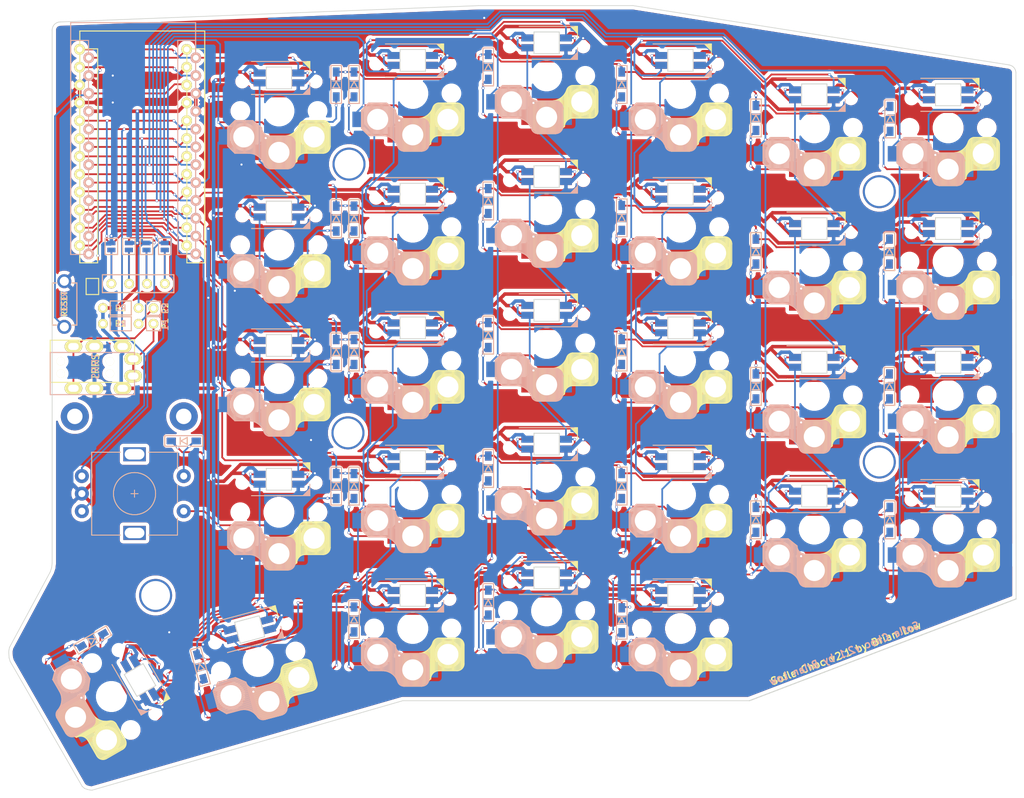
<source format=kicad_pcb>
(kicad_pcb (version 20171130) (host pcbnew "(5.1.12-1-10_14)")
  (layers (0 F.Cu signal) (31 B.Cu signal) (34 B.Paste user) (35 F.Paste user) (36 B.SilkS user) (37 F.SilkS user) (38 B.Mask user) (39 F.Mask user) (44 Edge.Cuts user))
  (net 0 "")
  (net 1 "Net-(D1-Pad2)")
  (net 2 row4)
  (net 3 "Net-(D2-Pad2)")
  (net 4 "Net-(D3-Pad2)")
  (net 5 row0)
  (net 6 "Net-(D4-Pad2)")
  (net 7 row1)
  (net 8 "Net-(D5-Pad2)")
  (net 9 row2)
  (net 10 "Net-(D6-Pad2)")
  (net 11 row3)
  (net 12 "Net-(D7-Pad2)")
  (net 13 "Net-(D8-Pad2)")
  (net 14 "Net-(D9-Pad2)")
  (net 15 "Net-(D10-Pad2)")
  (net 16 "Net-(D11-Pad2)")
  (net 17 "Net-(D12-Pad2)")
  (net 18 "Net-(D13-Pad2)")
  (net 19 "Net-(D14-Pad2)")
  (net 20 "Net-(D15-Pad2)")
  (net 21 "Net-(D16-Pad2)")
  (net 22 "Net-(D17-Pad2)")
  (net 23 "Net-(D18-Pad2)")
  (net 24 "Net-(D19-Pad2)")
  (net 25 "Net-(D20-Pad2)")
  (net 26 "Net-(D21-Pad2)")
  (net 27 "Net-(D22-Pad2)")
  (net 28 "Net-(D23-Pad2)")
  (net 29 "Net-(D24-Pad2)")
  (net 30 "Net-(D26-Pad2)")
  (net 31 "Net-(D27-Pad2)")
  (net 32 "Net-(D28-Pad2)")
  (net 33 VCC)
  (net 34 GND)
  (net 35 col0)
  (net 36 col1)
  (net 37 col2)
  (net 38 col3)
  (net 39 col4)
  (net 40 SDA)
  (net 41 LED)
  (net 42 SCL)
  (net 43 RESET)
  (net 44 "Net-(D29-Pad2)")
  (net 45 "Net-(U1-Pad24)")
  (net 46 "Net-(U1-Pad7)")
  (net 47 DATA)
  (net 48 "Net-(J3-Pad1)")
  (net 49 "Net-(J3-Pad2)")
  (net 50 "Net-(J3-Pad3)")
  (net 51 "Net-(J3-Pad4)")
  (net 52 "Net-(D30-Pad2)")
  (net 53 SW25B)
  (net 54 SW25A)
  (net 55 ENCB)
  (net 56 ENCA)
  (net 57 /i2c_c)
  (net 58 /i2c_d)
  (net 59 "Net-(SW1-Pad2)")
  (net 60 "Net-(SW2-Pad2)")
  (net 61 "Net-(SW3-Pad2)")
  (net 62 "Net-(SW12-Pad4)")
  (net 63 "Net-(SW13-Pad4)")
  (net 64 "Net-(SW10-Pad2)")
  (net 65 "Net-(SW10-Pad4)")
  (net 66 "Net-(SW11-Pad4)")
  (net 67 "Net-(SW13-Pad2)")
  (net 68 "Net-(SW14-Pad2)")
  (net 69 "Net-(SW15-Pad2)")
  (net 70 "Net-(SW17-Pad2)")
  (net 71 "Net-(SW19-Pad2)")
  (net 72 "Net-(SW26-Pad2)")
  (net 73 "Net-(SW29-Pad2)")
  (net 74 "Net-(SW14-Pad4)")
  (net 75 "Net-(SW15-Pad4)")
  (net 76 "Net-(SW11-Pad2)")
  (net 77 "Net-(SW12-Pad2)")
  (net 78 "Net-(SW21-Pad2)")
  (net 79 "Net-(SW23-Pad2)")
  (net 80 "Net-(SW2-Pad4)")
  (net 81 "Net-(SW20-Pad4)")
  (net 82 "Net-(SW27-Pad2)")
  (net 83 "Net-(SW4-Pad2)")
  (net 84 "Net-(SW6-Pad2)")
  (net 85 "Net-(SW16-Pad4)")
  (net 86 "Net-(SW18-Pad4)")
  (net 87 "Net-(SW22-Pad4)")
  (module SofleChoc:Choc_Hotswap_SK6812MiniE (layer F.Cu) (at 177.7 123.7 180)
    (fp_text reference SW30 hide)
    (fp_text value SW_PUSH_LED hide)
    (fp_line (start 1.8 3.149) (end -1.8 3.149) (layer Edge.Cuts) (width 0.12))
    (fp_line (start 1.8 6.249) (end 1.8 3.149) (layer Edge.Cuts) (width 0.12))
    (fp_line (start -1.8 6.249) (end 1.8 6.249) (layer Edge.Cuts) (width 0.12))
    (fp_line (start -1.8 3.149) (end -1.8 6.249) (layer Edge.Cuts) (width 0.12))
    (pad 1 smd rect (at 2.75 5.399 180) (size 1.7 1) (layers B.Cu B.Paste B.Mask) (net 33 VCC))
    (pad 4 smd rect (at -2.75 5.399 180) (size 1.7 1) (layers B.Cu B.Paste B.Mask) (net 73 "Net-(SW29-Pad2)"))
    (pad 2 smd rect (at 2.75 3.999 180) (size 1.7 1) (layers B.Cu B.Paste B.Mask) (net 87 "Net-(SW22-Pad4)"))
    (pad 3 smd rect (at -2.75 3.999 180) (size 1.7 1) (layers B.Cu B.Paste B.Mask) (net 34 GND))
    (pad 4 smd rect (at -2.75 3.999 180) (size 1.7 1) (layers F.Cu F.Paste F.Mask) (net 73 "Net-(SW29-Pad2)"))
    (pad 1 smd rect (at 2.75 3.999 180) (size 1.7 1) (layers F.Cu F.Paste F.Mask) (net 33 VCC))
    (pad 3 smd rect (at -2.75 5.399 180) (size 1.7 1) (layers F.Cu F.Paste F.Mask) (net 34 GND))
    (pad 2 smd rect (at 2.75 5.399 180) (size 1.7 1) (layers F.Cu F.Paste F.Mask) (net 87 "Net-(SW22-Pad4)"))
    (pad "" np_thru_hole circle (at -5.22 4.2 180) (size 1 1) (drill 1) (layers *.Cu *.Mask))
    (pad "" np_thru_hole circle (at 5.22 4.2 180) (size 1 1) (drill 1) (layers *.Cu *.Mask))
    (pad "" np_thru_hole circle (at -5 -3.7 270) (size 3 3) (drill 3) (layers *.Cu *.Mask))
    (pad 5 smd rect (at 2.8 -5.9 180) (size 1.6 2.2) (layers F.Cu F.Paste F.Mask) (net 52 "Net-(D30-Pad2)"))
    (pad 6 smd rect (at -7.9 -3.7 180) (size 1.6 2.2) (layers F.Cu F.Paste F.Mask) (net 35 col0) (clearance 0.5))
    (pad 6 smd rect (at 7.8 -3.7 180) (size 1.6 2.2) (layers B.Cu B.Paste B.Mask) (net 35 col0) (clearance 0.3))
    (pad 5 smd rect (at -2.8 -5.9 180) (size 1.6 2.2) (layers B.Cu B.Paste B.Mask) (net 52 "Net-(D30-Pad2)"))
    (pad "" np_thru_hole circle (at 5 -3.7 90) (size 3 3) (drill 3) (layers *.Cu *.Mask))
    (pad "" np_thru_hole circle (at 0 -5.9 90) (size 3 3) (drill 3) (layers *.Cu *.Mask))
    (pad "" np_thru_hole circle (at 0 0 90) (size 3.4 3.4) (drill 3.4) (layers *.Cu *.Mask))
    (pad "" np_thru_hole circle (at 5.5 0 90) (size 1.8 1.8) (drill 1.8) (layers *.Cu *.Mask))
    (pad "" np_thru_hole circle (at -5.5 0 90) (size 1.8 1.8) (drill 1.8) (layers *.Cu *.Mask))
  )
  (module SofleChoc:Choc_Hotswap_SK6812MiniE (layer F.Cu) (at 158.65 121.2 180)
    (fp_text reference SW29 hide)
    (fp_text value SW_PUSH_LED hide)
    (fp_line (start 1.8 3.149) (end -1.8 3.149) (layer Edge.Cuts) (width 0.12))
    (fp_line (start 1.8 6.249) (end 1.8 3.149) (layer Edge.Cuts) (width 0.12))
    (fp_line (start -1.8 6.249) (end 1.8 6.249) (layer Edge.Cuts) (width 0.12))
    (fp_line (start -1.8 3.149) (end -1.8 6.249) (layer Edge.Cuts) (width 0.12))
    (pad 1 smd rect (at 2.75 5.399 180) (size 1.7 1) (layers B.Cu B.Paste B.Mask) (net 33 VCC))
    (pad 4 smd rect (at -2.75 5.399 180) (size 1.7 1) (layers B.Cu B.Paste B.Mask) (net 78 "Net-(SW21-Pad2)"))
    (pad 2 smd rect (at 2.75 3.999 180) (size 1.7 1) (layers B.Cu B.Paste B.Mask) (net 73 "Net-(SW29-Pad2)"))
    (pad 3 smd rect (at -2.75 3.999 180) (size 1.7 1) (layers B.Cu B.Paste B.Mask) (net 34 GND))
    (pad 4 smd rect (at -2.75 3.999 180) (size 1.7 1) (layers F.Cu F.Paste F.Mask) (net 78 "Net-(SW21-Pad2)"))
    (pad 1 smd rect (at 2.75 3.999 180) (size 1.7 1) (layers F.Cu F.Paste F.Mask) (net 33 VCC))
    (pad 3 smd rect (at -2.75 5.399 180) (size 1.7 1) (layers F.Cu F.Paste F.Mask) (net 34 GND))
    (pad 2 smd rect (at 2.75 5.399 180) (size 1.7 1) (layers F.Cu F.Paste F.Mask) (net 73 "Net-(SW29-Pad2)"))
    (pad "" np_thru_hole circle (at -5.22 4.2 180) (size 1 1) (drill 1) (layers *.Cu *.Mask))
    (pad "" np_thru_hole circle (at 5.22 4.2 180) (size 1 1) (drill 1) (layers *.Cu *.Mask))
    (pad "" np_thru_hole circle (at -5 -3.7 270) (size 3 3) (drill 3) (layers *.Cu *.Mask))
    (pad 5 smd rect (at 2.8 -5.9 180) (size 1.6 2.2) (layers F.Cu F.Paste F.Mask) (net 44 "Net-(D29-Pad2)"))
    (pad 6 smd rect (at -7.9 -3.7 180) (size 1.6 2.2) (layers F.Cu F.Paste F.Mask) (net 36 col1) (clearance 0.5))
    (pad 6 smd rect (at 7.8 -3.7 180) (size 1.6 2.2) (layers B.Cu B.Paste B.Mask) (net 36 col1) (clearance 0.3))
    (pad 5 smd rect (at -2.8 -5.9 180) (size 1.6 2.2) (layers B.Cu B.Paste B.Mask) (net 44 "Net-(D29-Pad2)"))
    (pad "" np_thru_hole circle (at 5 -3.7 90) (size 3 3) (drill 3) (layers *.Cu *.Mask))
    (pad "" np_thru_hole circle (at 0 -5.9 90) (size 3 3) (drill 3) (layers *.Cu *.Mask))
    (pad "" np_thru_hole circle (at 0 0 90) (size 3.4 3.4) (drill 3.4) (layers *.Cu *.Mask))
    (pad "" np_thru_hole circle (at 5.5 0 90) (size 1.8 1.8) (drill 1.8) (layers *.Cu *.Mask))
    (pad "" np_thru_hole circle (at -5.5 0 90) (size 1.8 1.8) (drill 1.8) (layers *.Cu *.Mask))
  )
  (module SofleChoc:Choc_Hotswap_SK6812MiniE (layer F.Cu) (at 139.6 123.7 180)
    (fp_text reference SW28 hide)
    (fp_text value SW_PUSH_LED hide)
    (fp_line (start 1.8 3.149) (end -1.8 3.149) (layer Edge.Cuts) (width 0.12))
    (fp_line (start 1.8 6.249) (end 1.8 3.149) (layer Edge.Cuts) (width 0.12))
    (fp_line (start -1.8 6.249) (end 1.8 6.249) (layer Edge.Cuts) (width 0.12))
    (fp_line (start -1.8 3.149) (end -1.8 6.249) (layer Edge.Cuts) (width 0.12))
    (pad 1 smd rect (at 2.75 5.399 180) (size 1.7 1) (layers B.Cu B.Paste B.Mask) (net 33 VCC))
    (pad 4 smd rect (at -2.75 5.399 180) (size 1.7 1) (layers B.Cu B.Paste B.Mask) (net 82 "Net-(SW27-Pad2)"))
    (pad 2 smd rect (at 2.75 3.999 180) (size 1.7 1) (layers B.Cu B.Paste B.Mask) (net 81 "Net-(SW20-Pad4)"))
    (pad 3 smd rect (at -2.75 3.999 180) (size 1.7 1) (layers B.Cu B.Paste B.Mask) (net 34 GND))
    (pad 4 smd rect (at -2.75 3.999 180) (size 1.7 1) (layers F.Cu F.Paste F.Mask) (net 82 "Net-(SW27-Pad2)"))
    (pad 1 smd rect (at 2.75 3.999 180) (size 1.7 1) (layers F.Cu F.Paste F.Mask) (net 33 VCC))
    (pad 3 smd rect (at -2.75 5.399 180) (size 1.7 1) (layers F.Cu F.Paste F.Mask) (net 34 GND))
    (pad 2 smd rect (at 2.75 5.399 180) (size 1.7 1) (layers F.Cu F.Paste F.Mask) (net 81 "Net-(SW20-Pad4)"))
    (pad "" np_thru_hole circle (at -5.22 4.2 180) (size 1 1) (drill 1) (layers *.Cu *.Mask))
    (pad "" np_thru_hole circle (at 5.22 4.2 180) (size 1 1) (drill 1) (layers *.Cu *.Mask))
    (pad "" np_thru_hole circle (at -5 -3.7 270) (size 3 3) (drill 3) (layers *.Cu *.Mask))
    (pad 5 smd rect (at 2.8 -5.9 180) (size 1.6 2.2) (layers F.Cu F.Paste F.Mask) (net 32 "Net-(D28-Pad2)"))
    (pad 6 smd rect (at -7.9 -3.7 180) (size 1.6 2.2) (layers F.Cu F.Paste F.Mask) (net 37 col2) (clearance 0.5))
    (pad 6 smd rect (at 7.8 -3.7 180) (size 1.6 2.2) (layers B.Cu B.Paste B.Mask) (net 37 col2) (clearance 0.3))
    (pad 5 smd rect (at -2.8 -5.9 180) (size 1.6 2.2) (layers B.Cu B.Paste B.Mask) (net 32 "Net-(D28-Pad2)"))
    (pad "" np_thru_hole circle (at 5 -3.7 90) (size 3 3) (drill 3) (layers *.Cu *.Mask))
    (pad "" np_thru_hole circle (at 0 -5.9 90) (size 3 3) (drill 3) (layers *.Cu *.Mask))
    (pad "" np_thru_hole circle (at 0 0 90) (size 3.4 3.4) (drill 3.4) (layers *.Cu *.Mask))
    (pad "" np_thru_hole circle (at 5.5 0 90) (size 1.8 1.8) (drill 1.8) (layers *.Cu *.Mask))
    (pad "" np_thru_hole circle (at -5.5 0 90) (size 1.8 1.8) (drill 1.8) (layers *.Cu *.Mask))
  )
  (module SofleChoc:Choc_Hotswap_SK6812MiniE (layer F.Cu) (at 117.6 128.4 195)
    (fp_text reference SW27 hide)
    (fp_text value SW_PUSH_LED hide)
    (fp_line (start 1.8 3.149) (end -1.8 3.149) (layer Edge.Cuts) (width 0.12))
    (fp_line (start 1.8 6.249) (end 1.8 3.149) (layer Edge.Cuts) (width 0.12))
    (fp_line (start -1.8 6.249) (end 1.8 6.249) (layer Edge.Cuts) (width 0.12))
    (fp_line (start -1.8 3.149) (end -1.8 6.249) (layer Edge.Cuts) (width 0.12))
    (pad 1 smd rect (at 2.75 5.399 195) (size 1.7 1) (layers B.Cu B.Paste B.Mask) (net 33 VCC))
    (pad 4 smd rect (at -2.75 5.399 195) (size 1.7 1) (layers B.Cu B.Paste B.Mask) (net 72 "Net-(SW26-Pad2)"))
    (pad 2 smd rect (at 2.75 3.999 195) (size 1.7 1) (layers B.Cu B.Paste B.Mask) (net 82 "Net-(SW27-Pad2)"))
    (pad 3 smd rect (at -2.75 3.999 195) (size 1.7 1) (layers B.Cu B.Paste B.Mask) (net 34 GND))
    (pad 4 smd rect (at -2.75 3.999 195) (size 1.7 1) (layers F.Cu F.Paste F.Mask) (net 72 "Net-(SW26-Pad2)"))
    (pad 1 smd rect (at 2.75 3.999 195) (size 1.7 1) (layers F.Cu F.Paste F.Mask) (net 33 VCC))
    (pad 3 smd rect (at -2.75 5.399 195) (size 1.7 1) (layers F.Cu F.Paste F.Mask) (net 34 GND))
    (pad 2 smd rect (at 2.75 5.399 195) (size 1.7 1) (layers F.Cu F.Paste F.Mask) (net 82 "Net-(SW27-Pad2)"))
    (pad "" np_thru_hole circle (at -5.22 4.2 195) (size 1 1) (drill 1) (layers *.Cu *.Mask))
    (pad "" np_thru_hole circle (at 5.22 4.2 195) (size 1 1) (drill 1) (layers *.Cu *.Mask))
    (pad "" np_thru_hole circle (at -5 -3.7 285) (size 3 3) (drill 3) (layers *.Cu *.Mask))
    (pad 5 smd rect (at 2.8 -5.9 195) (size 1.6 2.2) (layers F.Cu F.Paste F.Mask) (net 31 "Net-(D27-Pad2)"))
    (pad 6 smd rect (at -7.9 -3.7 195) (size 1.6 2.2) (layers F.Cu F.Paste F.Mask) (net 38 col3) (clearance 0.5))
    (pad 6 smd rect (at 7.8 -3.7 195) (size 1.6 2.2) (layers B.Cu B.Paste B.Mask) (net 38 col3) (clearance 0.3))
    (pad 5 smd rect (at -2.8 -5.9 195) (size 1.6 2.2) (layers B.Cu B.Paste B.Mask) (net 31 "Net-(D27-Pad2)"))
    (pad "" np_thru_hole circle (at 5 -3.7 105) (size 3 3) (drill 3) (layers *.Cu *.Mask))
    (pad "" np_thru_hole circle (at 0 -5.9 105) (size 3 3) (drill 3) (layers *.Cu *.Mask))
    (pad "" np_thru_hole circle (at 0 0 105) (size 3.4 3.4) (drill 3.4) (layers *.Cu *.Mask))
    (pad "" np_thru_hole circle (at 5.5 0 105) (size 1.8 1.8) (drill 1.8) (layers *.Cu *.Mask))
    (pad "" np_thru_hole circle (at -5.5 0 105) (size 1.8 1.8) (drill 1.8) (layers *.Cu *.Mask))
  )
  (module SofleChoc:Choc_Hotswap_SK6812MiniE (layer F.Cu) (at 96.71 133.4 120)
    (fp_text reference SW26 hide)
    (fp_text value SW_PUSH_LED hide)
    (fp_line (start 1.8 3.149) (end -1.8 3.149) (layer Edge.Cuts) (width 0.12))
    (fp_line (start 1.8 6.249) (end 1.8 3.149) (layer Edge.Cuts) (width 0.12))
    (fp_line (start -1.8 6.249) (end 1.8 6.249) (layer Edge.Cuts) (width 0.12))
    (fp_line (start -1.8 3.149) (end -1.8 6.249) (layer Edge.Cuts) (width 0.12))
    (pad 1 smd rect (at 2.75 5.399 120) (size 1.7 1) (layers B.Cu B.Paste B.Mask) (net 33 VCC))
    (pad 4 smd rect (at -2.75 5.399 120) (size 1.7 1) (layers B.Cu B.Paste B.Mask) (net 71 "Net-(SW19-Pad2)"))
    (pad 2 smd rect (at 2.75 3.999 120) (size 1.7 1) (layers B.Cu B.Paste B.Mask) (net 72 "Net-(SW26-Pad2)"))
    (pad 3 smd rect (at -2.75 3.999 120) (size 1.7 1) (layers B.Cu B.Paste B.Mask) (net 34 GND))
    (pad 4 smd rect (at -2.75 3.999 120) (size 1.7 1) (layers F.Cu F.Paste F.Mask) (net 71 "Net-(SW19-Pad2)"))
    (pad 1 smd rect (at 2.75 3.999 120) (size 1.7 1) (layers F.Cu F.Paste F.Mask) (net 33 VCC))
    (pad 3 smd rect (at -2.75 5.399 120) (size 1.7 1) (layers F.Cu F.Paste F.Mask) (net 34 GND))
    (pad 2 smd rect (at 2.75 5.399 120) (size 1.7 1) (layers F.Cu F.Paste F.Mask) (net 72 "Net-(SW26-Pad2)"))
    (pad "" np_thru_hole circle (at -5.22 4.2 120) (size 1 1) (drill 1) (layers *.Cu *.Mask))
    (pad "" np_thru_hole circle (at 5.22 4.2 120) (size 1 1) (drill 1) (layers *.Cu *.Mask))
    (pad "" np_thru_hole circle (at -5 -3.7 210) (size 3 3) (drill 3) (layers *.Cu *.Mask))
    (pad 5 smd rect (at 2.8 -5.9 120) (size 1.6 2.2) (layers F.Cu F.Paste F.Mask) (net 30 "Net-(D26-Pad2)"))
    (pad 6 smd rect (at -7.9 -3.7 120) (size 1.6 2.2) (layers F.Cu F.Paste F.Mask) (net 39 col4) (clearance 0.5))
    (pad 6 smd rect (at 7.8 -3.7 120) (size 1.6 2.2) (layers B.Cu B.Paste B.Mask) (net 39 col4) (clearance 0.3))
    (pad 5 smd rect (at -2.8 -5.9 120) (size 1.6 2.2) (layers B.Cu B.Paste B.Mask) (net 30 "Net-(D26-Pad2)"))
    (pad "" np_thru_hole circle (at 5 -3.7 30) (size 3 3) (drill 3) (layers *.Cu *.Mask))
    (pad "" np_thru_hole circle (at 0 -5.9 30) (size 3 3) (drill 3) (layers *.Cu *.Mask))
    (pad "" np_thru_hole circle (at 0 0 30) (size 3.4 3.4) (drill 3.4) (layers *.Cu *.Mask))
    (pad "" np_thru_hole circle (at 5.5 0 30) (size 1.8 1.8) (drill 1.8) (layers *.Cu *.Mask))
    (pad "" np_thru_hole circle (at -5.5 0 30) (size 1.8 1.8) (drill 1.8) (layers *.Cu *.Mask))
  )
  (module SofleChoc:Choc_Hotswap_SK6812MiniE (layer F.Cu) (at 215.8 109.55 180)
    (fp_text reference SW24 hide)
    (fp_text value SW_PUSH_LED hide)
    (fp_line (start 1.8 3.149) (end -1.8 3.149) (layer Edge.Cuts) (width 0.12))
    (fp_line (start 1.8 6.249) (end 1.8 3.149) (layer Edge.Cuts) (width 0.12))
    (fp_line (start -1.8 6.249) (end 1.8 6.249) (layer Edge.Cuts) (width 0.12))
    (fp_line (start -1.8 3.149) (end -1.8 6.249) (layer Edge.Cuts) (width 0.12))
    (pad 1 smd rect (at 2.75 5.399 180) (size 1.7 1) (layers B.Cu B.Paste B.Mask) (net 33 VCC))
    (pad 4 smd rect (at -2.75 5.399 180) (size 1.7 1) (layers B.Cu B.Paste B.Mask) (net 79 "Net-(SW23-Pad2)"))
    (pad 2 smd rect (at 2.75 3.999 180) (size 1.7 1) (layers B.Cu B.Paste B.Mask) (net 86 "Net-(SW18-Pad4)"))
    (pad 3 smd rect (at -2.75 3.999 180) (size 1.7 1) (layers B.Cu B.Paste B.Mask) (net 34 GND))
    (pad 4 smd rect (at -2.75 3.999 180) (size 1.7 1) (layers F.Cu F.Paste F.Mask) (net 79 "Net-(SW23-Pad2)"))
    (pad 1 smd rect (at 2.75 3.999 180) (size 1.7 1) (layers F.Cu F.Paste F.Mask) (net 33 VCC))
    (pad 3 smd rect (at -2.75 5.399 180) (size 1.7 1) (layers F.Cu F.Paste F.Mask) (net 34 GND))
    (pad 2 smd rect (at 2.75 5.399 180) (size 1.7 1) (layers F.Cu F.Paste F.Mask) (net 86 "Net-(SW18-Pad4)"))
    (pad "" np_thru_hole circle (at -5.22 4.2 180) (size 1 1) (drill 1) (layers *.Cu *.Mask))
    (pad "" np_thru_hole circle (at 5.22 4.2 180) (size 1 1) (drill 1) (layers *.Cu *.Mask))
    (pad "" np_thru_hole circle (at -5 -3.7 270) (size 3 3) (drill 3) (layers *.Cu *.Mask))
    (pad 5 smd rect (at 2.8 -5.9 180) (size 1.6 2.2) (layers F.Cu F.Paste F.Mask) (net 29 "Net-(D24-Pad2)"))
    (pad 6 smd rect (at -7.9 -3.7 180) (size 1.6 2.2) (layers F.Cu F.Paste F.Mask) (net 35 col0) (clearance 0.5))
    (pad 6 smd rect (at 7.8 -3.7 180) (size 1.6 2.2) (layers B.Cu B.Paste B.Mask) (net 35 col0) (clearance 0.3))
    (pad 5 smd rect (at -2.8 -5.9 180) (size 1.6 2.2) (layers B.Cu B.Paste B.Mask) (net 29 "Net-(D24-Pad2)"))
    (pad "" np_thru_hole circle (at 5 -3.7 90) (size 3 3) (drill 3) (layers *.Cu *.Mask))
    (pad "" np_thru_hole circle (at 0 -5.9 90) (size 3 3) (drill 3) (layers *.Cu *.Mask))
    (pad "" np_thru_hole circle (at 0 0 90) (size 3.4 3.4) (drill 3.4) (layers *.Cu *.Mask))
    (pad "" np_thru_hole circle (at 5.5 0 90) (size 1.8 1.8) (drill 1.8) (layers *.Cu *.Mask))
    (pad "" np_thru_hole circle (at -5.5 0 90) (size 1.8 1.8) (drill 1.8) (layers *.Cu *.Mask))
  )
  (module SofleChoc:Choc_Hotswap_SK6812MiniE (layer F.Cu) (at 196.75 109.55 180)
    (fp_text reference SW23 hide)
    (fp_text value SW_PUSH_LED hide)
    (fp_line (start 1.8 3.149) (end -1.8 3.149) (layer Edge.Cuts) (width 0.12))
    (fp_line (start 1.8 6.249) (end 1.8 3.149) (layer Edge.Cuts) (width 0.12))
    (fp_line (start -1.8 6.249) (end 1.8 6.249) (layer Edge.Cuts) (width 0.12))
    (fp_line (start -1.8 3.149) (end -1.8 6.249) (layer Edge.Cuts) (width 0.12))
    (pad 1 smd rect (at 2.75 5.399 180) (size 1.7 1) (layers B.Cu B.Paste B.Mask) (net 33 VCC))
    (pad 4 smd rect (at -2.75 5.399 180) (size 1.7 1) (layers B.Cu B.Paste B.Mask) (net 70 "Net-(SW17-Pad2)"))
    (pad 2 smd rect (at 2.75 3.999 180) (size 1.7 1) (layers B.Cu B.Paste B.Mask) (net 79 "Net-(SW23-Pad2)"))
    (pad 3 smd rect (at -2.75 3.999 180) (size 1.7 1) (layers B.Cu B.Paste B.Mask) (net 34 GND))
    (pad 4 smd rect (at -2.75 3.999 180) (size 1.7 1) (layers F.Cu F.Paste F.Mask) (net 70 "Net-(SW17-Pad2)"))
    (pad 1 smd rect (at 2.75 3.999 180) (size 1.7 1) (layers F.Cu F.Paste F.Mask) (net 33 VCC))
    (pad 3 smd rect (at -2.75 5.399 180) (size 1.7 1) (layers F.Cu F.Paste F.Mask) (net 34 GND))
    (pad 2 smd rect (at 2.75 5.399 180) (size 1.7 1) (layers F.Cu F.Paste F.Mask) (net 79 "Net-(SW23-Pad2)"))
    (pad "" np_thru_hole circle (at -5.22 4.2 180) (size 1 1) (drill 1) (layers *.Cu *.Mask))
    (pad "" np_thru_hole circle (at 5.22 4.2 180) (size 1 1) (drill 1) (layers *.Cu *.Mask))
    (pad "" np_thru_hole circle (at -5 -3.7 270) (size 3 3) (drill 3) (layers *.Cu *.Mask))
    (pad 5 smd rect (at 2.8 -5.9 180) (size 1.6 2.2) (layers F.Cu F.Paste F.Mask) (net 28 "Net-(D23-Pad2)"))
    (pad 6 smd rect (at -7.9 -3.7 180) (size 1.6 2.2) (layers F.Cu F.Paste F.Mask) (net 36 col1) (clearance 0.5))
    (pad 6 smd rect (at 7.8 -3.7 180) (size 1.6 2.2) (layers B.Cu B.Paste B.Mask) (net 36 col1) (clearance 0.3))
    (pad 5 smd rect (at -2.8 -5.9 180) (size 1.6 2.2) (layers B.Cu B.Paste B.Mask) (net 28 "Net-(D23-Pad2)"))
    (pad "" np_thru_hole circle (at 5 -3.7 90) (size 3 3) (drill 3) (layers *.Cu *.Mask))
    (pad "" np_thru_hole circle (at 0 -5.9 90) (size 3 3) (drill 3) (layers *.Cu *.Mask))
    (pad "" np_thru_hole circle (at 0 0 90) (size 3.4 3.4) (drill 3.4) (layers *.Cu *.Mask))
    (pad "" np_thru_hole circle (at 5.5 0 90) (size 1.8 1.8) (drill 1.8) (layers *.Cu *.Mask))
    (pad "" np_thru_hole circle (at -5.5 0 90) (size 1.8 1.8) (drill 1.8) (layers *.Cu *.Mask))
  )
  (module SofleChoc:Choc_Hotswap_SK6812MiniE (layer F.Cu) (at 177.7 104.65 180)
    (fp_text reference SW22 hide)
    (fp_text value SW_PUSH_LED hide)
    (fp_line (start 1.8 3.149) (end -1.8 3.149) (layer Edge.Cuts) (width 0.12))
    (fp_line (start 1.8 6.249) (end 1.8 3.149) (layer Edge.Cuts) (width 0.12))
    (fp_line (start -1.8 6.249) (end 1.8 6.249) (layer Edge.Cuts) (width 0.12))
    (fp_line (start -1.8 3.149) (end -1.8 6.249) (layer Edge.Cuts) (width 0.12))
    (pad 1 smd rect (at 2.75 5.399 180) (size 1.7 1) (layers B.Cu B.Paste B.Mask) (net 33 VCC))
    (pad 4 smd rect (at -2.75 5.399 180) (size 1.7 1) (layers B.Cu B.Paste B.Mask) (net 87 "Net-(SW22-Pad4)"))
    (pad 2 smd rect (at 2.75 3.999 180) (size 1.7 1) (layers B.Cu B.Paste B.Mask) (net 85 "Net-(SW16-Pad4)"))
    (pad 3 smd rect (at -2.75 3.999 180) (size 1.7 1) (layers B.Cu B.Paste B.Mask) (net 34 GND))
    (pad 4 smd rect (at -2.75 3.999 180) (size 1.7 1) (layers F.Cu F.Paste F.Mask) (net 87 "Net-(SW22-Pad4)"))
    (pad 1 smd rect (at 2.75 3.999 180) (size 1.7 1) (layers F.Cu F.Paste F.Mask) (net 33 VCC))
    (pad 3 smd rect (at -2.75 5.399 180) (size 1.7 1) (layers F.Cu F.Paste F.Mask) (net 34 GND))
    (pad 2 smd rect (at 2.75 5.399 180) (size 1.7 1) (layers F.Cu F.Paste F.Mask) (net 85 "Net-(SW16-Pad4)"))
    (pad "" np_thru_hole circle (at -5.22 4.2 180) (size 1 1) (drill 1) (layers *.Cu *.Mask))
    (pad "" np_thru_hole circle (at 5.22 4.2 180) (size 1 1) (drill 1) (layers *.Cu *.Mask))
    (pad "" np_thru_hole circle (at -5 -3.7 270) (size 3 3) (drill 3) (layers *.Cu *.Mask))
    (pad 5 smd rect (at 2.8 -5.9 180) (size 1.6 2.2) (layers F.Cu F.Paste F.Mask) (net 27 "Net-(D22-Pad2)"))
    (pad 6 smd rect (at -7.9 -3.7 180) (size 1.6 2.2) (layers F.Cu F.Paste F.Mask) (net 37 col2) (clearance 0.5))
    (pad 6 smd rect (at 7.8 -3.7 180) (size 1.6 2.2) (layers B.Cu B.Paste B.Mask) (net 37 col2) (clearance 0.3))
    (pad 5 smd rect (at -2.8 -5.9 180) (size 1.6 2.2) (layers B.Cu B.Paste B.Mask) (net 27 "Net-(D22-Pad2)"))
    (pad "" np_thru_hole circle (at 5 -3.7 90) (size 3 3) (drill 3) (layers *.Cu *.Mask))
    (pad "" np_thru_hole circle (at 0 -5.9 90) (size 3 3) (drill 3) (layers *.Cu *.Mask))
    (pad "" np_thru_hole circle (at 0 0 90) (size 3.4 3.4) (drill 3.4) (layers *.Cu *.Mask))
    (pad "" np_thru_hole circle (at 5.5 0 90) (size 1.8 1.8) (drill 1.8) (layers *.Cu *.Mask))
    (pad "" np_thru_hole circle (at -5.5 0 90) (size 1.8 1.8) (drill 1.8) (layers *.Cu *.Mask))
  )
  (module SofleChoc:Choc_Hotswap_SK6812MiniE (layer F.Cu) (at 158.65 102.15 180)
    (fp_text reference SW21 hide)
    (fp_text value SW_PUSH_LED hide)
    (fp_line (start 1.8 3.149) (end -1.8 3.149) (layer Edge.Cuts) (width 0.12))
    (fp_line (start 1.8 6.249) (end 1.8 3.149) (layer Edge.Cuts) (width 0.12))
    (fp_line (start -1.8 6.249) (end 1.8 6.249) (layer Edge.Cuts) (width 0.12))
    (fp_line (start -1.8 3.149) (end -1.8 6.249) (layer Edge.Cuts) (width 0.12))
    (pad 1 smd rect (at 2.75 5.399 180) (size 1.7 1) (layers B.Cu B.Paste B.Mask) (net 33 VCC))
    (pad 4 smd rect (at -2.75 5.399 180) (size 1.7 1) (layers B.Cu B.Paste B.Mask) (net 69 "Net-(SW15-Pad2)"))
    (pad 2 smd rect (at 2.75 3.999 180) (size 1.7 1) (layers B.Cu B.Paste B.Mask) (net 78 "Net-(SW21-Pad2)"))
    (pad 3 smd rect (at -2.75 3.999 180) (size 1.7 1) (layers B.Cu B.Paste B.Mask) (net 34 GND))
    (pad 4 smd rect (at -2.75 3.999 180) (size 1.7 1) (layers F.Cu F.Paste F.Mask) (net 69 "Net-(SW15-Pad2)"))
    (pad 1 smd rect (at 2.75 3.999 180) (size 1.7 1) (layers F.Cu F.Paste F.Mask) (net 33 VCC))
    (pad 3 smd rect (at -2.75 5.399 180) (size 1.7 1) (layers F.Cu F.Paste F.Mask) (net 34 GND))
    (pad 2 smd rect (at 2.75 5.399 180) (size 1.7 1) (layers F.Cu F.Paste F.Mask) (net 78 "Net-(SW21-Pad2)"))
    (pad "" np_thru_hole circle (at -5.22 4.2 180) (size 1 1) (drill 1) (layers *.Cu *.Mask))
    (pad "" np_thru_hole circle (at 5.22 4.2 180) (size 1 1) (drill 1) (layers *.Cu *.Mask))
    (pad "" np_thru_hole circle (at -5 -3.7 270) (size 3 3) (drill 3) (layers *.Cu *.Mask))
    (pad 5 smd rect (at 2.8 -5.9 180) (size 1.6 2.2) (layers F.Cu F.Paste F.Mask) (net 26 "Net-(D21-Pad2)"))
    (pad 6 smd rect (at -7.9 -3.7 180) (size 1.6 2.2) (layers F.Cu F.Paste F.Mask) (net 38 col3) (clearance 0.5))
    (pad 6 smd rect (at 7.8 -3.7 180) (size 1.6 2.2) (layers B.Cu B.Paste B.Mask) (net 38 col3) (clearance 0.3))
    (pad 5 smd rect (at -2.8 -5.9 180) (size 1.6 2.2) (layers B.Cu B.Paste B.Mask) (net 26 "Net-(D21-Pad2)"))
    (pad "" np_thru_hole circle (at 5 -3.7 90) (size 3 3) (drill 3) (layers *.Cu *.Mask))
    (pad "" np_thru_hole circle (at 0 -5.9 90) (size 3 3) (drill 3) (layers *.Cu *.Mask))
    (pad "" np_thru_hole circle (at 0 0 90) (size 3.4 3.4) (drill 3.4) (layers *.Cu *.Mask))
    (pad "" np_thru_hole circle (at 5.5 0 90) (size 1.8 1.8) (drill 1.8) (layers *.Cu *.Mask))
    (pad "" np_thru_hole circle (at -5.5 0 90) (size 1.8 1.8) (drill 1.8) (layers *.Cu *.Mask))
  )
  (module SofleChoc:Choc_Hotswap_SK6812MiniE (layer F.Cu) (at 139.6 104.65 180)
    (fp_text reference SW20 hide)
    (fp_text value SW_PUSH_LED hide)
    (fp_line (start 1.8 3.149) (end -1.8 3.149) (layer Edge.Cuts) (width 0.12))
    (fp_line (start 1.8 6.249) (end 1.8 3.149) (layer Edge.Cuts) (width 0.12))
    (fp_line (start -1.8 6.249) (end 1.8 6.249) (layer Edge.Cuts) (width 0.12))
    (fp_line (start -1.8 3.149) (end -1.8 6.249) (layer Edge.Cuts) (width 0.12))
    (pad 1 smd rect (at 2.75 5.399 180) (size 1.7 1) (layers B.Cu B.Paste B.Mask) (net 33 VCC))
    (pad 4 smd rect (at -2.75 5.399 180) (size 1.7 1) (layers B.Cu B.Paste B.Mask) (net 81 "Net-(SW20-Pad4)"))
    (pad 2 smd rect (at 2.75 3.999 180) (size 1.7 1) (layers B.Cu B.Paste B.Mask) (net 74 "Net-(SW14-Pad4)"))
    (pad 3 smd rect (at -2.75 3.999 180) (size 1.7 1) (layers B.Cu B.Paste B.Mask) (net 34 GND))
    (pad 4 smd rect (at -2.75 3.999 180) (size 1.7 1) (layers F.Cu F.Paste F.Mask) (net 81 "Net-(SW20-Pad4)"))
    (pad 1 smd rect (at 2.75 3.999 180) (size 1.7 1) (layers F.Cu F.Paste F.Mask) (net 33 VCC))
    (pad 3 smd rect (at -2.75 5.399 180) (size 1.7 1) (layers F.Cu F.Paste F.Mask) (net 34 GND))
    (pad 2 smd rect (at 2.75 5.399 180) (size 1.7 1) (layers F.Cu F.Paste F.Mask) (net 74 "Net-(SW14-Pad4)"))
    (pad "" np_thru_hole circle (at -5.22 4.2 180) (size 1 1) (drill 1) (layers *.Cu *.Mask))
    (pad "" np_thru_hole circle (at 5.22 4.2 180) (size 1 1) (drill 1) (layers *.Cu *.Mask))
    (pad "" np_thru_hole circle (at -5 -3.7 270) (size 3 3) (drill 3) (layers *.Cu *.Mask))
    (pad 5 smd rect (at 2.8 -5.9 180) (size 1.6 2.2) (layers F.Cu F.Paste F.Mask) (net 25 "Net-(D20-Pad2)"))
    (pad 6 smd rect (at -7.9 -3.7 180) (size 1.6 2.2) (layers F.Cu F.Paste F.Mask) (net 39 col4) (clearance 0.5))
    (pad 6 smd rect (at 7.8 -3.7 180) (size 1.6 2.2) (layers B.Cu B.Paste B.Mask) (net 39 col4) (clearance 0.3))
    (pad 5 smd rect (at -2.8 -5.9 180) (size 1.6 2.2) (layers B.Cu B.Paste B.Mask) (net 25 "Net-(D20-Pad2)"))
    (pad "" np_thru_hole circle (at 5 -3.7 90) (size 3 3) (drill 3) (layers *.Cu *.Mask))
    (pad "" np_thru_hole circle (at 0 -5.9 90) (size 3 3) (drill 3) (layers *.Cu *.Mask))
    (pad "" np_thru_hole circle (at 0 0 90) (size 3.4 3.4) (drill 3.4) (layers *.Cu *.Mask))
    (pad "" np_thru_hole circle (at 5.5 0 90) (size 1.8 1.8) (drill 1.8) (layers *.Cu *.Mask))
    (pad "" np_thru_hole circle (at -5.5 0 90) (size 1.8 1.8) (drill 1.8) (layers *.Cu *.Mask))
  )
  (module SofleChoc:Choc_Hotswap_SK6812MiniE (layer F.Cu) (at 120.55 107.15 180)
    (fp_text reference SW19 hide)
    (fp_text value SW_PUSH_LED hide)
    (fp_line (start 1.8 3.149) (end -1.8 3.149) (layer Edge.Cuts) (width 0.12))
    (fp_line (start 1.8 6.249) (end 1.8 3.149) (layer Edge.Cuts) (width 0.12))
    (fp_line (start -1.8 6.249) (end 1.8 6.249) (layer Edge.Cuts) (width 0.12))
    (fp_line (start -1.8 3.149) (end -1.8 6.249) (layer Edge.Cuts) (width 0.12))
    (pad 1 smd rect (at 2.75 5.399 180) (size 1.7 1) (layers B.Cu B.Paste B.Mask) (net 33 VCC))
    (pad 4 smd rect (at -2.75 5.399 180) (size 1.7 1) (layers B.Cu B.Paste B.Mask) (net 67 "Net-(SW13-Pad2)"))
    (pad 2 smd rect (at 2.75 3.999 180) (size 1.7 1) (layers B.Cu B.Paste B.Mask) (net 71 "Net-(SW19-Pad2)"))
    (pad 3 smd rect (at -2.75 3.999 180) (size 1.7 1) (layers B.Cu B.Paste B.Mask) (net 34 GND))
    (pad 4 smd rect (at -2.75 3.999 180) (size 1.7 1) (layers F.Cu F.Paste F.Mask) (net 67 "Net-(SW13-Pad2)"))
    (pad 1 smd rect (at 2.75 3.999 180) (size 1.7 1) (layers F.Cu F.Paste F.Mask) (net 33 VCC))
    (pad 3 smd rect (at -2.75 5.399 180) (size 1.7 1) (layers F.Cu F.Paste F.Mask) (net 34 GND))
    (pad 2 smd rect (at 2.75 5.399 180) (size 1.7 1) (layers F.Cu F.Paste F.Mask) (net 71 "Net-(SW19-Pad2)"))
    (pad "" np_thru_hole circle (at -5.22 4.2 180) (size 1 1) (drill 1) (layers *.Cu *.Mask))
    (pad "" np_thru_hole circle (at 5.22 4.2 180) (size 1 1) (drill 1) (layers *.Cu *.Mask))
    (pad "" np_thru_hole circle (at -5 -3.7 270) (size 3 3) (drill 3) (layers *.Cu *.Mask))
    (pad 5 smd rect (at 2.8 -5.9 180) (size 1.6 2.2) (layers F.Cu F.Paste F.Mask) (net 24 "Net-(D19-Pad2)"))
    (pad 6 smd rect (at -7.9 -3.7 180) (size 1.6 2.2) (layers F.Cu F.Paste F.Mask) (net 54 SW25A) (clearance 0.5))
    (pad 6 smd rect (at 7.8 -3.7 180) (size 1.6 2.2) (layers B.Cu B.Paste B.Mask) (net 54 SW25A) (clearance 0.3))
    (pad 5 smd rect (at -2.8 -5.9 180) (size 1.6 2.2) (layers B.Cu B.Paste B.Mask) (net 24 "Net-(D19-Pad2)"))
    (pad "" np_thru_hole circle (at 5 -3.7 90) (size 3 3) (drill 3) (layers *.Cu *.Mask))
    (pad "" np_thru_hole circle (at 0 -5.9 90) (size 3 3) (drill 3) (layers *.Cu *.Mask))
    (pad "" np_thru_hole circle (at 0 0 90) (size 3.4 3.4) (drill 3.4) (layers *.Cu *.Mask))
    (pad "" np_thru_hole circle (at 5.5 0 90) (size 1.8 1.8) (drill 1.8) (layers *.Cu *.Mask))
    (pad "" np_thru_hole circle (at -5.5 0 90) (size 1.8 1.8) (drill 1.8) (layers *.Cu *.Mask))
  )
  (module SofleChoc:Choc_Hotswap_SK6812MiniE (layer F.Cu) (at 215.8 90.5 180)
    (fp_text reference SW18 hide)
    (fp_text value SW_PUSH_LED hide)
    (fp_line (start 1.8 3.149) (end -1.8 3.149) (layer Edge.Cuts) (width 0.12))
    (fp_line (start 1.8 6.249) (end 1.8 3.149) (layer Edge.Cuts) (width 0.12))
    (fp_line (start -1.8 6.249) (end 1.8 6.249) (layer Edge.Cuts) (width 0.12))
    (fp_line (start -1.8 3.149) (end -1.8 6.249) (layer Edge.Cuts) (width 0.12))
    (pad 1 smd rect (at 2.75 5.399 180) (size 1.7 1) (layers B.Cu B.Paste B.Mask) (net 33 VCC))
    (pad 4 smd rect (at -2.75 5.399 180) (size 1.7 1) (layers B.Cu B.Paste B.Mask) (net 86 "Net-(SW18-Pad4)"))
    (pad 2 smd rect (at 2.75 3.999 180) (size 1.7 1) (layers B.Cu B.Paste B.Mask) (net 62 "Net-(SW12-Pad4)"))
    (pad 3 smd rect (at -2.75 3.999 180) (size 1.7 1) (layers B.Cu B.Paste B.Mask) (net 34 GND))
    (pad 4 smd rect (at -2.75 3.999 180) (size 1.7 1) (layers F.Cu F.Paste F.Mask) (net 86 "Net-(SW18-Pad4)"))
    (pad 1 smd rect (at 2.75 3.999 180) (size 1.7 1) (layers F.Cu F.Paste F.Mask) (net 33 VCC))
    (pad 3 smd rect (at -2.75 5.399 180) (size 1.7 1) (layers F.Cu F.Paste F.Mask) (net 34 GND))
    (pad 2 smd rect (at 2.75 5.399 180) (size 1.7 1) (layers F.Cu F.Paste F.Mask) (net 62 "Net-(SW12-Pad4)"))
    (pad "" np_thru_hole circle (at -5.22 4.2 180) (size 1 1) (drill 1) (layers *.Cu *.Mask))
    (pad "" np_thru_hole circle (at 5.22 4.2 180) (size 1 1) (drill 1) (layers *.Cu *.Mask))
    (pad "" np_thru_hole circle (at -5 -3.7 270) (size 3 3) (drill 3) (layers *.Cu *.Mask))
    (pad 5 smd rect (at 2.8 -5.9 180) (size 1.6 2.2) (layers F.Cu F.Paste F.Mask) (net 23 "Net-(D18-Pad2)"))
    (pad 6 smd rect (at -7.9 -3.7 180) (size 1.6 2.2) (layers F.Cu F.Paste F.Mask) (net 35 col0) (clearance 0.5))
    (pad 6 smd rect (at 7.8 -3.7 180) (size 1.6 2.2) (layers B.Cu B.Paste B.Mask) (net 35 col0) (clearance 0.3))
    (pad 5 smd rect (at -2.8 -5.9 180) (size 1.6 2.2) (layers B.Cu B.Paste B.Mask) (net 23 "Net-(D18-Pad2)"))
    (pad "" np_thru_hole circle (at 5 -3.7 90) (size 3 3) (drill 3) (layers *.Cu *.Mask))
    (pad "" np_thru_hole circle (at 0 -5.9 90) (size 3 3) (drill 3) (layers *.Cu *.Mask))
    (pad "" np_thru_hole circle (at 0 0 90) (size 3.4 3.4) (drill 3.4) (layers *.Cu *.Mask))
    (pad "" np_thru_hole circle (at 5.5 0 90) (size 1.8 1.8) (drill 1.8) (layers *.Cu *.Mask))
    (pad "" np_thru_hole circle (at -5.5 0 90) (size 1.8 1.8) (drill 1.8) (layers *.Cu *.Mask))
  )
  (module SofleChoc:Choc_Hotswap_SK6812MiniE (layer F.Cu) (at 196.75 90.5 180)
    (fp_text reference SW17 hide)
    (fp_text value SW_PUSH_LED hide)
    (fp_line (start 1.8 3.149) (end -1.8 3.149) (layer Edge.Cuts) (width 0.12))
    (fp_line (start 1.8 6.249) (end 1.8 3.149) (layer Edge.Cuts) (width 0.12))
    (fp_line (start -1.8 6.249) (end 1.8 6.249) (layer Edge.Cuts) (width 0.12))
    (fp_line (start -1.8 3.149) (end -1.8 6.249) (layer Edge.Cuts) (width 0.12))
    (pad 1 smd rect (at 2.75 5.399 180) (size 1.7 1) (layers B.Cu B.Paste B.Mask) (net 33 VCC))
    (pad 4 smd rect (at -2.75 5.399 180) (size 1.7 1) (layers B.Cu B.Paste B.Mask) (net 76 "Net-(SW11-Pad2)"))
    (pad 2 smd rect (at 2.75 3.999 180) (size 1.7 1) (layers B.Cu B.Paste B.Mask) (net 70 "Net-(SW17-Pad2)"))
    (pad 3 smd rect (at -2.75 3.999 180) (size 1.7 1) (layers B.Cu B.Paste B.Mask) (net 34 GND))
    (pad 4 smd rect (at -2.75 3.999 180) (size 1.7 1) (layers F.Cu F.Paste F.Mask) (net 76 "Net-(SW11-Pad2)"))
    (pad 1 smd rect (at 2.75 3.999 180) (size 1.7 1) (layers F.Cu F.Paste F.Mask) (net 33 VCC))
    (pad 3 smd rect (at -2.75 5.399 180) (size 1.7 1) (layers F.Cu F.Paste F.Mask) (net 34 GND))
    (pad 2 smd rect (at 2.75 5.399 180) (size 1.7 1) (layers F.Cu F.Paste F.Mask) (net 70 "Net-(SW17-Pad2)"))
    (pad "" np_thru_hole circle (at -5.22 4.2 180) (size 1 1) (drill 1) (layers *.Cu *.Mask))
    (pad "" np_thru_hole circle (at 5.22 4.2 180) (size 1 1) (drill 1) (layers *.Cu *.Mask))
    (pad "" np_thru_hole circle (at -5 -3.7 270) (size 3 3) (drill 3) (layers *.Cu *.Mask))
    (pad 5 smd rect (at 2.8 -5.9 180) (size 1.6 2.2) (layers F.Cu F.Paste F.Mask) (net 22 "Net-(D17-Pad2)"))
    (pad 6 smd rect (at -7.9 -3.7 180) (size 1.6 2.2) (layers F.Cu F.Paste F.Mask) (net 36 col1) (clearance 0.5))
    (pad 6 smd rect (at 7.8 -3.7 180) (size 1.6 2.2) (layers B.Cu B.Paste B.Mask) (net 36 col1) (clearance 0.3))
    (pad 5 smd rect (at -2.8 -5.9 180) (size 1.6 2.2) (layers B.Cu B.Paste B.Mask) (net 22 "Net-(D17-Pad2)"))
    (pad "" np_thru_hole circle (at 5 -3.7 90) (size 3 3) (drill 3) (layers *.Cu *.Mask))
    (pad "" np_thru_hole circle (at 0 -5.9 90) (size 3 3) (drill 3) (layers *.Cu *.Mask))
    (pad "" np_thru_hole circle (at 0 0 90) (size 3.4 3.4) (drill 3.4) (layers *.Cu *.Mask))
    (pad "" np_thru_hole circle (at 5.5 0 90) (size 1.8 1.8) (drill 1.8) (layers *.Cu *.Mask))
    (pad "" np_thru_hole circle (at -5.5 0 90) (size 1.8 1.8) (drill 1.8) (layers *.Cu *.Mask))
  )
  (module SofleChoc:Choc_Hotswap_SK6812MiniE (layer F.Cu) (at 177.7 85.6 180)
    (fp_text reference SW16 hide)
    (fp_text value SW_PUSH_LED hide)
    (fp_line (start 1.8 3.149) (end -1.8 3.149) (layer Edge.Cuts) (width 0.12))
    (fp_line (start 1.8 6.249) (end 1.8 3.149) (layer Edge.Cuts) (width 0.12))
    (fp_line (start -1.8 6.249) (end 1.8 6.249) (layer Edge.Cuts) (width 0.12))
    (fp_line (start -1.8 3.149) (end -1.8 6.249) (layer Edge.Cuts) (width 0.12))
    (pad 1 smd rect (at 2.75 5.399 180) (size 1.7 1) (layers B.Cu B.Paste B.Mask) (net 33 VCC))
    (pad 4 smd rect (at -2.75 5.399 180) (size 1.7 1) (layers B.Cu B.Paste B.Mask) (net 85 "Net-(SW16-Pad4)"))
    (pad 2 smd rect (at 2.75 3.999 180) (size 1.7 1) (layers B.Cu B.Paste B.Mask) (net 65 "Net-(SW10-Pad4)"))
    (pad 3 smd rect (at -2.75 3.999 180) (size 1.7 1) (layers B.Cu B.Paste B.Mask) (net 34 GND))
    (pad 4 smd rect (at -2.75 3.999 180) (size 1.7 1) (layers F.Cu F.Paste F.Mask) (net 85 "Net-(SW16-Pad4)"))
    (pad 1 smd rect (at 2.75 3.999 180) (size 1.7 1) (layers F.Cu F.Paste F.Mask) (net 33 VCC))
    (pad 3 smd rect (at -2.75 5.399 180) (size 1.7 1) (layers F.Cu F.Paste F.Mask) (net 34 GND))
    (pad 2 smd rect (at 2.75 5.399 180) (size 1.7 1) (layers F.Cu F.Paste F.Mask) (net 65 "Net-(SW10-Pad4)"))
    (pad "" np_thru_hole circle (at -5.22 4.2 180) (size 1 1) (drill 1) (layers *.Cu *.Mask))
    (pad "" np_thru_hole circle (at 5.22 4.2 180) (size 1 1) (drill 1) (layers *.Cu *.Mask))
    (pad "" np_thru_hole circle (at -5 -3.7 270) (size 3 3) (drill 3) (layers *.Cu *.Mask))
    (pad 5 smd rect (at 2.8 -5.9 180) (size 1.6 2.2) (layers F.Cu F.Paste F.Mask) (net 21 "Net-(D16-Pad2)"))
    (pad 6 smd rect (at -7.9 -3.7 180) (size 1.6 2.2) (layers F.Cu F.Paste F.Mask) (net 37 col2) (clearance 0.5))
    (pad 6 smd rect (at 7.8 -3.7 180) (size 1.6 2.2) (layers B.Cu B.Paste B.Mask) (net 37 col2) (clearance 0.3))
    (pad 5 smd rect (at -2.8 -5.9 180) (size 1.6 2.2) (layers B.Cu B.Paste B.Mask) (net 21 "Net-(D16-Pad2)"))
    (pad "" np_thru_hole circle (at 5 -3.7 90) (size 3 3) (drill 3) (layers *.Cu *.Mask))
    (pad "" np_thru_hole circle (at 0 -5.9 90) (size 3 3) (drill 3) (layers *.Cu *.Mask))
    (pad "" np_thru_hole circle (at 0 0 90) (size 3.4 3.4) (drill 3.4) (layers *.Cu *.Mask))
    (pad "" np_thru_hole circle (at 5.5 0 90) (size 1.8 1.8) (drill 1.8) (layers *.Cu *.Mask))
    (pad "" np_thru_hole circle (at -5.5 0 90) (size 1.8 1.8) (drill 1.8) (layers *.Cu *.Mask))
  )
  (module SofleChoc:Choc_Hotswap_SK6812MiniE (layer F.Cu) (at 158.65 83.1 180)
    (fp_text reference SW15 hide)
    (fp_text value SW_PUSH_LED hide)
    (fp_line (start 1.8 3.149) (end -1.8 3.149) (layer Edge.Cuts) (width 0.12))
    (fp_line (start 1.8 6.249) (end 1.8 3.149) (layer Edge.Cuts) (width 0.12))
    (fp_line (start -1.8 6.249) (end 1.8 6.249) (layer Edge.Cuts) (width 0.12))
    (fp_line (start -1.8 3.149) (end -1.8 6.249) (layer Edge.Cuts) (width 0.12))
    (pad 1 smd rect (at 2.75 5.399 180) (size 1.7 1) (layers B.Cu B.Paste B.Mask) (net 33 VCC))
    (pad 4 smd rect (at -2.75 5.399 180) (size 1.7 1) (layers B.Cu B.Paste B.Mask) (net 75 "Net-(SW15-Pad4)"))
    (pad 2 smd rect (at 2.75 3.999 180) (size 1.7 1) (layers B.Cu B.Paste B.Mask) (net 69 "Net-(SW15-Pad2)"))
    (pad 3 smd rect (at -2.75 3.999 180) (size 1.7 1) (layers B.Cu B.Paste B.Mask) (net 34 GND))
    (pad 4 smd rect (at -2.75 3.999 180) (size 1.7 1) (layers F.Cu F.Paste F.Mask) (net 75 "Net-(SW15-Pad4)"))
    (pad 1 smd rect (at 2.75 3.999 180) (size 1.7 1) (layers F.Cu F.Paste F.Mask) (net 33 VCC))
    (pad 3 smd rect (at -2.75 5.399 180) (size 1.7 1) (layers F.Cu F.Paste F.Mask) (net 34 GND))
    (pad 2 smd rect (at 2.75 5.399 180) (size 1.7 1) (layers F.Cu F.Paste F.Mask) (net 69 "Net-(SW15-Pad2)"))
    (pad "" np_thru_hole circle (at -5.22 4.2 180) (size 1 1) (drill 1) (layers *.Cu *.Mask))
    (pad "" np_thru_hole circle (at 5.22 4.2 180) (size 1 1) (drill 1) (layers *.Cu *.Mask))
    (pad "" np_thru_hole circle (at -5 -3.7 270) (size 3 3) (drill 3) (layers *.Cu *.Mask))
    (pad 5 smd rect (at 2.8 -5.9 180) (size 1.6 2.2) (layers F.Cu F.Paste F.Mask) (net 20 "Net-(D15-Pad2)"))
    (pad 6 smd rect (at -7.9 -3.7 180) (size 1.6 2.2) (layers F.Cu F.Paste F.Mask) (net 38 col3) (clearance 0.5))
    (pad 6 smd rect (at 7.8 -3.7 180) (size 1.6 2.2) (layers B.Cu B.Paste B.Mask) (net 38 col3) (clearance 0.3))
    (pad 5 smd rect (at -2.8 -5.9 180) (size 1.6 2.2) (layers B.Cu B.Paste B.Mask) (net 20 "Net-(D15-Pad2)"))
    (pad "" np_thru_hole circle (at 5 -3.7 90) (size 3 3) (drill 3) (layers *.Cu *.Mask))
    (pad "" np_thru_hole circle (at 0 -5.9 90) (size 3 3) (drill 3) (layers *.Cu *.Mask))
    (pad "" np_thru_hole circle (at 0 0 90) (size 3.4 3.4) (drill 3.4) (layers *.Cu *.Mask))
    (pad "" np_thru_hole circle (at 5.5 0 90) (size 1.8 1.8) (drill 1.8) (layers *.Cu *.Mask))
    (pad "" np_thru_hole circle (at -5.5 0 90) (size 1.8 1.8) (drill 1.8) (layers *.Cu *.Mask))
  )
  (module SofleChoc:Choc_Hotswap_SK6812MiniE (layer F.Cu) (at 139.6 85.6 180)
    (fp_text reference SW14 hide)
    (fp_text value SW_PUSH_LED hide)
    (fp_line (start 1.8 3.149) (end -1.8 3.149) (layer Edge.Cuts) (width 0.12))
    (fp_line (start 1.8 6.249) (end 1.8 3.149) (layer Edge.Cuts) (width 0.12))
    (fp_line (start -1.8 6.249) (end 1.8 6.249) (layer Edge.Cuts) (width 0.12))
    (fp_line (start -1.8 3.149) (end -1.8 6.249) (layer Edge.Cuts) (width 0.12))
    (pad 1 smd rect (at 2.75 5.399 180) (size 1.7 1) (layers B.Cu B.Paste B.Mask) (net 33 VCC))
    (pad 4 smd rect (at -2.75 5.399 180) (size 1.7 1) (layers B.Cu B.Paste B.Mask) (net 74 "Net-(SW14-Pad4)"))
    (pad 2 smd rect (at 2.75 3.999 180) (size 1.7 1) (layers B.Cu B.Paste B.Mask) (net 68 "Net-(SW14-Pad2)"))
    (pad 3 smd rect (at -2.75 3.999 180) (size 1.7 1) (layers B.Cu B.Paste B.Mask) (net 34 GND))
    (pad 4 smd rect (at -2.75 3.999 180) (size 1.7 1) (layers F.Cu F.Paste F.Mask) (net 74 "Net-(SW14-Pad4)"))
    (pad 1 smd rect (at 2.75 3.999 180) (size 1.7 1) (layers F.Cu F.Paste F.Mask) (net 33 VCC))
    (pad 3 smd rect (at -2.75 5.399 180) (size 1.7 1) (layers F.Cu F.Paste F.Mask) (net 34 GND))
    (pad 2 smd rect (at 2.75 5.399 180) (size 1.7 1) (layers F.Cu F.Paste F.Mask) (net 68 "Net-(SW14-Pad2)"))
    (pad "" np_thru_hole circle (at -5.22 4.2 180) (size 1 1) (drill 1) (layers *.Cu *.Mask))
    (pad "" np_thru_hole circle (at 5.22 4.2 180) (size 1 1) (drill 1) (layers *.Cu *.Mask))
    (pad "" np_thru_hole circle (at -5 -3.7 270) (size 3 3) (drill 3) (layers *.Cu *.Mask))
    (pad 5 smd rect (at 2.8 -5.9 180) (size 1.6 2.2) (layers F.Cu F.Paste F.Mask) (net 19 "Net-(D14-Pad2)"))
    (pad 6 smd rect (at -7.9 -3.7 180) (size 1.6 2.2) (layers F.Cu F.Paste F.Mask) (net 39 col4) (clearance 0.5))
    (pad 6 smd rect (at 7.8 -3.7 180) (size 1.6 2.2) (layers B.Cu B.Paste B.Mask) (net 39 col4) (clearance 0.3))
    (pad 5 smd rect (at -2.8 -5.9 180) (size 1.6 2.2) (layers B.Cu B.Paste B.Mask) (net 19 "Net-(D14-Pad2)"))
    (pad "" np_thru_hole circle (at 5 -3.7 90) (size 3 3) (drill 3) (layers *.Cu *.Mask))
    (pad "" np_thru_hole circle (at 0 -5.9 90) (size 3 3) (drill 3) (layers *.Cu *.Mask))
    (pad "" np_thru_hole circle (at 0 0 90) (size 3.4 3.4) (drill 3.4) (layers *.Cu *.Mask))
    (pad "" np_thru_hole circle (at 5.5 0 90) (size 1.8 1.8) (drill 1.8) (layers *.Cu *.Mask))
    (pad "" np_thru_hole circle (at -5.5 0 90) (size 1.8 1.8) (drill 1.8) (layers *.Cu *.Mask))
  )
  (module SofleChoc:Choc_Hotswap_SK6812MiniE (layer F.Cu) (at 120.55 88.1 180)
    (fp_text reference SW13 hide)
    (fp_text value SW_PUSH_LED hide)
    (fp_line (start 1.8 3.149) (end -1.8 3.149) (layer Edge.Cuts) (width 0.12))
    (fp_line (start 1.8 6.249) (end 1.8 3.149) (layer Edge.Cuts) (width 0.12))
    (fp_line (start -1.8 6.249) (end 1.8 6.249) (layer Edge.Cuts) (width 0.12))
    (fp_line (start -1.8 3.149) (end -1.8 6.249) (layer Edge.Cuts) (width 0.12))
    (pad 1 smd rect (at 2.75 5.399 180) (size 1.7 1) (layers B.Cu B.Paste B.Mask) (net 33 VCC))
    (pad 4 smd rect (at -2.75 5.399 180) (size 1.7 1) (layers B.Cu B.Paste B.Mask) (net 63 "Net-(SW13-Pad4)"))
    (pad 2 smd rect (at 2.75 3.999 180) (size 1.7 1) (layers B.Cu B.Paste B.Mask) (net 67 "Net-(SW13-Pad2)"))
    (pad 3 smd rect (at -2.75 3.999 180) (size 1.7 1) (layers B.Cu B.Paste B.Mask) (net 34 GND))
    (pad 4 smd rect (at -2.75 3.999 180) (size 1.7 1) (layers F.Cu F.Paste F.Mask) (net 63 "Net-(SW13-Pad4)"))
    (pad 1 smd rect (at 2.75 3.999 180) (size 1.7 1) (layers F.Cu F.Paste F.Mask) (net 33 VCC))
    (pad 3 smd rect (at -2.75 5.399 180) (size 1.7 1) (layers F.Cu F.Paste F.Mask) (net 34 GND))
    (pad 2 smd rect (at 2.75 5.399 180) (size 1.7 1) (layers F.Cu F.Paste F.Mask) (net 67 "Net-(SW13-Pad2)"))
    (pad "" np_thru_hole circle (at -5.22 4.2 180) (size 1 1) (drill 1) (layers *.Cu *.Mask))
    (pad "" np_thru_hole circle (at 5.22 4.2 180) (size 1 1) (drill 1) (layers *.Cu *.Mask))
    (pad "" np_thru_hole circle (at -5 -3.7 270) (size 3 3) (drill 3) (layers *.Cu *.Mask))
    (pad 5 smd rect (at 2.8 -5.9 180) (size 1.6 2.2) (layers F.Cu F.Paste F.Mask) (net 18 "Net-(D13-Pad2)"))
    (pad 6 smd rect (at -7.9 -3.7 180) (size 1.6 2.2) (layers F.Cu F.Paste F.Mask) (net 54 SW25A) (clearance 0.5))
    (pad 6 smd rect (at 7.8 -3.7 180) (size 1.6 2.2) (layers B.Cu B.Paste B.Mask) (net 54 SW25A) (clearance 0.3))
    (pad 5 smd rect (at -2.8 -5.9 180) (size 1.6 2.2) (layers B.Cu B.Paste B.Mask) (net 18 "Net-(D13-Pad2)"))
    (pad "" np_thru_hole circle (at 5 -3.7 90) (size 3 3) (drill 3) (layers *.Cu *.Mask))
    (pad "" np_thru_hole circle (at 0 -5.9 90) (size 3 3) (drill 3) (layers *.Cu *.Mask))
    (pad "" np_thru_hole circle (at 0 0 90) (size 3.4 3.4) (drill 3.4) (layers *.Cu *.Mask))
    (pad "" np_thru_hole circle (at 5.5 0 90) (size 1.8 1.8) (drill 1.8) (layers *.Cu *.Mask))
    (pad "" np_thru_hole circle (at -5.5 0 90) (size 1.8 1.8) (drill 1.8) (layers *.Cu *.Mask))
  )
  (module SofleChoc:Choc_Hotswap_SK6812MiniE (layer F.Cu) (at 215.8 71.45 180)
    (fp_text reference SW12 hide)
    (fp_text value SW_PUSH_LED hide)
    (fp_line (start 1.8 3.149) (end -1.8 3.149) (layer Edge.Cuts) (width 0.12))
    (fp_line (start 1.8 6.249) (end 1.8 3.149) (layer Edge.Cuts) (width 0.12))
    (fp_line (start -1.8 6.249) (end 1.8 6.249) (layer Edge.Cuts) (width 0.12))
    (fp_line (start -1.8 3.149) (end -1.8 6.249) (layer Edge.Cuts) (width 0.12))
    (pad 1 smd rect (at 2.75 5.399 180) (size 1.7 1) (layers B.Cu B.Paste B.Mask) (net 33 VCC))
    (pad 4 smd rect (at -2.75 5.399 180) (size 1.7 1) (layers B.Cu B.Paste B.Mask) (net 62 "Net-(SW12-Pad4)"))
    (pad 2 smd rect (at 2.75 3.999 180) (size 1.7 1) (layers B.Cu B.Paste B.Mask) (net 77 "Net-(SW12-Pad2)"))
    (pad 3 smd rect (at -2.75 3.999 180) (size 1.7 1) (layers B.Cu B.Paste B.Mask) (net 34 GND))
    (pad 4 smd rect (at -2.75 3.999 180) (size 1.7 1) (layers F.Cu F.Paste F.Mask) (net 62 "Net-(SW12-Pad4)"))
    (pad 1 smd rect (at 2.75 3.999 180) (size 1.7 1) (layers F.Cu F.Paste F.Mask) (net 33 VCC))
    (pad 3 smd rect (at -2.75 5.399 180) (size 1.7 1) (layers F.Cu F.Paste F.Mask) (net 34 GND))
    (pad 2 smd rect (at 2.75 5.399 180) (size 1.7 1) (layers F.Cu F.Paste F.Mask) (net 77 "Net-(SW12-Pad2)"))
    (pad "" np_thru_hole circle (at -5.22 4.2 180) (size 1 1) (drill 1) (layers *.Cu *.Mask))
    (pad "" np_thru_hole circle (at 5.22 4.2 180) (size 1 1) (drill 1) (layers *.Cu *.Mask))
    (pad "" np_thru_hole circle (at -5 -3.7 270) (size 3 3) (drill 3) (layers *.Cu *.Mask))
    (pad 5 smd rect (at 2.8 -5.9 180) (size 1.6 2.2) (layers F.Cu F.Paste F.Mask) (net 17 "Net-(D12-Pad2)"))
    (pad 6 smd rect (at -7.9 -3.7 180) (size 1.6 2.2) (layers F.Cu F.Paste F.Mask) (net 35 col0) (clearance 0.5))
    (pad 6 smd rect (at 7.8 -3.7 180) (size 1.6 2.2) (layers B.Cu B.Paste B.Mask) (net 35 col0) (clearance 0.3))
    (pad 5 smd rect (at -2.8 -5.9 180) (size 1.6 2.2) (layers B.Cu B.Paste B.Mask) (net 17 "Net-(D12-Pad2)"))
    (pad "" np_thru_hole circle (at 5 -3.7 90) (size 3 3) (drill 3) (layers *.Cu *.Mask))
    (pad "" np_thru_hole circle (at 0 -5.9 90) (size 3 3) (drill 3) (layers *.Cu *.Mask))
    (pad "" np_thru_hole circle (at 0 0 90) (size 3.4 3.4) (drill 3.4) (layers *.Cu *.Mask))
    (pad "" np_thru_hole circle (at 5.5 0 90) (size 1.8 1.8) (drill 1.8) (layers *.Cu *.Mask))
    (pad "" np_thru_hole circle (at -5.5 0 90) (size 1.8 1.8) (drill 1.8) (layers *.Cu *.Mask))
  )
  (module SofleChoc:Choc_Hotswap_SK6812MiniE (layer F.Cu) (at 196.75 71.45 180)
    (fp_text reference SW11 hide)
    (fp_text value SW_PUSH_LED hide)
    (fp_line (start 1.8 3.149) (end -1.8 3.149) (layer Edge.Cuts) (width 0.12))
    (fp_line (start 1.8 6.249) (end 1.8 3.149) (layer Edge.Cuts) (width 0.12))
    (fp_line (start -1.8 6.249) (end 1.8 6.249) (layer Edge.Cuts) (width 0.12))
    (fp_line (start -1.8 3.149) (end -1.8 6.249) (layer Edge.Cuts) (width 0.12))
    (pad 1 smd rect (at 2.75 5.399 180) (size 1.7 1) (layers B.Cu B.Paste B.Mask) (net 33 VCC))
    (pad 4 smd rect (at -2.75 5.399 180) (size 1.7 1) (layers B.Cu B.Paste B.Mask) (net 66 "Net-(SW11-Pad4)"))
    (pad 2 smd rect (at 2.75 3.999 180) (size 1.7 1) (layers B.Cu B.Paste B.Mask) (net 76 "Net-(SW11-Pad2)"))
    (pad 3 smd rect (at -2.75 3.999 180) (size 1.7 1) (layers B.Cu B.Paste B.Mask) (net 34 GND))
    (pad 4 smd rect (at -2.75 3.999 180) (size 1.7 1) (layers F.Cu F.Paste F.Mask) (net 66 "Net-(SW11-Pad4)"))
    (pad 1 smd rect (at 2.75 3.999 180) (size 1.7 1) (layers F.Cu F.Paste F.Mask) (net 33 VCC))
    (pad 3 smd rect (at -2.75 5.399 180) (size 1.7 1) (layers F.Cu F.Paste F.Mask) (net 34 GND))
    (pad 2 smd rect (at 2.75 5.399 180) (size 1.7 1) (layers F.Cu F.Paste F.Mask) (net 76 "Net-(SW11-Pad2)"))
    (pad "" np_thru_hole circle (at -5.22 4.2 180) (size 1 1) (drill 1) (layers *.Cu *.Mask))
    (pad "" np_thru_hole circle (at 5.22 4.2 180) (size 1 1) (drill 1) (layers *.Cu *.Mask))
    (pad "" np_thru_hole circle (at -5 -3.7 270) (size 3 3) (drill 3) (layers *.Cu *.Mask))
    (pad 5 smd rect (at 2.8 -5.9 180) (size 1.6 2.2) (layers F.Cu F.Paste F.Mask) (net 16 "Net-(D11-Pad2)"))
    (pad 6 smd rect (at -7.9 -3.7 180) (size 1.6 2.2) (layers F.Cu F.Paste F.Mask) (net 36 col1) (clearance 0.5))
    (pad 6 smd rect (at 7.8 -3.7 180) (size 1.6 2.2) (layers B.Cu B.Paste B.Mask) (net 36 col1) (clearance 0.3))
    (pad 5 smd rect (at -2.8 -5.9 180) (size 1.6 2.2) (layers B.Cu B.Paste B.Mask) (net 16 "Net-(D11-Pad2)"))
    (pad "" np_thru_hole circle (at 5 -3.7 90) (size 3 3) (drill 3) (layers *.Cu *.Mask))
    (pad "" np_thru_hole circle (at 0 -5.9 90) (size 3 3) (drill 3) (layers *.Cu *.Mask))
    (pad "" np_thru_hole circle (at 0 0 90) (size 3.4 3.4) (drill 3.4) (layers *.Cu *.Mask))
    (pad "" np_thru_hole circle (at 5.5 0 90) (size 1.8 1.8) (drill 1.8) (layers *.Cu *.Mask))
    (pad "" np_thru_hole circle (at -5.5 0 90) (size 1.8 1.8) (drill 1.8) (layers *.Cu *.Mask))
  )
  (module SofleChoc:Choc_Hotswap_SK6812MiniE (layer F.Cu) (at 177.7 66.55 180)
    (fp_text reference SW10 hide)
    (fp_text value SW_PUSH_LED hide)
    (fp_line (start 1.8 3.149) (end -1.8 3.149) (layer Edge.Cuts) (width 0.12))
    (fp_line (start 1.8 6.249) (end 1.8 3.149) (layer Edge.Cuts) (width 0.12))
    (fp_line (start -1.8 6.249) (end 1.8 6.249) (layer Edge.Cuts) (width 0.12))
    (fp_line (start -1.8 3.149) (end -1.8 6.249) (layer Edge.Cuts) (width 0.12))
    (pad 1 smd rect (at 2.75 5.399 180) (size 1.7 1) (layers B.Cu B.Paste B.Mask) (net 33 VCC))
    (pad 4 smd rect (at -2.75 5.399 180) (size 1.7 1) (layers B.Cu B.Paste B.Mask) (net 65 "Net-(SW10-Pad4)"))
    (pad 2 smd rect (at 2.75 3.999 180) (size 1.7 1) (layers B.Cu B.Paste B.Mask) (net 64 "Net-(SW10-Pad2)"))
    (pad 3 smd rect (at -2.75 3.999 180) (size 1.7 1) (layers B.Cu B.Paste B.Mask) (net 34 GND))
    (pad 4 smd rect (at -2.75 3.999 180) (size 1.7 1) (layers F.Cu F.Paste F.Mask) (net 65 "Net-(SW10-Pad4)"))
    (pad 1 smd rect (at 2.75 3.999 180) (size 1.7 1) (layers F.Cu F.Paste F.Mask) (net 33 VCC))
    (pad 3 smd rect (at -2.75 5.399 180) (size 1.7 1) (layers F.Cu F.Paste F.Mask) (net 34 GND))
    (pad 2 smd rect (at 2.75 5.399 180) (size 1.7 1) (layers F.Cu F.Paste F.Mask) (net 64 "Net-(SW10-Pad2)"))
    (pad "" np_thru_hole circle (at -5.22 4.2 180) (size 1 1) (drill 1) (layers *.Cu *.Mask))
    (pad "" np_thru_hole circle (at 5.22 4.2 180) (size 1 1) (drill 1) (layers *.Cu *.Mask))
    (pad "" np_thru_hole circle (at -5 -3.7 270) (size 3 3) (drill 3) (layers *.Cu *.Mask))
    (pad 5 smd rect (at 2.8 -5.9 180) (size 1.6 2.2) (layers F.Cu F.Paste F.Mask) (net 15 "Net-(D10-Pad2)"))
    (pad 6 smd rect (at -7.9 -3.7 180) (size 1.6 2.2) (layers F.Cu F.Paste F.Mask) (net 37 col2) (clearance 0.5))
    (pad 6 smd rect (at 7.8 -3.7 180) (size 1.6 2.2) (layers B.Cu B.Paste B.Mask) (net 37 col2) (clearance 0.3))
    (pad 5 smd rect (at -2.8 -5.9 180) (size 1.6 2.2) (layers B.Cu B.Paste B.Mask) (net 15 "Net-(D10-Pad2)"))
    (pad "" np_thru_hole circle (at 5 -3.7 90) (size 3 3) (drill 3) (layers *.Cu *.Mask))
    (pad "" np_thru_hole circle (at 0 -5.9 90) (size 3 3) (drill 3) (layers *.Cu *.Mask))
    (pad "" np_thru_hole circle (at 0 0 90) (size 3.4 3.4) (drill 3.4) (layers *.Cu *.Mask))
    (pad "" np_thru_hole circle (at 5.5 0 90) (size 1.8 1.8) (drill 1.8) (layers *.Cu *.Mask))
    (pad "" np_thru_hole circle (at -5.5 0 90) (size 1.8 1.8) (drill 1.8) (layers *.Cu *.Mask))
  )
  (module SofleChoc:Choc_Hotswap_SK6812MiniE (layer F.Cu) (at 158.65 64.05 180)
    (fp_text reference SW9 hide)
    (fp_text value SW_PUSH_LED hide)
    (fp_line (start 1.8 3.149) (end -1.8 3.149) (layer Edge.Cuts) (width 0.12))
    (fp_line (start 1.8 6.249) (end 1.8 3.149) (layer Edge.Cuts) (width 0.12))
    (fp_line (start -1.8 6.249) (end 1.8 6.249) (layer Edge.Cuts) (width 0.12))
    (fp_line (start -1.8 3.149) (end -1.8 6.249) (layer Edge.Cuts) (width 0.12))
    (pad 1 smd rect (at 2.75 5.399 180) (size 1.7 1) (layers B.Cu B.Paste B.Mask) (net 33 VCC))
    (pad 4 smd rect (at -2.75 5.399 180) (size 1.7 1) (layers B.Cu B.Paste B.Mask) (net 61 "Net-(SW3-Pad2)"))
    (pad 2 smd rect (at 2.75 3.999 180) (size 1.7 1) (layers B.Cu B.Paste B.Mask) (net 75 "Net-(SW15-Pad4)"))
    (pad 3 smd rect (at -2.75 3.999 180) (size 1.7 1) (layers B.Cu B.Paste B.Mask) (net 34 GND))
    (pad 4 smd rect (at -2.75 3.999 180) (size 1.7 1) (layers F.Cu F.Paste F.Mask) (net 61 "Net-(SW3-Pad2)"))
    (pad 1 smd rect (at 2.75 3.999 180) (size 1.7 1) (layers F.Cu F.Paste F.Mask) (net 33 VCC))
    (pad 3 smd rect (at -2.75 5.399 180) (size 1.7 1) (layers F.Cu F.Paste F.Mask) (net 34 GND))
    (pad 2 smd rect (at 2.75 5.399 180) (size 1.7 1) (layers F.Cu F.Paste F.Mask) (net 75 "Net-(SW15-Pad4)"))
    (pad "" np_thru_hole circle (at -5.22 4.2 180) (size 1 1) (drill 1) (layers *.Cu *.Mask))
    (pad "" np_thru_hole circle (at 5.22 4.2 180) (size 1 1) (drill 1) (layers *.Cu *.Mask))
    (pad "" np_thru_hole circle (at -5 -3.7 270) (size 3 3) (drill 3) (layers *.Cu *.Mask))
    (pad 5 smd rect (at 2.8 -5.9 180) (size 1.6 2.2) (layers F.Cu F.Paste F.Mask) (net 14 "Net-(D9-Pad2)"))
    (pad 6 smd rect (at -7.9 -3.7 180) (size 1.6 2.2) (layers F.Cu F.Paste F.Mask) (net 38 col3) (clearance 0.5))
    (pad 6 smd rect (at 7.8 -3.7 180) (size 1.6 2.2) (layers B.Cu B.Paste B.Mask) (net 38 col3) (clearance 0.3))
    (pad 5 smd rect (at -2.8 -5.9 180) (size 1.6 2.2) (layers B.Cu B.Paste B.Mask) (net 14 "Net-(D9-Pad2)"))
    (pad "" np_thru_hole circle (at 5 -3.7 90) (size 3 3) (drill 3) (layers *.Cu *.Mask))
    (pad "" np_thru_hole circle (at 0 -5.9 90) (size 3 3) (drill 3) (layers *.Cu *.Mask))
    (pad "" np_thru_hole circle (at 0 0 90) (size 3.4 3.4) (drill 3.4) (layers *.Cu *.Mask))
    (pad "" np_thru_hole circle (at 5.5 0 90) (size 1.8 1.8) (drill 1.8) (layers *.Cu *.Mask))
    (pad "" np_thru_hole circle (at -5.5 0 90) (size 1.8 1.8) (drill 1.8) (layers *.Cu *.Mask))
  )
  (module SofleChoc:Choc_Hotswap_SK6812MiniE (layer F.Cu) (at 139.6 66.55 180)
    (fp_text reference SW8 hide)
    (fp_text value SW_PUSH_LED hide)
    (fp_line (start 1.8 3.149) (end -1.8 3.149) (layer Edge.Cuts) (width 0.12))
    (fp_line (start 1.8 6.249) (end 1.8 3.149) (layer Edge.Cuts) (width 0.12))
    (fp_line (start -1.8 6.249) (end 1.8 6.249) (layer Edge.Cuts) (width 0.12))
    (fp_line (start -1.8 3.149) (end -1.8 6.249) (layer Edge.Cuts) (width 0.12))
    (pad 1 smd rect (at 2.75 5.399 180) (size 1.7 1) (layers B.Cu B.Paste B.Mask) (net 33 VCC))
    (pad 4 smd rect (at -2.75 5.399 180) (size 1.7 1) (layers B.Cu B.Paste B.Mask) (net 68 "Net-(SW14-Pad2)"))
    (pad 2 smd rect (at 2.75 3.999 180) (size 1.7 1) (layers B.Cu B.Paste B.Mask) (net 80 "Net-(SW2-Pad4)"))
    (pad 3 smd rect (at -2.75 3.999 180) (size 1.7 1) (layers B.Cu B.Paste B.Mask) (net 34 GND))
    (pad 4 smd rect (at -2.75 3.999 180) (size 1.7 1) (layers F.Cu F.Paste F.Mask) (net 68 "Net-(SW14-Pad2)"))
    (pad 1 smd rect (at 2.75 3.999 180) (size 1.7 1) (layers F.Cu F.Paste F.Mask) (net 33 VCC))
    (pad 3 smd rect (at -2.75 5.399 180) (size 1.7 1) (layers F.Cu F.Paste F.Mask) (net 34 GND))
    (pad 2 smd rect (at 2.75 5.399 180) (size 1.7 1) (layers F.Cu F.Paste F.Mask) (net 80 "Net-(SW2-Pad4)"))
    (pad "" np_thru_hole circle (at -5.22 4.2 180) (size 1 1) (drill 1) (layers *.Cu *.Mask))
    (pad "" np_thru_hole circle (at 5.22 4.2 180) (size 1 1) (drill 1) (layers *.Cu *.Mask))
    (pad "" np_thru_hole circle (at -5 -3.7 270) (size 3 3) (drill 3) (layers *.Cu *.Mask))
    (pad 5 smd rect (at 2.8 -5.9 180) (size 1.6 2.2) (layers F.Cu F.Paste F.Mask) (net 13 "Net-(D8-Pad2)"))
    (pad 6 smd rect (at -7.9 -3.7 180) (size 1.6 2.2) (layers F.Cu F.Paste F.Mask) (net 39 col4) (clearance 0.5))
    (pad 6 smd rect (at 7.8 -3.7 180) (size 1.6 2.2) (layers B.Cu B.Paste B.Mask) (net 39 col4) (clearance 0.3))
    (pad 5 smd rect (at -2.8 -5.9 180) (size 1.6 2.2) (layers B.Cu B.Paste B.Mask) (net 13 "Net-(D8-Pad2)"))
    (pad "" np_thru_hole circle (at 5 -3.7 90) (size 3 3) (drill 3) (layers *.Cu *.Mask))
    (pad "" np_thru_hole circle (at 0 -5.9 90) (size 3 3) (drill 3) (layers *.Cu *.Mask))
    (pad "" np_thru_hole circle (at 0 0 90) (size 3.4 3.4) (drill 3.4) (layers *.Cu *.Mask))
    (pad "" np_thru_hole circle (at 5.5 0 90) (size 1.8 1.8) (drill 1.8) (layers *.Cu *.Mask))
    (pad "" np_thru_hole circle (at -5.5 0 90) (size 1.8 1.8) (drill 1.8) (layers *.Cu *.Mask))
  )
  (module SofleChoc:Choc_Hotswap_SK6812MiniE (layer F.Cu) (at 120.55 69.1 180)
    (fp_text reference SW7 hide)
    (fp_text value SW_PUSH_LED hide)
    (fp_line (start 1.8 3.149) (end -1.8 3.149) (layer Edge.Cuts) (width 0.12))
    (fp_line (start 1.8 6.249) (end 1.8 3.149) (layer Edge.Cuts) (width 0.12))
    (fp_line (start -1.8 6.249) (end 1.8 6.249) (layer Edge.Cuts) (width 0.12))
    (fp_line (start -1.8 3.149) (end -1.8 6.249) (layer Edge.Cuts) (width 0.12))
    (pad 1 smd rect (at 2.75 5.399 180) (size 1.7 1) (layers B.Cu B.Paste B.Mask) (net 33 VCC))
    (pad 4 smd rect (at -2.75 5.399 180) (size 1.7 1) (layers B.Cu B.Paste B.Mask) (net 59 "Net-(SW1-Pad2)"))
    (pad 2 smd rect (at 2.75 3.999 180) (size 1.7 1) (layers B.Cu B.Paste B.Mask) (net 63 "Net-(SW13-Pad4)"))
    (pad 3 smd rect (at -2.75 3.999 180) (size 1.7 1) (layers B.Cu B.Paste B.Mask) (net 34 GND))
    (pad 4 smd rect (at -2.75 3.999 180) (size 1.7 1) (layers F.Cu F.Paste F.Mask) (net 59 "Net-(SW1-Pad2)"))
    (pad 1 smd rect (at 2.75 3.999 180) (size 1.7 1) (layers F.Cu F.Paste F.Mask) (net 33 VCC))
    (pad 3 smd rect (at -2.75 5.399 180) (size 1.7 1) (layers F.Cu F.Paste F.Mask) (net 34 GND))
    (pad 2 smd rect (at 2.75 5.399 180) (size 1.7 1) (layers F.Cu F.Paste F.Mask) (net 63 "Net-(SW13-Pad4)"))
    (pad "" np_thru_hole circle (at -5.22 4.2 180) (size 1 1) (drill 1) (layers *.Cu *.Mask))
    (pad "" np_thru_hole circle (at 5.22 4.2 180) (size 1 1) (drill 1) (layers *.Cu *.Mask))
    (pad "" np_thru_hole circle (at -5 -3.7 270) (size 3 3) (drill 3) (layers *.Cu *.Mask))
    (pad 5 smd rect (at 2.8 -5.9 180) (size 1.6 2.2) (layers F.Cu F.Paste F.Mask) (net 12 "Net-(D7-Pad2)"))
    (pad 6 smd rect (at -7.9 -3.7 180) (size 1.6 2.2) (layers F.Cu F.Paste F.Mask) (net 54 SW25A) (clearance 0.5))
    (pad 6 smd rect (at 7.8 -3.7 180) (size 1.6 2.2) (layers B.Cu B.Paste B.Mask) (net 54 SW25A) (clearance 0.3))
    (pad 5 smd rect (at -2.8 -5.9 180) (size 1.6 2.2) (layers B.Cu B.Paste B.Mask) (net 12 "Net-(D7-Pad2)"))
    (pad "" np_thru_hole circle (at 5 -3.7 90) (size 3 3) (drill 3) (layers *.Cu *.Mask))
    (pad "" np_thru_hole circle (at 0 -5.9 90) (size 3 3) (drill 3) (layers *.Cu *.Mask))
    (pad "" np_thru_hole circle (at 0 0 90) (size 3.4 3.4) (drill 3.4) (layers *.Cu *.Mask))
    (pad "" np_thru_hole circle (at 5.5 0 90) (size 1.8 1.8) (drill 1.8) (layers *.Cu *.Mask))
    (pad "" np_thru_hole circle (at -5.5 0 90) (size 1.8 1.8) (drill 1.8) (layers *.Cu *.Mask))
  )
  (module SofleChoc:Choc_Hotswap_SK6812MiniE (layer F.Cu) (at 215.8 52.4 180)
    (fp_text reference SW6 hide)
    (fp_text value SW_PUSH_LED hide)
    (fp_line (start 1.8 3.149) (end -1.8 3.149) (layer Edge.Cuts) (width 0.12))
    (fp_line (start 1.8 6.249) (end 1.8 3.149) (layer Edge.Cuts) (width 0.12))
    (fp_line (start -1.8 6.249) (end 1.8 6.249) (layer Edge.Cuts) (width 0.12))
    (fp_line (start -1.8 3.149) (end -1.8 6.249) (layer Edge.Cuts) (width 0.12))
    (pad 1 smd rect (at 2.75 5.399 180) (size 1.7 1) (layers B.Cu B.Paste B.Mask) (net 33 VCC))
    (pad 4 smd rect (at -2.75 5.399 180) (size 1.7 1) (layers B.Cu B.Paste B.Mask) (net 77 "Net-(SW12-Pad2)"))
    (pad 2 smd rect (at 2.75 3.999 180) (size 1.7 1) (layers B.Cu B.Paste B.Mask) (net 84 "Net-(SW6-Pad2)"))
    (pad 3 smd rect (at -2.75 3.999 180) (size 1.7 1) (layers B.Cu B.Paste B.Mask) (net 34 GND))
    (pad 4 smd rect (at -2.75 3.999 180) (size 1.7 1) (layers F.Cu F.Paste F.Mask) (net 77 "Net-(SW12-Pad2)"))
    (pad 1 smd rect (at 2.75 3.999 180) (size 1.7 1) (layers F.Cu F.Paste F.Mask) (net 33 VCC))
    (pad 3 smd rect (at -2.75 5.399 180) (size 1.7 1) (layers F.Cu F.Paste F.Mask) (net 34 GND))
    (pad 2 smd rect (at 2.75 5.399 180) (size 1.7 1) (layers F.Cu F.Paste F.Mask) (net 84 "Net-(SW6-Pad2)"))
    (pad "" np_thru_hole circle (at -5.22 4.2 180) (size 1 1) (drill 1) (layers *.Cu *.Mask))
    (pad "" np_thru_hole circle (at 5.22 4.2 180) (size 1 1) (drill 1) (layers *.Cu *.Mask))
    (pad "" np_thru_hole circle (at -5 -3.7 270) (size 3 3) (drill 3) (layers *.Cu *.Mask))
    (pad 5 smd rect (at 2.8 -5.9 180) (size 1.6 2.2) (layers F.Cu F.Paste F.Mask) (net 10 "Net-(D6-Pad2)"))
    (pad 6 smd rect (at -7.9 -3.7 180) (size 1.6 2.2) (layers F.Cu F.Paste F.Mask) (net 35 col0) (clearance 0.5))
    (pad 6 smd rect (at 7.8 -3.7 180) (size 1.6 2.2) (layers B.Cu B.Paste B.Mask) (net 35 col0) (clearance 0.3))
    (pad 5 smd rect (at -2.8 -5.9 180) (size 1.6 2.2) (layers B.Cu B.Paste B.Mask) (net 10 "Net-(D6-Pad2)"))
    (pad "" np_thru_hole circle (at 5 -3.7 90) (size 3 3) (drill 3) (layers *.Cu *.Mask))
    (pad "" np_thru_hole circle (at 0 -5.9 90) (size 3 3) (drill 3) (layers *.Cu *.Mask))
    (pad "" np_thru_hole circle (at 0 0 90) (size 3.4 3.4) (drill 3.4) (layers *.Cu *.Mask))
    (pad "" np_thru_hole circle (at 5.5 0 90) (size 1.8 1.8) (drill 1.8) (layers *.Cu *.Mask))
    (pad "" np_thru_hole circle (at -5.5 0 90) (size 1.8 1.8) (drill 1.8) (layers *.Cu *.Mask))
  )
  (module SofleChoc:Choc_Hotswap_SK6812MiniE (layer F.Cu) (at 196.75 52.4 180)
    (fp_text reference SW5 hide)
    (fp_text value SW_PUSH_LED hide)
    (fp_line (start 1.8 3.149) (end -1.8 3.149) (layer Edge.Cuts) (width 0.12))
    (fp_line (start 1.8 6.249) (end 1.8 3.149) (layer Edge.Cuts) (width 0.12))
    (fp_line (start -1.8 6.249) (end 1.8 6.249) (layer Edge.Cuts) (width 0.12))
    (fp_line (start -1.8 3.149) (end -1.8 6.249) (layer Edge.Cuts) (width 0.12))
    (pad 1 smd rect (at 2.75 5.399 180) (size 1.7 1) (layers B.Cu B.Paste B.Mask) (net 33 VCC))
    (pad 4 smd rect (at -2.75 5.399 180) (size 1.7 1) (layers B.Cu B.Paste B.Mask) (net 83 "Net-(SW4-Pad2)"))
    (pad 2 smd rect (at 2.75 3.999 180) (size 1.7 1) (layers B.Cu B.Paste B.Mask) (net 66 "Net-(SW11-Pad4)"))
    (pad 3 smd rect (at -2.75 3.999 180) (size 1.7 1) (layers B.Cu B.Paste B.Mask) (net 34 GND))
    (pad 4 smd rect (at -2.75 3.999 180) (size 1.7 1) (layers F.Cu F.Paste F.Mask) (net 83 "Net-(SW4-Pad2)"))
    (pad 1 smd rect (at 2.75 3.999 180) (size 1.7 1) (layers F.Cu F.Paste F.Mask) (net 33 VCC))
    (pad 3 smd rect (at -2.75 5.399 180) (size 1.7 1) (layers F.Cu F.Paste F.Mask) (net 34 GND))
    (pad 2 smd rect (at 2.75 5.399 180) (size 1.7 1) (layers F.Cu F.Paste F.Mask) (net 66 "Net-(SW11-Pad4)"))
    (pad "" np_thru_hole circle (at -5.22 4.2 180) (size 1 1) (drill 1) (layers *.Cu *.Mask))
    (pad "" np_thru_hole circle (at 5.22 4.2 180) (size 1 1) (drill 1) (layers *.Cu *.Mask))
    (pad "" np_thru_hole circle (at -5 -3.7 270) (size 3 3) (drill 3) (layers *.Cu *.Mask))
    (pad 5 smd rect (at 2.8 -5.9 180) (size 1.6 2.2) (layers F.Cu F.Paste F.Mask) (net 8 "Net-(D5-Pad2)"))
    (pad 6 smd rect (at -7.9 -3.7 180) (size 1.6 2.2) (layers F.Cu F.Paste F.Mask) (net 36 col1) (clearance 0.5))
    (pad 6 smd rect (at 7.8 -3.7 180) (size 1.6 2.2) (layers B.Cu B.Paste B.Mask) (net 36 col1) (clearance 0.3))
    (pad 5 smd rect (at -2.8 -5.9 180) (size 1.6 2.2) (layers B.Cu B.Paste B.Mask) (net 8 "Net-(D5-Pad2)"))
    (pad "" np_thru_hole circle (at 5 -3.7 90) (size 3 3) (drill 3) (layers *.Cu *.Mask))
    (pad "" np_thru_hole circle (at 0 -5.9 90) (size 3 3) (drill 3) (layers *.Cu *.Mask))
    (pad "" np_thru_hole circle (at 0 0 90) (size 3.4 3.4) (drill 3.4) (layers *.Cu *.Mask))
    (pad "" np_thru_hole circle (at 5.5 0 90) (size 1.8 1.8) (drill 1.8) (layers *.Cu *.Mask))
    (pad "" np_thru_hole circle (at -5.5 0 90) (size 1.8 1.8) (drill 1.8) (layers *.Cu *.Mask))
  )
  (module SofleChoc:Choc_Hotswap_SK6812MiniE (layer F.Cu) (at 177.7 47.5 180)
    (fp_text reference SW4 hide)
    (fp_text value SW_PUSH_LED hide)
    (fp_line (start 1.8 3.149) (end -1.8 3.149) (layer Edge.Cuts) (width 0.12))
    (fp_line (start 1.8 6.249) (end 1.8 3.149) (layer Edge.Cuts) (width 0.12))
    (fp_line (start -1.8 6.249) (end 1.8 6.249) (layer Edge.Cuts) (width 0.12))
    (fp_line (start -1.8 3.149) (end -1.8 6.249) (layer Edge.Cuts) (width 0.12))
    (pad 1 smd rect (at 2.75 5.399 180) (size 1.7 1) (layers B.Cu B.Paste B.Mask) (net 33 VCC))
    (pad 4 smd rect (at -2.75 5.399 180) (size 1.7 1) (layers B.Cu B.Paste B.Mask) (net 64 "Net-(SW10-Pad2)"))
    (pad 2 smd rect (at 2.75 3.999 180) (size 1.7 1) (layers B.Cu B.Paste B.Mask) (net 83 "Net-(SW4-Pad2)"))
    (pad 3 smd rect (at -2.75 3.999 180) (size 1.7 1) (layers B.Cu B.Paste B.Mask) (net 34 GND))
    (pad 4 smd rect (at -2.75 3.999 180) (size 1.7 1) (layers F.Cu F.Paste F.Mask) (net 64 "Net-(SW10-Pad2)"))
    (pad 1 smd rect (at 2.75 3.999 180) (size 1.7 1) (layers F.Cu F.Paste F.Mask) (net 33 VCC))
    (pad 3 smd rect (at -2.75 5.399 180) (size 1.7 1) (layers F.Cu F.Paste F.Mask) (net 34 GND))
    (pad 2 smd rect (at 2.75 5.399 180) (size 1.7 1) (layers F.Cu F.Paste F.Mask) (net 83 "Net-(SW4-Pad2)"))
    (pad "" np_thru_hole circle (at -5.22 4.2 180) (size 1 1) (drill 1) (layers *.Cu *.Mask))
    (pad "" np_thru_hole circle (at 5.22 4.2 180) (size 1 1) (drill 1) (layers *.Cu *.Mask))
    (pad "" np_thru_hole circle (at -5 -3.7 270) (size 3 3) (drill 3) (layers *.Cu *.Mask))
    (pad 5 smd rect (at 2.8 -5.9 180) (size 1.6 2.2) (layers F.Cu F.Paste F.Mask) (net 6 "Net-(D4-Pad2)"))
    (pad 6 smd rect (at -7.9 -3.7 180) (size 1.6 2.2) (layers F.Cu F.Paste F.Mask) (net 37 col2) (clearance 0.5))
    (pad 6 smd rect (at 7.8 -3.7 180) (size 1.6 2.2) (layers B.Cu B.Paste B.Mask) (net 37 col2) (clearance 0.3))
    (pad 5 smd rect (at -2.8 -5.9 180) (size 1.6 2.2) (layers B.Cu B.Paste B.Mask) (net 6 "Net-(D4-Pad2)"))
    (pad "" np_thru_hole circle (at 5 -3.7 90) (size 3 3) (drill 3) (layers *.Cu *.Mask))
    (pad "" np_thru_hole circle (at 0 -5.9 90) (size 3 3) (drill 3) (layers *.Cu *.Mask))
    (pad "" np_thru_hole circle (at 0 0 90) (size 3.4 3.4) (drill 3.4) (layers *.Cu *.Mask))
    (pad "" np_thru_hole circle (at 5.5 0 90) (size 1.8 1.8) (drill 1.8) (layers *.Cu *.Mask))
    (pad "" np_thru_hole circle (at -5.5 0 90) (size 1.8 1.8) (drill 1.8) (layers *.Cu *.Mask))
  )
  (module SofleChoc:Choc_Hotswap_SK6812MiniE (layer F.Cu) (at 158.65 45 180)
    (fp_text reference SW3 hide)
    (fp_text value SW_PUSH_LED hide)
    (fp_line (start 1.8 3.149) (end -1.8 3.149) (layer Edge.Cuts) (width 0.12))
    (fp_line (start 1.8 6.249) (end 1.8 3.149) (layer Edge.Cuts) (width 0.12))
    (fp_line (start -1.8 6.249) (end 1.8 6.249) (layer Edge.Cuts) (width 0.12))
    (fp_line (start -1.8 3.149) (end -1.8 6.249) (layer Edge.Cuts) (width 0.12))
    (pad 1 smd rect (at 2.75 5.399 180) (size 1.7 1) (layers B.Cu B.Paste B.Mask) (net 33 VCC))
    (pad 4 smd rect (at -2.75 5.399 180) (size 1.7 1) (layers B.Cu B.Paste B.Mask) (net 60 "Net-(SW2-Pad2)"))
    (pad 2 smd rect (at 2.75 3.999 180) (size 1.7 1) (layers B.Cu B.Paste B.Mask) (net 61 "Net-(SW3-Pad2)"))
    (pad 3 smd rect (at -2.75 3.999 180) (size 1.7 1) (layers B.Cu B.Paste B.Mask) (net 34 GND))
    (pad 4 smd rect (at -2.75 3.999 180) (size 1.7 1) (layers F.Cu F.Paste F.Mask) (net 60 "Net-(SW2-Pad2)"))
    (pad 1 smd rect (at 2.75 3.999 180) (size 1.7 1) (layers F.Cu F.Paste F.Mask) (net 33 VCC))
    (pad 3 smd rect (at -2.75 5.399 180) (size 1.7 1) (layers F.Cu F.Paste F.Mask) (net 34 GND))
    (pad 2 smd rect (at 2.75 5.399 180) (size 1.7 1) (layers F.Cu F.Paste F.Mask) (net 61 "Net-(SW3-Pad2)"))
    (pad "" np_thru_hole circle (at -5.22 4.2 180) (size 1 1) (drill 1) (layers *.Cu *.Mask))
    (pad "" np_thru_hole circle (at 5.22 4.2 180) (size 1 1) (drill 1) (layers *.Cu *.Mask))
    (pad "" np_thru_hole circle (at -5 -3.7 270) (size 3 3) (drill 3) (layers *.Cu *.Mask))
    (pad 5 smd rect (at 2.8 -5.9 180) (size 1.6 2.2) (layers F.Cu F.Paste F.Mask) (net 4 "Net-(D3-Pad2)"))
    (pad 6 smd rect (at -7.9 -3.7 180) (size 1.6 2.2) (layers F.Cu F.Paste F.Mask) (net 38 col3) (clearance 0.5))
    (pad 6 smd rect (at 7.8 -3.7 180) (size 1.6 2.2) (layers B.Cu B.Paste B.Mask) (net 38 col3) (clearance 0.3))
    (pad 5 smd rect (at -2.8 -5.9 180) (size 1.6 2.2) (layers B.Cu B.Paste B.Mask) (net 4 "Net-(D3-Pad2)"))
    (pad "" np_thru_hole circle (at 5 -3.7 90) (size 3 3) (drill 3) (layers *.Cu *.Mask))
    (pad "" np_thru_hole circle (at 0 -5.9 90) (size 3 3) (drill 3) (layers *.Cu *.Mask))
    (pad "" np_thru_hole circle (at 0 0 90) (size 3.4 3.4) (drill 3.4) (layers *.Cu *.Mask))
    (pad "" np_thru_hole circle (at 5.5 0 90) (size 1.8 1.8) (drill 1.8) (layers *.Cu *.Mask))
    (pad "" np_thru_hole circle (at -5.5 0 90) (size 1.8 1.8) (drill 1.8) (layers *.Cu *.Mask))
  )
  (module SofleChoc:Choc_Hotswap_SK6812MiniE (layer F.Cu) (at 139.6 47.5 180)
    (fp_text reference SW2 hide)
    (fp_text value SW_PUSH_LED hide)
    (fp_line (start 1.8 3.149) (end -1.8 3.149) (layer Edge.Cuts) (width 0.12))
    (fp_line (start 1.8 6.249) (end 1.8 3.149) (layer Edge.Cuts) (width 0.12))
    (fp_line (start -1.8 6.249) (end 1.8 6.249) (layer Edge.Cuts) (width 0.12))
    (fp_line (start -1.8 3.149) (end -1.8 6.249) (layer Edge.Cuts) (width 0.12))
    (pad 1 smd rect (at 2.75 5.399 180) (size 1.7 1) (layers B.Cu B.Paste B.Mask) (net 33 VCC))
    (pad 4 smd rect (at -2.75 5.399 180) (size 1.7 1) (layers B.Cu B.Paste B.Mask) (net 80 "Net-(SW2-Pad4)"))
    (pad 2 smd rect (at 2.75 3.999 180) (size 1.7 1) (layers B.Cu B.Paste B.Mask) (net 60 "Net-(SW2-Pad2)"))
    (pad 3 smd rect (at -2.75 3.999 180) (size 1.7 1) (layers B.Cu B.Paste B.Mask) (net 34 GND))
    (pad 4 smd rect (at -2.75 3.999 180) (size 1.7 1) (layers F.Cu F.Paste F.Mask) (net 80 "Net-(SW2-Pad4)"))
    (pad 1 smd rect (at 2.75 3.999 180) (size 1.7 1) (layers F.Cu F.Paste F.Mask) (net 33 VCC))
    (pad 3 smd rect (at -2.75 5.399 180) (size 1.7 1) (layers F.Cu F.Paste F.Mask) (net 34 GND))
    (pad 2 smd rect (at 2.75 5.399 180) (size 1.7 1) (layers F.Cu F.Paste F.Mask) (net 60 "Net-(SW2-Pad2)"))
    (pad "" np_thru_hole circle (at -5.22 4.2 180) (size 1 1) (drill 1) (layers *.Cu *.Mask))
    (pad "" np_thru_hole circle (at 5.22 4.2 180) (size 1 1) (drill 1) (layers *.Cu *.Mask))
    (pad "" np_thru_hole circle (at -5 -3.7 270) (size 3 3) (drill 3) (layers *.Cu *.Mask))
    (pad 5 smd rect (at 2.8 -5.9 180) (size 1.6 2.2) (layers F.Cu F.Paste F.Mask) (net 3 "Net-(D2-Pad2)"))
    (pad 6 smd rect (at -7.9 -3.7 180) (size 1.6 2.2) (layers F.Cu F.Paste F.Mask) (net 39 col4) (clearance 0.5))
    (pad 6 smd rect (at 7.8 -3.7 180) (size 1.6 2.2) (layers B.Cu B.Paste B.Mask) (net 39 col4) (clearance 0.3))
    (pad 5 smd rect (at -2.8 -5.9 180) (size 1.6 2.2) (layers B.Cu B.Paste B.Mask) (net 3 "Net-(D2-Pad2)"))
    (pad "" np_thru_hole circle (at 5 -3.7 90) (size 3 3) (drill 3) (layers *.Cu *.Mask))
    (pad "" np_thru_hole circle (at 0 -5.9 90) (size 3 3) (drill 3) (layers *.Cu *.Mask))
    (pad "" np_thru_hole circle (at 0 0 90) (size 3.4 3.4) (drill 3.4) (layers *.Cu *.Mask))
    (pad "" np_thru_hole circle (at 5.5 0 90) (size 1.8 1.8) (drill 1.8) (layers *.Cu *.Mask))
    (pad "" np_thru_hole circle (at -5.5 0 90) (size 1.8 1.8) (drill 1.8) (layers *.Cu *.Mask))
  )
  (module SofleChoc:Choc_Hotswap_SK6812MiniE (layer F.Cu) (at 120.55 50 180)
    (fp_text reference SW1 hide)
    (fp_text value SW_PUSH_LED hide)
    (fp_line (start 1.8 3.149) (end -1.8 3.149) (layer Edge.Cuts) (width 0.12))
    (fp_line (start 1.8 6.249) (end 1.8 3.149) (layer Edge.Cuts) (width 0.12))
    (fp_line (start -1.8 6.249) (end 1.8 6.249) (layer Edge.Cuts) (width 0.12))
    (fp_line (start -1.8 3.149) (end -1.8 6.249) (layer Edge.Cuts) (width 0.12))
    (pad 1 smd rect (at 2.75 5.399 180) (size 1.7 1) (layers B.Cu B.Paste B.Mask) (net 33 VCC))
    (pad 4 smd rect (at -2.75 5.399 180) (size 1.7 1) (layers B.Cu B.Paste B.Mask) (net 41 LED))
    (pad 2 smd rect (at 2.75 3.999 180) (size 1.7 1) (layers B.Cu B.Paste B.Mask) (net 59 "Net-(SW1-Pad2)"))
    (pad 3 smd rect (at -2.75 3.999 180) (size 1.7 1) (layers B.Cu B.Paste B.Mask) (net 34 GND))
    (pad 4 smd rect (at -2.75 3.999 180) (size 1.7 1) (layers F.Cu F.Paste F.Mask) (net 41 LED))
    (pad 1 smd rect (at 2.75 3.999 180) (size 1.7 1) (layers F.Cu F.Paste F.Mask) (net 33 VCC))
    (pad 3 smd rect (at -2.75 5.399 180) (size 1.7 1) (layers F.Cu F.Paste F.Mask) (net 34 GND))
    (pad 2 smd rect (at 2.75 5.399 180) (size 1.7 1) (layers F.Cu F.Paste F.Mask) (net 59 "Net-(SW1-Pad2)"))
    (pad "" np_thru_hole circle (at -5.22 4.2 180) (size 1 1) (drill 1) (layers *.Cu *.Mask))
    (pad "" np_thru_hole circle (at 5.22 4.2 180) (size 1 1) (drill 1) (layers *.Cu *.Mask))
    (pad "" np_thru_hole circle (at -5 -3.7 270) (size 3 3) (drill 3) (layers *.Cu *.Mask))
    (pad 5 smd rect (at 2.8 -5.9 180) (size 1.6 2.2) (layers F.Cu F.Paste F.Mask) (net 1 "Net-(D1-Pad2)"))
    (pad 6 smd rect (at -7.9 -3.7 180) (size 1.6 2.2) (layers F.Cu F.Paste F.Mask) (net 54 SW25A) (clearance 0.5))
    (pad 6 smd rect (at 7.8 -3.7 180) (size 1.6 2.2) (layers B.Cu B.Paste B.Mask) (net 54 SW25A) (clearance 0.3))
    (pad 5 smd rect (at -2.8 -5.9 180) (size 1.6 2.2) (layers B.Cu B.Paste B.Mask) (net 1 "Net-(D1-Pad2)"))
    (pad "" np_thru_hole circle (at 5 -3.7 90) (size 3 3) (drill 3) (layers *.Cu *.Mask))
    (pad "" np_thru_hole circle (at 0 -5.9 90) (size 3 3) (drill 3) (layers *.Cu *.Mask))
    (pad "" np_thru_hole circle (at 0 0 90) (size 3.4 3.4) (drill 3.4) (layers *.Cu *.Mask))
    (pad "" np_thru_hole circle (at 5.5 0 90) (size 1.8 1.8) (drill 1.8) (layers *.Cu *.Mask))
    (pad "" np_thru_hole circle (at -5.5 0 90) (size 1.8 1.8) (drill 1.8) (layers *.Cu *.Mask))
  )
  (module Diode_SMD:crkbd-diode (layer F.Cu) (at 169.345 122.53 270)
    (fp_text reference D30 hide)
    (fp_text value D hide)
    (pad 1 smd rect (at -1.775 0 270) (size 1.3 0.95) (layers F.Cu F.Paste F.Mask) (net 2 row4))
    (pad 2 smd rect (at 1.775 0 270) (size 1.3 0.95) (layers B.Cu B.Paste B.Mask) (net 52 "Net-(D30-Pad2)"))
    (pad 1 smd rect (at -1.775 0 270) (size 1.3 0.95) (layers B.Cu B.Paste B.Mask) (net 2 row4))
    (pad 2 smd rect (at 1.775 0 270) (size 1.3 0.95) (layers F.Cu F.Paste F.Mask) (net 52 "Net-(D30-Pad2)"))
  )
  (module Diode_SMD:crkbd-diode (layer F.Cu) (at 150.345 120.02 270)
    (fp_text reference D29 hide)
    (fp_text value D hide)
    (pad 2 smd rect (at 1.775 0 270) (size 1.3 0.95) (layers F.Cu F.Paste F.Mask) (net 44 "Net-(D29-Pad2)"))
    (pad 1 smd rect (at -1.775 0 270) (size 1.3 0.95) (layers B.Cu B.Paste B.Mask) (net 2 row4))
    (pad 2 smd rect (at 1.775 0 270) (size 1.3 0.95) (layers B.Cu B.Paste B.Mask) (net 44 "Net-(D29-Pad2)"))
    (pad 1 smd rect (at -1.775 0 270) (size 1.3 0.95) (layers F.Cu F.Paste F.Mask) (net 2 row4))
  )
  (module Diode_SMD:crkbd-diode (layer F.Cu) (at 131.245 122.43 270)
    (fp_text reference D28 hide)
    (fp_text value D hide)
    (pad 1 smd rect (at -1.775 0 270) (size 1.3 0.95) (layers F.Cu F.Paste F.Mask) (net 2 row4))
    (pad 2 smd rect (at 1.775 0 270) (size 1.3 0.95) (layers B.Cu B.Paste B.Mask) (net 32 "Net-(D28-Pad2)"))
    (pad 1 smd rect (at -1.775 0 270) (size 1.3 0.95) (layers B.Cu B.Paste B.Mask) (net 2 row4))
    (pad 2 smd rect (at 1.775 0 270) (size 1.3 0.95) (layers F.Cu F.Paste F.Mask) (net 32 "Net-(D28-Pad2)"))
  )
  (module Diode_SMD:crkbd-diode (layer F.Cu) (at 109.374 129.161 285)
    (fp_text reference D27 hide)
    (fp_text value D hide)
    (pad 1 smd rect (at -1.775 0 285) (size 1.3 0.95) (layers F.Cu F.Paste F.Mask) (net 2 row4))
    (pad 2 smd rect (at 1.775 0 285) (size 1.3 0.95) (layers B.Cu B.Paste B.Mask) (net 31 "Net-(D27-Pad2)"))
    (pad 1 smd rect (at -1.775 0 285) (size 1.3 0.95) (layers B.Cu B.Paste B.Mask) (net 2 row4))
    (pad 2 smd rect (at 1.775 0 285) (size 1.3 0.95) (layers F.Cu F.Paste F.Mask) (net 31 "Net-(D27-Pad2)"))
  )
  (module Diode_SMD:crkbd-diode (layer F.Cu) (at 94.007 125.351 210)
    (fp_text reference D26 hide)
    (fp_text value D hide)
    (pad 1 smd rect (at -1.775 0 210) (size 1.3 0.95) (layers F.Cu F.Paste F.Mask) (net 2 row4))
    (pad 2 smd rect (at 1.775 0 210) (size 1.3 0.95) (layers B.Cu B.Paste B.Mask) (net 30 "Net-(D26-Pad2)"))
    (pad 1 smd rect (at -1.775 0 210) (size 1.3 0.95) (layers B.Cu B.Paste B.Mask) (net 2 row4))
    (pad 2 smd rect (at 1.775 0 210) (size 1.3 0.95) (layers F.Cu F.Paste F.Mask) (net 30 "Net-(D26-Pad2)"))
  )
  (module Diode_SMD:crkbd-diode (layer F.Cu) (at 107 97)
    (fp_text reference D25 hide)
    (fp_text value D hide)
    (pad 1 smd rect (at -1.775 0) (size 1.3 0.95) (layers F.Cu F.Paste F.Mask) (net 2 row4))
    (pad 2 smd rect (at 1.775 0) (size 1.3 0.95) (layers B.Cu B.Paste B.Mask) (net 53 SW25B))
    (pad 1 smd rect (at -1.775 0) (size 1.3 0.95) (layers B.Cu B.Paste B.Mask) (net 2 row4))
    (pad 2 smd rect (at 1.775 0) (size 1.3 0.95) (layers F.Cu F.Paste F.Mask) (net 53 SW25B))
  )
  (module Diode_SMD:crkbd-diode (layer F.Cu) (at 207.495 108.23 270)
    (fp_text reference D24 hide)
    (fp_text value D hide)
    (pad 1 smd rect (at -1.775 0 270) (size 1.3 0.95) (layers F.Cu F.Paste F.Mask) (net 11 row3))
    (pad 2 smd rect (at 1.775 0 270) (size 1.3 0.95) (layers B.Cu B.Paste B.Mask) (net 29 "Net-(D24-Pad2)"))
    (pad 1 smd rect (at -1.775 0 270) (size 1.3 0.95) (layers B.Cu B.Paste B.Mask) (net 11 row3))
    (pad 2 smd rect (at 1.775 0 270) (size 1.3 0.95) (layers F.Cu F.Paste F.Mask) (net 29 "Net-(D24-Pad2)"))
  )
  (module Diode_SMD:crkbd-diode (layer F.Cu) (at 188.445 108.23 270)
    (fp_text reference D23 hide)
    (fp_text value D hide)
    (pad 1 smd rect (at -1.775 0 270) (size 1.3 0.95) (layers F.Cu F.Paste F.Mask) (net 11 row3))
    (pad 2 smd rect (at 1.775 0 270) (size 1.3 0.95) (layers B.Cu B.Paste B.Mask) (net 28 "Net-(D23-Pad2)"))
    (pad 1 smd rect (at -1.775 0 270) (size 1.3 0.95) (layers B.Cu B.Paste B.Mask) (net 11 row3))
    (pad 2 smd rect (at 1.775 0 270) (size 1.3 0.95) (layers F.Cu F.Paste F.Mask) (net 28 "Net-(D23-Pad2)"))
  )
  (module Diode_SMD:crkbd-diode (layer F.Cu) (at 169.345 103.43 270)
    (fp_text reference D22 hide)
    (fp_text value D hide)
    (pad 1 smd rect (at -1.775 0 270) (size 1.3 0.95) (layers F.Cu F.Paste F.Mask) (net 11 row3))
    (pad 2 smd rect (at 1.775 0 270) (size 1.3 0.95) (layers B.Cu B.Paste B.Mask) (net 27 "Net-(D22-Pad2)"))
    (pad 1 smd rect (at -1.775 0 270) (size 1.3 0.95) (layers B.Cu B.Paste B.Mask) (net 11 row3))
    (pad 2 smd rect (at 1.775 0 270) (size 1.3 0.95) (layers F.Cu F.Paste F.Mask) (net 27 "Net-(D22-Pad2)"))
  )
  (module Diode_SMD:crkbd-diode (layer F.Cu) (at 150.345 100.92 270)
    (fp_text reference D21 hide)
    (fp_text value D hide)
    (pad 1 smd rect (at -1.775 0 270) (size 1.3 0.95) (layers F.Cu F.Paste F.Mask) (net 11 row3))
    (pad 2 smd rect (at 1.775 0 270) (size 1.3 0.95) (layers B.Cu B.Paste B.Mask) (net 26 "Net-(D21-Pad2)"))
    (pad 1 smd rect (at -1.775 0 270) (size 1.3 0.95) (layers B.Cu B.Paste B.Mask) (net 11 row3))
    (pad 2 smd rect (at 1.775 0 270) (size 1.3 0.95) (layers F.Cu F.Paste F.Mask) (net 26 "Net-(D21-Pad2)"))
  )
  (module Diode_SMD:crkbd-diode (layer F.Cu) (at 131.245 103.43 270)
    (fp_text reference D20 hide)
    (fp_text value D hide)
    (pad 1 smd rect (at -1.775 0 270) (size 1.3 0.95) (layers F.Cu F.Paste F.Mask) (net 11 row3))
    (pad 2 smd rect (at 1.775 0 270) (size 1.3 0.95) (layers B.Cu B.Paste B.Mask) (net 25 "Net-(D20-Pad2)"))
    (pad 1 smd rect (at -1.775 0 270) (size 1.3 0.95) (layers B.Cu B.Paste B.Mask) (net 11 row3))
    (pad 2 smd rect (at 1.775 0 270) (size 1.3 0.95) (layers F.Cu F.Paste F.Mask) (net 25 "Net-(D20-Pad2)"))
  )
  (module Diode_SMD:crkbd-diode (layer F.Cu) (at 128.705 103.43 270)
    (fp_text reference D19 hide)
    (fp_text value D hide)
    (pad 2 smd rect (at 1.775 0 270) (size 1.3 0.95) (layers F.Cu F.Paste F.Mask) (net 24 "Net-(D19-Pad2)"))
    (pad 1 smd rect (at -1.775 0 270) (size 1.3 0.95) (layers B.Cu B.Paste B.Mask) (net 11 row3))
    (pad 2 smd rect (at 1.775 0 270) (size 1.3 0.95) (layers B.Cu B.Paste B.Mask) (net 24 "Net-(D19-Pad2)"))
    (pad 1 smd rect (at -1.775 0 270) (size 1.3 0.95) (layers F.Cu F.Paste F.Mask) (net 11 row3))
  )
  (module Diode_SMD:crkbd-diode (layer F.Cu) (at 207.445 89.23 270)
    (fp_text reference D18 hide)
    (fp_text value D hide)
    (pad 1 smd rect (at -1.775 0 270) (size 1.3 0.95) (layers F.Cu F.Paste F.Mask) (net 9 row2))
    (pad 2 smd rect (at 1.775 0 270) (size 1.3 0.95) (layers B.Cu B.Paste B.Mask) (net 23 "Net-(D18-Pad2)"))
    (pad 1 smd rect (at -1.775 0 270) (size 1.3 0.95) (layers B.Cu B.Paste B.Mask) (net 9 row2))
    (pad 2 smd rect (at 1.775 0 270) (size 1.3 0.95) (layers F.Cu F.Paste F.Mask) (net 23 "Net-(D18-Pad2)"))
  )
  (module Diode_SMD:crkbd-diode (layer F.Cu) (at 188.445 89.23 270)
    (fp_text reference D17 hide)
    (fp_text value D hide)
    (pad 1 smd rect (at -1.775 0 270) (size 1.3 0.95) (layers F.Cu F.Paste F.Mask) (net 9 row2))
    (pad 2 smd rect (at 1.775 0 270) (size 1.3 0.95) (layers B.Cu B.Paste B.Mask) (net 22 "Net-(D17-Pad2)"))
    (pad 1 smd rect (at -1.775 0 270) (size 1.3 0.95) (layers B.Cu B.Paste B.Mask) (net 9 row2))
    (pad 2 smd rect (at 1.775 0 270) (size 1.3 0.95) (layers F.Cu F.Paste F.Mask) (net 22 "Net-(D17-Pad2)"))
  )
  (module Diode_SMD:crkbd-diode (layer F.Cu) (at 169.345 84.33 270)
    (fp_text reference D16 hide)
    (fp_text value D hide)
    (pad 1 smd rect (at -1.775 0 270) (size 1.3 0.95) (layers F.Cu F.Paste F.Mask) (net 9 row2))
    (pad 2 smd rect (at 1.775 0 270) (size 1.3 0.95) (layers B.Cu B.Paste B.Mask) (net 21 "Net-(D16-Pad2)"))
    (pad 1 smd rect (at -1.775 0 270) (size 1.3 0.95) (layers B.Cu B.Paste B.Mask) (net 9 row2))
    (pad 2 smd rect (at 1.775 0 270) (size 1.3 0.95) (layers F.Cu F.Paste F.Mask) (net 21 "Net-(D16-Pad2)"))
  )
  (module Diode_SMD:crkbd-diode (layer F.Cu) (at 150.345 81.92 270)
    (fp_text reference D15 hide)
    (fp_text value D hide)
    (pad 1 smd rect (at -1.775 0 270) (size 1.3 0.95) (layers F.Cu F.Paste F.Mask) (net 9 row2))
    (pad 2 smd rect (at 1.775 0 270) (size 1.3 0.95) (layers B.Cu B.Paste B.Mask) (net 20 "Net-(D15-Pad2)"))
    (pad 1 smd rect (at -1.775 0 270) (size 1.3 0.95) (layers B.Cu B.Paste B.Mask) (net 9 row2))
    (pad 2 smd rect (at 1.775 0 270) (size 1.3 0.95) (layers F.Cu F.Paste F.Mask) (net 20 "Net-(D15-Pad2)"))
  )
  (module Diode_SMD:crkbd-diode (layer F.Cu) (at 131.245 84.33 270)
    (fp_text reference D14 hide)
    (fp_text value D hide)
    (pad 1 smd rect (at -1.775 0 270) (size 1.3 0.95) (layers F.Cu F.Paste F.Mask) (net 9 row2))
    (pad 2 smd rect (at 1.775 0 270) (size 1.3 0.95) (layers B.Cu B.Paste B.Mask) (net 19 "Net-(D14-Pad2)"))
    (pad 1 smd rect (at -1.775 0 270) (size 1.3 0.95) (layers B.Cu B.Paste B.Mask) (net 9 row2))
    (pad 2 smd rect (at 1.775 0 270) (size 1.3 0.95) (layers F.Cu F.Paste F.Mask) (net 19 "Net-(D14-Pad2)"))
  )
  (module Diode_SMD:crkbd-diode (layer F.Cu) (at 128.705 84.33 270)
    (fp_text reference D13 hide)
    (fp_text value D hide)
    (pad 2 smd rect (at 1.775 0 270) (size 1.3 0.95) (layers F.Cu F.Paste F.Mask) (net 18 "Net-(D13-Pad2)"))
    (pad 1 smd rect (at -1.775 0 270) (size 1.3 0.95) (layers B.Cu B.Paste B.Mask) (net 9 row2))
    (pad 2 smd rect (at 1.775 0 270) (size 1.3 0.95) (layers B.Cu B.Paste B.Mask) (net 18 "Net-(D13-Pad2)"))
    (pad 1 smd rect (at -1.775 0 270) (size 1.3 0.95) (layers F.Cu F.Paste F.Mask) (net 9 row2))
  )
  (module Diode_SMD:crkbd-diode (layer F.Cu) (at 207.445 70.03 270)
    (fp_text reference D12 hide)
    (fp_text value D hide)
    (pad 1 smd rect (at -1.775 0 270) (size 1.3 0.95) (layers F.Cu F.Paste F.Mask) (net 7 row1))
    (pad 2 smd rect (at 1.775 0 270) (size 1.3 0.95) (layers B.Cu B.Paste B.Mask) (net 17 "Net-(D12-Pad2)"))
    (pad 1 smd rect (at -1.775 0 270) (size 1.3 0.95) (layers B.Cu B.Paste B.Mask) (net 7 row1))
    (pad 2 smd rect (at 1.775 0 270) (size 1.3 0.95) (layers F.Cu F.Paste F.Mask) (net 17 "Net-(D12-Pad2)"))
  )
  (module Diode_SMD:crkbd-diode (layer F.Cu) (at 188.445 70.03 270)
    (fp_text reference D11 hide)
    (fp_text value D hide)
    (pad 1 smd rect (at -1.775 0 270) (size 1.3 0.95) (layers F.Cu F.Paste F.Mask) (net 7 row1))
    (pad 2 smd rect (at 1.775 0 270) (size 1.3 0.95) (layers B.Cu B.Paste B.Mask) (net 16 "Net-(D11-Pad2)"))
    (pad 1 smd rect (at -1.775 0 270) (size 1.3 0.95) (layers B.Cu B.Paste B.Mask) (net 7 row1))
    (pad 2 smd rect (at 1.775 0 270) (size 1.3 0.95) (layers F.Cu F.Paste F.Mask) (net 16 "Net-(D11-Pad2)"))
  )
  (module Diode_SMD:crkbd-diode (layer F.Cu) (at 169.345 65.23 270)
    (fp_text reference D10 hide)
    (fp_text value D hide)
    (pad 1 smd rect (at -1.775 0 270) (size 1.3 0.95) (layers F.Cu F.Paste F.Mask) (net 7 row1))
    (pad 2 smd rect (at 1.775 0 270) (size 1.3 0.95) (layers B.Cu B.Paste B.Mask) (net 15 "Net-(D10-Pad2)"))
    (pad 1 smd rect (at -1.775 0 270) (size 1.3 0.95) (layers B.Cu B.Paste B.Mask) (net 7 row1))
    (pad 2 smd rect (at 1.775 0 270) (size 1.3 0.95) (layers F.Cu F.Paste F.Mask) (net 15 "Net-(D10-Pad2)"))
  )
  (module Diode_SMD:crkbd-diode (layer F.Cu) (at 150.345 62.82 270)
    (fp_text reference D9 hide)
    (fp_text value D hide)
    (pad 1 smd rect (at -1.775 0 270) (size 1.3 0.95) (layers F.Cu F.Paste F.Mask) (net 7 row1))
    (pad 2 smd rect (at 1.775 0 270) (size 1.3 0.95) (layers B.Cu B.Paste B.Mask) (net 14 "Net-(D9-Pad2)"))
    (pad 1 smd rect (at -1.775 0 270) (size 1.3 0.95) (layers B.Cu B.Paste B.Mask) (net 7 row1))
    (pad 2 smd rect (at 1.775 0 270) (size 1.3 0.95) (layers F.Cu F.Paste F.Mask) (net 14 "Net-(D9-Pad2)"))
  )
  (module Diode_SMD:crkbd-diode (layer F.Cu) (at 131.245 65.33 270)
    (fp_text reference D8 hide)
    (fp_text value D hide)
    (pad 1 smd rect (at -1.775 0 270) (size 1.3 0.95) (layers F.Cu F.Paste F.Mask) (net 7 row1))
    (pad 2 smd rect (at 1.775 0 270) (size 1.3 0.95) (layers B.Cu B.Paste B.Mask) (net 13 "Net-(D8-Pad2)"))
    (pad 1 smd rect (at -1.775 0 270) (size 1.3 0.95) (layers B.Cu B.Paste B.Mask) (net 7 row1))
    (pad 2 smd rect (at 1.775 0 270) (size 1.3 0.95) (layers F.Cu F.Paste F.Mask) (net 13 "Net-(D8-Pad2)"))
  )
  (module Diode_SMD:crkbd-diode (layer F.Cu) (at 128.705 65.33 270)
    (fp_text reference D7 hide)
    (fp_text value D hide)
    (pad 2 smd rect (at 1.775 0 270) (size 1.3 0.95) (layers F.Cu F.Paste F.Mask) (net 12 "Net-(D7-Pad2)"))
    (pad 1 smd rect (at -1.775 0 270) (size 1.3 0.95) (layers B.Cu B.Paste B.Mask) (net 7 row1))
    (pad 2 smd rect (at 1.775 0 270) (size 1.3 0.95) (layers B.Cu B.Paste B.Mask) (net 12 "Net-(D7-Pad2)"))
    (pad 1 smd rect (at -1.775 0 270) (size 1.3 0.95) (layers F.Cu F.Paste F.Mask) (net 7 row1))
  )
  (module Diode_SMD:crkbd-diode (layer F.Cu) (at 207.545 51.13 270)
    (fp_text reference D6 hide)
    (fp_text value D hide)
    (pad 1 smd rect (at -1.775 0 270) (size 1.3 0.95) (layers F.Cu F.Paste F.Mask) (net 5 row0))
    (pad 2 smd rect (at 1.775 0 270) (size 1.3 0.95) (layers B.Cu B.Paste B.Mask) (net 10 "Net-(D6-Pad2)"))
    (pad 1 smd rect (at -1.775 0 270) (size 1.3 0.95) (layers B.Cu B.Paste B.Mask) (net 5 row0))
    (pad 2 smd rect (at 1.775 0 270) (size 1.3 0.95) (layers F.Cu F.Paste F.Mask) (net 10 "Net-(D6-Pad2)"))
  )
  (module Diode_SMD:crkbd-diode (layer F.Cu) (at 188.445 51 270)
    (fp_text reference D5 hide)
    (fp_text value D hide)
    (pad 1 smd rect (at -1.775 0 270) (size 1.3 0.95) (layers F.Cu F.Paste F.Mask) (net 5 row0))
    (pad 2 smd rect (at 1.775 0 270) (size 1.3 0.95) (layers B.Cu B.Paste B.Mask) (net 8 "Net-(D5-Pad2)"))
    (pad 1 smd rect (at -1.775 0 270) (size 1.3 0.95) (layers B.Cu B.Paste B.Mask) (net 5 row0))
    (pad 2 smd rect (at 1.775 0 270) (size 1.3 0.95) (layers F.Cu F.Paste F.Mask) (net 8 "Net-(D5-Pad2)"))
  )
  (module Diode_SMD:crkbd-diode (layer F.Cu) (at 169.345 46.23 270)
    (fp_text reference D4 hide)
    (fp_text value D hide)
    (pad 1 smd rect (at -1.775 0 270) (size 1.3 0.95) (layers F.Cu F.Paste F.Mask) (net 5 row0))
    (pad 2 smd rect (at 1.775 0 270) (size 1.3 0.95) (layers B.Cu B.Paste B.Mask) (net 6 "Net-(D4-Pad2)"))
    (pad 1 smd rect (at -1.775 0 270) (size 1.3 0.95) (layers B.Cu B.Paste B.Mask) (net 5 row0))
    (pad 2 smd rect (at 1.775 0 270) (size 1.3 0.95) (layers F.Cu F.Paste F.Mask) (net 6 "Net-(D4-Pad2)"))
  )
  (module Diode_SMD:crkbd-diode (layer F.Cu) (at 150.345 43.73 270)
    (fp_text reference D3 hide)
    (fp_text value D hide)
    (pad 1 smd rect (at -1.775 0 270) (size 1.3 0.95) (layers F.Cu F.Paste F.Mask) (net 5 row0))
    (pad 2 smd rect (at 1.775 0 270) (size 1.3 0.95) (layers B.Cu B.Paste B.Mask) (net 4 "Net-(D3-Pad2)"))
    (pad 1 smd rect (at -1.775 0 270) (size 1.3 0.95) (layers B.Cu B.Paste B.Mask) (net 5 row0))
    (pad 2 smd rect (at 1.775 0 270) (size 1.3 0.95) (layers F.Cu F.Paste F.Mask) (net 4 "Net-(D3-Pad2)"))
  )
  (module Diode_SMD:crkbd-diode (layer F.Cu) (at 131.245 46.23 270)
    (fp_text reference D2 hide)
    (fp_text value D hide)
    (pad 1 smd rect (at -1.775 0 270) (size 1.3 0.95) (layers F.Cu F.Paste F.Mask) (net 5 row0))
    (pad 2 smd rect (at 1.775 0 270) (size 1.3 0.95) (layers B.Cu B.Paste B.Mask) (net 3 "Net-(D2-Pad2)"))
    (pad 1 smd rect (at -1.775 0 270) (size 1.3 0.95) (layers B.Cu B.Paste B.Mask) (net 5 row0))
    (pad 2 smd rect (at 1.775 0 270) (size 1.3 0.95) (layers F.Cu F.Paste F.Mask) (net 3 "Net-(D2-Pad2)"))
  )
  (module Diode_SMD:crkbd-diode (layer F.Cu) (at 128.705 46.227 270)
    (fp_text reference D1 hide)
    (fp_text value D hide)
    (pad 2 smd rect (at 1.775 0 270) (size 1.3 0.95) (layers F.Cu F.Paste F.Mask) (net 1 "Net-(D1-Pad2)"))
    (pad 1 smd rect (at -1.775 0 270) (size 1.3 0.95) (layers B.Cu B.Paste B.Mask) (net 5 row0))
    (pad 2 smd rect (at 1.775 0 270) (size 1.3 0.95) (layers B.Cu B.Paste B.Mask) (net 1 "Net-(D1-Pad2)"))
    (pad 1 smd rect (at -1.775 0 270) (size 1.3 0.95) (layers F.Cu F.Paste F.Mask) (net 5 row0))
  )
  (module SofleKeyboard-footprint:ProMicro (layer F.Cu) (at 101 56)
    (fp_text reference U1 hide)
    (fp_text value ProMicro hide)
    (pad 22 thru_hole circle (at -7.521185 -8.494255 180) (size 1.524 1.524) (drill 0.8128) (layers *.Cu *.Mask B.SilkS) (net 43 RESET))
    (pad 10 thru_hole circle (at 7.718815 9.285745 180) (size 1.524 1.524) (drill 0.8128) (layers *.Cu *.Mask B.SilkS) (net 9 row2))
    (pad 18 thru_hole circle (at -7.521185 1.665745 180) (size 1.524 1.524) (drill 0.8128) (layers *.Cu *.Mask B.SilkS) (net 35 col0))
    (pad 6 thru_hole circle (at 7.718815 -0.874255 180) (size 1.524 1.524) (drill 0.8128) (layers *.Cu *.Mask B.SilkS) (net 42 SCL))
    (pad 4 thru_hole circle (at 7.718815 -5.954255 180) (size 1.524 1.524) (drill 0.8128) (layers *.Cu *.Mask B.SilkS) (net 34 GND))
    (pad 14 thru_hole circle (at -7.521185 11.825745 180) (size 1.524 1.524) (drill 0.8128) (layers *.Cu *.Mask B.SilkS) (net 39 col4))
    (pad 3 thru_hole circle (at 7.718815 -8.494255 180) (size 1.524 1.524) (drill 0.8128) (layers *.Cu *.Mask B.SilkS) (net 34 GND))
    (pad 1 thru_hole circle (at 7.718815 -13.574255 180) (size 1.524 1.524) (drill 0.8128) (layers *.Cu *.Mask B.SilkS) (net 41 LED))
    (pad 16 thru_hole circle (at -7.521185 6.745745 180) (size 1.524 1.524) (drill 0.8128) (layers *.Cu *.Mask B.SilkS) (net 37 col2))
    (pad 12 thru_hole circle (at 7.718815 14.365745 180) (size 1.524 1.524) (drill 0.8128) (layers *.Cu *.Mask B.SilkS) (net 2 row4))
    (pad 19 thru_hole circle (at -7.521185 -0.874255 180) (size 1.524 1.524) (drill 0.8128) (layers *.Cu *.Mask B.SilkS) (net 55 ENCB))
    (pad 23 thru_hole circle (at -7.521185 -11.034255 180) (size 1.524 1.524) (drill 0.8128) (layers *.Cu *.Mask B.SilkS) (net 34 GND))
    (pad 21 thru_hole circle (at -7.521185 -5.954255 180) (size 1.524 1.524) (drill 0.8128) (layers *.Cu *.Mask B.SilkS) (net 33 VCC))
    (pad 20 thru_hole circle (at -7.521185 -3.414255 180) (size 1.524 1.524) (drill 0.8128) (layers *.Cu *.Mask B.SilkS) (net 56 ENCA))
    (pad 15 thru_hole circle (at -7.521185 9.285745 180) (size 1.524 1.524) (drill 0.8128) (layers *.Cu *.Mask B.SilkS) (net 38 col3))
    (pad 17 thru_hole circle (at -7.521185 4.205745 180) (size 1.524 1.524) (drill 0.8128) (layers *.Cu *.Mask B.SilkS) (net 36 col1))
    (pad 9 thru_hole circle (at 7.718815 6.745745 180) (size 1.524 1.524) (drill 0.8128) (layers *.Cu *.Mask B.SilkS) (net 7 row1))
    (pad 8 thru_hole circle (at 7.718815 4.205745 180) (size 1.524 1.524) (drill 0.8128) (layers *.Cu *.Mask B.SilkS) (net 5 row0))
    (pad 13 thru_hole circle (at -7.521185 14.365745 180) (size 1.524 1.524) (drill 0.8128) (layers *.Cu *.Mask B.SilkS) (net 54 SW25A))
    (pad 11 thru_hole circle (at 7.718815 11.825745 180) (size 1.524 1.524) (drill 0.8128) (layers *.Cu *.Mask B.SilkS) (net 11 row3))
    (pad 2 thru_hole circle (at 7.718815 -11.034255 180) (size 1.524 1.524) (drill 0.8128) (layers *.Cu *.Mask B.SilkS) (net 47 DATA))
    (pad 24 thru_hole circle (at -7.521185 -13.574255 180) (size 1.524 1.524) (drill 0.8128) (layers *.Cu *.Mask B.SilkS) (net 45 "Net-(U1-Pad24)"))
    (pad 7 thru_hole circle (at 7.718815 1.665745 180) (size 1.524 1.524) (drill 0.8128) (layers *.Cu *.Mask B.SilkS) (net 46 "Net-(U1-Pad7)"))
    (pad 5 thru_hole circle (at 7.718815 -3.414255 180) (size 1.524 1.524) (drill 0.8128) (layers *.Cu *.Mask B.SilkS) (net 40 SDA))
    (pad 1 thru_hole circle (at -8.82 -14.77) (size 1.524 1.524) (drill 0.8128) (layers *.Cu *.Mask F.SilkS) (net 41 LED))
    (pad 2 thru_hole circle (at -8.82 -12.23) (size 1.524 1.524) (drill 0.8128) (layers *.Cu *.Mask F.SilkS) (net 47 DATA))
    (pad 3 thru_hole circle (at -8.82 -9.69) (size 1.524 1.524) (drill 0.8128) (layers *.Cu *.Mask F.SilkS) (net 34 GND))
    (pad 4 thru_hole circle (at -8.82 -7.15) (size 1.524 1.524) (drill 0.8128) (layers *.Cu *.Mask F.SilkS) (net 34 GND))
    (pad 5 thru_hole circle (at -8.82 -4.61) (size 1.524 1.524) (drill 0.8128) (layers *.Cu *.Mask F.SilkS) (net 40 SDA))
    (pad 6 thru_hole circle (at -8.82 -2.07) (size 1.524 1.524) (drill 0.8128) (layers *.Cu *.Mask F.SilkS) (net 42 SCL))
    (pad 7 thru_hole circle (at -8.82 0.47) (size 1.524 1.524) (drill 0.8128) (layers *.Cu *.Mask F.SilkS) (net 46 "Net-(U1-Pad7)"))
    (pad 8 thru_hole circle (at -8.82 3.01) (size 1.524 1.524) (drill 0.8128) (layers *.Cu *.Mask F.SilkS) (net 5 row0))
    (pad 9 thru_hole circle (at -8.82 5.55) (size 1.524 1.524) (drill 0.8128) (layers *.Cu *.Mask F.SilkS) (net 7 row1))
    (pad 10 thru_hole circle (at -8.82 8.09) (size 1.524 1.524) (drill 0.8128) (layers *.Cu *.Mask F.SilkS) (net 9 row2))
    (pad 11 thru_hole circle (at -8.82 10.63) (size 1.524 1.524) (drill 0.8128) (layers *.Cu *.Mask F.SilkS) (net 11 row3))
    (pad 12 thru_hole circle (at -8.82 13.17) (size 1.524 1.524) (drill 0.8128) (layers *.Cu *.Mask F.SilkS) (net 2 row4))
    (pad 13 thru_hole circle (at 6.42 13.17) (size 1.524 1.524) (drill 0.8128) (layers *.Cu *.Mask F.SilkS) (net 54 SW25A))
    (pad 14 thru_hole circle (at 6.42 10.63) (size 1.524 1.524) (drill 0.8128) (layers *.Cu *.Mask F.SilkS) (net 39 col4))
    (pad 15 thru_hole circle (at 6.42 8.09) (size 1.524 1.524) (drill 0.8128) (layers *.Cu *.Mask F.SilkS) (net 38 col3))
    (pad 16 thru_hole circle (at 6.42 5.55) (size 1.524 1.524) (drill 0.8128) (layers *.Cu *.Mask F.SilkS) (net 37 col2))
    (pad 17 thru_hole circle (at 6.42 3.01) (size 1.524 1.524) (drill 0.8128) (layers *.Cu *.Mask F.SilkS) (net 36 col1))
    (pad 18 thru_hole circle (at 6.42 0.47) (size 1.524 1.524) (drill 0.8128) (layers *.Cu *.Mask F.SilkS) (net 35 col0))
    (pad 19 thru_hole circle (at 6.42 -2.07) (size 1.524 1.524) (drill 0.8128) (layers *.Cu *.Mask F.SilkS) (net 55 ENCB))
    (pad 20 thru_hole circle (at 6.42 -4.61) (size 1.524 1.524) (drill 0.8128) (layers *.Cu *.Mask F.SilkS) (net 56 ENCA))
    (pad 21 thru_hole circle (at 6.42 -7.15) (size 1.524 1.524) (drill 0.8128) (layers *.Cu *.Mask F.SilkS) (net 33 VCC))
    (pad 22 thru_hole circle (at 6.42 -9.69) (size 1.524 1.524) (drill 0.8128) (layers *.Cu *.Mask F.SilkS) (net 43 RESET))
    (pad 23 thru_hole circle (at 6.42 -12.23) (size 1.524 1.524) (drill 0.8128) (layers *.Cu *.Mask F.SilkS) (net 34 GND))
    (pad 24 thru_hole circle (at 6.42 -14.77) (size 1.524 1.524) (drill 0.8128) (layers *.Cu *.Mask F.SilkS) (net 45 "Net-(U1-Pad24)"))
  )
  (module SofleKeyboard-footprint:M2_HOLE_PCB (layer F.Cu) (at 107 93.5)
    (fp_text reference TH2 hide)
    (fp_text value HOLE)
    (pad "" thru_hole circle (at 0 0) (size 4 4) (drill 2.2) (layers *.Cu *.Mask Dwgs.User))
  )
  (module SofleKeyboard-footprint:M2_HOLE_PCB (layer F.Cu) (at 91.5 93.5)
    (fp_text reference TH1 hide)
    (fp_text value HOLE)
    (pad "" thru_hole circle (at 0 0) (size 4 4) (drill 2.2) (layers *.Cu *.Mask Dwgs.User))
  )
  (module SofleKeyboard-footprint:OLED_4Pin (layer F.Cu) (at 96.7 74.6)
    (fp_text reference J3 hide)
    (fp_text value OLED hide)
    (pad 4 thru_hole circle (at 7.62 0) (size 1.397 1.397) (drill 0.8128) (layers *.Cu *.Mask F.SilkS) (net 51 "Net-(J3-Pad4)"))
    (pad 3 thru_hole circle (at 5.08 0) (size 1.397 1.397) (drill 0.8128) (layers *.Cu *.Mask F.SilkS) (net 50 "Net-(J3-Pad3)"))
    (pad 2 thru_hole circle (at 2.54 0) (size 1.397 1.397) (drill 0.8128) (layers *.Cu *.Mask F.SilkS) (net 49 "Net-(J3-Pad2)"))
    (pad 1 thru_hole circle (at 0 0) (size 1.397 1.397) (drill 0.8128) (layers *.Cu *.Mask F.SilkS) (net 48 "Net-(J3-Pad1)"))
  )
  (module SofleKeyboard-footprint:jumper_data (layer F.Cu) (at 94 75 270)
    (fp_text reference W1 hide)
    (fp_text value jumper hide)
    (fp_poly (pts (xy -0.2 -0.15) (xy 0.2 -0.15) (xy 0.2 0.15) (xy -0.2 0.15)) (layer F.Cu) (width 0.1))
    (pad 1 smd rect (at -0.50038 0 270) (size 0.635 1.143) (layers F.Cu F.Paste F.Mask) (net 47 DATA) (clearance 0.1905))
    (pad 2 smd rect (at 0.50038 0 270) (size 0.635 1.143) (layers F.Cu F.Paste F.Mask) (net 58 /i2c_d) (clearance 0.1905))
  )
  (module SofleKeyboard-footprint:TACT_SWITCH_TVBP06 (layer F.Cu) (at 90 77.5 270)
    (fp_text reference RSW1 hide)
    (fp_text value SW_RST hide)
    (fp_text user RESET (at 0 0 270) (layer F.SilkS) (effects (font (size 0.8 0.8))))
    (fp_text user RESET (at 0 0 270) (layer B.SilkS) (effects (font (size 0.8 0.8)) (justify mirror)))
    (pad 2 thru_hole circle (at 3.25 0 270) (size 2 2) (drill 1.3) (layers *.Cu *.Mask) (net 43 RESET))
    (pad 1 thru_hole circle (at -3.25 0 270) (size 2 2) (drill 1.3) (layers *.Cu *.Mask) (net 34 GND))
  )
  (module SofleKeyboard-footprint:Jumper (layer B.Cu) (at 96.7 69.3 90)
    (fp_text reference JP8 hide)
    (fp_text value Jumper_NO_Small hide)
    (pad 2 smd rect (at 0.50038 0 90) (size 0.635 1.143) (layers B.Cu B.Paste B.Mask) (net 34 GND) (clearance 0.1905))
    (pad 1 smd rect (at -0.50038 0 90) (size 0.635 1.143) (layers B.Cu B.Paste B.Mask) (net 48 "Net-(J3-Pad1)") (clearance 0.1905))
  )
  (module SofleKeyboard-footprint:Jumper (layer B.Cu) (at 99.2 69.3 90)
    (fp_text reference JP7 hide)
    (fp_text value Jumper_NO_Small hide)
    (pad 2 smd rect (at 0.50038 0 90) (size 0.635 1.143) (layers B.Cu B.Paste B.Mask) (net 33 VCC) (clearance 0.1905))
    (pad 1 smd rect (at -0.50038 0 90) (size 0.635 1.143) (layers B.Cu B.Paste B.Mask) (net 49 "Net-(J3-Pad2)") (clearance 0.1905))
  )
  (module SofleKeyboard-footprint:Jumper (layer B.Cu) (at 101.7 69.3 90)
    (fp_text reference JP6 hide)
    (fp_text value Jumper_NO_Small hide)
    (pad 2 smd rect (at 0.50038 0 90) (size 0.635 1.143) (layers B.Cu B.Paste B.Mask) (net 42 SCL) (clearance 0.1905))
    (pad 1 smd rect (at -0.50038 0 90) (size 0.635 1.143) (layers B.Cu B.Paste B.Mask) (net 50 "Net-(J3-Pad3)") (clearance 0.1905))
  )
  (module SofleKeyboard-footprint:Jumper (layer B.Cu) (at 104.3 69.3 90)
    (fp_text reference JP5 hide)
    (fp_text value Jumper_NO_Small hide)
    (pad 2 smd rect (at 0.50038 0 90) (size 0.635 1.143) (layers B.Cu B.Paste B.Mask) (net 40 SDA) (clearance 0.1905))
    (pad 1 smd rect (at -0.50038 0 90) (size 0.635 1.143) (layers B.Cu B.Paste B.Mask) (net 51 "Net-(J3-Pad4)") (clearance 0.1905))
  )
  (module SofleKeyboard-footprint:Jumper (layer F.Cu) (at 96.7 69.3 90)
    (fp_text reference JP4 hide)
    (fp_text value Jumper_NO_Small hide)
    (pad 2 smd rect (at 0.50038 0 90) (size 0.635 1.143) (layers F.Cu F.Paste F.Mask) (net 40 SDA) (clearance 0.1905))
    (pad 1 smd rect (at -0.50038 0 90) (size 0.635 1.143) (layers F.Cu F.Paste F.Mask) (net 48 "Net-(J3-Pad1)") (clearance 0.1905))
  )
  (module SofleKeyboard-footprint:Jumper (layer F.Cu) (at 99.2 69.3 90)
    (fp_text reference JP3 hide)
    (fp_text value Jumper_NO_Small hide)
    (pad 2 smd rect (at 0.50038 0 90) (size 0.635 1.143) (layers F.Cu F.Paste F.Mask) (net 42 SCL) (clearance 0.1905))
    (pad 1 smd rect (at -0.50038 0 90) (size 0.635 1.143) (layers F.Cu F.Paste F.Mask) (net 49 "Net-(J3-Pad2)") (clearance 0.1905))
  )
  (module SofleKeyboard-footprint:Jumper (layer F.Cu) (at 101.7 69.3 90)
    (fp_text reference JP2 hide)
    (fp_text value Jumper_NO_Small hide)
    (pad 2 smd rect (at 0.50038 0 90) (size 0.635 1.143) (layers F.Cu F.Paste F.Mask) (net 33 VCC) (clearance 0.1905))
    (pad 1 smd rect (at -0.50038 0 90) (size 0.635 1.143) (layers F.Cu F.Paste F.Mask) (net 50 "Net-(J3-Pad3)") (clearance 0.1905))
  )
  (module SofleKeyboard-footprint:Jumper (layer F.Cu) (at 104.3 69.3 90)
    (fp_text reference JP1 hide)
    (fp_text value Jumper_NO_Small hide)
    (pad 2 smd rect (at 0.50038 0 90) (size 0.635 1.143) (layers F.Cu F.Paste F.Mask) (net 34 GND) (clearance 0.1905))
    (pad 1 smd rect (at -0.50038 0 90) (size 0.635 1.143) (layers F.Cu F.Paste F.Mask) (net 51 "Net-(J3-Pad4)") (clearance 0.1905))
  )
  (module SofleKeyboard-footprint:RESISTOR_mini (layer F.Cu) (at 98.039272 80.311965)
    (fp_text reference R1 (at -0.039272 -0.011965 180) (layer F.SilkS) (effects (font (size 0.8128 0.8128))))
    (fp_text value R hide)
    (fp_text user R1 (at 0 -0.011965 180) (layer B.SilkS) (effects (font (size 0.8 0.8)) (justify mirror)))
    (pad 2 thru_hole circle (at 2.54 0) (size 1.397 1.397) (drill 0.8128) (layers *.Cu *.Mask F.SilkS) (net 40 SDA))
    (pad 1 thru_hole circle (at -2.54 0) (size 1.397 1.397) (drill 0.8128) (layers *.Cu *.Mask F.SilkS) (net 33 VCC))
  )
  (module SofleKeyboard-footprint:RESISTOR_mini (layer F.Cu) (at 98.039272 78.061965)
    (fp_text reference R2 (at -0.039272 0.038035 180) (layer F.SilkS) (effects (font (size 0.8128 0.8128))))
    (fp_text value R hide)
    (fp_text user R2 (at 0 0 180) (layer B.SilkS) (effects (font (size 0.8 0.8)) (justify mirror)))
    (pad 2 thru_hole circle (at 2.54 0) (size 1.397 1.397) (drill 0.8128) (layers *.Cu *.Mask F.SilkS) (net 42 SCL))
    (pad 1 thru_hole circle (at -2.54 0) (size 1.397 1.397) (drill 0.8128) (layers *.Cu *.Mask F.SilkS) (net 33 VCC))
  )
  (module SofleKeyboard-footprint:1pin_conn (layer F.Cu) (at 102.7 78.1 270)
    (fp_text reference P2 (at 0 -1.671944 270) (layer F.SilkS) (effects (font (size 0.8128 0.8128))))
    (fp_text value i2c_pin hide)
    (fp_text user P2 (at 0 -1.7 270) (layer B.SilkS) (effects (font (size 0.8 0.8)) (justify mirror)))
    (pad 1 thru_hole circle (at 0 0 270) (size 1.397 1.397) (drill 0.8128) (layers *.Cu *.Mask F.SilkS) (net 58 /i2c_d))
  )
  (module SofleKeyboard-footprint:1pin_conn (layer F.Cu) (at 102.7 80.3 270)
    (fp_text reference P1 (at 0 -1.671944 270) (layer F.SilkS) (effects (font (size 0.8128 0.8128))))
    (fp_text value i2c_pin hide)
    (fp_text user P1 (at 0.2 -1.7 270) (layer B.SilkS) (effects (font (size 0.8 0.8)) (justify mirror)))
    (pad 1 thru_hole circle (at 0 0 270) (size 1.397 1.397) (drill 0.8128) (layers *.Cu *.Mask F.SilkS) (net 57 /i2c_c))
  )
  (module SofleKeyboard-footprint:HOLE_M2_TH (layer F.Cu) (at 206.175 100.025)
    (fp_text reference TH6 hide)
    (fp_text value HOLE hide)
    (pad "" thru_hole circle (at -0.175 -0.025 90) (size 4.7 4.7) (drill 4.1) (layers *.Cu *.Mask Dwgs.User) (clearance 0.3))
  )
  (module SofleKeyboard-footprint:HOLE_M2_TH (layer F.Cu) (at 130.40012 95.92764)
    (fp_text reference TH5 hide)
    (fp_text value HOLE hide)
    (pad "" thru_hole circle (at -0.025 -0.075 90) (size 4.7 4.7) (drill 4.1) (layers *.Cu *.Mask Dwgs.User) (clearance 0.3))
  )
  (module SofleKeyboard-footprint:HOLE_M2_TH (layer F.Cu) (at 130.50212 57.64864)
    (fp_text reference TH3 hide)
    (fp_text value HOLE hide)
    (pad "" thru_hole circle (at 0.025 -0.075 90) (size 4.7 4.7) (drill 4.1) (layers *.Cu *.Mask Dwgs.User) (clearance 0.3))
  )
  (module SofleKeyboard-footprint:RotaryEncoder_Alps_EC11E-Switch_Vertical_H20mm-keebio_modified (layer F.Cu) (at 100 104.5)
    (fp_text reference SW25 hide)
    (fp_text value Rotary_Encoder_Switch)
    (pad S1 thru_hole circle (at 7 2.5) (size 2 2) (drill 1) (layers *.Cu *.Mask) (net 54 SW25A))
    (pad S2 thru_hole circle (at 7 -2.5) (size 2 2) (drill 1) (layers *.Cu *.Mask) (net 53 SW25B))
    (pad MP thru_hole rect (at 0 5.6) (size 3.2 2) (drill oval 2.8 1.5) (layers *.Cu *.Mask))
    (pad MP thru_hole rect (at 0 -5.6) (size 3.2 2) (drill oval 2.8 1.5) (layers *.Cu *.Mask))
    (pad B thru_hole circle (at -7.5 2.5) (size 2 2) (drill 1) (layers *.Cu *.Mask) (net 55 ENCB))
    (pad C thru_hole circle (at -7.5 0) (size 2 2) (drill 1) (layers *.Cu *.Mask) (net 34 GND))
    (pad A thru_hole circle (at -7.5 -2.5) (size 2 2) (drill 1) (layers *.Cu *.Mask) (net 56 ENCA))
  )
  (module SofleKeyboard-footprint:HOLE_M2_TH (layer F.Cu) (at 103 119 90)
    (fp_text reference TH7 hide)
    (fp_text value HOLE hide)
    (pad "" thru_hole circle (at 0 0 180) (size 4.7 4.7) (drill 4.1) (layers *.Cu *.Mask Dwgs.User) (clearance 0.3))
  )
  (module SofleKeyboard-footprint:HOLE_M2_TH (layer F.Cu) (at 206.225 61.775)
    (fp_text reference TH4 hide)
    (fp_text value HOLE hide)
    (pad "" thru_hole circle (at -0.225 -0.275 90) (size 4.7 4.7) (drill 4.1) (layers *.Cu *.Mask Dwgs.User) (clearance 0.3))
  )
  (module SofleKeyboard-footprint:MJ-4PP-9 (layer F.Cu) (at 88 85.65 90)
    (fp_text reference J2)
    (fp_text value 4PIN hide)
    (fp_text user TRRS (at -0.75 6.45 90) (layer F.SilkS))
    (fp_text user TRRS (at -0.75 6.45 90) (layer B.SilkS) (effects (justify mirror)))
    (pad "" np_thru_hole circle (at -1.75 8.5 90) (size 1.2 1.2) (drill 1.2) (layers *.Cu *.Mask F.SilkS))
    (pad "" np_thru_hole circle (at -1.75 1.5 90) (size 1.2 1.2) (drill 1.2) (layers *.Cu *.Mask F.SilkS))
    (pad 1 thru_hole oval (at -3.85 10.3 90) (size 1.7 2.5) (drill oval 1 1.5) (layers *.Cu *.Mask F.SilkS) (net 33 VCC) (clearance 0.15))
    (pad 4 thru_hole oval (at 0.35 11.8 90) (size 1.7 2.5) (drill oval 1 1.5) (layers *.Cu *.Mask F.SilkS) (net 57 /i2c_c) (clearance 0.15))
    (pad 3 thru_hole oval (at -3.85 3.3 90) (size 1.7 2.5) (drill oval 1 1.5) (layers *.Cu *.Mask F.SilkS) (net 58 /i2c_d))
    (pad 2 thru_hole oval (at -3.85 6.3 90) (size 1.7 2.5) (drill oval 1 1.5) (layers *.Cu *.Mask F.SilkS) (net 34 GND))
    (pad "" np_thru_hole circle (at 0 1.5 90) (size 1.2 1.2) (drill 1.2) (layers *.Cu *.Mask F.SilkS))
    (pad "" np_thru_hole circle (at 0 8.5 90) (size 1.2 1.2) (drill 1.2) (layers *.Cu *.Mask F.SilkS))
    (pad 3 thru_hole oval (at 2.1 3.3 90) (size 1.7 2.5) (drill oval 1 1.5) (layers *.Cu *.Mask F.SilkS) (net 58 /i2c_d))
    (pad 2 thru_hole oval (at 2.1 6.3 90) (size 1.7 2.5) (drill oval 1 1.5) (layers *.Cu *.Mask F.SilkS) (net 34 GND))
    (pad 1 thru_hole oval (at 2.1 10.3 90) (size 1.7 2.5) (drill oval 1 1.5) (layers *.Cu *.Mask F.SilkS) (net 33 VCC) (clearance 0.15))
    (pad 4 thru_hole oval (at -2.1 11.8 90) (size 1.7 2.5) (drill oval 1 1.5) (layers *.Cu *.Mask F.SilkS) (net 57 /i2c_c) (clearance 0.15))
  )
  (gr_line (start 138.154128 134) (end 93.9 146.75) (layer Edge.Cuts) (width 0.1))
  (gr_line (start 225.026621 43.6956) (end 225.168321 43.835582) (layer Edge.Cuts) (width 0.1))
  (gr_line (start 89.19368 37.348815) (end 89.425853 37.325405) (layer Edge.Cuts) (width 0.1))
  (gr_line (start 88.977436 37.415945) (end 89.19368 37.348815) (layer Edge.Cuts) (width 0.1))
  (gr_line (start 149 35) (end 170.95 35) (layer Edge.Cuts) (width 0.1))
  (gr_line (start 224.861871 43.581466) (end 225.026621 43.6956) (layer Edge.Cuts) (width 0.1))
  (gr_line (start 225.168321 43.835582) (end 225.283881 43.997807) (layer Edge.Cuts) (width 0.1))
  (gr_line (start 88.275257 114.4) (end 88.273857 38.477435) (layer Edge.Cuts) (width 0.1))
  (gr_line (start 225.470181 119.5) (end 187.5 134) (layer Edge.Cuts) (width 0.15))
  (gr_line (start 92.9 146.5) (end 93.35 146.65) (layer Edge.Cuts) (width 0.1))
  (gr_line (start 82.15 127.9) (end 82.1 127.3) (layer Edge.Cuts) (width 0.1))
  (gr_line (start 93.35 146.65) (end 93.9 146.75) (layer Edge.Cuts) (width 0.1))
  (gr_line (start 88.2 115.05) (end 88 115.65) (layer Edge.Cuts) (width 0.1))
  (gr_line (start 82.1 127.3) (end 82.1 126.9) (layer Edge.Cuts) (width 0.1))
  (gr_line (start 82.1 126.9) (end 82.2 126.4) (layer Edge.Cuts) (width 0.1))
  (gr_line (start 82.3 128.4) (end 82.15 127.9) (layer Edge.Cuts) (width 0.1))
  (gr_line (start 88.275257 114.4) (end 88.2 115.05) (layer Edge.Cuts) (width 0.1))
  (gr_line (start 149 35) (end 89.425853 37.325405) (layer Edge.Cuts) (width 0.1))
  (gr_line (start 138.154128 134) (end 187.5 134) (layer Edge.Cuts) (width 0.1))
  (gr_line (start 92.55 146.2) (end 92.9 146.5) (layer Edge.Cuts) (width 0.1))
  (gr_line (start 88.47059 37.833327) (end 88.611259 37.662831) (layer Edge.Cuts) (width 0.1))
  (gr_line (start 224.475441 43.445146) (end 224.677111 43.496776) (layer Edge.Cuts) (width 0.1))
  (gr_line (start 224.677111 43.496776) (end 224.861871 43.581466) (layer Edge.Cuts) (width 0.1))
  (gr_line (start 88.273857 38.477435) (end 88.297257 38.245261) (layer Edge.Cuts) (width 0.1))
  (gr_line (start 88.364377 38.029014) (end 88.47059 37.833327) (layer Edge.Cuts) (width 0.1))
  (gr_line (start 82.2 126.4) (end 88 115.65) (layer Edge.Cuts) (width 0.1))
  (gr_line (start 225.370281 44.178672) (end 225.424381 44.374571) (layer Edge.Cuts) (width 0.1))
  (gr_line (start 88.781752 37.52216) (end 88.977436 37.415945) (layer Edge.Cuts) (width 0.1))
  (gr_line (start 225.424381 44.374571) (end 225.443181 44.581902) (layer Edge.Cuts) (width 0.1))
  (gr_line (start 88.611259 37.662831) (end 88.781752 37.52216) (layer Edge.Cuts) (width 0.1))
  (gr_line (start 225.443181 44.581902) (end 225.470181 119.5) (layer Edge.Cuts) (width 0.1))
  (gr_line (start 88.297257 38.245261) (end 88.364377 38.029014) (layer Edge.Cuts) (width 0.1))
  (gr_line (start 170.95 35) (end 224.475441 43.445146) (layer Edge.Cuts) (width 0.1))
  (gr_line (start 92.55 146.2) (end 82.3 128.4) (layer Edge.Cuts) (width 0.1))
  (gr_line (start 225.283881 43.997807) (end 225.370281 44.178672) (layer Edge.Cuts) (width 0.1))
  (gr_text "Sofle Choc v2.1 by Brian Low" (at 201 127.25 21) (layer B.SilkS) (effects (font (size 1 1) (thickness 0.2)) (justify mirror)))
  (gr_text "Sofle Choc v2.1 by Brian Low" (at 201.25 127.25 21) (layer F.SilkS) (effects (font (size 1 1) (thickness 0.2))))
  (via (at 118.674 53.861) (size 0.4) (drill 0.3) (layers F.Cu B.Cu) (net 1))
  (segment (start 117.7 55.9) (end 117.7 54.835) (width 0.25) (layer F.Cu) (net 1))
  (segment (start 117.7 54.835) (end 118.674 53.861) (width 0.25) (layer F.Cu) (net 1))
  (segment (start 124.641 51.564) (end 123.3 52.905) (width 0.25) (layer B.Cu) (net 1))
  (segment (start 119.126 53.861) (end 118.674 53.861) (width 0.25) (layer B.Cu) (net 1))
  (segment (start 123.3 52.905) (end 123.3 54.733) (width 0.25) (layer B.Cu) (net 1))
  (segment (start 123.3 54.733) (end 122.428 53.861) (width 0.25) (layer B.Cu) (net 1))
  (segment (start 122.428 53.861) (end 119.126 53.861) (width 0.25) (layer B.Cu) (net 1))
  (segment (start 124.641 51.564) (end 128.23096 51.564) (width 0.25) (layer B.Cu) (net 1))
  (segment (start 128.23096 51.564) (end 128.705 51.08996) (width 0.25) (layer B.Cu) (net 1))
  (segment (start 128.705 48.002) (end 128.705 49.21036) (width 0.25) (layer F.Cu) (net 1))
  (via (at 128.705 49.21036) (size 0.4) (drill 0.3) (layers F.Cu B.Cu) (net 1))
  (segment (start 128.705 49.21036) (end 128.705 48.002) (width 0.25) (layer B.Cu) (net 1))
  (segment (start 128.705 51.08996) (end 128.705 49.21036) (width 0.25) (layer B.Cu) (net 1))
  (segment (start 123.3 55.85) (end 123.35 55.9) (width 0.25) (layer B.Cu) (net 1))
  (segment (start 123.3 54.733) (end 123.3 55.85) (width 0.25) (layer B.Cu) (net 1))
  (segment (start 124.90424 124.263654) (end 110.513556 128.119626) (width 0.25) (layer F.Cu) (net 2))
  (segment (start 169.345 120.655) (end 170.485 120.655) (width 0.25) (layer B.Cu) (net 2))
  (via (at 170.485 120.655) (size 0.4) (drill 0.3) (layers F.Cu B.Cu) (net 2))
  (segment (start 170.485 120.655) (end 169.345 120.655) (width 0.25) (layer F.Cu) (net 2))
  (segment (start 168.907 119.507) (end 169.345 119.945) (width 0.25) (layer F.Cu) (net 2))
  (segment (start 165.354 119.507) (end 168.907 119.507) (width 0.25) (layer F.Cu) (net 2))
  (segment (start 169.345 119.945) (end 169.345 120.655) (width 0.25) (layer F.Cu) (net 2))
  (segment (start 152.195813 119.174999) (end 165.021999 119.174999) (width 0.25) (layer F.Cu) (net 2))
  (segment (start 165.021999 119.174999) (end 165.354 119.507) (width 0.25) (layer F.Cu) (net 2))
  (segment (start 150.345 118.155) (end 151.175814 118.155) (width 0.25) (layer F.Cu) (net 2))
  (via (at 151.412407 118.391593) (size 0.4) (drill 0.3) (layers F.Cu B.Cu) (net 2))
  (segment (start 151.175814 118.155) (end 151.412407 118.391593) (width 0.25) (layer B.Cu) (net 2))
  (segment (start 150.345 118.155) (end 151.175814 118.155) (width 0.25) (layer B.Cu) (net 2))
  (segment (start 151.412407 118.391593) (end 152.195813 119.174999) (width 0.25) (layer F.Cu) (net 2))
  (segment (start 151.175814 118.155) (end 151.412407 118.391593) (width 0.25) (layer F.Cu) (net 2))
  (segment (start 131.831814 120.655) (end 131.245 120.655) (width 0.25) (layer F.Cu) (net 2))
  (segment (start 147.711166 121.63602) (end 132.812834 121.63602) (width 0.25) (layer F.Cu) (net 2))
  (segment (start 148.96501 120.382176) (end 147.711166 121.63602) (width 0.25) (layer F.Cu) (net 2))
  (segment (start 132.812834 121.63602) (end 131.831814 120.655) (width 0.25) (layer F.Cu) (net 2))
  (segment (start 150.345 118.155) (end 149.363 118.155) (width 0.25) (layer F.Cu) (net 2))
  (segment (start 148.96501 118.55299) (end 148.96501 120.382176) (width 0.25) (layer F.Cu) (net 2))
  (segment (start 149.363 118.155) (end 148.96501 118.55299) (width 0.25) (layer F.Cu) (net 2))
  (segment (start 131.242 120.652) (end 131.245 120.655) (width 0.25) (layer F.Cu) (net 2))
  (via (at 130.00294 120.65408) (size 0.4) (drill 0.3) (layers F.Cu B.Cu) (net 2))
  (segment (start 130.00086 120.652) (end 130.00294 120.65408) (width 0.25) (layer F.Cu) (net 2))
  (segment (start 130.00086 120.652) (end 131.242 120.652) (width 0.25) (layer F.Cu) (net 2))
  (segment (start 106.2 69.8) (end 106.2 67.944336) (width 0.25) (layer B.Cu) (net 2))
  (segment (start 106.77 70.37) (end 106.2 69.8) (width 0.25) (layer B.Cu) (net 2))
  (segment (start 106.2 67.944336) (end 105.527832 67.272168) (width 0.25) (layer B.Cu) (net 2))
  (segment (start 108.77 70.37) (end 106.77 70.37) (width 0.25) (layer B.Cu) (net 2))
  (segment (start 105.527832 67.272168) (end 105.327833 67.072169) (width 0.25) (layer B.Cu) (net 2))
  (segment (start 105.300001 67.100001) (end 105.300001 67.100001) (width 0.25) (layer F.Cu) (net 2))
  (via (at 105.327833 67.072169) (size 0.4) (drill 0.3) (layers F.Cu B.Cu) (net 2))
  (segment (start 109.58774 128.119626) (end 108.914596 127.446482) (width 0.25) (layer F.Cu) (net 2))
  (segment (start 127.78692 120.65408) (end 130.00294 120.65408) (width 0.25) (layer F.Cu) (net 2))
  (segment (start 125.780569 122.660431) (end 127.78692 120.65408) (width 0.25) (layer F.Cu) (net 2))
  (segment (start 125.780569 123.387325) (end 124.90424 124.263654) (width 0.25) (layer F.Cu) (net 2))
  (segment (start 125.780569 122.660431) (end 125.780569 123.387325) (width 0.25) (layer F.Cu) (net 2))
  (segment (start 95.141015 124.86668) (end 95.544195 124.4635) (width 0.25) (layer F.Cu) (net 2))
  (segment (start 109.36123 127.446482) (end 110.034374 128.119626) (width 0.25) (layer B.Cu) (net 2))
  (via (at 110.034374 128.119626) (size 0.4) (drill 0.3) (layers F.Cu B.Cu) (net 2))
  (segment (start 108.914596 127.446482) (end 109.36123 127.446482) (width 0.25) (layer B.Cu) (net 2))
  (segment (start 110.034374 128.119626) (end 109.58774 128.119626) (width 0.25) (layer F.Cu) (net 2))
  (segment (start 110.513556 128.119626) (end 110.034374 128.119626) (width 0.25) (layer F.Cu) (net 2))
  (segment (start 95.544195 125.337805) (end 95.141015 125.740985) (width 0.25) (layer B.Cu) (net 2))
  (segment (start 95.544195 124.4635) (end 95.544195 125.337805) (width 0.25) (layer B.Cu) (net 2))
  (segment (start 95.141015 125.740985) (end 95.141015 124.86668) (width 0.25) (layer F.Cu) (net 2))
  (via (at 95.141015 125.740985) (size 0.4) (drill 0.3) (layers F.Cu B.Cu) (net 2))
  (segment (start 95.141015 126.436076) (end 95.141015 125.740985) (width 0.25) (layer F.Cu) (net 2))
  (segment (start 130.00386 120.655) (end 130.00294 120.65408) (width 0.25) (layer B.Cu) (net 2))
  (segment (start 131.245 120.655) (end 130.00386 120.655) (width 0.25) (layer B.Cu) (net 2))
  (segment (start 104.211304 65.95564) (end 105.127834 66.87217) (width 0.25) (layer F.Cu) (net 2))
  (segment (start 95.98533 65.95564) (end 104.211304 65.95564) (width 0.25) (layer F.Cu) (net 2))
  (segment (start 105.127834 66.87217) (end 105.327833 67.072169) (width 0.25) (layer F.Cu) (net 2))
  (segment (start 92.18 69.17) (end 93.83 69.17) (width 0.25) (layer F.Cu) (net 2))
  (segment (start 94.8 67.14097) (end 95.98533 65.95564) (width 0.25) (layer F.Cu) (net 2))
  (segment (start 94.8 68.2) (end 94.8 67.14097) (width 0.25) (layer F.Cu) (net 2))
  (segment (start 93.83 69.17) (end 94.8 68.2) (width 0.25) (layer F.Cu) (net 2))
  (segment (start 105.225 97) (end 105.225 97.04152) (width 0.25) (layer F.Cu) (net 2))
  (via (at 109.82612 98.97564) (size 0.4) (drill 0.3) (layers F.Cu B.Cu) (net 2))
  (segment (start 109.44512 98.59464) (end 109.82612 98.97564) (width 0.25) (layer F.Cu) (net 2))
  (segment (start 106.77812 98.59464) (end 109.44512 98.59464) (width 0.25) (layer F.Cu) (net 2))
  (segment (start 108.914596 125.541164) (end 108.914596 127.446482) (width 0.25) (layer B.Cu) (net 2))
  (segment (start 109.82612 124.62964) (end 108.914596 125.541164) (width 0.25) (layer B.Cu) (net 2))
  (segment (start 109.82612 98.97564) (end 109.82612 124.62964) (width 0.25) (layer B.Cu) (net 2))
  (segment (start 105.225 97.04152) (end 106.14312 97.95964) (width 0.25) (layer B.Cu) (net 2))
  (via (at 106.14312 97.95964) (size 0.4) (drill 0.3) (layers F.Cu B.Cu) (net 2))
  (segment (start 105.225 97) (end 105.225 97.04152) (width 0.25) (layer B.Cu) (net 2))
  (segment (start 106.14312 97.95964) (end 106.77812 98.59464) (width 0.25) (layer F.Cu) (net 2))
  (segment (start 105.225 97.04152) (end 106.14312 97.95964) (width 0.25) (layer F.Cu) (net 2))
  (segment (start 107.917008 130.236992) (end 107.917008 131.761712) (width 0.25) (layer F.Cu) (net 2))
  (segment (start 110.034374 128.119626) (end 107.917008 130.236992) (width 0.25) (layer F.Cu) (net 2))
  (segment (start 107.917008 131.761712) (end 104.16192 135.5168) (width 0.25) (layer F.Cu) (net 2))
  (segment (start 104.16192 135.5168) (end 104.16192 136.03424) (width 0.25) (layer F.Cu) (net 2))
  (segment (start 102.986657 137.209503) (end 101.361057 137.209503) (width 0.25) (layer F.Cu) (net 2))
  (segment (start 101.361057 137.209503) (end 95.141015 126.436076) (width 0.25) (layer F.Cu) (net 2))
  (segment (start 104.16192 136.03424) (end 102.986657 137.209503) (width 0.25) (layer F.Cu) (net 2))
  (segment (start 108.902225 70.365745) (end 108.718815 70.365745) (width 0.25) (layer B.Cu) (net 2))
  (segment (start 109.82612 71.28964) (end 108.902225 70.365745) (width 0.25) (layer B.Cu) (net 2))
  (segment (start 109.82612 98.97564) (end 109.82612 71.28964) (width 0.25) (layer B.Cu) (net 2))
  (segment (start 130.506 48.614) (end 131.245 47.875) (width 0.25) (layer F.Cu) (net 3))
  (segment (start 130.506 48.614) (end 131.245 47.875) (width 0.25) (layer B.Cu) (net 3))
  (segment (start 130.506 49.252) (end 130.506 48.614) (width 0.25) (layer F.Cu) (net 3))
  (segment (start 130.506 49.252) (end 130.506 48.614) (width 0.25) (layer B.Cu) (net 3))
  (segment (start 136.7 53.4) (end 136.7 52.787) (width 0.25) (layer F.Cu) (net 3))
  (segment (start 138.126 51.361) (end 141.428 51.361) (width 0.25) (layer B.Cu) (net 3))
  (segment (start 142.3 52.233) (end 142.3 53.4) (width 0.25) (layer B.Cu) (net 3))
  (segment (start 141.428 51.361) (end 142.3 52.233) (width 0.25) (layer B.Cu) (net 3))
  (via (at 137.674 51.361) (size 0.4) (drill 0.3) (layers F.Cu B.Cu) (net 3))
  (segment (start 130.987 53.4) (end 130.506 52.919) (width 0.25) (layer F.Cu) (net 3))
  (segment (start 136.7 53.4) (end 130.987 53.4) (width 0.25) (layer F.Cu) (net 3))
  (via (at 130.506 52.919) (size 0.4) (drill 0.3) (layers F.Cu B.Cu) (net 3))
  (segment (start 130.506 52.919) (end 130.506 49.252) (width 0.25) (layer B.Cu) (net 3))
  (via (at 130.506 49.252) (size 0.4) (drill 0.3) (layers F.Cu B.Cu) (net 3))
  (segment (start 136.7 53.4) (end 136.7 52.335) (width 0.25) (layer F.Cu) (net 3))
  (segment (start 136.7 52.335) (end 137.674 51.361) (width 0.25) (layer F.Cu) (net 3))
  (segment (start 138.126 51.361) (end 137.674 51.361) (width 0.25) (layer B.Cu) (net 3))
  (segment (start 149.606 46.114) (end 150.345 45.375) (width 0.25) (layer F.Cu) (net 4))
  (segment (start 149.606 46.114) (end 150.345 45.375) (width 0.25) (layer B.Cu) (net 4))
  (segment (start 149.606 46.752) (end 149.606 46.114) (width 0.25) (layer F.Cu) (net 4))
  (segment (start 149.606 46.752) (end 149.606 46.114) (width 0.25) (layer B.Cu) (net 4))
  (segment (start 155.8 50.9) (end 155.8 50.287) (width 0.25) (layer F.Cu) (net 4))
  (segment (start 157.226 48.861) (end 160.528 48.861) (width 0.25) (layer B.Cu) (net 4))
  (segment (start 161.4 49.733) (end 161.4 50.9) (width 0.25) (layer B.Cu) (net 4))
  (segment (start 160.528 48.861) (end 161.4 49.733) (width 0.25) (layer B.Cu) (net 4))
  (via (at 156.774 48.861) (size 0.4) (drill 0.3) (layers F.Cu B.Cu) (net 4))
  (segment (start 150.087 50.9) (end 149.606 50.419) (width 0.25) (layer F.Cu) (net 4))
  (segment (start 155.8 50.9) (end 150.087 50.9) (width 0.25) (layer F.Cu) (net 4))
  (via (at 149.606 50.419) (size 0.4) (drill 0.3) (layers F.Cu B.Cu) (net 4))
  (segment (start 149.606 50.419) (end 149.606 46.752) (width 0.25) (layer B.Cu) (net 4))
  (via (at 149.606 46.752) (size 0.4) (drill 0.3) (layers F.Cu B.Cu) (net 4))
  (segment (start 155.8 50.9) (end 155.8 49.835) (width 0.25) (layer F.Cu) (net 4))
  (segment (start 155.8 49.835) (end 156.774 48.861) (width 0.25) (layer F.Cu) (net 4))
  (segment (start 157.226 48.861) (end 156.774 48.861) (width 0.25) (layer B.Cu) (net 4))
  (via (at 105.7 59) (size 0.4) (drill 0.3) (layers F.Cu B.Cu) (net 5))
  (segment (start 92.18 59.01) (end 105.69 59.01) (width 0.25) (layer F.Cu) (net 5))
  (segment (start 105.69 59.01) (end 105.7 59) (width 0.25) (layer F.Cu) (net 5))
  (segment (start 106.91 60.21) (end 105.899999 59.199999) (width 0.25) (layer B.Cu) (net 5))
  (segment (start 105.899999 59.199999) (end 105.7 59) (width 0.25) (layer B.Cu) (net 5))
  (segment (start 108.77 60.21) (end 106.91 60.21) (width 0.25) (layer B.Cu) (net 5))
  (segment (start 189.612 49.225) (end 188.445 49.225) (width 0.25) (layer F.Cu) (net 5))
  (segment (start 172.296832 45.43602) (end 171.315812 44.455) (width 0.25) (layer F.Cu) (net 5))
  (segment (start 183.373814 45.43602) (end 172.296832 45.43602) (width 0.25) (layer F.Cu) (net 5))
  (segment (start 188.445 47.475) (end 186.944 45.974) (width 0.25) (layer F.Cu) (net 5))
  (segment (start 183.911794 45.974) (end 183.373814 45.43602) (width 0.25) (layer F.Cu) (net 5))
  (segment (start 186.944 45.974) (end 183.911794 45.974) (width 0.25) (layer F.Cu) (net 5))
  (segment (start 170.485 44.455) (end 169.345 44.455) (width 0.25) (layer F.Cu) (net 5))
  (segment (start 171.315812 44.455) (end 170.485 44.455) (width 0.25) (layer F.Cu) (net 5))
  (segment (start 168.907 43.307) (end 169.345 43.745) (width 0.25) (layer F.Cu) (net 5))
  (segment (start 165.354 43.307) (end 168.907 43.307) (width 0.25) (layer F.Cu) (net 5))
  (segment (start 169.345 43.745) (end 169.345 44.455) (width 0.25) (layer F.Cu) (net 5))
  (segment (start 152.195813 42.974999) (end 165.021999 42.974999) (width 0.25) (layer F.Cu) (net 5))
  (segment (start 165.021999 42.974999) (end 165.354 43.307) (width 0.25) (layer F.Cu) (net 5))
  (segment (start 150.345 41.955) (end 151.175814 41.955) (width 0.25) (layer F.Cu) (net 5))
  (segment (start 151.412407 42.191593) (end 152.195813 42.974999) (width 0.25) (layer F.Cu) (net 5))
  (segment (start 151.175814 41.955) (end 151.412407 42.191593) (width 0.25) (layer F.Cu) (net 5))
  (segment (start 131.831814 44.455) (end 131.245 44.455) (width 0.25) (layer F.Cu) (net 5))
  (segment (start 147.711166 45.43602) (end 132.812834 45.43602) (width 0.25) (layer F.Cu) (net 5))
  (segment (start 148.96501 44.182176) (end 147.711166 45.43602) (width 0.25) (layer F.Cu) (net 5))
  (segment (start 132.812834 45.43602) (end 131.831814 44.455) (width 0.25) (layer F.Cu) (net 5))
  (segment (start 150.345 41.955) (end 149.363 41.955) (width 0.25) (layer F.Cu) (net 5))
  (segment (start 148.96501 42.35299) (end 148.96501 44.182176) (width 0.25) (layer F.Cu) (net 5))
  (segment (start 189.612 49.225) (end 190.247 49.225) (width 0.25) (layer F.Cu) (net 5))
  (segment (start 190.247 49.225) (end 191.344999 50.322999) (width 0.25) (layer F.Cu) (net 5))
  (segment (start 191.344999 50.322999) (end 191.344999 50.374999) (width 0.25) (layer F.Cu) (net 5))
  (segment (start 191.344999 50.374999) (end 205.99724 50.374999) (width 0.25) (layer F.Cu) (net 5))
  (via (at 206.556 50.167) (size 0.4) (drill 0.3) (layers F.Cu B.Cu) (net 5))
  (segment (start 206.348001 50.374999) (end 206.556 50.167) (width 0.25) (layer F.Cu) (net 5))
  (segment (start 205.99724 50.374999) (end 206.348001 50.374999) (width 0.25) (layer F.Cu) (net 5))
  (segment (start 207.368 49.355) (end 206.556 50.167) (width 0.25) (layer B.Cu) (net 5))
  (segment (start 207.545 49.355) (end 207.368 49.355) (width 0.25) (layer B.Cu) (net 5))
  (segment (start 207.368 49.355) (end 206.556 50.167) (width 0.25) (layer F.Cu) (net 5))
  (segment (start 207.545 49.355) (end 207.368 49.355) (width 0.25) (layer F.Cu) (net 5))
  (segment (start 128.708 44.455) (end 128.705 44.452) (width 0.25) (layer B.Cu) (net 5))
  (segment (start 131.245 44.455) (end 128.708 44.455) (width 0.25) (layer B.Cu) (net 5))
  (segment (start 131.242 44.452) (end 131.245 44.455) (width 0.25) (layer F.Cu) (net 5))
  (via (at 130.00294 44.45408) (size 0.4) (drill 0.3) (layers F.Cu B.Cu) (net 5))
  (segment (start 130.00086 44.452) (end 130.00294 44.45408) (width 0.25) (layer F.Cu) (net 5))
  (segment (start 128.705 44.452) (end 130.00086 44.452) (width 0.25) (layer F.Cu) (net 5))
  (segment (start 130.00086 44.452) (end 131.242 44.452) (width 0.25) (layer F.Cu) (net 5))
  (via (at 149.21724 42.10076) (size 0.4) (drill 0.3) (layers F.Cu B.Cu) (net 5))
  (segment (start 150.345 41.955) (end 149.363 41.955) (width 0.25) (layer B.Cu) (net 5))
  (segment (start 149.21724 42.10076) (end 148.96501 42.35299) (width 0.25) (layer F.Cu) (net 5))
  (segment (start 149.363 41.955) (end 149.21724 42.10076) (width 0.25) (layer B.Cu) (net 5))
  (segment (start 149.363 41.955) (end 149.21724 42.10076) (width 0.25) (layer F.Cu) (net 5))
  (segment (start 169.345 43.81999) (end 168.907 43.38199) (width 0.25) (layer B.Cu) (net 5))
  (via (at 168.907 43.38199) (size 0.4) (drill 0.3) (layers F.Cu B.Cu) (net 5))
  (segment (start 169.345 44.455) (end 169.345 43.81999) (width 0.25) (layer B.Cu) (net 5))
  (via (at 188.445 47.80052) (size 0.4) (drill 0.3) (layers F.Cu B.Cu) (net 5))
  (segment (start 188.445 49.225) (end 188.445 47.80052) (width 0.25) (layer B.Cu) (net 5))
  (segment (start 188.445 47.80052) (end 188.445 47.475) (width 0.25) (layer F.Cu) (net 5))
  (segment (start 188.445 49.225) (end 188.445 47.80052) (width 0.25) (layer F.Cu) (net 5))
  (segment (start 128.705 44.452) (end 128.705 45.590186) (width 0.25) (layer F.Cu) (net 5))
  (segment (start 128.705 45.590186) (end 126.359166 47.93602) (width 0.25) (layer F.Cu) (net 5))
  (segment (start 126.359166 47.93602) (end 123.36432 47.93602) (width 0.25) (layer F.Cu) (net 5))
  (segment (start 110.81622 47.93602) (end 110.602 48.15024) (width 0.25) (layer F.Cu) (net 5))
  (via (at 110.602 48.15024) (size 0.4) (drill 0.3) (layers F.Cu B.Cu) (net 5))
  (segment (start 123.36432 47.93602) (end 110.81622 47.93602) (width 0.25) (layer F.Cu) (net 5))
  (segment (start 109.937215 60.205745) (end 108.718815 60.205745) (width 0.25) (layer B.Cu) (net 5))
  (segment (start 110.602 59.54096) (end 109.937215 60.205745) (width 0.25) (layer B.Cu) (net 5))
  (segment (start 110.602 48.15024) (end 110.602 59.54096) (width 0.25) (layer B.Cu) (net 5))
  (segment (start 168.606 48.614) (end 169.345 47.875) (width 0.25) (layer F.Cu) (net 6))
  (segment (start 168.606 48.614) (end 169.345 47.875) (width 0.25) (layer B.Cu) (net 6))
  (segment (start 168.606 49.252) (end 168.606 48.614) (width 0.25) (layer F.Cu) (net 6))
  (segment (start 168.606 49.252) (end 168.606 48.614) (width 0.25) (layer B.Cu) (net 6))
  (segment (start 174.8 53.4) (end 174.8 52.787) (width 0.25) (layer F.Cu) (net 6))
  (segment (start 176.226 51.361) (end 179.528 51.361) (width 0.25) (layer B.Cu) (net 6))
  (segment (start 180.4 52.233) (end 180.4 53.4) (width 0.25) (layer B.Cu) (net 6))
  (segment (start 179.528 51.361) (end 180.4 52.233) (width 0.25) (layer B.Cu) (net 6))
  (via (at 175.774 51.361) (size 0.4) (drill 0.3) (layers F.Cu B.Cu) (net 6))
  (segment (start 169.087 53.4) (end 168.606 52.919) (width 0.25) (layer F.Cu) (net 6))
  (segment (start 174.8 53.4) (end 169.087 53.4) (width 0.25) (layer F.Cu) (net 6))
  (via (at 168.606 52.919) (size 0.4) (drill 0.3) (layers F.Cu B.Cu) (net 6))
  (segment (start 168.606 52.919) (end 168.606 49.252) (width 0.25) (layer B.Cu) (net 6))
  (via (at 168.606 49.252) (size 0.4) (drill 0.3) (layers F.Cu B.Cu) (net 6))
  (segment (start 174.8 53.4) (end 174.8 52.335) (width 0.25) (layer F.Cu) (net 6))
  (segment (start 174.8 52.335) (end 175.774 51.361) (width 0.25) (layer F.Cu) (net 6))
  (segment (start 176.226 51.361) (end 175.774 51.361) (width 0.25) (layer B.Cu) (net 6))
  (segment (start 189.612 68.2615) (end 188.445 68.2615) (width 0.25) (layer F.Cu) (net 7))
  (segment (start 172.296832 64.47252) (end 171.315812 63.4915) (width 0.25) (layer F.Cu) (net 7))
  (segment (start 183.373814 64.47252) (end 172.296832 64.47252) (width 0.25) (layer F.Cu) (net 7))
  (segment (start 188.445 66.5115) (end 186.944 65.0105) (width 0.25) (layer F.Cu) (net 7))
  (segment (start 183.911794 65.0105) (end 183.373814 64.47252) (width 0.25) (layer F.Cu) (net 7))
  (segment (start 186.944 65.0105) (end 183.911794 65.0105) (width 0.25) (layer F.Cu) (net 7))
  (segment (start 170.485 63.4915) (end 169.345 63.4915) (width 0.25) (layer F.Cu) (net 7))
  (segment (start 171.315812 63.4915) (end 170.485 63.4915) (width 0.25) (layer F.Cu) (net 7))
  (segment (start 165.354 62.3435) (end 168.907 62.3435) (width 0.25) (layer F.Cu) (net 7))
  (segment (start 152.195813 62.011499) (end 165.021999 62.011499) (width 0.25) (layer F.Cu) (net 7))
  (segment (start 165.021999 62.011499) (end 165.354 62.3435) (width 0.25) (layer F.Cu) (net 7))
  (segment (start 151.412407 61.228093) (end 152.195813 62.011499) (width 0.25) (layer F.Cu) (net 7))
  (segment (start 131.831814 63.4915) (end 131.245 63.4915) (width 0.25) (layer F.Cu) (net 7))
  (segment (start 147.711166 64.47252) (end 132.812834 64.47252) (width 0.25) (layer F.Cu) (net 7))
  (segment (start 148.96501 63.218676) (end 147.711166 64.47252) (width 0.25) (layer F.Cu) (net 7))
  (segment (start 132.812834 64.47252) (end 131.831814 63.4915) (width 0.25) (layer F.Cu) (net 7))
  (segment (start 148.96501 61.38949) (end 148.96501 63.218676) (width 0.25) (layer F.Cu) (net 7))
  (segment (start 189.612 68.2615) (end 190.247 68.2615) (width 0.25) (layer F.Cu) (net 7))
  (segment (start 190.247 68.2615) (end 191.344999 69.359499) (width 0.25) (layer F.Cu) (net 7))
  (segment (start 191.344999 69.359499) (end 191.344999 69.411499) (width 0.25) (layer F.Cu) (net 7))
  (segment (start 191.344999 69.411499) (end 205.99724 69.411499) (width 0.25) (layer F.Cu) (net 7))
  (via (at 206.556 69.2035) (size 0.4) (drill 0.3) (layers F.Cu B.Cu) (net 7))
  (segment (start 206.348001 69.411499) (end 206.556 69.2035) (width 0.25) (layer F.Cu) (net 7))
  (segment (start 205.99724 69.411499) (end 206.348001 69.411499) (width 0.25) (layer F.Cu) (net 7))
  (segment (start 207.368 68.3915) (end 206.556 69.2035) (width 0.25) (layer B.Cu) (net 7))
  (segment (start 207.545 68.3915) (end 207.368 68.3915) (width 0.25) (layer B.Cu) (net 7))
  (segment (start 207.368 68.3915) (end 206.556 69.2035) (width 0.25) (layer F.Cu) (net 7))
  (segment (start 207.545 68.3915) (end 207.368 68.3915) (width 0.25) (layer F.Cu) (net 7))
  (segment (start 128.708 63.4915) (end 128.705 63.4885) (width 0.25) (layer B.Cu) (net 7))
  (segment (start 131.245 63.4915) (end 128.708 63.4915) (width 0.25) (layer B.Cu) (net 7))
  (segment (start 131.242 63.4885) (end 131.245 63.4915) (width 0.25) (layer F.Cu) (net 7))
  (via (at 130.00294 63.49058) (size 0.4) (drill 0.3) (layers F.Cu B.Cu) (net 7))
  (segment (start 130.00086 63.4885) (end 130.00294 63.49058) (width 0.25) (layer F.Cu) (net 7))
  (segment (start 128.705 63.4885) (end 130.00086 63.4885) (width 0.25) (layer F.Cu) (net 7))
  (segment (start 130.00086 63.4885) (end 131.242 63.4885) (width 0.25) (layer F.Cu) (net 7))
  (segment (start 92.23 61.45) (end 105.25 61.45) (width 0.25) (layer F.Cu) (net 7))
  (segment (start 105.25 61.45) (end 105.500001 61.700001) (width 0.25) (layer F.Cu) (net 7))
  (segment (start 105.500001 61.700001) (end 105.7 61.9) (width 0.25) (layer F.Cu) (net 7))
  (segment (start 106.55 62.75) (end 105.899999 62.099999) (width 0.25) (layer B.Cu) (net 7))
  (via (at 105.7 61.9) (size 0.4) (drill 0.3) (layers F.Cu B.Cu) (net 7))
  (segment (start 105.899999 62.099999) (end 105.7 61.9) (width 0.25) (layer B.Cu) (net 7))
  (segment (start 108.77 62.75) (end 106.55 62.75) (width 0.25) (layer B.Cu) (net 7))
  (segment (start 151.412407 61.228093) (end 151.405313 61.228093) (width 0.25) (layer F.Cu) (net 7))
  (segment (start 151.22222 61.045) (end 150.345 61.045) (width 0.25) (layer F.Cu) (net 7))
  (segment (start 151.405313 61.228093) (end 151.22222 61.045) (width 0.25) (layer F.Cu) (net 7))
  (segment (start 149.3095 61.045) (end 148.96501 61.38949) (width 0.25) (layer F.Cu) (net 7))
  (segment (start 150.345 61.045) (end 149.3095 61.045) (width 0.25) (layer F.Cu) (net 7))
  (via (at 149.3095 61.045) (size 0.4) (drill 0.3) (layers F.Cu B.Cu) (net 7))
  (segment (start 150.345 61.045) (end 149.3095 61.045) (width 0.25) (layer B.Cu) (net 7))
  (via (at 168.88112 62.41849) (size 0.4) (drill 0.3) (layers F.Cu B.Cu) (net 7))
  (segment (start 169.345 62.88237) (end 168.88112 62.41849) (width 0.25) (layer B.Cu) (net 7))
  (segment (start 169.345 63.455) (end 169.345 62.88237) (width 0.25) (layer B.Cu) (net 7))
  (segment (start 169.345 62.88237) (end 168.88112 62.41849) (width 0.25) (layer F.Cu) (net 7))
  (segment (start 169.345 63.455) (end 169.345 62.88237) (width 0.25) (layer F.Cu) (net 7))
  (via (at 188.445 67.0064) (size 0.4) (drill 0.3) (layers F.Cu B.Cu) (net 7))
  (segment (start 188.445 68.255) (end 188.445 67.0064) (width 0.25) (layer B.Cu) (net 7))
  (segment (start 188.445 67.0064) (end 188.445 66.5115) (width 0.25) (layer F.Cu) (net 7))
  (segment (start 188.445 68.2615) (end 188.445 67.0064) (width 0.25) (layer F.Cu) (net 7))
  (via (at 128.24112 60.586489) (size 0.4) (drill 0.3) (layers F.Cu B.Cu) (net 7))
  (segment (start 128.705 61.050369) (end 128.24112 60.586489) (width 0.25) (layer B.Cu) (net 7))
  (segment (start 128.705 63.555) (end 128.705 61.050369) (width 0.25) (layer B.Cu) (net 7))
  (segment (start 109.82107 61.64349) (end 108.718815 62.745745) (width 0.25) (layer F.Cu) (net 7))
  (segment (start 126.404859 61.64349) (end 109.82107 61.64349) (width 0.25) (layer F.Cu) (net 7))
  (segment (start 127.46186 60.586489) (end 126.404859 61.64349) (width 0.25) (layer F.Cu) (net 7))
  (segment (start 128.24112 60.586489) (end 127.46186 60.586489) (width 0.25) (layer F.Cu) (net 7))
  (via (at 187.706 54.152) (size 0.4) (drill 0.3) (layers F.Cu B.Cu) (net 8))
  (segment (start 187.706 57.819) (end 187.706 54.152) (width 0.25) (layer B.Cu) (net 8))
  (via (at 187.706 57.819) (size 0.4) (drill 0.3) (layers F.Cu B.Cu) (net 8))
  (segment (start 193.9 58.3) (end 188.187 58.3) (width 0.25) (layer F.Cu) (net 8))
  (segment (start 188.187 58.3) (end 187.706 57.819) (width 0.25) (layer F.Cu) (net 8))
  (segment (start 193.9 58.3) (end 193.9 57.687) (width 0.25) (layer F.Cu) (net 8))
  (segment (start 195.326 56.261) (end 198.628 56.261) (width 0.25) (layer B.Cu) (net 8))
  (segment (start 199.5 57.133) (end 199.5 58.3) (width 0.25) (layer B.Cu) (net 8))
  (segment (start 198.628 56.261) (end 199.5 57.133) (width 0.25) (layer B.Cu) (net 8))
  (segment (start 187.706 53.514) (end 188.445 52.775) (width 0.25) (layer F.Cu) (net 8))
  (segment (start 187.706 54.152) (end 187.706 53.514) (width 0.25) (layer F.Cu) (net 8))
  (segment (start 187.706 53.514) (end 188.445 52.775) (width 0.25) (layer B.Cu) (net 8))
  (segment (start 187.706 54.152) (end 187.706 53.514) (width 0.25) (layer B.Cu) (net 8))
  (segment (start 195.326 56.261) (end 194.874 56.261) (width 0.25) (layer B.Cu) (net 8))
  (via (at 194.874 56.261) (size 0.4) (drill 0.3) (layers F.Cu B.Cu) (net 8))
  (segment (start 193.9 57.235) (end 194.874 56.261) (width 0.25) (layer F.Cu) (net 8))
  (segment (start 193.9 58.3) (end 193.9 57.235) (width 0.25) (layer F.Cu) (net 8))
  (segment (start 189.612 87.325) (end 188.445 87.325) (width 0.25) (layer F.Cu) (net 9))
  (segment (start 172.296832 83.53602) (end 171.315812 82.555) (width 0.25) (layer F.Cu) (net 9))
  (segment (start 183.373814 83.53602) (end 172.296832 83.53602) (width 0.25) (layer F.Cu) (net 9))
  (segment (start 188.445 85.575) (end 186.944 84.074) (width 0.25) (layer F.Cu) (net 9))
  (segment (start 183.911794 84.074) (end 183.373814 83.53602) (width 0.25) (layer F.Cu) (net 9))
  (segment (start 186.944 84.074) (end 183.911794 84.074) (width 0.25) (layer F.Cu) (net 9))
  (segment (start 170.485 82.555) (end 169.345 82.555) (width 0.25) (layer F.Cu) (net 9))
  (segment (start 171.315812 82.555) (end 170.485 82.555) (width 0.25) (layer F.Cu) (net 9))
  (segment (start 165.354 81.407) (end 168.907 81.407) (width 0.25) (layer F.Cu) (net 9))
  (segment (start 152.195813 81.074999) (end 165.021999 81.074999) (width 0.25) (layer F.Cu) (net 9))
  (segment (start 165.021999 81.074999) (end 165.354 81.407) (width 0.25) (layer F.Cu) (net 9))
  (segment (start 151.412407 80.291593) (end 152.195813 81.074999) (width 0.25) (layer F.Cu) (net 9))
  (segment (start 189.612 87.325) (end 190.247 87.325) (width 0.25) (layer F.Cu) (net 9))
  (segment (start 190.247 87.325) (end 191.344999 88.422999) (width 0.25) (layer F.Cu) (net 9))
  (segment (start 191.344999 88.422999) (end 191.344999 88.474999) (width 0.25) (layer F.Cu) (net 9))
  (segment (start 191.344999 88.474999) (end 205.99724 88.474999) (width 0.25) (layer F.Cu) (net 9))
  (via (at 206.556 88.267) (size 0.4) (drill 0.3) (layers F.Cu B.Cu) (net 9))
  (segment (start 206.348001 88.474999) (end 206.556 88.267) (width 0.25) (layer F.Cu) (net 9))
  (segment (start 205.99724 88.474999) (end 206.348001 88.474999) (width 0.25) (layer F.Cu) (net 9))
  (segment (start 207.368 87.455) (end 206.556 88.267) (width 0.25) (layer B.Cu) (net 9))
  (segment (start 207.545 87.455) (end 207.368 87.455) (width 0.25) (layer B.Cu) (net 9))
  (segment (start 207.368 87.455) (end 206.556 88.267) (width 0.25) (layer F.Cu) (net 9))
  (segment (start 207.545 87.455) (end 207.368 87.455) (width 0.25) (layer F.Cu) (net 9))
  (segment (start 128.708 82.555) (end 128.705 82.552) (width 0.25) (layer B.Cu) (net 9))
  (segment (start 131.245 82.555) (end 128.708 82.555) (width 0.25) (layer B.Cu) (net 9))
  (segment (start 131.242 82.552) (end 131.245 82.555) (width 0.25) (layer F.Cu) (net 9))
  (via (at 130.00294 82.55408) (size 0.4) (drill 0.3) (layers F.Cu B.Cu) (net 9))
  (segment (start 130.00086 82.552) (end 130.00294 82.55408) (width 0.25) (layer F.Cu) (net 9))
  (segment (start 128.705 82.552) (end 130.00086 82.552) (width 0.25) (layer F.Cu) (net 9))
  (segment (start 130.00086 82.552) (end 131.242 82.552) (width 0.25) (layer F.Cu) (net 9))
  (segment (start 151.412407 80.291593) (end 151.408653 80.291593) (width 0.25) (layer F.Cu) (net 9))
  (segment (start 151.26206 80.145) (end 150.345 80.145) (width 0.25) (layer F.Cu) (net 9))
  (segment (start 151.408653 80.291593) (end 151.26206 80.145) (width 0.25) (layer F.Cu) (net 9))
  (segment (start 149.2714 80.145) (end 150.345 80.145) (width 0.25) (layer F.Cu) (net 9))
  (segment (start 132.812834 83.53602) (end 147.711166 83.53602) (width 0.25) (layer F.Cu) (net 9))
  (segment (start 147.711166 83.53602) (end 148.96501 82.282176) (width 0.25) (layer F.Cu) (net 9))
  (segment (start 148.96501 82.282176) (end 148.96501 80.45139) (width 0.25) (layer F.Cu) (net 9))
  (segment (start 148.96501 80.45139) (end 149.2714 80.145) (width 0.25) (layer F.Cu) (net 9))
  (segment (start 131.831814 82.555) (end 132.812834 83.53602) (width 0.25) (layer F.Cu) (net 9))
  (segment (start 131.245 82.555) (end 131.831814 82.555) (width 0.25) (layer F.Cu) (net 9))
  (segment (start 150.345 80.145) (end 149.26632 80.145) (width 0.25) (layer B.Cu) (net 9))
  (via (at 149.26632 80.145) (size 0.4) (drill 0.3) (layers F.Cu B.Cu) (net 9))
  (via (at 168.907 81.48199) (size 0.4) (drill 0.3) (layers F.Cu B.Cu) (net 9))
  (segment (start 169.345 81.91999) (end 168.907 81.48199) (width 0.25) (layer F.Cu) (net 9))
  (segment (start 169.345 82.555) (end 169.345 81.91999) (width 0.25) (layer F.Cu) (net 9))
  (segment (start 169.345 81.91999) (end 168.907 81.48199) (width 0.25) (layer B.Cu) (net 9))
  (segment (start 169.345 82.555) (end 169.345 81.91999) (width 0.25) (layer B.Cu) (net 9))
  (via (at 188.445 86.23834) (size 0.4) (drill 0.3) (layers F.Cu B.Cu) (net 9))
  (segment (start 188.445 87.455) (end 188.445 86.23834) (width 0.25) (layer B.Cu) (net 9))
  (segment (start 188.445 86.23834) (end 188.445 85.575) (width 0.25) (layer F.Cu) (net 9))
  (segment (start 188.445 87.325) (end 188.445 86.23834) (width 0.25) (layer F.Cu) (net 9))
  (segment (start 108.718815 65.285745) (end 107.061175 65.285745) (width 0.25) (layer B.Cu) (net 9))
  (segment (start 107.061175 65.285745) (end 105.732756 63.957326) (width 0.25) (layer B.Cu) (net 9))
  (via (at 105.732756 63.957326) (size 0.4) (drill 0.3) (layers F.Cu B.Cu) (net 9))
  (segment (start 94.326115 63.66964) (end 105.44507 63.66964) (width 0.25) (layer F.Cu) (net 9))
  (segment (start 105.44507 63.66964) (end 105.732756 63.957326) (width 0.25) (layer F.Cu) (net 9))
  (segment (start 93.905755 64.09) (end 94.326115 63.66964) (width 0.25) (layer F.Cu) (net 9))
  (segment (start 92.18 64.09) (end 93.905755 64.09) (width 0.25) (layer F.Cu) (net 9))
  (via (at 128.24112 79.64624) (size 0.4) (drill 0.3) (layers F.Cu B.Cu) (net 9))
  (segment (start 128.705 80.11012) (end 128.24112 79.64624) (width 0.25) (layer B.Cu) (net 9))
  (segment (start 128.705 82.555) (end 128.705 80.11012) (width 0.25) (layer B.Cu) (net 9))
  (segment (start 127.45372 79.64624) (end 128.24112 79.64624) (width 0.25) (layer F.Cu) (net 9))
  (segment (start 127.45372 79.658129) (end 127.45372 79.64624) (width 0.25) (layer F.Cu) (net 9))
  (segment (start 126.404859 80.70699) (end 127.45372 79.658129) (width 0.25) (layer F.Cu) (net 9))
  (segment (start 111.93432 74.46464) (end 111.967802 74.46464) (width 0.25) (layer F.Cu) (net 9))
  (segment (start 112.49312 80.24314) (end 112.95697 80.70699) (width 0.25) (layer F.Cu) (net 9))
  (segment (start 112.49312 74.989958) (end 112.49312 80.24314) (width 0.25) (layer F.Cu) (net 9))
  (segment (start 110.76592 73.29624) (end 111.93432 74.46464) (width 0.25) (layer F.Cu) (net 9))
  (segment (start 112.95697 80.70699) (end 126.404859 80.70699) (width 0.25) (layer F.Cu) (net 9))
  (segment (start 110.76592 69.23224) (end 110.76592 73.29624) (width 0.25) (layer F.Cu) (net 9))
  (segment (start 109.922735 68.389055) (end 110.76592 69.23224) (width 0.25) (layer F.Cu) (net 9))
  (segment (start 109.922735 66.316225) (end 109.922735 68.389055) (width 0.25) (layer F.Cu) (net 9))
  (segment (start 108.892255 65.285745) (end 109.922735 66.316225) (width 0.25) (layer F.Cu) (net 9))
  (segment (start 111.967802 74.46464) (end 112.49312 74.989958) (width 0.25) (layer F.Cu) (net 9))
  (segment (start 108.718815 65.285745) (end 108.892255 65.285745) (width 0.25) (layer F.Cu) (net 9))
  (segment (start 213 58.3) (end 213 57.687) (width 0.25) (layer F.Cu) (net 10))
  (segment (start 214.426 56.261) (end 217.728 56.261) (width 0.25) (layer B.Cu) (net 10))
  (segment (start 218.6 57.133) (end 218.6 58.3) (width 0.25) (layer B.Cu) (net 10))
  (segment (start 217.728 56.261) (end 218.6 57.133) (width 0.25) (layer B.Cu) (net 10))
  (via (at 213.974 56.261) (size 0.4) (drill 0.3) (layers F.Cu B.Cu) (net 10))
  (via (at 206.6155 57.819) (size 0.4) (drill 0.3) (layers F.Cu B.Cu) (net 10))
  (segment (start 206.6155 57.819) (end 206.6155 54.152) (width 0.25) (layer B.Cu) (net 10))
  (via (at 206.6155 54.152) (size 0.4) (drill 0.3) (layers F.Cu B.Cu) (net 10))
  (segment (start 213 58.3) (end 213 57.235) (width 0.25) (layer F.Cu) (net 10))
  (segment (start 213 57.235) (end 213.974 56.261) (width 0.25) (layer F.Cu) (net 10))
  (segment (start 214.426 56.261) (end 213.974 56.261) (width 0.25) (layer B.Cu) (net 10))
  (segment (start 207.0965 58.3) (end 206.6155 57.819) (width 0.25) (layer F.Cu) (net 10))
  (segment (start 213 58.3) (end 207.0965 58.3) (width 0.25) (layer F.Cu) (net 10))
  (segment (start 206.6155 53.8345) (end 207.545 52.905) (width 0.25) (layer F.Cu) (net 10))
  (segment (start 206.6155 54.152) (end 206.6155 53.8345) (width 0.25) (layer F.Cu) (net 10))
  (segment (start 206.6155 53.8345) (end 207.545 52.905) (width 0.25) (layer B.Cu) (net 10))
  (segment (start 206.6155 54.152) (end 206.6155 53.8345) (width 0.25) (layer B.Cu) (net 10))
  (segment (start 189.612 106.375) (end 188.445 106.375) (width 0.25) (layer F.Cu) (net 11))
  (segment (start 172.296832 102.58602) (end 171.315812 101.605) (width 0.25) (layer F.Cu) (net 11))
  (segment (start 183.373814 102.58602) (end 172.296832 102.58602) (width 0.25) (layer F.Cu) (net 11))
  (segment (start 188.445 104.625) (end 186.944 103.124) (width 0.25) (layer F.Cu) (net 11))
  (segment (start 183.911794 103.124) (end 183.373814 102.58602) (width 0.25) (layer F.Cu) (net 11))
  (segment (start 186.944 103.124) (end 183.911794 103.124) (width 0.25) (layer F.Cu) (net 11))
  (segment (start 170.485 101.605) (end 169.345 101.605) (width 0.25) (layer F.Cu) (net 11))
  (segment (start 171.315812 101.605) (end 170.485 101.605) (width 0.25) (layer F.Cu) (net 11))
  (segment (start 165.354 100.457) (end 168.907 100.457) (width 0.25) (layer F.Cu) (net 11))
  (segment (start 152.195813 100.124999) (end 165.021999 100.124999) (width 0.25) (layer F.Cu) (net 11))
  (segment (start 165.021999 100.124999) (end 165.354 100.457) (width 0.25) (layer F.Cu) (net 11))
  (segment (start 150.345 99.105) (end 151.175814 99.105) (width 0.25) (layer F.Cu) (net 11))
  (segment (start 151.412407 99.341593) (end 152.195813 100.124999) (width 0.25) (layer F.Cu) (net 11))
  (segment (start 151.175814 99.105) (end 151.412407 99.341593) (width 0.25) (layer F.Cu) (net 11))
  (segment (start 131.831814 101.605) (end 131.245 101.605) (width 0.25) (layer F.Cu) (net 11))
  (segment (start 147.711166 102.58602) (end 132.812834 102.58602) (width 0.25) (layer F.Cu) (net 11))
  (segment (start 148.96501 101.332176) (end 147.711166 102.58602) (width 0.25) (layer F.Cu) (net 11))
  (segment (start 132.812834 102.58602) (end 131.831814 101.605) (width 0.25) (layer F.Cu) (net 11))
  (segment (start 150.345 99.105) (end 149.363 99.105) (width 0.25) (layer F.Cu) (net 11))
  (segment (start 148.96501 99.50299) (end 148.96501 101.332176) (width 0.25) (layer F.Cu) (net 11))
  (segment (start 189.612 106.375) (end 190.247 106.375) (width 0.25) (layer F.Cu) (net 11))
  (segment (start 190.247 106.375) (end 191.344999 107.472999) (width 0.25) (layer F.Cu) (net 11))
  (segment (start 191.344999 107.472999) (end 191.344999 107.524999) (width 0.25) (layer F.Cu) (net 11))
  (segment (start 191.344999 107.524999) (end 205.99724 107.524999) (width 0.25) (layer F.Cu) (net 11))
  (via (at 206.556 107.317) (size 0.4) (drill 0.3) (layers F.Cu B.Cu) (net 11))
  (segment (start 206.348001 107.524999) (end 206.556 107.317) (width 0.25) (layer F.Cu) (net 11))
  (segment (start 205.99724 107.524999) (end 206.348001 107.524999) (width 0.25) (layer F.Cu) (net 11))
  (segment (start 207.368 106.505) (end 206.556 107.317) (width 0.25) (layer B.Cu) (net 11))
  (segment (start 207.545 106.505) (end 207.368 106.505) (width 0.25) (layer B.Cu) (net 11))
  (segment (start 207.368 106.505) (end 206.556 107.317) (width 0.25) (layer F.Cu) (net 11))
  (segment (start 207.545 106.505) (end 207.368 106.505) (width 0.25) (layer F.Cu) (net 11))
  (segment (start 128.708 101.605) (end 128.705 101.602) (width 0.25) (layer B.Cu) (net 11))
  (segment (start 131.245 101.605) (end 128.708 101.605) (width 0.25) (layer B.Cu) (net 11))
  (segment (start 131.242 101.602) (end 131.245 101.605) (width 0.25) (layer F.Cu) (net 11))
  (via (at 130.00294 101.60408) (size 0.4) (drill 0.3) (layers F.Cu B.Cu) (net 11))
  (segment (start 130.00086 101.602) (end 130.00294 101.60408) (width 0.25) (layer F.Cu) (net 11))
  (segment (start 128.705 101.602) (end 130.00086 101.602) (width 0.25) (layer F.Cu) (net 11))
  (segment (start 130.00086 101.602) (end 131.242 101.602) (width 0.25) (layer F.Cu) (net 11))
  (via (at 105.6 65.2) (size 0.4) (drill 0.3) (layers F.Cu B.Cu) (net 11))
  (segment (start 106.887507 67.83) (end 106.2 67.142493) (width 0.25) (layer B.Cu) (net 11))
  (segment (start 106.2 67.142493) (end 106.2 65.8) (width 0.25) (layer B.Cu) (net 11))
  (segment (start 106.2 65.8) (end 105.799999 65.399999) (width 0.25) (layer B.Cu) (net 11))
  (segment (start 105.799999 65.399999) (end 105.6 65.2) (width 0.25) (layer B.Cu) (net 11))
  (segment (start 108.77 67.83) (end 106.887507 67.83) (width 0.25) (layer B.Cu) (net 11))
  (via (at 149.1385 99.3295) (size 0.4) (drill 0.3) (layers F.Cu B.Cu) (net 11))
  (segment (start 149.1385 99.3295) (end 148.96501 99.50299) (width 0.25) (layer F.Cu) (net 11))
  (segment (start 149.363 99.105) (end 149.1385 99.3295) (width 0.25) (layer F.Cu) (net 11))
  (segment (start 149.1385 99.3295) (end 149.36536 99.10264) (width 0.25) (layer B.Cu) (net 11))
  (segment (start 150.30264 99.10264) (end 150.345 99.145) (width 0.25) (layer B.Cu) (net 11))
  (segment (start 149.36536 99.10264) (end 150.30264 99.10264) (width 0.25) (layer B.Cu) (net 11))
  (via (at 168.907 100.53199) (size 0.4) (drill 0.3) (layers F.Cu B.Cu) (net 11))
  (segment (start 169.345 100.96999) (end 168.907 100.53199) (width 0.25) (layer B.Cu) (net 11))
  (segment (start 169.345 101.655) (end 169.345 100.96999) (width 0.25) (layer B.Cu) (net 11))
  (segment (start 169.345 100.96999) (end 168.907 100.53199) (width 0.25) (layer F.Cu) (net 11))
  (segment (start 169.345 101.655) (end 169.345 100.96999) (width 0.25) (layer F.Cu) (net 11))
  (segment (start 188.445 105.25532) (end 188.445 104.625) (width 0.25) (layer F.Cu) (net 11))
  (via (at 188.445 105.25532) (size 0.4) (drill 0.3) (layers F.Cu B.Cu) (net 11))
  (segment (start 188.445 106.455) (end 188.445 105.25532) (width 0.25) (layer B.Cu) (net 11))
  (segment (start 188.445 106.375) (end 188.445 105.25532) (width 0.25) (layer F.Cu) (net 11))
  (segment (start 95.855509 64.81264) (end 105.21264 64.81264) (width 0.25) (layer F.Cu) (net 11))
  (segment (start 105.21264 64.81264) (end 105.6 65.2) (width 0.25) (layer F.Cu) (net 11))
  (segment (start 94.038149 66.63) (end 95.855509 64.81264) (width 0.25) (layer F.Cu) (net 11))
  (segment (start 92.18 66.63) (end 94.038149 66.63) (width 0.25) (layer F.Cu) (net 11))
  (via (at 128.13952 98.699989) (size 0.4) (drill 0.3) (layers F.Cu B.Cu) (net 11))
  (segment (start 128.705 99.265469) (end 128.13952 98.699989) (width 0.25) (layer B.Cu) (net 11))
  (segment (start 128.705 101.655) (end 128.705 99.265469) (width 0.25) (layer B.Cu) (net 11))
  (via (at 111.902 75.17584) (size 0.4) (drill 0.3) (layers F.Cu B.Cu) (net 11))
  (segment (start 111.902 75.17584) (end 110.31591 73.58975) (width 0.25) (layer F.Cu) (net 11))
  (segment (start 110.31591 69.42284) (end 108.718815 67.825745) (width 0.25) (layer F.Cu) (net 11))
  (segment (start 110.31591 73.58975) (end 110.31591 69.42284) (width 0.25) (layer F.Cu) (net 11))
  (via (at 111.902 88.498138) (size 0.4) (drill 0.3) (layers F.Cu B.Cu) (net 11))
  (segment (start 111.82701 75.12504) (end 111.902 75.20003) (width 0.25) (layer B.Cu) (net 11))
  (segment (start 111.902 75.20003) (end 111.902 88.498138) (width 0.25) (layer B.Cu) (net 11))
  (segment (start 126.404859 99.75699) (end 127.46186 98.699989) (width 0.25) (layer F.Cu) (net 11))
  (segment (start 112.476118 89.072256) (end 112.476118 99.339638) (width 0.25) (layer F.Cu) (net 11))
  (segment (start 127.46186 98.699989) (end 128.13952 98.699989) (width 0.25) (layer F.Cu) (net 11))
  (segment (start 112.89347 99.75699) (end 126.404859 99.75699) (width 0.25) (layer F.Cu) (net 11))
  (segment (start 112.476118 99.339638) (end 112.89347 99.75699) (width 0.25) (layer F.Cu) (net 11))
  (segment (start 111.902 88.498138) (end 112.476118 89.072256) (width 0.25) (layer F.Cu) (net 11))
  (via (at 118.674 72.8975) (size 0.4) (drill 0.3) (layers F.Cu B.Cu) (net 12))
  (segment (start 119.126 72.8975) (end 122.428 72.8975) (width 0.25) (layer B.Cu) (net 12))
  (segment (start 119.126 72.8975) (end 118.674 72.8975) (width 0.25) (layer B.Cu) (net 12))
  (segment (start 117.7 74.9365) (end 117.7 73.8715) (width 0.25) (layer F.Cu) (net 12))
  (segment (start 122.428 72.8975) (end 123.3 73.7695) (width 0.25) (layer B.Cu) (net 12))
  (segment (start 123.3 73.7695) (end 123.3 74.9365) (width 0.25) (layer B.Cu) (net 12))
  (segment (start 117.7 73.8715) (end 118.674 72.8975) (width 0.25) (layer F.Cu) (net 12))
  (segment (start 123.3 74.9365) (end 123.3 71.9415) (width 0.25) (layer B.Cu) (net 12))
  (segment (start 123.3 71.9415) (end 124.641 70.6005) (width 0.25) (layer B.Cu) (net 12))
  (segment (start 124.641 70.6005) (end 124.641 68.5685) (width 0.25) (layer B.Cu) (net 12))
  (via (at 127.46294 67.04658) (size 0.4) (drill 0.3) (layers F.Cu B.Cu) (net 12))
  (segment (start 127.47102 67.0385) (end 127.46294 67.04658) (width 0.25) (layer F.Cu) (net 12))
  (segment (start 128.705 67.0385) (end 127.47102 67.0385) (width 0.25) (layer F.Cu) (net 12))
  (segment (start 126.16292 67.04658) (end 124.641 68.5685) (width 0.25) (layer B.Cu) (net 12))
  (segment (start 127.46294 67.04658) (end 126.16292 67.04658) (width 0.25) (layer B.Cu) (net 12))
  (segment (start 127.47102 67.0385) (end 127.46294 67.04658) (width 0.25) (layer B.Cu) (net 12))
  (segment (start 128.705 67.0385) (end 127.47102 67.0385) (width 0.25) (layer B.Cu) (net 12))
  (segment (start 130.506 67.6505) (end 131.245 66.9115) (width 0.25) (layer F.Cu) (net 13))
  (segment (start 130.506 67.6505) (end 131.245 66.9115) (width 0.25) (layer B.Cu) (net 13))
  (segment (start 130.506 68.2885) (end 130.506 67.6505) (width 0.25) (layer F.Cu) (net 13))
  (segment (start 130.506 68.2885) (end 130.506 67.6505) (width 0.25) (layer B.Cu) (net 13))
  (segment (start 136.7 72.4365) (end 136.7 71.8235) (width 0.25) (layer F.Cu) (net 13))
  (segment (start 138.126 70.3975) (end 141.428 70.3975) (width 0.25) (layer B.Cu) (net 13))
  (segment (start 142.3 71.2695) (end 142.3 72.4365) (width 0.25) (layer B.Cu) (net 13))
  (segment (start 141.428 70.3975) (end 142.3 71.2695) (width 0.25) (layer B.Cu) (net 13))
  (via (at 137.674 70.3975) (size 0.4) (drill 0.3) (layers F.Cu B.Cu) (net 13))
  (segment (start 130.987 72.4365) (end 130.506 71.9555) (width 0.25) (layer F.Cu) (net 13))
  (segment (start 136.7 72.4365) (end 130.987 72.4365) (width 0.25) (layer F.Cu) (net 13))
  (via (at 130.506 71.9555) (size 0.4) (drill 0.3) (layers F.Cu B.Cu) (net 13))
  (segment (start 130.506 71.9555) (end 130.506 68.2885) (width 0.25) (layer B.Cu) (net 13))
  (via (at 130.506 68.2885) (size 0.4) (drill 0.3) (layers F.Cu B.Cu) (net 13))
  (segment (start 136.7 72.4365) (end 136.7 71.3715) (width 0.25) (layer F.Cu) (net 13))
  (segment (start 136.7 71.3715) (end 137.674 70.3975) (width 0.25) (layer F.Cu) (net 13))
  (segment (start 138.126 70.3975) (end 137.674 70.3975) (width 0.25) (layer B.Cu) (net 13))
  (segment (start 149.606 65.1505) (end 150.345 64.4115) (width 0.25) (layer F.Cu) (net 14))
  (segment (start 149.606 65.1505) (end 150.345 64.4115) (width 0.25) (layer B.Cu) (net 14))
  (segment (start 149.606 65.7885) (end 149.606 65.1505) (width 0.25) (layer F.Cu) (net 14))
  (segment (start 149.606 65.7885) (end 149.606 65.1505) (width 0.25) (layer B.Cu) (net 14))
  (segment (start 155.8 69.9365) (end 155.8 69.3235) (width 0.25) (layer F.Cu) (net 14))
  (segment (start 157.226 67.8975) (end 160.528 67.8975) (width 0.25) (layer B.Cu) (net 14))
  (segment (start 161.4 68.7695) (end 161.4 69.9365) (width 0.25) (layer B.Cu) (net 14))
  (segment (start 160.528 67.8975) (end 161.4 68.7695) (width 0.25) (layer B.Cu) (net 14))
  (via (at 156.774 67.8975) (size 0.4) (drill 0.3) (layers F.Cu B.Cu) (net 14))
  (segment (start 150.087 69.9365) (end 149.606 69.4555) (width 0.25) (layer F.Cu) (net 14))
  (segment (start 155.8 69.9365) (end 150.087 69.9365) (width 0.25) (layer F.Cu) (net 14))
  (via (at 149.606 69.4555) (size 0.4) (drill 0.3) (layers F.Cu B.Cu) (net 14))
  (segment (start 149.606 69.4555) (end 149.606 65.7885) (width 0.25) (layer B.Cu) (net 14))
  (via (at 149.606 65.7885) (size 0.4) (drill 0.3) (layers F.Cu B.Cu) (net 14))
  (segment (start 155.8 69.9365) (end 155.8 68.8715) (width 0.25) (layer F.Cu) (net 14))
  (segment (start 155.8 68.8715) (end 156.774 67.8975) (width 0.25) (layer F.Cu) (net 14))
  (segment (start 157.226 67.8975) (end 156.774 67.8975) (width 0.25) (layer B.Cu) (net 14))
  (segment (start 168.606 67.6505) (end 169.345 66.9115) (width 0.25) (layer F.Cu) (net 15))
  (segment (start 168.606 67.6505) (end 169.345 66.9115) (width 0.25) (layer B.Cu) (net 15))
  (segment (start 168.606 68.2885) (end 168.606 67.6505) (width 0.25) (layer F.Cu) (net 15))
  (segment (start 168.606 68.2885) (end 168.606 67.6505) (width 0.25) (layer B.Cu) (net 15))
  (segment (start 174.8 72.4365) (end 174.8 71.8235) (width 0.25) (layer F.Cu) (net 15))
  (segment (start 176.226 70.3975) (end 179.528 70.3975) (width 0.25) (layer B.Cu) (net 15))
  (segment (start 180.4 71.2695) (end 180.4 72.4365) (width 0.25) (layer B.Cu) (net 15))
  (segment (start 179.528 70.3975) (end 180.4 71.2695) (width 0.25) (layer B.Cu) (net 15))
  (via (at 175.774 70.3975) (size 0.4) (drill 0.3) (layers F.Cu B.Cu) (net 15))
  (segment (start 169.087 72.4365) (end 168.606 71.9555) (width 0.25) (layer F.Cu) (net 15))
  (segment (start 174.8 72.4365) (end 169.087 72.4365) (width 0.25) (layer F.Cu) (net 15))
  (via (at 168.606 71.9555) (size 0.4) (drill 0.3) (layers F.Cu B.Cu) (net 15))
  (segment (start 168.606 71.9555) (end 168.606 68.2885) (width 0.25) (layer B.Cu) (net 15))
  (via (at 168.606 68.2885) (size 0.4) (drill 0.3) (layers F.Cu B.Cu) (net 15))
  (segment (start 174.8 72.4365) (end 174.8 71.3715) (width 0.25) (layer F.Cu) (net 15))
  (segment (start 174.8 71.3715) (end 175.774 70.3975) (width 0.25) (layer F.Cu) (net 15))
  (segment (start 176.226 70.3975) (end 175.774 70.3975) (width 0.25) (layer B.Cu) (net 15))
  (via (at 187.706 73.1885) (size 0.4) (drill 0.3) (layers F.Cu B.Cu) (net 16))
  (segment (start 187.706 76.8555) (end 187.706 73.1885) (width 0.25) (layer B.Cu) (net 16))
  (via (at 187.706 76.8555) (size 0.4) (drill 0.3) (layers F.Cu B.Cu) (net 16))
  (segment (start 193.9 77.3365) (end 188.187 77.3365) (width 0.25) (layer F.Cu) (net 16))
  (segment (start 188.187 77.3365) (end 187.706 76.8555) (width 0.25) (layer F.Cu) (net 16))
  (segment (start 193.9 77.3365) (end 193.9 76.7235) (width 0.25) (layer F.Cu) (net 16))
  (segment (start 195.326 75.2975) (end 198.628 75.2975) (width 0.25) (layer B.Cu) (net 16))
  (segment (start 199.5 76.1695) (end 199.5 77.3365) (width 0.25) (layer B.Cu) (net 16))
  (segment (start 198.628 75.2975) (end 199.5 76.1695) (width 0.25) (layer B.Cu) (net 16))
  (segment (start 187.706 72.5505) (end 188.445 71.8115) (width 0.25) (layer F.Cu) (net 16))
  (segment (start 187.706 73.1885) (end 187.706 72.5505) (width 0.25) (layer F.Cu) (net 16))
  (segment (start 187.706 72.5505) (end 188.445 71.8115) (width 0.25) (layer B.Cu) (net 16))
  (segment (start 187.706 73.1885) (end 187.706 72.5505) (width 0.25) (layer B.Cu) (net 16))
  (segment (start 195.326 75.2975) (end 194.874 75.2975) (width 0.25) (layer B.Cu) (net 16))
  (via (at 194.874 75.2975) (size 0.4) (drill 0.3) (layers F.Cu B.Cu) (net 16))
  (segment (start 193.9 76.2715) (end 194.874 75.2975) (width 0.25) (layer F.Cu) (net 16))
  (segment (start 193.9 77.3365) (end 193.9 76.2715) (width 0.25) (layer F.Cu) (net 16))
  (segment (start 213 77.3365) (end 213 76.7235) (width 0.25) (layer F.Cu) (net 17))
  (segment (start 214.426 75.2975) (end 217.728 75.2975) (width 0.25) (layer B.Cu) (net 17))
  (segment (start 218.6 76.1695) (end 218.6 77.3365) (width 0.25) (layer B.Cu) (net 17))
  (segment (start 217.728 75.2975) (end 218.6 76.1695) (width 0.25) (layer B.Cu) (net 17))
  (via (at 213.974 75.2975) (size 0.4) (drill 0.3) (layers F.Cu B.Cu) (net 17))
  (via (at 206.6155 76.8555) (size 0.4) (drill 0.3) (layers F.Cu B.Cu) (net 17))
  (segment (start 206.6155 76.8555) (end 206.6155 73.1885) (width 0.25) (layer B.Cu) (net 17))
  (via (at 206.6155 73.1885) (size 0.4) (drill 0.3) (layers F.Cu B.Cu) (net 17))
  (segment (start 213 77.3365) (end 213 76.2715) (width 0.25) (layer F.Cu) (net 17))
  (segment (start 213 76.2715) (end 213.974 75.2975) (width 0.25) (layer F.Cu) (net 17))
  (segment (start 214.426 75.2975) (end 213.974 75.2975) (width 0.25) (layer B.Cu) (net 17))
  (segment (start 207.0965 77.3365) (end 206.6155 76.8555) (width 0.25) (layer F.Cu) (net 17))
  (segment (start 213 77.3365) (end 207.0965 77.3365) (width 0.25) (layer F.Cu) (net 17))
  (segment (start 206.6155 72.6345) (end 207.445 71.805) (width 0.25) (layer F.Cu) (net 17))
  (segment (start 206.6155 73.1885) (end 206.6155 72.6345) (width 0.25) (layer F.Cu) (net 17))
  (segment (start 206.6155 72.6345) (end 207.445 71.805) (width 0.25) (layer B.Cu) (net 17))
  (segment (start 206.6155 73.1885) (end 206.6155 72.6345) (width 0.25) (layer B.Cu) (net 17))
  (via (at 118.674 91.961) (size 0.4) (drill 0.3) (layers F.Cu B.Cu) (net 18))
  (segment (start 119.126 91.961) (end 122.428 91.961) (width 0.25) (layer B.Cu) (net 18))
  (segment (start 119.126 91.961) (end 118.674 91.961) (width 0.25) (layer B.Cu) (net 18))
  (segment (start 117.7 94) (end 117.7 92.935) (width 0.25) (layer F.Cu) (net 18))
  (segment (start 122.428 91.961) (end 123.3 92.833) (width 0.25) (layer B.Cu) (net 18))
  (segment (start 123.3 92.833) (end 123.3 94) (width 0.25) (layer B.Cu) (net 18))
  (segment (start 117.7 92.935) (end 118.674 91.961) (width 0.25) (layer F.Cu) (net 18))
  (segment (start 123.3 94) (end 123.3 91.005) (width 0.25) (layer B.Cu) (net 18))
  (segment (start 123.3 91.005) (end 124.641 89.664) (width 0.25) (layer B.Cu) (net 18))
  (segment (start 124.641 89.664) (end 124.641 87.632) (width 0.25) (layer B.Cu) (net 18))
  (via (at 127.46294 86.11008) (size 0.4) (drill 0.3) (layers F.Cu B.Cu) (net 18))
  (segment (start 127.47102 86.102) (end 127.46294 86.11008) (width 0.25) (layer F.Cu) (net 18))
  (segment (start 128.705 86.102) (end 127.47102 86.102) (width 0.25) (layer F.Cu) (net 18))
  (segment (start 126.16292 86.11008) (end 124.641 87.632) (width 0.25) (layer B.Cu) (net 18))
  (segment (start 127.46294 86.11008) (end 126.16292 86.11008) (width 0.25) (layer B.Cu) (net 18))
  (segment (start 127.47102 86.102) (end 127.46294 86.11008) (width 0.25) (layer B.Cu) (net 18))
  (segment (start 128.705 86.102) (end 127.47102 86.102) (width 0.25) (layer B.Cu) (net 18))
  (segment (start 130.506 86.714) (end 131.245 85.975) (width 0.25) (layer F.Cu) (net 19))
  (segment (start 130.506 86.714) (end 131.245 85.975) (width 0.25) (layer B.Cu) (net 19))
  (segment (start 130.506 87.352) (end 130.506 86.714) (width 0.25) (layer F.Cu) (net 19))
  (segment (start 130.506 87.352) (end 130.506 86.714) (width 0.25) (layer B.Cu) (net 19))
  (segment (start 136.7 91.5) (end 136.7 90.887) (width 0.25) (layer F.Cu) (net 19))
  (segment (start 138.126 89.461) (end 141.428 89.461) (width 0.25) (layer B.Cu) (net 19))
  (segment (start 142.3 90.333) (end 142.3 91.5) (width 0.25) (layer B.Cu) (net 19))
  (segment (start 141.428 89.461) (end 142.3 90.333) (width 0.25) (layer B.Cu) (net 19))
  (via (at 137.674 89.461) (size 0.4) (drill 0.3) (layers F.Cu B.Cu) (net 19))
  (segment (start 130.987 91.5) (end 130.506 91.019) (width 0.25) (layer F.Cu) (net 19))
  (segment (start 136.7 91.5) (end 130.987 91.5) (width 0.25) (layer F.Cu) (net 19))
  (via (at 130.506 91.019) (size 0.4) (drill 0.3) (layers F.Cu B.Cu) (net 19))
  (segment (start 130.506 91.019) (end 130.506 87.352) (width 0.25) (layer B.Cu) (net 19))
  (via (at 130.506 87.352) (size 0.4) (drill 0.3) (layers F.Cu B.Cu) (net 19))
  (segment (start 136.7 91.5) (end 136.7 90.435) (width 0.25) (layer F.Cu) (net 19))
  (segment (start 136.7 90.435) (end 137.674 89.461) (width 0.25) (layer F.Cu) (net 19))
  (segment (start 138.126 89.461) (end 137.674 89.461) (width 0.25) (layer B.Cu) (net 19))
  (segment (start 149.606 84.214) (end 150.345 83.475) (width 0.25) (layer F.Cu) (net 20))
  (segment (start 149.606 84.214) (end 150.345 83.475) (width 0.25) (layer B.Cu) (net 20))
  (segment (start 149.606 84.852) (end 149.606 84.214) (width 0.25) (layer F.Cu) (net 20))
  (segment (start 149.606 84.852) (end 149.606 84.214) (width 0.25) (layer B.Cu) (net 20))
  (segment (start 155.8 89) (end 155.8 88.387) (width 0.25) (layer F.Cu) (net 20))
  (segment (start 157.226 86.961) (end 160.528 86.961) (width 0.25) (layer B.Cu) (net 20))
  (segment (start 161.4 87.833) (end 161.4 89) (width 0.25) (layer B.Cu) (net 20))
  (segment (start 160.528 86.961) (end 161.4 87.833) (width 0.25) (layer B.Cu) (net 20))
  (via (at 156.774 86.961) (size 0.4) (drill 0.3) (layers F.Cu B.Cu) (net 20))
  (segment (start 150.087 89) (end 149.606 88.519) (width 0.25) (layer F.Cu) (net 20))
  (segment (start 155.8 89) (end 150.087 89) (width 0.25) (layer F.Cu) (net 20))
  (via (at 149.606 88.519) (size 0.4) (drill 0.3) (layers F.Cu B.Cu) (net 20))
  (segment (start 149.606 88.519) (end 149.606 84.852) (width 0.25) (layer B.Cu) (net 20))
  (via (at 149.606 84.852) (size 0.4) (drill 0.3) (layers F.Cu B.Cu) (net 20))
  (segment (start 155.8 89) (end 155.8 87.935) (width 0.25) (layer F.Cu) (net 20))
  (segment (start 155.8 87.935) (end 156.774 86.961) (width 0.25) (layer F.Cu) (net 20))
  (segment (start 157.226 86.961) (end 156.774 86.961) (width 0.25) (layer B.Cu) (net 20))
  (segment (start 168.606 86.714) (end 169.345 85.975) (width 0.25) (layer F.Cu) (net 21))
  (segment (start 168.606 86.714) (end 169.345 85.975) (width 0.25) (layer B.Cu) (net 21))
  (segment (start 168.606 87.352) (end 168.606 86.714) (width 0.25) (layer F.Cu) (net 21))
  (segment (start 168.606 87.352) (end 168.606 86.714) (width 0.25) (layer B.Cu) (net 21))
  (segment (start 174.8 91.5) (end 174.8 90.887) (width 0.25) (layer F.Cu) (net 21))
  (segment (start 176.226 89.461) (end 179.528 89.461) (width 0.25) (layer B.Cu) (net 21))
  (segment (start 180.4 90.333) (end 180.4 91.5) (width 0.25) (layer B.Cu) (net 21))
  (segment (start 179.528 89.461) (end 180.4 90.333) (width 0.25) (layer B.Cu) (net 21))
  (via (at 175.774 89.461) (size 0.4) (drill 0.3) (layers F.Cu B.Cu) (net 21))
  (segment (start 169.087 91.5) (end 168.606 91.019) (width 0.25) (layer F.Cu) (net 21))
  (segment (start 174.8 91.5) (end 169.087 91.5) (width 0.25) (layer F.Cu) (net 21))
  (via (at 168.606 91.019) (size 0.4) (drill 0.3) (layers F.Cu B.Cu) (net 21))
  (segment (start 168.606 91.019) (end 168.606 87.352) (width 0.25) (layer B.Cu) (net 21))
  (via (at 168.606 87.352) (size 0.4) (drill 0.3) (layers F.Cu B.Cu) (net 21))
  (segment (start 174.8 91.5) (end 174.8 90.435) (width 0.25) (layer F.Cu) (net 21))
  (segment (start 174.8 90.435) (end 175.774 89.461) (width 0.25) (layer F.Cu) (net 21))
  (segment (start 176.226 89.461) (end 175.774 89.461) (width 0.25) (layer B.Cu) (net 21))
  (via (at 187.706 92.252) (size 0.4) (drill 0.3) (layers F.Cu B.Cu) (net 22))
  (segment (start 187.706 95.919) (end 187.706 92.252) (width 0.25) (layer B.Cu) (net 22))
  (via (at 187.706 95.919) (size 0.4) (drill 0.3) (layers F.Cu B.Cu) (net 22))
  (segment (start 193.9 96.4) (end 188.187 96.4) (width 0.25) (layer F.Cu) (net 22))
  (segment (start 188.187 96.4) (end 187.706 95.919) (width 0.25) (layer F.Cu) (net 22))
  (segment (start 193.9 96.4) (end 193.9 95.787) (width 0.25) (layer F.Cu) (net 22))
  (segment (start 195.326 94.361) (end 198.628 94.361) (width 0.25) (layer B.Cu) (net 22))
  (segment (start 199.5 95.233) (end 199.5 96.4) (width 0.25) (layer B.Cu) (net 22))
  (segment (start 198.628 94.361) (end 199.5 95.233) (width 0.25) (layer B.Cu) (net 22))
  (segment (start 187.706 91.614) (end 188.445 90.875) (width 0.25) (layer F.Cu) (net 22))
  (segment (start 187.706 92.252) (end 187.706 91.614) (width 0.25) (layer F.Cu) (net 22))
  (segment (start 187.706 91.614) (end 188.445 90.875) (width 0.25) (layer B.Cu) (net 22))
  (segment (start 187.706 92.252) (end 187.706 91.614) (width 0.25) (layer B.Cu) (net 22))
  (segment (start 195.326 94.361) (end 194.874 94.361) (width 0.25) (layer B.Cu) (net 22))
  (via (at 194.874 94.361) (size 0.4) (drill 0.3) (layers F.Cu B.Cu) (net 22))
  (segment (start 193.9 95.335) (end 194.874 94.361) (width 0.25) (layer F.Cu) (net 22))
  (segment (start 193.9 96.4) (end 193.9 95.335) (width 0.25) (layer F.Cu) (net 22))
  (segment (start 213 96.4) (end 213 95.787) (width 0.25) (layer F.Cu) (net 23))
  (segment (start 214.426 94.361) (end 217.728 94.361) (width 0.25) (layer B.Cu) (net 23))
  (segment (start 218.6 95.233) (end 218.6 96.4) (width 0.25) (layer B.Cu) (net 23))
  (segment (start 217.728 94.361) (end 218.6 95.233) (width 0.25) (layer B.Cu) (net 23))
  (via (at 213.974 94.361) (size 0.4) (drill 0.3) (layers F.Cu B.Cu) (net 23))
  (via (at 206.6155 95.919) (size 0.4) (drill 0.3) (layers F.Cu B.Cu) (net 23))
  (segment (start 206.6155 95.919) (end 206.6155 92.252) (width 0.25) (layer B.Cu) (net 23))
  (via (at 206.6155 92.252) (size 0.4) (drill 0.3) (layers F.Cu B.Cu) (net 23))
  (segment (start 213 96.4) (end 213 95.335) (width 0.25) (layer F.Cu) (net 23))
  (segment (start 213 95.335) (end 213.974 94.361) (width 0.25) (layer F.Cu) (net 23))
  (segment (start 214.426 94.361) (end 213.974 94.361) (width 0.25) (layer B.Cu) (net 23))
  (segment (start 207.0965 96.4) (end 206.6155 95.919) (width 0.25) (layer F.Cu) (net 23))
  (segment (start 213 96.4) (end 207.0965 96.4) (width 0.25) (layer F.Cu) (net 23))
  (segment (start 206.6155 91.8345) (end 207.445 91.005) (width 0.25) (layer F.Cu) (net 23))
  (segment (start 206.6155 92.252) (end 206.6155 91.8345) (width 0.25) (layer F.Cu) (net 23))
  (segment (start 206.6155 91.8345) (end 207.445 91.005) (width 0.25) (layer B.Cu) (net 23))
  (segment (start 206.6155 92.252) (end 206.6155 91.8345) (width 0.25) (layer B.Cu) (net 23))
  (via (at 118.674 111.011) (size 0.4) (drill 0.3) (layers F.Cu B.Cu) (net 24))
  (segment (start 119.126 111.011) (end 122.428 111.011) (width 0.25) (layer B.Cu) (net 24))
  (segment (start 119.126 111.011) (end 118.674 111.011) (width 0.25) (layer B.Cu) (net 24))
  (segment (start 117.7 113.05) (end 117.7 111.985) (width 0.25) (layer F.Cu) (net 24))
  (segment (start 122.428 111.011) (end 123.3 111.883) (width 0.25) (layer B.Cu) (net 24))
  (segment (start 123.3 111.883) (end 123.3 113.05) (width 0.25) (layer B.Cu) (net 24))
  (segment (start 117.7 111.985) (end 118.674 111.011) (width 0.25) (layer F.Cu) (net 24))
  (segment (start 123.3 113.05) (end 123.3 110.055) (width 0.25) (layer B.Cu) (net 24))
  (segment (start 123.3 110.055) (end 124.641 108.714) (width 0.25) (layer B.Cu) (net 24))
  (segment (start 124.641 108.714) (end 124.641 106.682) (width 0.25) (layer B.Cu) (net 24))
  (via (at 127.46294 105.16008) (size 0.4) (drill 0.3) (layers F.Cu B.Cu) (net 24))
  (segment (start 127.47102 105.152) (end 127.46294 105.16008) (width 0.25) (layer F.Cu) (net 24))
  (segment (start 128.705 105.152) (end 127.47102 105.152) (width 0.25) (layer F.Cu) (net 24))
  (segment (start 126.16292 105.16008) (end 124.641 106.682) (width 0.25) (layer B.Cu) (net 24))
  (segment (start 127.46294 105.16008) (end 126.16292 105.16008) (width 0.25) (layer B.Cu) (net 24))
  (segment (start 127.47102 105.152) (end 127.46294 105.16008) (width 0.25) (layer B.Cu) (net 24))
  (segment (start 128.705 105.152) (end 127.47102 105.152) (width 0.25) (layer B.Cu) (net 24))
  (segment (start 130.506 105.764) (end 131.245 105.025) (width 0.25) (layer F.Cu) (net 25))
  (segment (start 130.506 105.764) (end 131.245 105.025) (width 0.25) (layer B.Cu) (net 25))
  (segment (start 130.506 106.402) (end 130.506 105.764) (width 0.25) (layer F.Cu) (net 25))
  (segment (start 130.506 106.402) (end 130.506 105.764) (width 0.25) (layer B.Cu) (net 25))
  (segment (start 136.7 110.55) (end 136.7 109.937) (width 0.25) (layer F.Cu) (net 25))
  (segment (start 138.126 108.511) (end 141.428 108.511) (width 0.25) (layer B.Cu) (net 25))
  (segment (start 142.3 109.383) (end 142.3 110.55) (width 0.25) (layer B.Cu) (net 25))
  (segment (start 141.428 108.511) (end 142.3 109.383) (width 0.25) (layer B.Cu) (net 25))
  (via (at 137.674 108.511) (size 0.4) (drill 0.3) (layers F.Cu B.Cu) (net 25))
  (segment (start 130.987 110.55) (end 130.506 110.069) (width 0.25) (layer F.Cu) (net 25))
  (segment (start 136.7 110.55) (end 130.987 110.55) (width 0.25) (layer F.Cu) (net 25))
  (via (at 130.506 110.069) (size 0.4) (drill 0.3) (layers F.Cu B.Cu) (net 25))
  (segment (start 130.506 110.069) (end 130.506 106.402) (width 0.25) (layer B.Cu) (net 25))
  (via (at 130.506 106.402) (size 0.4) (drill 0.3) (layers F.Cu B.Cu) (net 25))
  (segment (start 136.7 110.55) (end 136.7 109.485) (width 0.25) (layer F.Cu) (net 25))
  (segment (start 136.7 109.485) (end 137.674 108.511) (width 0.25) (layer F.Cu) (net 25))
  (segment (start 138.126 108.511) (end 137.674 108.511) (width 0.25) (layer B.Cu) (net 25))
  (segment (start 149.606 103.264) (end 150.345 102.525) (width 0.25) (layer F.Cu) (net 26))
  (segment (start 149.606 103.264) (end 150.345 102.525) (width 0.25) (layer B.Cu) (net 26))
  (segment (start 149.606 103.902) (end 149.606 103.264) (width 0.25) (layer F.Cu) (net 26))
  (segment (start 149.606 103.902) (end 149.606 103.264) (width 0.25) (layer B.Cu) (net 26))
  (segment (start 155.8 108.05) (end 155.8 107.437) (width 0.25) (layer F.Cu) (net 26))
  (segment (start 150.087 108.05) (end 149.606 107.569) (width 0.25) (layer F.Cu) (net 26))
  (segment (start 155.8 108.05) (end 150.087 108.05) (width 0.25) (layer F.Cu) (net 26))
  (via (at 149.606 107.569) (size 0.4) (drill 0.3) (layers F.Cu B.Cu) (net 26))
  (segment (start 149.606 107.569) (end 149.606 103.902) (width 0.25) (layer B.Cu) (net 26))
  (via (at 149.606 103.902) (size 0.4) (drill 0.3) (layers F.Cu B.Cu) (net 26))
  (segment (start 161.4 108.05) (end 159.361 106.011) (width 0.25) (layer B.Cu) (net 26))
  (via (at 157.02363 106.011) (size 0.4) (drill 0.3) (layers F.Cu B.Cu) (net 26))
  (segment (start 155.8 107.23463) (end 157.02363 106.011) (width 0.25) (layer F.Cu) (net 26))
  (segment (start 159.361 106.011) (end 157.02363 106.011) (width 0.25) (layer B.Cu) (net 26))
  (segment (start 155.8 108.05) (end 155.8 107.23463) (width 0.25) (layer F.Cu) (net 26))
  (segment (start 168.606 105.764) (end 169.345 105.025) (width 0.25) (layer F.Cu) (net 27))
  (segment (start 168.606 105.764) (end 169.345 105.025) (width 0.25) (layer B.Cu) (net 27))
  (segment (start 168.606 106.402) (end 168.606 105.764) (width 0.25) (layer F.Cu) (net 27))
  (segment (start 168.606 106.402) (end 168.606 105.764) (width 0.25) (layer B.Cu) (net 27))
  (segment (start 174.8 110.55) (end 174.8 109.937) (width 0.25) (layer F.Cu) (net 27))
  (segment (start 176.226 108.511) (end 179.528 108.511) (width 0.25) (layer B.Cu) (net 27))
  (segment (start 180.4 109.383) (end 180.4 110.55) (width 0.25) (layer B.Cu) (net 27))
  (segment (start 179.528 108.511) (end 180.4 109.383) (width 0.25) (layer B.Cu) (net 27))
  (via (at 175.774 108.511) (size 0.4) (drill 0.3) (layers F.Cu B.Cu) (net 27))
  (segment (start 169.087 110.55) (end 168.606 110.069) (width 0.25) (layer F.Cu) (net 27))
  (segment (start 174.8 110.55) (end 169.087 110.55) (width 0.25) (layer F.Cu) (net 27))
  (via (at 168.606 110.069) (size 0.4) (drill 0.3) (layers F.Cu B.Cu) (net 27))
  (segment (start 168.606 110.069) (end 168.606 106.402) (width 0.25) (layer B.Cu) (net 27))
  (via (at 168.606 106.402) (size 0.4) (drill 0.3) (layers F.Cu B.Cu) (net 27))
  (segment (start 174.8 110.55) (end 174.8 109.485) (width 0.25) (layer F.Cu) (net 27))
  (segment (start 174.8 109.485) (end 175.774 108.511) (width 0.25) (layer F.Cu) (net 27))
  (segment (start 176.226 108.511) (end 175.774 108.511) (width 0.25) (layer B.Cu) (net 27))
  (via (at 187.706 111.302) (size 0.4) (drill 0.3) (layers F.Cu B.Cu) (net 28))
  (segment (start 187.706 114.969) (end 187.706 111.302) (width 0.25) (layer B.Cu) (net 28))
  (via (at 187.706 114.969) (size 0.4) (drill 0.3) (layers F.Cu B.Cu) (net 28))
  (segment (start 193.9 115.45) (end 193.9 114.837) (width 0.25) (layer F.Cu) (net 28))
  (segment (start 195.326 113.411) (end 198.628 113.411) (width 0.25) (layer B.Cu) (net 28))
  (segment (start 199.5 114.283) (end 199.5 115.45) (width 0.25) (layer B.Cu) (net 28))
  (segment (start 198.628 113.411) (end 199.5 114.283) (width 0.25) (layer B.Cu) (net 28))
  (segment (start 187.706 110.664) (end 188.445 109.925) (width 0.25) (layer F.Cu) (net 28))
  (segment (start 187.706 111.302) (end 187.706 110.664) (width 0.25) (layer F.Cu) (net 28))
  (segment (start 187.706 110.664) (end 188.445 109.925) (width 0.25) (layer B.Cu) (net 28))
  (segment (start 187.706 111.302) (end 187.706 110.664) (width 0.25) (layer B.Cu) (net 28))
  (segment (start 195.326 113.411) (end 194.874 113.411) (width 0.25) (layer B.Cu) (net 28))
  (via (at 194.874 113.411) (size 0.4) (drill 0.3) (layers F.Cu B.Cu) (net 28))
  (segment (start 193.9 114.385) (end 194.874 113.411) (width 0.25) (layer F.Cu) (net 28))
  (segment (start 193.9 115.45) (end 193.9 114.385) (width 0.25) (layer F.Cu) (net 28))
  (segment (start 188.187 115.45) (end 187.706 114.969) (width 0.25) (layer F.Cu) (net 28))
  (segment (start 193.9 115.45) (end 188.187 115.45) (width 0.25) (layer F.Cu) (net 28))
  (segment (start 213 115.45) (end 213 114.837) (width 0.25) (layer F.Cu) (net 29))
  (segment (start 214.426 113.411) (end 217.728 113.411) (width 0.25) (layer B.Cu) (net 29))
  (segment (start 218.6 114.283) (end 218.6 115.45) (width 0.25) (layer B.Cu) (net 29))
  (segment (start 217.728 113.411) (end 218.6 114.283) (width 0.25) (layer B.Cu) (net 29))
  (via (at 213.974 113.411) (size 0.4) (drill 0.3) (layers F.Cu B.Cu) (net 29))
  (via (at 206.6155 114.969) (size 0.4) (drill 0.3) (layers F.Cu B.Cu) (net 29))
  (segment (start 206.6155 114.969) (end 206.6155 111.302) (width 0.25) (layer B.Cu) (net 29))
  (via (at 206.6155 111.302) (size 0.4) (drill 0.3) (layers F.Cu B.Cu) (net 29))
  (segment (start 213 115.45) (end 213 114.385) (width 0.25) (layer F.Cu) (net 29))
  (segment (start 213 114.385) (end 213.974 113.411) (width 0.25) (layer F.Cu) (net 29))
  (segment (start 214.426 113.411) (end 213.974 113.411) (width 0.25) (layer B.Cu) (net 29))
  (segment (start 207.0965 115.45) (end 206.6155 114.969) (width 0.25) (layer F.Cu) (net 29))
  (segment (start 213 115.45) (end 207.0965 115.45) (width 0.25) (layer F.Cu) (net 29))
  (segment (start 206.6155 110.8845) (end 207.495 110.005) (width 0.25) (layer F.Cu) (net 29))
  (segment (start 206.6155 111.302) (end 206.6155 110.8845) (width 0.25) (layer F.Cu) (net 29))
  (segment (start 206.6155 110.8845) (end 207.495 110.005) (width 0.25) (layer B.Cu) (net 29))
  (segment (start 206.6155 111.302) (end 206.6155 110.8845) (width 0.25) (layer B.Cu) (net 29))
  (segment (start 91.229731 125.99956) (end 92.239224 126.270053) (width 0.25) (layer F.Cu) (net 30))
  (segment (start 91.229731 125.99956) (end 92.239224 126.270053) (width 0.25) (layer B.Cu) (net 30))
  (segment (start 90.677207 126.31856) (end 91.229731 125.99956) (width 0.25) (layer F.Cu) (net 30))
  (segment (start 90.677207 126.31856) (end 91.229731 125.99956) (width 0.25) (layer B.Cu) (net 30))
  (segment (start 90.181934 133.756722) (end 90.712807 133.450222) (width 0.25) (layer F.Cu) (net 30))
  (segment (start 92.66076 133.972174) (end 94.31176 136.831789) (width 0.25) (layer B.Cu) (net 30))
  (segment (start 93.992585 138.022964) (end 92.981934 138.606464) (width 0.25) (layer B.Cu) (net 30))
  (segment (start 94.31176 136.831789) (end 93.992585 138.022964) (width 0.25) (layer B.Cu) (net 30))
  (via (at 92.434759 133.58073) (size 0.4) (drill 0.3) (layers F.Cu B.Cu) (net 30))
  (segment (start 87.325434 128.809119) (end 87.501492 128.15206) (width 0.25) (layer F.Cu) (net 30))
  (segment (start 90.181934 133.756722) (end 87.325434 128.809119) (width 0.25) (layer F.Cu) (net 30))
  (via (at 87.501492 128.15206) (size 0.4) (drill 0.3) (layers F.Cu B.Cu) (net 30))
  (segment (start 87.501492 128.15206) (end 90.677207 126.31856) (width 0.25) (layer B.Cu) (net 30))
  (via (at 90.677207 126.31856) (size 0.4) (drill 0.3) (layers F.Cu B.Cu) (net 30))
  (segment (start 90.181934 133.756722) (end 91.104251 133.224222) (width 0.25) (layer F.Cu) (net 30))
  (segment (start 91.104251 133.224222) (end 92.434759 133.58073) (width 0.25) (layer F.Cu) (net 30))
  (segment (start 92.66076 133.972174) (end 92.434759 133.58073) (width 0.25) (layer B.Cu) (net 30))
  (via (at 109.19112 132.63064) (size 0.4) (drill 0.3) (layers F.Cu B.Cu) (net 31))
  (segment (start 116.49759 134.926402) (end 116.338934 134.334288) (width 0.25) (layer F.Cu) (net 31))
  (segment (start 117.347267 132.587802) (end 120.536754 131.733182) (width 0.25) (layer B.Cu) (net 31))
  (segment (start 121.604733 132.34978) (end 121.906774 133.477014) (width 0.25) (layer B.Cu) (net 31))
  (segment (start 120.536754 131.733182) (end 121.604733 132.34978) (width 0.25) (layer B.Cu) (net 31))
  (via (at 116.910669 132.704788) (size 0.4) (drill 0.3) (layers F.Cu B.Cu) (net 31))
  (segment (start 110.140209 136.18664) (end 109.19112 132.64459) (width 0.25) (layer B.Cu) (net 31))
  (via (at 110.14362 136.18664) (size 0.4) (drill 0.3) (layers F.Cu B.Cu) (net 31))
  (segment (start 116.49759 134.926402) (end 110.979255 136.405034) (width 0.25) (layer F.Cu) (net 31))
  (segment (start 116.49759 134.926402) (end 116.221948 133.897691) (width 0.25) (layer F.Cu) (net 31))
  (segment (start 116.221948 133.897691) (end 116.910669 132.704788) (width 0.25) (layer F.Cu) (net 31))
  (segment (start 117.347267 132.587802) (end 116.910669 132.704788) (width 0.25) (layer B.Cu) (net 31))
  (segment (start 110.362014 136.405034) (end 110.14362 136.18664) (width 0.25) (layer F.Cu) (net 31))
  (segment (start 110.979255 136.405034) (end 110.362014 136.405034) (width 0.25) (layer F.Cu) (net 31))
  (segment (start 109.19112 131.517802) (end 109.833404 130.875518) (width 0.25) (layer F.Cu) (net 31))
  (segment (start 109.19112 132.63064) (end 109.19112 131.517802) (width 0.25) (layer F.Cu) (net 31))
  (segment (start 109.19112 131.517802) (end 109.833404 130.875518) (width 0.25) (layer B.Cu) (net 31))
  (segment (start 109.19112 132.63064) (end 109.19112 131.517802) (width 0.25) (layer B.Cu) (net 31))
  (segment (start 130.506 124.814) (end 131.245 124.075) (width 0.25) (layer F.Cu) (net 32))
  (segment (start 130.506 124.814) (end 131.245 124.075) (width 0.25) (layer B.Cu) (net 32))
  (segment (start 130.506 125.452) (end 130.506 124.814) (width 0.25) (layer F.Cu) (net 32))
  (segment (start 130.506 125.452) (end 130.506 124.814) (width 0.25) (layer B.Cu) (net 32))
  (segment (start 136.7 129.6) (end 136.7 128.987) (width 0.25) (layer F.Cu) (net 32))
  (segment (start 138.126 127.561) (end 141.428 127.561) (width 0.25) (layer B.Cu) (net 32))
  (segment (start 142.3 128.433) (end 142.3 129.6) (width 0.25) (layer B.Cu) (net 32))
  (segment (start 141.428 127.561) (end 142.3 128.433) (width 0.25) (layer B.Cu) (net 32))
  (via (at 137.674 127.561) (size 0.4) (drill 0.3) (layers F.Cu B.Cu) (net 32))
  (segment (start 130.987 129.6) (end 130.506 129.119) (width 0.25) (layer F.Cu) (net 32))
  (segment (start 136.7 129.6) (end 130.987 129.6) (width 0.25) (layer F.Cu) (net 32))
  (via (at 130.506 129.119) (size 0.4) (drill 0.3) (layers F.Cu B.Cu) (net 32))
  (segment (start 130.506 129.119) (end 130.506 125.452) (width 0.25) (layer B.Cu) (net 32))
  (via (at 130.506 125.452) (size 0.4) (drill 0.3) (layers F.Cu B.Cu) (net 32))
  (segment (start 136.7 129.6) (end 136.7 128.535) (width 0.25) (layer F.Cu) (net 32))
  (segment (start 136.7 128.535) (end 137.674 127.561) (width 0.25) (layer F.Cu) (net 32))
  (segment (start 138.126 127.561) (end 137.674 127.561) (width 0.25) (layer B.Cu) (net 32))
  (via (at 98.999004 126.216015) (size 0.4) (drill 0.3) (layers F.Cu B.Cu) (net 33))
  (segment (start 100.308523 127.25191) (end 99.840652 126.441534) (width 0.5) (layer B.Cu) (net 33))
  (segment (start 98.847875 128.878251) (end 98.463875 128.213144) (width 0.5) (layer F.Cu) (net 33))
  (segment (start 98.463875 128.213144) (end 98.906033 126.562985) (width 0.5) (layer F.Cu) (net 33))
  (segment (start 100.06031 128.178251) (end 100.308523 127.25191) (width 0.5) (layer B.Cu) (net 33))
  (segment (start 99.840652 126.441534) (end 98.999004 126.216015) (width 0.5) (layer B.Cu) (net 33))
  (segment (start 98.906033 126.562985) (end 98.999004 126.216015) (width 0.5) (layer F.Cu) (net 33))
  (via (at 111.252089 124.36526) (size 0.4) (drill 0.3) (layers F.Cu B.Cu) (net 33))
  (segment (start 111.687758 123.610659) (end 111.252089 124.36526) (width 0.5) (layer B.Cu) (net 33))
  (segment (start 113.42215 123.84798) (end 112.591615 123.368471) (width 0.5) (layer B.Cu) (net 33))
  (segment (start 112.591615 123.368471) (end 111.687758 123.610659) (width 0.5) (layer B.Cu) (net 33))
  (segment (start 113.784497 125.200277) (end 113.042666 125.39905) (width 0.5) (layer F.Cu) (net 33))
  (segment (start 111.563174 124.544865) (end 111.252089 124.36526) (width 0.5) (layer F.Cu) (net 33))
  (segment (start 113.042666 125.39905) (end 111.563174 124.544865) (width 0.5) (layer F.Cu) (net 33))
  (segment (start 154.987002 117.201) (end 153.610002 115.824) (width 0.5) (layer F.Cu) (net 33))
  (segment (start 155.85 117.201) (end 154.987002 117.201) (width 0.5) (layer F.Cu) (net 33))
  (via (at 153.610002 115.824) (size 0.4) (drill 0.3) (layers F.Cu B.Cu) (net 33))
  (segment (start 153.610002 115.774664) (end 153.610002 115.824) (width 0.5) (layer B.Cu) (net 33))
  (segment (start 154.213954 115.170712) (end 153.610002 115.774664) (width 0.5) (layer B.Cu) (net 33))
  (segment (start 155.219712 115.170712) (end 154.213954 115.170712) (width 0.5) (layer B.Cu) (net 33))
  (segment (start 155.85 115.801) (end 155.219712 115.170712) (width 0.5) (layer B.Cu) (net 33))
  (segment (start 174.089998 119.701) (end 172.498998 118.11) (width 0.5) (layer F.Cu) (net 33))
  (segment (start 174.85 119.701) (end 174.089998 119.701) (width 0.5) (layer F.Cu) (net 33))
  (via (at 172.498998 118.11) (size 0.4) (drill 0.3) (layers F.Cu B.Cu) (net 33))
  (segment (start 172.990118 117.61888) (end 172.498998 118.11) (width 0.5) (layer B.Cu) (net 33))
  (segment (start 174.16788 117.61888) (end 172.990118 117.61888) (width 0.5) (layer B.Cu) (net 33))
  (segment (start 174.85 118.301) (end 174.16788 117.61888) (width 0.5) (layer B.Cu) (net 33))
  (segment (start 152.96 115.824) (end 152.0095 114.8735) (width 0.5) (layer F.Cu) (net 33))
  (segment (start 153.610002 115.824) (end 152.96 115.824) (width 0.5) (layer F.Cu) (net 33))
  (segment (start 132.100011 118.399989) (end 132.896 117.604) (width 0.5) (layer F.Cu) (net 33))
  (segment (start 134.52 118.239) (end 133.531 118.239) (width 0.5) (layer F.Cu) (net 33))
  (segment (start 133.531 118.239) (end 132.896 117.604) (width 0.5) (layer F.Cu) (net 33))
  (via (at 134.52 118.239) (size 0.4) (drill 0.3) (layers F.Cu B.Cu) (net 33))
  (segment (start 136.071871 117.622871) (end 135.136129 117.622871) (width 0.5) (layer B.Cu) (net 33))
  (segment (start 136.75 119.701) (end 135.982 119.701) (width 0.5) (layer F.Cu) (net 33))
  (segment (start 135.136129 117.622871) (end 134.52 118.239) (width 0.5) (layer B.Cu) (net 33))
  (segment (start 136.75 118.301) (end 136.071871 117.622871) (width 0.5) (layer B.Cu) (net 33))
  (segment (start 135.982 119.701) (end 134.774 118.493) (width 0.5) (layer F.Cu) (net 33))
  (segment (start 134.774 118.493) (end 134.52 118.239) (width 0.5) (layer F.Cu) (net 33))
  (segment (start 117.019 103.151) (end 115.47 101.602) (width 0.5) (layer F.Cu) (net 33))
  (segment (start 117.8 103.151) (end 117.019 103.151) (width 0.5) (layer F.Cu) (net 33))
  (via (at 134.52 99.189) (size 0.4) (drill 0.3) (layers F.Cu B.Cu) (net 33))
  (segment (start 136.071871 98.572871) (end 135.136129 98.572871) (width 0.5) (layer B.Cu) (net 33))
  (segment (start 136.75 100.651) (end 135.982 100.651) (width 0.5) (layer F.Cu) (net 33))
  (segment (start 135.136129 98.572871) (end 134.52 99.189) (width 0.5) (layer B.Cu) (net 33))
  (segment (start 136.75 99.251) (end 136.071871 98.572871) (width 0.5) (layer B.Cu) (net 33))
  (segment (start 135.982 100.651) (end 134.774 99.443) (width 0.5) (layer F.Cu) (net 33))
  (segment (start 134.774 99.443) (end 134.52 99.189) (width 0.5) (layer F.Cu) (net 33))
  (segment (start 117.75 101.751) (end 116.837 100.838) (width 0.5) (layer B.Cu) (net 33))
  (segment (start 154.987002 98.151) (end 153.610002 96.774) (width 0.5) (layer F.Cu) (net 33))
  (segment (start 155.85 98.151) (end 154.987002 98.151) (width 0.5) (layer F.Cu) (net 33))
  (via (at 153.610002 96.774) (size 0.4) (drill 0.3) (layers F.Cu B.Cu) (net 33))
  (segment (start 153.610002 96.724664) (end 153.610002 96.774) (width 0.5) (layer B.Cu) (net 33))
  (segment (start 154.213954 96.120712) (end 153.610002 96.724664) (width 0.5) (layer B.Cu) (net 33))
  (segment (start 155.219712 96.120712) (end 154.213954 96.120712) (width 0.5) (layer B.Cu) (net 33))
  (segment (start 155.85 96.751) (end 155.219712 96.120712) (width 0.5) (layer B.Cu) (net 33))
  (segment (start 116.837 100.838) (end 116.27459 100.838) (width 0.5) (layer B.Cu) (net 33))
  (segment (start 174.089998 100.651) (end 172.498998 99.06) (width 0.5) (layer F.Cu) (net 33))
  (segment (start 174.85 100.651) (end 174.089998 100.651) (width 0.5) (layer F.Cu) (net 33))
  (segment (start 193.95 105.551) (end 193.189998 105.551) (width 0.5) (layer F.Cu) (net 33))
  (segment (start 212.187002 105.551) (end 210.566 103.929998) (width 0.5) (layer F.Cu) (net 33))
  (segment (start 213.05 105.551) (end 212.187002 105.551) (width 0.5) (layer F.Cu) (net 33))
  (via (at 210.566 103.929998) (size 0.4) (drill 0.3) (layers F.Cu B.Cu) (net 33))
  (segment (start 210.979597 103.516401) (end 210.566 103.929998) (width 0.5) (layer B.Cu) (net 33))
  (segment (start 212.415401 103.516401) (end 210.979597 103.516401) (width 0.5) (layer B.Cu) (net 33))
  (segment (start 213.05 104.151) (end 212.415401 103.516401) (width 0.5) (layer B.Cu) (net 33))
  (via (at 172.498998 99.06) (size 0.4) (drill 0.3) (layers F.Cu B.Cu) (net 33))
  (segment (start 172.990118 98.56888) (end 172.498998 99.06) (width 0.5) (layer B.Cu) (net 33))
  (segment (start 174.16788 98.56888) (end 172.990118 98.56888) (width 0.5) (layer B.Cu) (net 33))
  (segment (start 174.85 99.251) (end 174.16788 98.56888) (width 0.5) (layer B.Cu) (net 33))
  (segment (start 193.213428 103.414428) (end 192.043572 103.414428) (width 0.5) (layer B.Cu) (net 33))
  (via (at 191.548499 103.909501) (size 0.4) (drill 0.3) (layers F.Cu B.Cu) (net 33))
  (segment (start 192.043572 103.414428) (end 191.548499 103.909501) (width 0.5) (layer B.Cu) (net 33))
  (segment (start 193.95 104.151) (end 193.213428 103.414428) (width 0.5) (layer B.Cu) (net 33))
  (segment (start 193.189998 105.551) (end 191.548499 103.909501) (width 0.5) (layer F.Cu) (net 33))
  (segment (start 171.504 98.065002) (end 171.504 98.046) (width 0.5) (layer F.Cu) (net 33))
  (segment (start 167.68698 99.18198) (end 170.36802 99.18198) (width 0.5) (layer F.Cu) (net 33))
  (segment (start 163.63 95.125) (end 167.68698 99.18198) (width 0.5) (layer F.Cu) (net 33))
  (segment (start 152.708 95.125) (end 163.63 95.125) (width 0.5) (layer F.Cu) (net 33))
  (segment (start 152.96 96.774) (end 152.0095 95.8235) (width 0.5) (layer F.Cu) (net 33))
  (segment (start 152.0095 95.8235) (end 152.708 95.125) (width 0.5) (layer F.Cu) (net 33))
  (segment (start 153.610002 96.774) (end 152.96 96.774) (width 0.5) (layer F.Cu) (net 33))
  (segment (start 171.883 99.06) (end 171.1865 98.3635) (width 0.5) (layer F.Cu) (net 33))
  (segment (start 172.498998 99.06) (end 171.883 99.06) (width 0.5) (layer F.Cu) (net 33))
  (segment (start 171.1865 98.3635) (end 171.504 98.046) (width 0.5) (layer F.Cu) (net 33))
  (segment (start 170.36802 99.18198) (end 171.1865 98.3635) (width 0.5) (layer F.Cu) (net 33))
  (segment (start 208.927002 103.929998) (end 210.566 103.929998) (width 0.5) (layer F.Cu) (net 33))
  (segment (start 208.52601 104.33099) (end 208.927002 103.929998) (width 0.5) (layer F.Cu) (net 33))
  (segment (start 206.393047 104.33099) (end 208.52601 104.33099) (width 0.5) (layer F.Cu) (net 33))
  (segment (start 205.47499 105.249047) (end 206.393047 104.33099) (width 0.5) (layer F.Cu) (net 33))
  (segment (start 204.742047 105.249047) (end 205.47499 105.249047) (width 0.5) (layer F.Cu) (net 33))
  (segment (start 202.111 102.618) (end 204.742047 105.249047) (width 0.5) (layer F.Cu) (net 33))
  (segment (start 171.504 98.046) (end 171.758 97.792) (width 0.5) (layer F.Cu) (net 33))
  (segment (start 183.50596 97.792) (end 189.56998 103.85602) (width 0.5) (layer F.Cu) (net 33))
  (segment (start 190.808 102.618) (end 202.111 102.618) (width 0.5) (layer F.Cu) (net 33))
  (segment (start 171.758 97.792) (end 183.50596 97.792) (width 0.5) (layer F.Cu) (net 33))
  (segment (start 117.8 103.151) (end 117.039998 103.151) (width 0.5) (layer F.Cu) (net 33))
  (segment (start 116.234 100.838) (end 115.47 101.602) (width 0.5) (layer B.Cu) (net 33))
  (segment (start 116.27459 100.838) (end 116.234 100.838) (width 0.5) (layer B.Cu) (net 33))
  (via (at 115.47 101.602) (size 0.4) (drill 0.3) (layers F.Cu B.Cu) (net 33))
  (segment (start 113.846 101.602) (end 113.8325 101.6155) (width 0.5) (layer F.Cu) (net 33))
  (segment (start 115.47 101.602) (end 113.846 101.602) (width 0.5) (layer F.Cu) (net 33))
  (segment (start 112.703 102.745) (end 113.8325 101.6155) (width 0.5) (layer F.Cu) (net 33))
  (segment (start 134.52 80.139) (end 133.531 80.139) (width 0.5) (layer F.Cu) (net 33))
  (segment (start 133.531 80.139) (end 132.896 79.504) (width 0.5) (layer F.Cu) (net 33))
  (segment (start 117.019 84.101) (end 115.47 82.552) (width 0.5) (layer F.Cu) (net 33))
  (segment (start 117.8 84.101) (end 117.019 84.101) (width 0.5) (layer F.Cu) (net 33))
  (via (at 134.52 80.139) (size 0.4) (drill 0.3) (layers F.Cu B.Cu) (net 33))
  (segment (start 136.071871 79.522871) (end 135.136129 79.522871) (width 0.5) (layer B.Cu) (net 33))
  (segment (start 136.75 81.601) (end 135.982 81.601) (width 0.5) (layer F.Cu) (net 33))
  (segment (start 135.136129 79.522871) (end 134.52 80.139) (width 0.5) (layer B.Cu) (net 33))
  (segment (start 136.75 80.201) (end 136.071871 79.522871) (width 0.5) (layer B.Cu) (net 33))
  (segment (start 135.982 81.601) (end 134.774 80.393) (width 0.5) (layer F.Cu) (net 33))
  (segment (start 134.774 80.393) (end 134.52 80.139) (width 0.5) (layer F.Cu) (net 33))
  (segment (start 117.75 82.701) (end 116.837 81.788) (width 0.5) (layer B.Cu) (net 33))
  (segment (start 154.987002 79.101) (end 153.610002 77.724) (width 0.5) (layer F.Cu) (net 33))
  (segment (start 155.85 79.101) (end 154.987002 79.101) (width 0.5) (layer F.Cu) (net 33))
  (via (at 153.610002 77.724) (size 0.4) (drill 0.3) (layers F.Cu B.Cu) (net 33))
  (segment (start 153.610002 77.674664) (end 153.610002 77.724) (width 0.5) (layer B.Cu) (net 33))
  (segment (start 154.213954 77.070712) (end 153.610002 77.674664) (width 0.5) (layer B.Cu) (net 33))
  (segment (start 155.219712 77.070712) (end 154.213954 77.070712) (width 0.5) (layer B.Cu) (net 33))
  (segment (start 155.85 77.701) (end 155.219712 77.070712) (width 0.5) (layer B.Cu) (net 33))
  (segment (start 116.837 81.788) (end 116.27459 81.788) (width 0.5) (layer B.Cu) (net 33))
  (segment (start 174.089998 81.601) (end 172.498998 80.01) (width 0.5) (layer F.Cu) (net 33))
  (segment (start 174.85 81.601) (end 174.089998 81.601) (width 0.5) (layer F.Cu) (net 33))
  (segment (start 193.95 86.501) (end 193.189998 86.501) (width 0.5) (layer F.Cu) (net 33))
  (segment (start 212.187002 86.501) (end 210.566 84.879998) (width 0.5) (layer F.Cu) (net 33))
  (segment (start 213.05 86.501) (end 212.187002 86.501) (width 0.5) (layer F.Cu) (net 33))
  (via (at 210.566 84.879998) (size 0.4) (drill 0.3) (layers F.Cu B.Cu) (net 33))
  (segment (start 210.979597 84.466401) (end 210.566 84.879998) (width 0.5) (layer B.Cu) (net 33))
  (segment (start 212.415401 84.466401) (end 210.979597 84.466401) (width 0.5) (layer B.Cu) (net 33))
  (segment (start 213.05 85.101) (end 212.415401 84.466401) (width 0.5) (layer B.Cu) (net 33))
  (via (at 172.498998 80.01) (size 0.4) (drill 0.3) (layers F.Cu B.Cu) (net 33))
  (segment (start 172.990118 79.51888) (end 172.498998 80.01) (width 0.5) (layer B.Cu) (net 33))
  (segment (start 174.16788 79.51888) (end 172.990118 79.51888) (width 0.5) (layer B.Cu) (net 33))
  (segment (start 174.85 80.201) (end 174.16788 79.51888) (width 0.5) (layer B.Cu) (net 33))
  (segment (start 193.213428 84.364428) (end 192.043572 84.364428) (width 0.5) (layer B.Cu) (net 33))
  (via (at 191.548499 84.859501) (size 0.4) (drill 0.3) (layers F.Cu B.Cu) (net 33))
  (segment (start 192.043572 84.364428) (end 191.548499 84.859501) (width 0.5) (layer B.Cu) (net 33))
  (segment (start 193.95 85.101) (end 193.213428 84.364428) (width 0.5) (layer B.Cu) (net 33))
  (segment (start 193.189998 86.501) (end 191.548499 84.859501) (width 0.5) (layer F.Cu) (net 33))
  (segment (start 171.504 79.015002) (end 171.504 78.996) (width 0.5) (layer F.Cu) (net 33))
  (segment (start 167.68698 80.13198) (end 170.36802 80.13198) (width 0.5) (layer F.Cu) (net 33))
  (segment (start 163.63 76.075) (end 167.68698 80.13198) (width 0.5) (layer F.Cu) (net 33))
  (segment (start 147.908037 78.742) (end 148.989047 77.66099) (width 0.5) (layer F.Cu) (net 33))
  (segment (start 133.658 78.742) (end 147.908037 78.742) (width 0.5) (layer F.Cu) (net 33))
  (segment (start 148.989047 77.66099) (end 151.12201 77.66099) (width 0.5) (layer F.Cu) (net 33))
  (segment (start 126.643035 81.282) (end 127.625046 80.299989) (width 0.5) (layer F.Cu) (net 33))
  (segment (start 127.625046 80.299989) (end 132.100011 80.299989) (width 0.5) (layer F.Cu) (net 33))
  (segment (start 152.708 76.075) (end 163.63 76.075) (width 0.5) (layer F.Cu) (net 33))
  (segment (start 115.243 81.282) (end 126.643035 81.282) (width 0.5) (layer F.Cu) (net 33))
  (segment (start 115.116 81.282) (end 115.243 81.282) (width 0.5) (layer F.Cu) (net 33))
  (segment (start 114.5445 81.8535) (end 115.116 81.282) (width 0.5) (layer F.Cu) (net 33))
  (segment (start 133.404 78.996) (end 133.658 78.742) (width 0.5) (layer F.Cu) (net 33))
  (segment (start 152.96 77.724) (end 152.0095 76.7735) (width 0.5) (layer F.Cu) (net 33))
  (segment (start 152.0095 76.7735) (end 152.708 76.075) (width 0.5) (layer F.Cu) (net 33))
  (segment (start 153.610002 77.724) (end 152.96 77.724) (width 0.5) (layer F.Cu) (net 33))
  (segment (start 151.12201 77.66099) (end 152.0095 76.7735) (width 0.5) (layer F.Cu) (net 33))
  (segment (start 132.896 79.504) (end 133.404 78.996) (width 0.5) (layer F.Cu) (net 33))
  (segment (start 132.100011 80.299989) (end 132.896 79.504) (width 0.5) (layer F.Cu) (net 33))
  (segment (start 114.2905 82.1075) (end 114.5445 81.8535) (width 0.5) (layer F.Cu) (net 33))
  (segment (start 171.883 80.01) (end 171.1865 79.3135) (width 0.5) (layer F.Cu) (net 33))
  (segment (start 172.498998 80.01) (end 171.883 80.01) (width 0.5) (layer F.Cu) (net 33))
  (segment (start 171.1865 79.3135) (end 171.504 78.996) (width 0.5) (layer F.Cu) (net 33))
  (segment (start 170.36802 80.13198) (end 171.1865 79.3135) (width 0.5) (layer F.Cu) (net 33))
  (segment (start 208.927002 84.879998) (end 210.566 84.879998) (width 0.5) (layer F.Cu) (net 33))
  (segment (start 208.52601 85.28099) (end 208.927002 84.879998) (width 0.5) (layer F.Cu) (net 33))
  (segment (start 206.393047 85.28099) (end 208.52601 85.28099) (width 0.5) (layer F.Cu) (net 33))
  (segment (start 205.47499 86.199047) (end 206.393047 85.28099) (width 0.5) (layer F.Cu) (net 33))
  (segment (start 204.742047 86.199047) (end 205.47499 86.199047) (width 0.5) (layer F.Cu) (net 33))
  (segment (start 202.111 83.568) (end 204.742047 86.199047) (width 0.5) (layer F.Cu) (net 33))
  (segment (start 171.504 78.996) (end 171.758 78.742) (width 0.5) (layer F.Cu) (net 33))
  (segment (start 183.50596 78.742) (end 189.56998 84.80602) (width 0.5) (layer F.Cu) (net 33))
  (segment (start 190.808 83.568) (end 202.111 83.568) (width 0.5) (layer F.Cu) (net 33))
  (segment (start 171.758 78.742) (end 183.50596 78.742) (width 0.5) (layer F.Cu) (net 33))
  (segment (start 117.8 84.101) (end 117.039998 84.101) (width 0.5) (layer F.Cu) (net 33))
  (segment (start 116.234 81.788) (end 115.47 82.552) (width 0.5) (layer B.Cu) (net 33))
  (segment (start 116.27459 81.788) (end 116.234 81.788) (width 0.5) (layer B.Cu) (net 33))
  (via (at 115.47 82.552) (size 0.4) (drill 0.3) (layers F.Cu B.Cu) (net 33))
  (segment (start 113.846 82.552) (end 113.8325 82.5655) (width 0.5) (layer F.Cu) (net 33))
  (segment (start 115.47 82.552) (end 113.846 82.552) (width 0.5) (layer F.Cu) (net 33))
  (segment (start 112.703 83.695) (end 113.8325 82.5655) (width 0.5) (layer F.Cu) (net 33))
  (segment (start 113.8325 82.5655) (end 114.2905 82.1075) (width 0.5) (layer F.Cu) (net 33))
  (segment (start 134.52 61.0755) (end 133.531 61.0755) (width 0.5) (layer F.Cu) (net 33))
  (segment (start 133.531 61.0755) (end 132.896 60.4405) (width 0.5) (layer F.Cu) (net 33))
  (segment (start 117.019 65.0375) (end 115.47 63.4885) (width 0.5) (layer F.Cu) (net 33))
  (segment (start 117.8 65.0375) (end 117.019 65.0375) (width 0.5) (layer F.Cu) (net 33))
  (via (at 134.52 61.0755) (size 0.4) (drill 0.3) (layers F.Cu B.Cu) (net 33))
  (segment (start 136.071871 60.459371) (end 135.136129 60.459371) (width 0.5) (layer B.Cu) (net 33))
  (segment (start 136.75 62.5375) (end 135.982 62.5375) (width 0.5) (layer F.Cu) (net 33))
  (segment (start 135.136129 60.459371) (end 134.52 61.0755) (width 0.5) (layer B.Cu) (net 33))
  (segment (start 136.75 61.1375) (end 136.071871 60.459371) (width 0.5) (layer B.Cu) (net 33))
  (segment (start 135.982 62.5375) (end 134.774 61.3295) (width 0.5) (layer F.Cu) (net 33))
  (segment (start 134.774 61.3295) (end 134.52 61.0755) (width 0.5) (layer F.Cu) (net 33))
  (segment (start 117.75 63.6375) (end 116.837 62.7245) (width 0.5) (layer B.Cu) (net 33))
  (segment (start 154.987002 60.0375) (end 153.610002 58.6605) (width 0.5) (layer F.Cu) (net 33))
  (segment (start 155.85 60.0375) (end 154.987002 60.0375) (width 0.5) (layer F.Cu) (net 33))
  (via (at 153.610002 58.6605) (size 0.4) (drill 0.3) (layers F.Cu B.Cu) (net 33))
  (segment (start 153.610002 58.611164) (end 153.610002 58.6605) (width 0.5) (layer B.Cu) (net 33))
  (segment (start 154.213954 58.007212) (end 153.610002 58.611164) (width 0.5) (layer B.Cu) (net 33))
  (segment (start 155.219712 58.007212) (end 154.213954 58.007212) (width 0.5) (layer B.Cu) (net 33))
  (segment (start 155.85 58.6375) (end 155.219712 58.007212) (width 0.5) (layer B.Cu) (net 33))
  (segment (start 116.837 62.7245) (end 116.27459 62.7245) (width 0.5) (layer B.Cu) (net 33))
  (segment (start 174.089998 62.5375) (end 172.498998 60.9465) (width 0.5) (layer F.Cu) (net 33))
  (segment (start 174.85 62.5375) (end 174.089998 62.5375) (width 0.5) (layer F.Cu) (net 33))
  (segment (start 193.95 67.4375) (end 193.189998 67.4375) (width 0.5) (layer F.Cu) (net 33))
  (segment (start 212.187002 67.4375) (end 210.566 65.816498) (width 0.5) (layer F.Cu) (net 33))
  (segment (start 213.05 67.4375) (end 212.187002 67.4375) (width 0.5) (layer F.Cu) (net 33))
  (via (at 210.566 65.816498) (size 0.4) (drill 0.3) (layers F.Cu B.Cu) (net 33))
  (segment (start 210.979597 65.402901) (end 210.566 65.816498) (width 0.5) (layer B.Cu) (net 33))
  (segment (start 212.415401 65.402901) (end 210.979597 65.402901) (width 0.5) (layer B.Cu) (net 33))
  (segment (start 213.05 66.0375) (end 212.415401 65.402901) (width 0.5) (layer B.Cu) (net 33))
  (via (at 172.498998 60.9465) (size 0.4) (drill 0.3) (layers F.Cu B.Cu) (net 33))
  (segment (start 172.990118 60.45538) (end 172.498998 60.9465) (width 0.5) (layer B.Cu) (net 33))
  (segment (start 174.16788 60.45538) (end 172.990118 60.45538) (width 0.5) (layer B.Cu) (net 33))
  (segment (start 174.85 61.1375) (end 174.16788 60.45538) (width 0.5) (layer B.Cu) (net 33))
  (segment (start 193.213428 65.300928) (end 192.043572 65.300928) (width 0.5) (layer B.Cu) (net 33))
  (via (at 191.548499 65.796001) (size 0.4) (drill 0.3) (layers F.Cu B.Cu) (net 33))
  (segment (start 192.043572 65.300928) (end 191.548499 65.796001) (width 0.5) (layer B.Cu) (net 33))
  (segment (start 193.95 66.0375) (end 193.213428 65.300928) (width 0.5) (layer B.Cu) (net 33))
  (segment (start 193.189998 67.4375) (end 191.548499 65.796001) (width 0.5) (layer F.Cu) (net 33))
  (segment (start 171.504 59.951502) (end 171.504 59.9325) (width 0.5) (layer F.Cu) (net 33))
  (segment (start 167.68698 61.06848) (end 170.36802 61.06848) (width 0.5) (layer F.Cu) (net 33))
  (segment (start 163.63 57.0115) (end 167.68698 61.06848) (width 0.5) (layer F.Cu) (net 33))
  (segment (start 147.908037 59.6785) (end 148.989047 58.59749) (width 0.5) (layer F.Cu) (net 33))
  (segment (start 133.658 59.6785) (end 147.908037 59.6785) (width 0.5) (layer F.Cu) (net 33))
  (segment (start 148.989047 58.59749) (end 151.12201 58.59749) (width 0.5) (layer F.Cu) (net 33))
  (segment (start 126.643035 62.2185) (end 127.625046 61.236489) (width 0.5) (layer F.Cu) (net 33))
  (segment (start 127.625046 61.236489) (end 132.100011 61.236489) (width 0.5) (layer F.Cu) (net 33))
  (segment (start 152.708 57.0115) (end 163.63 57.0115) (width 0.5) (layer F.Cu) (net 33))
  (segment (start 115.243 62.2185) (end 126.643035 62.2185) (width 0.5) (layer F.Cu) (net 33))
  (segment (start 115.116 62.2185) (end 115.243 62.2185) (width 0.5) (layer F.Cu) (net 33))
  (segment (start 114.5445 62.79) (end 115.116 62.2185) (width 0.5) (layer F.Cu) (net 33))
  (segment (start 133.404 59.9325) (end 133.658 59.6785) (width 0.5) (layer F.Cu) (net 33))
  (segment (start 152.96 58.6605) (end 152.0095 57.71) (width 0.5) (layer F.Cu) (net 33))
  (segment (start 152.0095 57.71) (end 152.708 57.0115) (width 0.5) (layer F.Cu) (net 33))
  (segment (start 153.610002 58.6605) (end 152.96 58.6605) (width 0.5) (layer F.Cu) (net 33))
  (segment (start 151.12201 58.59749) (end 152.0095 57.71) (width 0.5) (layer F.Cu) (net 33))
  (segment (start 132.896 60.4405) (end 133.404 59.9325) (width 0.5) (layer F.Cu) (net 33))
  (segment (start 132.100011 61.236489) (end 132.896 60.4405) (width 0.5) (layer F.Cu) (net 33))
  (segment (start 114.2905 63.044) (end 114.5445 62.79) (width 0.5) (layer F.Cu) (net 33))
  (segment (start 171.883 60.9465) (end 171.1865 60.25) (width 0.5) (layer F.Cu) (net 33))
  (segment (start 172.498998 60.9465) (end 171.883 60.9465) (width 0.5) (layer F.Cu) (net 33))
  (segment (start 171.1865 60.25) (end 171.504 59.9325) (width 0.5) (layer F.Cu) (net 33))
  (segment (start 170.36802 61.06848) (end 171.1865 60.25) (width 0.5) (layer F.Cu) (net 33))
  (segment (start 208.927002 65.816498) (end 210.566 65.816498) (width 0.5) (layer F.Cu) (net 33))
  (segment (start 208.52601 66.21749) (end 208.927002 65.816498) (width 0.5) (layer F.Cu) (net 33))
  (segment (start 206.393047 66.21749) (end 208.52601 66.21749) (width 0.5) (layer F.Cu) (net 33))
  (segment (start 205.47499 67.135547) (end 206.393047 66.21749) (width 0.5) (layer F.Cu) (net 33))
  (segment (start 204.742047 67.135547) (end 205.47499 67.135547) (width 0.5) (layer F.Cu) (net 33))
  (segment (start 202.111 64.5045) (end 204.742047 67.135547) (width 0.5) (layer F.Cu) (net 33))
  (segment (start 171.504 59.9325) (end 171.758 59.6785) (width 0.5) (layer F.Cu) (net 33))
  (segment (start 183.50596 59.6785) (end 189.56998 65.74252) (width 0.5) (layer F.Cu) (net 33))
  (segment (start 190.808 64.5045) (end 202.111 64.5045) (width 0.5) (layer F.Cu) (net 33))
  (segment (start 171.758 59.6785) (end 183.50596 59.6785) (width 0.5) (layer F.Cu) (net 33))
  (segment (start 117.8 65.0375) (end 117.039998 65.0375) (width 0.5) (layer F.Cu) (net 33))
  (segment (start 116.234 62.7245) (end 115.47 63.4885) (width 0.5) (layer B.Cu) (net 33))
  (segment (start 116.27459 62.7245) (end 116.234 62.7245) (width 0.5) (layer B.Cu) (net 33))
  (via (at 115.47 63.4885) (size 0.4) (drill 0.3) (layers F.Cu B.Cu) (net 33))
  (segment (start 113.846 63.4885) (end 113.8325 63.502) (width 0.5) (layer F.Cu) (net 33))
  (segment (start 115.47 63.4885) (end 113.846 63.4885) (width 0.5) (layer F.Cu) (net 33))
  (segment (start 112.703 64.6315) (end 113.8325 63.502) (width 0.5) (layer F.Cu) (net 33))
  (segment (start 113.8325 63.502) (end 114.2905 63.044) (width 0.5) (layer F.Cu) (net 33))
  (segment (start 107.42 48.85) (end 106.224255 50.045745) (width 0.5) (layer F.Cu) (net 33))
  (segment (start 93.42456 50.1) (end 93.478815 50.045745) (width 0.5) (layer F.Cu) (net 33))
  (via (at 100.400008 68.8) (size 0.4) (drill 0.3) (layers F.Cu B.Cu) (net 33))
  (segment (start 100.399628 68.79962) (end 100.400008 68.8) (width 0.5) (layer B.Cu) (net 33))
  (segment (start 99.2 68.79962) (end 100.399628 68.79962) (width 0.5) (layer B.Cu) (net 33))
  (segment (start 100.400388 68.79962) (end 100.400008 68.8) (width 0.5) (layer F.Cu) (net 33))
  (segment (start 100.4 50.045745) (end 93.478815 50.045745) (width 0.5) (layer F.Cu) (net 33))
  (segment (start 106.224255 50.045745) (end 100.4 50.045745) (width 0.5) (layer F.Cu) (net 33))
  (segment (start 98.09999 89.29999) (end 98.3 89.5) (width 0.5) (layer F.Cu) (net 33))
  (segment (start 100.400008 50.045753) (end 100.4 50.045745) (width 0.5) (layer B.Cu) (net 33))
  (via (at 100.4 50.045745) (size 0.4) (drill 0.3) (layers F.Cu B.Cu) (net 33))
  (segment (start 100.400008 68.8) (end 100.400008 50.045753) (width 0.5) (layer B.Cu) (net 33))
  (segment (start 100.400008 68.8) (end 100.5 68.899992) (width 0.5) (layer F.Cu) (net 33))
  (segment (start 97.477817 78.061965) (end 96.4871 78.061965) (width 0.5) (layer F.Cu) (net 33))
  (segment (start 96.4871 78.061965) (end 95.499272 78.061965) (width 0.5) (layer F.Cu) (net 33))
  (segment (start 100.400008 75.139774) (end 97.477817 78.061965) (width 0.5) (layer F.Cu) (net 33))
  (segment (start 100.400008 68.8) (end 100.400008 75.139774) (width 0.5) (layer F.Cu) (net 33))
  (segment (start 97.9 83.55) (end 98.3 83.55) (width 0.5) (layer B.Cu) (net 33))
  (segment (start 95.499272 81.149272) (end 97.9 83.55) (width 0.5) (layer B.Cu) (net 33))
  (segment (start 95.499272 78.061965) (end 95.499272 81.149272) (width 0.5) (layer B.Cu) (net 33))
  (segment (start 98.09999 84.761519) (end 98.09999 89.29999) (width 0.5) (layer B.Cu) (net 33))
  (segment (start 98.3 84.561509) (end 98.09999 84.761519) (width 0.5) (layer B.Cu) (net 33))
  (segment (start 98.09999 89.29999) (end 98.3 89.5) (width 0.5) (layer B.Cu) (net 33))
  (segment (start 98.3 83.55) (end 98.3 84.561509) (width 0.5) (layer B.Cu) (net 33))
  (segment (start 107.42 48.85) (end 107.436256 48.833744) (width 0.5) (layer B.Cu) (net 33))
  (segment (start 100.42262 68.79962) (end 100.42262 68.822612) (width 0.25) (layer F.Cu) (net 33))
  (segment (start 100.42262 68.79962) (end 100.400388 68.79962) (width 0.5) (layer F.Cu) (net 33))
  (segment (start 101.7 68.79962) (end 100.42262 68.79962) (width 0.5) (layer F.Cu) (net 33))
  (segment (start 107.42 48.85) (end 107.502 48.768) (width 0.5) (layer B.Cu) (net 33))
  (segment (start 117.75 44.601) (end 116.837 43.688) (width 0.5) (layer B.Cu) (net 33))
  (segment (start 154.987002 41.001) (end 153.610002 39.624) (width 0.5) (layer F.Cu) (net 33))
  (segment (start 155.85 41.001) (end 154.987002 41.001) (width 0.5) (layer F.Cu) (net 33))
  (via (at 153.610002 39.624) (size 0.4) (drill 0.3) (layers F.Cu B.Cu) (net 33))
  (segment (start 153.610002 39.574664) (end 153.610002 39.624) (width 0.5) (layer B.Cu) (net 33))
  (segment (start 154.213954 38.970712) (end 153.610002 39.574664) (width 0.5) (layer B.Cu) (net 33))
  (segment (start 155.219712 38.970712) (end 154.213954 38.970712) (width 0.5) (layer B.Cu) (net 33))
  (segment (start 155.85 39.601) (end 155.219712 38.970712) (width 0.5) (layer B.Cu) (net 33))
  (segment (start 116.837 43.688) (end 116.27459 43.688) (width 0.5) (layer B.Cu) (net 33))
  (segment (start 174.089998 43.501) (end 172.498998 41.91) (width 0.5) (layer F.Cu) (net 33))
  (segment (start 174.85 43.501) (end 174.089998 43.501) (width 0.5) (layer F.Cu) (net 33))
  (segment (start 193.95 48.401) (end 193.189998 48.401) (width 0.5) (layer F.Cu) (net 33))
  (segment (start 212.187002 48.401) (end 210.566 46.779998) (width 0.5) (layer F.Cu) (net 33))
  (segment (start 213.05 48.401) (end 212.187002 48.401) (width 0.5) (layer F.Cu) (net 33))
  (via (at 210.566 46.779998) (size 0.4) (drill 0.3) (layers F.Cu B.Cu) (net 33))
  (segment (start 210.979597 46.366401) (end 210.566 46.779998) (width 0.5) (layer B.Cu) (net 33))
  (segment (start 212.415401 46.366401) (end 210.979597 46.366401) (width 0.5) (layer B.Cu) (net 33))
  (segment (start 213.05 47.001) (end 212.415401 46.366401) (width 0.5) (layer B.Cu) (net 33))
  (segment (start 111.252 60.706) (end 111.252 60.452) (width 0.5) (layer B.Cu) (net 33))
  (via (at 172.498998 41.91) (size 0.4) (drill 0.3) (layers F.Cu B.Cu) (net 33))
  (segment (start 172.990118 41.41888) (end 172.498998 41.91) (width 0.5) (layer B.Cu) (net 33))
  (segment (start 174.16788 41.41888) (end 172.990118 41.41888) (width 0.5) (layer B.Cu) (net 33))
  (segment (start 174.85 42.101) (end 174.16788 41.41888) (width 0.5) (layer B.Cu) (net 33))
  (segment (start 193.213428 46.264428) (end 192.043572 46.264428) (width 0.5) (layer B.Cu) (net 33))
  (via (at 191.548499 46.759501) (size 0.4) (drill 0.3) (layers F.Cu B.Cu) (net 33))
  (segment (start 192.043572 46.264428) (end 191.548499 46.759501) (width 0.5) (layer B.Cu) (net 33))
  (segment (start 193.95 47.001) (end 193.213428 46.264428) (width 0.5) (layer B.Cu) (net 33))
  (segment (start 193.189998 48.401) (end 191.548499 46.759501) (width 0.5) (layer F.Cu) (net 33))
  (segment (start 171.504 40.915002) (end 171.504 40.896) (width 0.5) (layer F.Cu) (net 33))
  (segment (start 167.68698 42.03198) (end 170.36802 42.03198) (width 0.5) (layer F.Cu) (net 33))
  (segment (start 163.63 37.975) (end 167.68698 42.03198) (width 0.5) (layer F.Cu) (net 33))
  (segment (start 147.908037 40.642) (end 148.989047 39.56099) (width 0.5) (layer F.Cu) (net 33))
  (segment (start 133.658 40.642) (end 147.908037 40.642) (width 0.5) (layer F.Cu) (net 33))
  (segment (start 148.989047 39.56099) (end 151.12201 39.56099) (width 0.5) (layer F.Cu) (net 33))
  (segment (start 126.643035 43.182) (end 127.625046 42.199989) (width 0.5) (layer F.Cu) (net 33))
  (segment (start 127.625046 42.199989) (end 132.100011 42.199989) (width 0.5) (layer F.Cu) (net 33))
  (segment (start 152.708 37.975) (end 163.63 37.975) (width 0.5) (layer F.Cu) (net 33))
  (via (at 111.56 45.595) (size 0.4) (drill 0.3) (layers F.Cu B.Cu) (net 33))
  (segment (start 115.243 43.182) (end 126.643035 43.182) (width 0.5) (layer F.Cu) (net 33))
  (segment (start 111.56 45.595) (end 112.703 45.595) (width 0.5) (layer F.Cu) (net 33))
  (segment (start 115.116 43.182) (end 115.243 43.182) (width 0.5) (layer F.Cu) (net 33))
  (segment (start 114.5445 43.7535) (end 115.116 43.182) (width 0.5) (layer F.Cu) (net 33))
  (segment (start 108.202798 48.768) (end 108.120798 48.85) (width 0.5) (layer B.Cu) (net 33))
  (segment (start 108.120798 48.85) (end 107.42 48.85) (width 0.5) (layer B.Cu) (net 33))
  (segment (start 133.404 40.896) (end 133.658 40.642) (width 0.5) (layer F.Cu) (net 33))
  (segment (start 152.96 39.624) (end 152.0095 38.6735) (width 0.5) (layer F.Cu) (net 33))
  (segment (start 152.0095 38.6735) (end 152.708 37.975) (width 0.5) (layer F.Cu) (net 33))
  (segment (start 153.610002 39.624) (end 152.96 39.624) (width 0.5) (layer F.Cu) (net 33))
  (segment (start 151.12201 39.56099) (end 152.0095 38.6735) (width 0.5) (layer F.Cu) (net 33))
  (segment (start 132.896 41.404) (end 133.404 40.896) (width 0.5) (layer F.Cu) (net 33))
  (segment (start 132.100011 42.199989) (end 132.896 41.404) (width 0.5) (layer F.Cu) (net 33))
  (segment (start 114.2905 44.0075) (end 114.5445 43.7535) (width 0.5) (layer F.Cu) (net 33))
  (segment (start 171.883 41.91) (end 171.1865 41.2135) (width 0.5) (layer F.Cu) (net 33))
  (segment (start 172.498998 41.91) (end 171.883 41.91) (width 0.5) (layer F.Cu) (net 33))
  (segment (start 171.1865 41.2135) (end 171.504 40.896) (width 0.5) (layer F.Cu) (net 33))
  (segment (start 170.36802 42.03198) (end 171.1865 41.2135) (width 0.5) (layer F.Cu) (net 33))
  (segment (start 208.927002 46.779998) (end 210.566 46.779998) (width 0.5) (layer F.Cu) (net 33))
  (segment (start 208.52601 47.18099) (end 208.927002 46.779998) (width 0.5) (layer F.Cu) (net 33))
  (segment (start 206.393047 47.18099) (end 208.52601 47.18099) (width 0.5) (layer F.Cu) (net 33))
  (segment (start 205.47499 48.099047) (end 206.393047 47.18099) (width 0.5) (layer F.Cu) (net 33))
  (segment (start 204.742047 48.099047) (end 205.47499 48.099047) (width 0.5) (layer F.Cu) (net 33))
  (segment (start 202.111 45.468) (end 204.742047 48.099047) (width 0.5) (layer F.Cu) (net 33))
  (segment (start 171.504 40.896) (end 171.758 40.642) (width 0.5) (layer F.Cu) (net 33))
  (segment (start 183.50596 40.642) (end 189.56998 46.70602) (width 0.5) (layer F.Cu) (net 33))
  (segment (start 190.808 45.468) (end 202.111 45.468) (width 0.5) (layer F.Cu) (net 33))
  (segment (start 171.758 40.642) (end 183.50596 40.642) (width 0.5) (layer F.Cu) (net 33))
  (segment (start 111.252 60.706) (end 111.252 64.47502) (width 0.5) (layer B.Cu) (net 33))
  (via (at 111.252 83.407) (size 0.4) (drill 0.3) (layers F.Cu B.Cu) (net 33))
  (via (at 111.252 102.33) (size 0.4) (drill 0.3) (layers F.Cu B.Cu) (net 33))
  (segment (start 117.8 46.001) (end 117.039998 46.001) (width 0.5) (layer F.Cu) (net 33))
  (via (at 115.47 44.452) (size 0.4) (drill 0.3) (layers F.Cu B.Cu) (net 33))
  (segment (start 116.234 43.688) (end 115.47 44.452) (width 0.5) (layer B.Cu) (net 33))
  (segment (start 116.27459 43.688) (end 116.234 43.688) (width 0.5) (layer B.Cu) (net 33))
  (segment (start 115.47 44.452) (end 113.846 44.452) (width 0.5) (layer F.Cu) (net 33))
  (segment (start 113.8325 44.4655) (end 114.2905 44.0075) (width 0.5) (layer F.Cu) (net 33))
  (segment (start 113.846 44.452) (end 113.8325 44.4655) (width 0.5) (layer F.Cu) (net 33))
  (segment (start 112.703 45.595) (end 113.8325 44.4655) (width 0.5) (layer F.Cu) (net 33))
  (segment (start 117.019 46.001) (end 115.47 44.452) (width 0.5) (layer F.Cu) (net 33))
  (segment (start 117.8 46.001) (end 117.019 46.001) (width 0.5) (layer F.Cu) (net 33))
  (segment (start 135.982 43.501) (end 134.774 42.293) (width 0.5) (layer F.Cu) (net 33))
  (segment (start 136.75 43.501) (end 135.982 43.501) (width 0.5) (layer F.Cu) (net 33))
  (segment (start 136.75 42.101) (end 136.071871 41.422871) (width 0.5) (layer B.Cu) (net 33))
  (segment (start 134.774 42.293) (end 134.52 42.039) (width 0.5) (layer F.Cu) (net 33))
  (via (at 134.52 42.039) (size 0.4) (drill 0.3) (layers F.Cu B.Cu) (net 33))
  (segment (start 135.136129 41.422871) (end 134.52 42.039) (width 0.5) (layer B.Cu) (net 33))
  (segment (start 136.071871 41.422871) (end 135.136129 41.422871) (width 0.5) (layer B.Cu) (net 33))
  (segment (start 133.531 42.039) (end 132.896 41.404) (width 0.5) (layer F.Cu) (net 33))
  (segment (start 134.52 42.039) (end 133.531 42.039) (width 0.5) (layer F.Cu) (net 33))
  (segment (start 112.703 64.6315) (end 111.4935 64.6315) (width 0.5) (layer F.Cu) (net 33))
  (via (at 111.252 64.873) (size 0.4) (drill 0.3) (layers F.Cu B.Cu) (net 33))
  (segment (start 111.4935 64.6315) (end 111.252 64.873) (width 0.5) (layer F.Cu) (net 33))
  (segment (start 111.252 64.873) (end 111.252 83.407) (width 0.5) (layer B.Cu) (net 33))
  (segment (start 111.252 64.47502) (end 111.252 64.873) (width 0.5) (layer B.Cu) (net 33))
  (segment (start 128.193749 118.399989) (end 125.904002 120.689736) (width 0.5) (layer F.Cu) (net 33))
  (segment (start 132.100011 118.399989) (end 128.193749 118.399989) (width 0.5) (layer F.Cu) (net 33))
  (segment (start 125.904002 120.689736) (end 119.571736 120.689736) (width 0.5) (layer F.Cu) (net 33))
  (via (at 111.959443 122.729443) (size 0.4) (drill 0.3) (layers F.Cu B.Cu) (net 33))
  (segment (start 111.252 102.33) (end 111.252 122.022) (width 0.5) (layer B.Cu) (net 33))
  (segment (start 111.959443 122.729443) (end 119.571736 120.689736) (width 0.5) (layer F.Cu) (net 33))
  (segment (start 111.252 122.022) (end 111.959443 122.729443) (width 0.5) (layer B.Cu) (net 33))
  (segment (start 111.252089 123.436797) (end 111.959443 122.729443) (width 0.5) (layer F.Cu) (net 33))
  (segment (start 111.252089 124.36526) (end 111.252089 123.436797) (width 0.5) (layer F.Cu) (net 33))
  (segment (start 111.54 83.695) (end 111.252 83.407) (width 0.5) (layer F.Cu) (net 33))
  (segment (start 112.703 83.695) (end 111.54 83.695) (width 0.5) (layer F.Cu) (net 33))
  (segment (start 111.667 102.745) (end 111.252 102.33) (width 0.5) (layer F.Cu) (net 33))
  (segment (start 112.703 102.745) (end 111.667 102.745) (width 0.5) (layer F.Cu) (net 33))
  (segment (start 111.252 45.903) (end 111.56 45.595) (width 0.5) (layer B.Cu) (net 33))
  (segment (start 111.252 60.706) (end 111.252 45.903) (width 0.5) (layer B.Cu) (net 33))
  (segment (start 110.57774 124.36526) (end 111.252089 124.36526) (width 0.5) (layer F.Cu) (net 33))
  (segment (start 109.65701 125.28599) (end 110.57774 124.36526) (width 0.5) (layer F.Cu) (net 33))
  (segment (start 107.687047 125.28599) (end 109.65701 125.28599) (width 0.5) (layer F.Cu) (net 33))
  (segment (start 106.64199 126.331047) (end 107.687047 125.28599) (width 0.5) (layer F.Cu) (net 33))
  (segment (start 106.133932 131.74164) (end 106.64199 131.233582) (width 0.5) (layer F.Cu) (net 33))
  (segment (start 102.84112 128.82064) (end 102.84112 130.09064) (width 0.5) (layer F.Cu) (net 33))
  (segment (start 104.49212 131.74164) (end 106.133932 131.74164) (width 0.5) (layer F.Cu) (net 33))
  (segment (start 106.64199 131.233582) (end 106.64199 126.331047) (width 0.5) (layer F.Cu) (net 33))
  (segment (start 102.84112 130.09064) (end 104.49212 131.74164) (width 0.5) (layer F.Cu) (net 33))
  (segment (start 100.236495 126.216015) (end 102.84112 128.82064) (width 0.5) (layer F.Cu) (net 33))
  (segment (start 98.999004 126.216015) (end 100.236495 126.216015) (width 0.5) (layer F.Cu) (net 33))
  (segment (start 98.3 89.5) (end 111.8262 89.5) (width 0.5) (layer F.Cu) (net 33))
  (segment (start 111.82764 89.50144) (end 111.252 90.07708) (width 0.5) (layer B.Cu) (net 33))
  (segment (start 111.252 96.012) (end 111.252 102.33) (width 0.5) (layer B.Cu) (net 33))
  (segment (start 111.252 90.15262) (end 111.252 96.012) (width 0.5) (layer B.Cu) (net 33))
  (segment (start 111.252 88.9258) (end 111.252 88.88582) (width 0.5) (layer B.Cu) (net 33))
  (segment (start 111.252 83.407) (end 111.252 88.88582) (width 0.5) (layer B.Cu) (net 33))
  (segment (start 111.252 90.07708) (end 111.252 90.15262) (width 0.5) (layer B.Cu) (net 33))
  (segment (start 111.82764 89.50144) (end 111.252 88.9258) (width 0.5) (layer B.Cu) (net 33))
  (segment (start 111.8262 89.5) (end 111.82764 89.50144) (width 0.5) (layer F.Cu) (net 33))
  (via (at 111.82764 89.50144) (size 0.4) (drill 0.3) (layers F.Cu B.Cu) (net 33))
  (segment (start 142.275276 116.842) (end 142.305518 116.872242) (width 0.5) (layer F.Cu) (net 33))
  (segment (start 148.989046 115.760991) (end 151.122009 115.760991) (width 0.5) (layer F.Cu) (net 33))
  (segment (start 151.122009 115.760991) (end 152.0095 114.8735) (width 0.5) (layer F.Cu) (net 33))
  (segment (start 132.896 117.604) (end 133.658 116.842) (width 0.5) (layer F.Cu) (net 33))
  (segment (start 142.305518 116.872242) (end 147.877795 116.872242) (width 0.5) (layer F.Cu) (net 33))
  (segment (start 133.658 116.842) (end 142.275276 116.842) (width 0.5) (layer F.Cu) (net 33))
  (segment (start 147.877795 116.872242) (end 148.989046 115.760991) (width 0.5) (layer F.Cu) (net 33))
  (segment (start 190.579508 64.82701) (end 190.48549 64.82701) (width 0.5) (layer F.Cu) (net 33))
  (segment (start 191.548499 65.796001) (end 190.579508 64.82701) (width 0.5) (layer F.Cu) (net 33))
  (segment (start 190.48549 64.82701) (end 190.808 64.5045) (width 0.5) (layer F.Cu) (net 33))
  (segment (start 189.56998 65.74252) (end 190.48549 64.82701) (width 0.5) (layer F.Cu) (net 33))
  (segment (start 191.548499 46.759501) (end 190.61924 45.830242) (width 0.5) (layer F.Cu) (net 33))
  (segment (start 190.61924 45.65676) (end 190.808 45.468) (width 0.5) (layer F.Cu) (net 33))
  (segment (start 190.61924 45.830242) (end 190.61924 45.65676) (width 0.5) (layer F.Cu) (net 33))
  (segment (start 189.56998 46.70602) (end 190.61924 45.65676) (width 0.5) (layer F.Cu) (net 33))
  (segment (start 190.572758 83.88376) (end 190.49224 83.88376) (width 0.5) (layer F.Cu) (net 33))
  (segment (start 191.548499 84.859501) (end 190.572758 83.88376) (width 0.5) (layer F.Cu) (net 33))
  (segment (start 190.49224 83.88376) (end 190.808 83.568) (width 0.5) (layer F.Cu) (net 33))
  (segment (start 189.56998 84.80602) (end 190.49224 83.88376) (width 0.5) (layer F.Cu) (net 33))
  (segment (start 190.61924 102.980242) (end 190.61924 102.80676) (width 0.5) (layer F.Cu) (net 33))
  (segment (start 190.61924 102.80676) (end 190.808 102.618) (width 0.5) (layer F.Cu) (net 33))
  (segment (start 191.548499 103.909501) (end 190.61924 102.980242) (width 0.5) (layer F.Cu) (net 33))
  (segment (start 189.56998 103.85602) (end 190.61924 102.80676) (width 0.5) (layer F.Cu) (net 33))
  (segment (start 152.0095 114.8735) (end 154.787774 114.8735) (width 0.5) (layer F.Cu) (net 33))
  (segment (start 154.787774 114.8735) (end 155.486274 114.175) (width 0.5) (layer F.Cu) (net 33))
  (segment (start 155.486274 114.175) (end 163.63 114.175) (width 0.5) (layer F.Cu) (net 33))
  (segment (start 163.63 114.175) (end 167.565 118.11) (width 0.5) (layer F.Cu) (net 33))
  (segment (start 167.565 118.11) (end 172.498998 118.11) (width 0.5) (layer F.Cu) (net 33))
  (segment (start 151.12201 96.71099) (end 152.0095 95.8235) (width 0.5) (layer F.Cu) (net 33))
  (segment (start 148.989047 96.71099) (end 151.12201 96.71099) (width 0.5) (layer F.Cu) (net 33))
  (segment (start 133.16063 98.81863) (end 134.18726 97.792) (width 0.5) (layer F.Cu) (net 33))
  (segment (start 147.908037 97.792) (end 148.989047 96.71099) (width 0.5) (layer F.Cu) (net 33))
  (segment (start 134.18726 97.792) (end 147.908037 97.792) (width 0.5) (layer F.Cu) (net 33))
  (segment (start 133.531 99.189) (end 133.16063 98.81863) (width 0.5) (layer F.Cu) (net 33))
  (segment (start 134.52 99.189) (end 133.531 99.189) (width 0.5) (layer F.Cu) (net 33))
  (segment (start 126.643035 100.332) (end 127.625046 99.349989) (width 0.5) (layer F.Cu) (net 33))
  (segment (start 132.629271 99.349989) (end 133.16063 98.81863) (width 0.5) (layer F.Cu) (net 33))
  (segment (start 127.625046 99.349989) (end 132.629271 99.349989) (width 0.5) (layer F.Cu) (net 33))
  (segment (start 115.116 100.332) (end 126.643035 100.332) (width 0.5) (layer F.Cu) (net 33))
  (segment (start 113.8325 101.6155) (end 115.116 100.332) (width 0.5) (layer F.Cu) (net 33))
  (segment (start 103.872968 134.955964) (end 103.95957 134.905964) (width 0.5) (layer B.Cu) (net 34))
  (segment (start 102.81031 132.941391) (end 103.634921 133.162345) (width 0.5) (layer F.Cu) (net 34))
  (via (at 103.95957 134.905964) (size 0.4) (drill 0.3) (layers F.Cu B.Cu) (net 34))
  (segment (start 101.597875 133.641391) (end 102.079374 134.475372) (width 0.5) (layer B.Cu) (net 34))
  (segment (start 102.079374 134.475372) (end 103.872968 134.955964) (width 0.5) (layer B.Cu) (net 34))
  (segment (start 124.918024 123.004385) (end 124.494106 123.738631) (width 0.5) (layer F.Cu) (net 34))
  (segment (start 120.929824 121.822845) (end 121.250709 122.008107) (width 0.5) (layer F.Cu) (net 34))
  (segment (start 122.576923 121.652749) (end 124.918024 123.004385) (width 0.5) (layer F.Cu) (net 34))
  (segment (start 121.250709 122.008107) (end 122.576923 121.652749) (width 0.5) (layer F.Cu) (net 34))
  (segment (start 120.955706 121.919437) (end 120.929824 121.822845) (width 0.5) (layer B.Cu) (net 34))
  (segment (start 120.027273 123.52753) (end 120.955706 121.919437) (width 0.5) (layer B.Cu) (net 34))
  (segment (start 119.097089 123.776772) (end 120.027273 123.52753) (width 0.5) (layer B.Cu) (net 34))
  (via (at 120.929824 121.822845) (size 0.4) (drill 0.3) (layers F.Cu B.Cu) (net 34))
  (segment (start 118.734742 122.424476) (end 119.161592 121.68515) (width 0.5) (layer F.Cu) (net 34))
  (segment (start 120.206423 121.405188) (end 120.929824 121.822845) (width 0.5) (layer F.Cu) (net 34))
  (segment (start 119.161592 121.68515) (end 120.206423 121.405188) (width 0.5) (layer F.Cu) (net 34))
  (segment (start 152.39501 118.56101) (end 152.073 118.239) (width 0.5) (layer F.Cu) (net 34))
  (segment (start 165.78197 118.93199) (end 165.41099 118.56101) (width 0.5) (layer F.Cu) (net 34))
  (segment (start 146.160999 118.549999) (end 148.0725 120.4615) (width 0.5) (layer F.Cu) (net 34))
  (segment (start 144.788001 118.549999) (end 146.160999 118.549999) (width 0.5) (layer F.Cu) (net 34))
  (segment (start 144.526 118.287998) (end 144.788001 118.549999) (width 0.5) (layer F.Cu) (net 34))
  (segment (start 148.0725 120.4615) (end 147.47299 121.06101) (width 0.5) (layer F.Cu) (net 34))
  (segment (start 148.39 120.144) (end 148.0725 120.4615) (width 0.5) (layer F.Cu) (net 34))
  (segment (start 163.186987 115.179977) (end 163.845008 115.837998) (width 0.5) (layer F.Cu) (net 34))
  (segment (start 163.562166 115.837998) (end 163.845008 115.837998) (width 0.5) (layer B.Cu) (net 34))
  (segment (start 161.35 117.201) (end 162.199164 117.201) (width 0.5) (layer B.Cu) (net 34))
  (via (at 163.845008 115.837998) (size 0.4) (drill 0.3) (layers F.Cu B.Cu) (net 34))
  (segment (start 167.37099 118.93199) (end 164.276998 115.837998) (width 0.5) (layer F.Cu) (net 34))
  (segment (start 164.276998 115.837998) (end 163.845008 115.837998) (width 0.5) (layer F.Cu) (net 34))
  (segment (start 161.971023 115.179977) (end 163.186987 115.179977) (width 0.5) (layer F.Cu) (net 34))
  (segment (start 161.35 115.801) (end 161.971023 115.179977) (width 0.5) (layer F.Cu) (net 34))
  (segment (start 162.199164 117.201) (end 163.562166 115.837998) (width 0.5) (layer B.Cu) (net 34))
  (segment (start 181.375015 119.701) (end 182.712015 118.364) (width 0.5) (layer B.Cu) (net 34))
  (segment (start 180.35 119.701) (end 181.375015 119.701) (width 0.5) (layer B.Cu) (net 34))
  (segment (start 182.181998 117.763998) (end 182.782 118.364) (width 0.5) (layer F.Cu) (net 34))
  (segment (start 180.35 118.301) (end 180.887002 117.763998) (width 0.5) (layer F.Cu) (net 34))
  (segment (start 182.712015 118.364) (end 182.782 118.364) (width 0.5) (layer B.Cu) (net 34))
  (via (at 182.782 118.364) (size 0.4) (drill 0.3) (layers F.Cu B.Cu) (net 34))
  (segment (start 180.887002 117.763998) (end 182.181998 117.763998) (width 0.5) (layer F.Cu) (net 34))
  (via (at 144.526 118.287998) (size 0.4) (drill 0.3) (layers F.Cu B.Cu) (net 34))
  (segment (start 132.642 120.652) (end 132.642 119.763) (width 0.5) (layer F.Cu) (net 34))
  (segment (start 133.05101 121.06101) (end 132.642 120.652) (width 0.5) (layer F.Cu) (net 34))
  (segment (start 165.41099 118.56101) (end 152.39501 118.56101) (width 0.5) (layer F.Cu) (net 34))
  (segment (start 142.853657 117.697343) (end 143.935345 117.697343) (width 0.5) (layer F.Cu) (net 34))
  (segment (start 143.935345 117.697343) (end 144.526 118.287998) (width 0.5) (layer F.Cu) (net 34))
  (segment (start 142.25 118.301) (end 142.853657 117.697343) (width 0.5) (layer F.Cu) (net 34))
  (segment (start 147.47299 121.06101) (end 133.05101 121.06101) (width 0.5) (layer F.Cu) (net 34))
  (segment (start 148.39 117.35) (end 148.39 120.144) (width 0.5) (layer F.Cu) (net 34))
  (segment (start 149.279 116.461) (end 148.39 117.35) (width 0.5) (layer F.Cu) (net 34))
  (segment (start 152.073 118.239) (end 152.073 117.35) (width 0.5) (layer F.Cu) (net 34))
  (segment (start 152.073 117.35) (end 151.184 116.461) (width 0.5) (layer F.Cu) (net 34))
  (segment (start 151.184 116.461) (end 149.279 116.461) (width 0.5) (layer F.Cu) (net 34))
  (segment (start 132.642 119.763) (end 131.978999 119.099999) (width 0.5) (layer F.Cu) (net 34))
  (segment (start 167.37099 118.93199) (end 165.78197 118.93199) (width 0.5) (layer F.Cu) (net 34))
  (segment (start 181.375015 100.651) (end 182.712015 99.314) (width 0.5) (layer B.Cu) (net 34))
  (segment (start 180.35 100.651) (end 181.375015 100.651) (width 0.5) (layer B.Cu) (net 34))
  (segment (start 187.223997 102.499999) (end 184.037998 99.314) (width 0.5) (layer F.Cu) (net 34))
  (segment (start 182.181998 98.713998) (end 182.782 99.314) (width 0.5) (layer F.Cu) (net 34))
  (segment (start 180.35 99.251) (end 180.887002 98.713998) (width 0.5) (layer F.Cu) (net 34))
  (segment (start 184.037998 99.314) (end 182.782 99.314) (width 0.5) (layer F.Cu) (net 34))
  (segment (start 182.712015 99.314) (end 182.782 99.314) (width 0.5) (layer B.Cu) (net 34))
  (via (at 182.782 99.314) (size 0.4) (drill 0.3) (layers F.Cu B.Cu) (net 34))
  (segment (start 180.887002 98.713998) (end 182.181998 98.713998) (width 0.5) (layer F.Cu) (net 34))
  (segment (start 124.112998 103.151) (end 125.663998 101.6) (width 0.5) (layer B.Cu) (net 34))
  (segment (start 123.25 103.151) (end 124.112998 103.151) (width 0.5) (layer B.Cu) (net 34))
  (segment (start 125.156376 101.092378) (end 125.663998 101.6) (width 0.5) (layer F.Cu) (net 34))
  (segment (start 123.908622 101.092378) (end 125.156376 101.092378) (width 0.5) (layer F.Cu) (net 34))
  (segment (start 123.25 101.751) (end 123.908622 101.092378) (width 0.5) (layer F.Cu) (net 34))
  (via (at 125.663998 101.6) (size 0.4) (drill 0.3) (layers F.Cu B.Cu) (net 34))
  (via (at 144.526 99.237998) (size 0.4) (drill 0.3) (layers F.Cu B.Cu) (net 34))
  (segment (start 219.412998 105.551) (end 220.823998 104.14) (width 0.5) (layer B.Cu) (net 34))
  (segment (start 218.55 105.551) (end 219.412998 105.551) (width 0.5) (layer B.Cu) (net 34))
  (via (at 220.823998 104.14) (size 0.4) (drill 0.3) (layers F.Cu B.Cu) (net 34))
  (segment (start 220.271376 103.587378) (end 220.823998 104.14) (width 0.5) (layer F.Cu) (net 34))
  (segment (start 219.113622 103.587378) (end 220.271376 103.587378) (width 0.5) (layer F.Cu) (net 34))
  (segment (start 218.55 104.151) (end 219.113622 103.587378) (width 0.5) (layer F.Cu) (net 34))
  (segment (start 172.535008 102.01101) (end 183.23099 102.01101) (width 0.5) (layer F.Cu) (net 34))
  (segment (start 183.61199 102.01101) (end 183.23099 102.01101) (width 0.5) (layer F.Cu) (net 34))
  (segment (start 187.223997 102.499999) (end 184.100979 102.499999) (width 0.5) (layer F.Cu) (net 34))
  (segment (start 184.100979 102.499999) (end 183.61199 102.01101) (width 0.5) (layer F.Cu) (net 34))
  (segment (start 172.535008 102.01101) (end 170.405988 99.88199) (width 0.5) (layer F.Cu) (net 34))
  (segment (start 170.405988 99.88199) (end 167.37099 99.88199) (width 0.5) (layer F.Cu) (net 34))
  (segment (start 127.914999 100.049999) (end 127.254 100.710998) (width 0.5) (layer F.Cu) (net 34))
  (segment (start 131.978999 100.049999) (end 127.914999 100.049999) (width 0.5) (layer F.Cu) (net 34))
  (segment (start 132.642 101.602) (end 132.642 100.713) (width 0.5) (layer F.Cu) (net 34))
  (segment (start 133.05101 102.01101) (end 132.642 101.602) (width 0.5) (layer F.Cu) (net 34))
  (segment (start 165.41099 99.51101) (end 152.39501 99.51101) (width 0.5) (layer F.Cu) (net 34))
  (segment (start 148.39 98.3) (end 148.39 101.094) (width 0.5) (layer F.Cu) (net 34))
  (segment (start 132.642 100.713) (end 131.978999 100.049999) (width 0.5) (layer F.Cu) (net 34))
  (segment (start 147.47299 102.01101) (end 133.05101 102.01101) (width 0.5) (layer F.Cu) (net 34))
  (segment (start 149.279 97.411) (end 148.39 98.3) (width 0.5) (layer F.Cu) (net 34))
  (segment (start 152.073 98.3) (end 151.184 97.411) (width 0.5) (layer F.Cu) (net 34))
  (segment (start 152.073 99.189) (end 152.073 98.3) (width 0.5) (layer F.Cu) (net 34))
  (segment (start 151.184 97.411) (end 149.279 97.411) (width 0.5) (layer F.Cu) (net 34))
  (segment (start 167.37099 99.88199) (end 165.78197 99.88199) (width 0.5) (layer F.Cu) (net 34))
  (segment (start 152.39501 99.51101) (end 152.073 99.189) (width 0.5) (layer F.Cu) (net 34))
  (segment (start 165.78197 99.88199) (end 165.41099 99.51101) (width 0.5) (layer F.Cu) (net 34))
  (segment (start 126.364998 101.6) (end 127.254 100.710998) (width 0.5) (layer F.Cu) (net 34))
  (segment (start 125.663998 101.6) (end 126.364998 101.6) (width 0.5) (layer F.Cu) (net 34))
  (segment (start 146.160999 99.499999) (end 148.0725 101.4115) (width 0.5) (layer F.Cu) (net 34))
  (segment (start 144.788001 99.499999) (end 146.160999 99.499999) (width 0.5) (layer F.Cu) (net 34))
  (segment (start 144.526 99.237998) (end 144.788001 99.499999) (width 0.5) (layer F.Cu) (net 34))
  (segment (start 148.0725 101.4115) (end 147.47299 102.01101) (width 0.5) (layer F.Cu) (net 34))
  (segment (start 148.39 101.094) (end 148.0725 101.4115) (width 0.5) (layer F.Cu) (net 34))
  (segment (start 221.488 107.188) (end 222.504 106.172) (width 0.5) (layer F.Cu) (net 34))
  (segment (start 208.842 106.809) (end 209.221 107.188) (width 0.5) (layer F.Cu) (net 34))
  (segment (start 208.461 105.031) (end 208.842 105.412) (width 0.5) (layer F.Cu) (net 34))
  (segment (start 206.683 105.031) (end 208.461 105.031) (width 0.5) (layer F.Cu) (net 34))
  (segment (start 206.175 106.428) (end 206.175 105.539) (width 0.5) (layer F.Cu) (net 34))
  (segment (start 187.223997 102.499999) (end 191.635008 106.91101) (width 0.5) (layer F.Cu) (net 34))
  (segment (start 205.69199 106.91101) (end 206.175 106.428) (width 0.5) (layer F.Cu) (net 34))
  (segment (start 209.221 107.188) (end 221.488 107.188) (width 0.5) (layer F.Cu) (net 34))
  (segment (start 208.842 105.412) (end 208.842 106.809) (width 0.5) (layer F.Cu) (net 34))
  (segment (start 206.175 105.539) (end 206.683 105.031) (width 0.5) (layer F.Cu) (net 34))
  (segment (start 205.51501 106.91101) (end 205.69199 106.91101) (width 0.5) (layer F.Cu) (net 34))
  (segment (start 191.635008 106.91101) (end 205.51501 106.91101) (width 0.5) (layer F.Cu) (net 34))
  (segment (start 220.823998 104.14) (end 221.667 104.14) (width 0.5) (layer F.Cu) (net 34))
  (segment (start 222.504 104.977) (end 222.504 106.172) (width 0.5) (layer F.Cu) (net 34))
  (segment (start 221.667 104.14) (end 222.504 104.977) (width 0.5) (layer F.Cu) (net 34))
  (segment (start 125.984 104.648) (end 115.0051 104.648) (width 0.5) (layer F.Cu) (net 34))
  (segment (start 115.0051 104.648) (end 113.80211 103.44501) (width 0.5) (layer F.Cu) (net 34))
  (segment (start 127.254 103.378) (end 125.984 104.648) (width 0.5) (layer F.Cu) (net 34))
  (segment (start 127.254 100.710998) (end 127.254 103.378) (width 0.5) (layer F.Cu) (net 34))
  (segment (start 163.186987 96.129977) (end 163.845008 96.787998) (width 0.5) (layer F.Cu) (net 34))
  (segment (start 163.562166 96.787998) (end 163.845008 96.787998) (width 0.5) (layer B.Cu) (net 34))
  (segment (start 161.35 98.151) (end 162.199164 98.151) (width 0.5) (layer B.Cu) (net 34))
  (via (at 163.845008 96.787998) (size 0.4) (drill 0.3) (layers F.Cu B.Cu) (net 34))
  (segment (start 167.37099 99.88199) (end 164.276998 96.787998) (width 0.5) (layer F.Cu) (net 34))
  (segment (start 164.276998 96.787998) (end 163.845008 96.787998) (width 0.5) (layer F.Cu) (net 34))
  (segment (start 161.971023 96.129977) (end 163.186987 96.129977) (width 0.5) (layer F.Cu) (net 34))
  (segment (start 161.35 96.751) (end 161.971023 96.129977) (width 0.5) (layer F.Cu) (net 34))
  (segment (start 162.199164 98.151) (end 163.562166 96.787998) (width 0.5) (layer B.Cu) (net 34))
  (segment (start 204.881856 106.91101) (end 202.158844 104.187998) (width 0.5) (layer F.Cu) (net 34))
  (segment (start 202.158844 104.187998) (end 201.876002 104.187998) (width 0.5) (layer F.Cu) (net 34))
  (segment (start 205.51501 106.91101) (end 204.881856 106.91101) (width 0.5) (layer F.Cu) (net 34))
  (segment (start 200.109001 103.491999) (end 201.180003 103.491999) (width 0.5) (layer F.Cu) (net 34))
  (via (at 201.876002 104.187998) (size 0.4) (drill 0.3) (layers F.Cu B.Cu) (net 34))
  (segment (start 199.45 105.551) (end 200.392158 105.551) (width 0.5) (layer B.Cu) (net 34))
  (segment (start 200.392158 105.551) (end 201.75516 104.187998) (width 0.5) (layer B.Cu) (net 34))
  (segment (start 201.75516 104.187998) (end 201.876002 104.187998) (width 0.5) (layer B.Cu) (net 34))
  (segment (start 199.45 104.151) (end 200.109001 103.491999) (width 0.5) (layer F.Cu) (net 34))
  (segment (start 201.180003 103.491999) (end 201.876002 104.187998) (width 0.5) (layer F.Cu) (net 34))
  (segment (start 143.212998 100.651) (end 144.526 99.337998) (width 0.5) (layer B.Cu) (net 34))
  (segment (start 142.25 100.651) (end 143.212998 100.651) (width 0.5) (layer B.Cu) (net 34))
  (segment (start 142.853657 98.647343) (end 143.935345 98.647343) (width 0.5) (layer F.Cu) (net 34))
  (segment (start 143.935345 98.647343) (end 144.526 99.237998) (width 0.5) (layer F.Cu) (net 34))
  (segment (start 142.25 99.251) (end 142.853657 98.647343) (width 0.5) (layer F.Cu) (net 34))
  (segment (start 144.526 99.337998) (end 144.526 99.237998) (width 0.5) (layer B.Cu) (net 34))
  (segment (start 181.375015 81.601) (end 182.712015 80.264) (width 0.5) (layer B.Cu) (net 34))
  (segment (start 180.35 81.601) (end 181.375015 81.601) (width 0.5) (layer B.Cu) (net 34))
  (segment (start 187.223997 83.449999) (end 184.037998 80.264) (width 0.5) (layer F.Cu) (net 34))
  (segment (start 182.181998 79.663998) (end 182.782 80.264) (width 0.5) (layer F.Cu) (net 34))
  (segment (start 180.35 80.201) (end 180.887002 79.663998) (width 0.5) (layer F.Cu) (net 34))
  (segment (start 184.037998 80.264) (end 182.782 80.264) (width 0.5) (layer F.Cu) (net 34))
  (segment (start 182.712015 80.264) (end 182.782 80.264) (width 0.5) (layer B.Cu) (net 34))
  (via (at 182.782 80.264) (size 0.4) (drill 0.3) (layers F.Cu B.Cu) (net 34))
  (segment (start 180.887002 79.663998) (end 182.181998 79.663998) (width 0.5) (layer F.Cu) (net 34))
  (segment (start 124.112998 84.101) (end 125.663998 82.55) (width 0.5) (layer B.Cu) (net 34))
  (segment (start 123.25 84.101) (end 124.112998 84.101) (width 0.5) (layer B.Cu) (net 34))
  (segment (start 125.156376 82.042378) (end 125.663998 82.55) (width 0.5) (layer F.Cu) (net 34))
  (segment (start 123.908622 82.042378) (end 125.156376 82.042378) (width 0.5) (layer F.Cu) (net 34))
  (segment (start 123.25 82.701) (end 123.908622 82.042378) (width 0.5) (layer F.Cu) (net 34))
  (via (at 125.663998 82.55) (size 0.4) (drill 0.3) (layers F.Cu B.Cu) (net 34))
  (via (at 144.526 80.187998) (size 0.4) (drill 0.3) (layers F.Cu B.Cu) (net 34))
  (segment (start 219.412998 86.501) (end 220.823998 85.09) (width 0.5) (layer B.Cu) (net 34))
  (segment (start 218.55 86.501) (end 219.412998 86.501) (width 0.5) (layer B.Cu) (net 34))
  (via (at 220.823998 85.09) (size 0.4) (drill 0.3) (layers F.Cu B.Cu) (net 34))
  (segment (start 220.271376 84.537378) (end 220.823998 85.09) (width 0.5) (layer F.Cu) (net 34))
  (segment (start 219.113622 84.537378) (end 220.271376 84.537378) (width 0.5) (layer F.Cu) (net 34))
  (segment (start 218.55 85.101) (end 219.113622 84.537378) (width 0.5) (layer F.Cu) (net 34))
  (segment (start 172.535008 82.96101) (end 183.23099 82.96101) (width 0.5) (layer F.Cu) (net 34))
  (segment (start 183.61199 82.96101) (end 183.23099 82.96101) (width 0.5) (layer F.Cu) (net 34))
  (segment (start 187.223997 83.449999) (end 184.100979 83.449999) (width 0.5) (layer F.Cu) (net 34))
  (segment (start 184.100979 83.449999) (end 183.61199 82.96101) (width 0.5) (layer F.Cu) (net 34))
  (segment (start 172.535008 82.96101) (end 170.405988 80.83199) (width 0.5) (layer F.Cu) (net 34))
  (segment (start 170.405988 80.83199) (end 167.37099 80.83199) (width 0.5) (layer F.Cu) (net 34))
  (segment (start 127.914999 80.999999) (end 127.254 81.660998) (width 0.5) (layer F.Cu) (net 34))
  (segment (start 131.978999 80.999999) (end 127.914999 80.999999) (width 0.5) (layer F.Cu) (net 34))
  (segment (start 132.642 82.552) (end 132.642 81.663) (width 0.5) (layer F.Cu) (net 34))
  (segment (start 133.05101 82.96101) (end 132.642 82.552) (width 0.5) (layer F.Cu) (net 34))
  (segment (start 165.41099 80.46101) (end 152.39501 80.46101) (width 0.5) (layer F.Cu) (net 34))
  (segment (start 148.39 79.25) (end 148.39 82.044) (width 0.5) (layer F.Cu) (net 34))
  (segment (start 132.642 81.663) (end 131.978999 80.999999) (width 0.5) (layer F.Cu) (net 34))
  (segment (start 147.47299 82.96101) (end 133.05101 82.96101) (width 0.5) (layer F.Cu) (net 34))
  (segment (start 149.279 78.361) (end 148.39 79.25) (width 0.5) (layer F.Cu) (net 34))
  (segment (start 152.073 79.25) (end 151.184 78.361) (width 0.5) (layer F.Cu) (net 34))
  (segment (start 152.073 80.139) (end 152.073 79.25) (width 0.5) (layer F.Cu) (net 34))
  (segment (start 151.184 78.361) (end 149.279 78.361) (width 0.5) (layer F.Cu) (net 34))
  (segment (start 167.37099 80.83199) (end 165.78197 80.83199) (width 0.5) (layer F.Cu) (net 34))
  (segment (start 152.39501 80.46101) (end 152.073 80.139) (width 0.5) (layer F.Cu) (net 34))
  (segment (start 165.78197 80.83199) (end 165.41099 80.46101) (width 0.5) (layer F.Cu) (net 34))
  (segment (start 126.364998 82.55) (end 127.254 81.660998) (width 0.5) (layer F.Cu) (net 34))
  (segment (start 125.663998 82.55) (end 126.364998 82.55) (width 0.5) (layer F.Cu) (net 34))
  (segment (start 146.160999 80.449999) (end 148.0725 82.3615) (width 0.5) (layer F.Cu) (net 34))
  (segment (start 144.788001 80.449999) (end 146.160999 80.449999) (width 0.5) (layer F.Cu) (net 34))
  (segment (start 144.526 80.187998) (end 144.788001 80.449999) (width 0.5) (layer F.Cu) (net 34))
  (segment (start 148.0725 82.3615) (end 147.47299 82.96101) (width 0.5) (layer F.Cu) (net 34))
  (segment (start 148.39 82.044) (end 148.0725 82.3615) (width 0.5) (layer F.Cu) (net 34))
  (segment (start 221.488 88.138) (end 222.504 87.122) (width 0.5) (layer F.Cu) (net 34))
  (segment (start 208.842 87.759) (end 209.221 88.138) (width 0.5) (layer F.Cu) (net 34))
  (segment (start 208.461 85.981) (end 208.842 86.362) (width 0.5) (layer F.Cu) (net 34))
  (segment (start 206.683 85.981) (end 208.461 85.981) (width 0.5) (layer F.Cu) (net 34))
  (segment (start 206.175 87.378) (end 206.175 86.489) (width 0.5) (layer F.Cu) (net 34))
  (segment (start 187.223997 83.449999) (end 191.635008 87.86101) (width 0.5) (layer F.Cu) (net 34))
  (segment (start 205.69199 87.86101) (end 206.175 87.378) (width 0.5) (layer F.Cu) (net 34))
  (segment (start 209.221 88.138) (end 221.488 88.138) (width 0.5) (layer F.Cu) (net 34))
  (segment (start 208.842 86.362) (end 208.842 87.759) (width 0.5) (layer F.Cu) (net 34))
  (segment (start 206.175 86.489) (end 206.683 85.981) (width 0.5) (layer F.Cu) (net 34))
  (segment (start 205.51501 87.86101) (end 205.69199 87.86101) (width 0.5) (layer F.Cu) (net 34))
  (segment (start 191.635008 87.86101) (end 205.51501 87.86101) (width 0.5) (layer F.Cu) (net 34))
  (segment (start 220.823998 85.09) (end 221.667 85.09) (width 0.5) (layer F.Cu) (net 34))
  (segment (start 222.504 85.927) (end 222.504 87.122) (width 0.5) (layer F.Cu) (net 34))
  (segment (start 221.667 85.09) (end 222.504 85.927) (width 0.5) (layer F.Cu) (net 34))
  (segment (start 125.984 85.598) (end 115.0051 85.598) (width 0.5) (layer F.Cu) (net 34))
  (segment (start 115.0051 85.598) (end 113.80211 84.39501) (width 0.5) (layer F.Cu) (net 34))
  (segment (start 127.254 84.328) (end 125.984 85.598) (width 0.5) (layer F.Cu) (net 34))
  (segment (start 127.254 81.660998) (end 127.254 84.328) (width 0.5) (layer F.Cu) (net 34))
  (segment (start 163.186987 77.079977) (end 163.845008 77.737998) (width 0.5) (layer F.Cu) (net 34))
  (segment (start 163.562166 77.737998) (end 163.845008 77.737998) (width 0.5) (layer B.Cu) (net 34))
  (segment (start 161.35 79.101) (end 162.199164 79.101) (width 0.5) (layer B.Cu) (net 34))
  (via (at 163.845008 77.737998) (size 0.4) (drill 0.3) (layers F.Cu B.Cu) (net 34))
  (segment (start 167.37099 80.83199) (end 164.276998 77.737998) (width 0.5) (layer F.Cu) (net 34))
  (segment (start 164.276998 77.737998) (end 163.845008 77.737998) (width 0.5) (layer F.Cu) (net 34))
  (segment (start 161.971023 77.079977) (end 163.186987 77.079977) (width 0.5) (layer F.Cu) (net 34))
  (segment (start 161.35 77.701) (end 161.971023 77.079977) (width 0.5) (layer F.Cu) (net 34))
  (segment (start 162.199164 79.101) (end 163.562166 77.737998) (width 0.5) (layer B.Cu) (net 34))
  (segment (start 204.881856 87.86101) (end 202.158844 85.137998) (width 0.5) (layer F.Cu) (net 34))
  (segment (start 202.158844 85.137998) (end 201.876002 85.137998) (width 0.5) (layer F.Cu) (net 34))
  (segment (start 205.51501 87.86101) (end 204.881856 87.86101) (width 0.5) (layer F.Cu) (net 34))
  (segment (start 200.109001 84.441999) (end 201.180003 84.441999) (width 0.5) (layer F.Cu) (net 34))
  (via (at 201.876002 85.137998) (size 0.4) (drill 0.3) (layers F.Cu B.Cu) (net 34))
  (segment (start 199.45 86.501) (end 200.392158 86.501) (width 0.5) (layer B.Cu) (net 34))
  (segment (start 200.392158 86.501) (end 201.75516 85.137998) (width 0.5) (layer B.Cu) (net 34))
  (segment (start 201.75516 85.137998) (end 201.876002 85.137998) (width 0.5) (layer B.Cu) (net 34))
  (segment (start 199.45 85.101) (end 200.109001 84.441999) (width 0.5) (layer F.Cu) (net 34))
  (segment (start 201.180003 84.441999) (end 201.876002 85.137998) (width 0.5) (layer F.Cu) (net 34))
  (segment (start 143.212998 81.601) (end 144.526 80.287998) (width 0.5) (layer B.Cu) (net 34))
  (segment (start 142.25 81.601) (end 143.212998 81.601) (width 0.5) (layer B.Cu) (net 34))
  (segment (start 142.853657 79.597343) (end 143.935345 79.597343) (width 0.5) (layer F.Cu) (net 34))
  (segment (start 143.935345 79.597343) (end 144.526 80.187998) (width 0.5) (layer F.Cu) (net 34))
  (segment (start 142.25 80.201) (end 142.853657 79.597343) (width 0.5) (layer F.Cu) (net 34))
  (segment (start 144.526 80.287998) (end 144.526 80.187998) (width 0.5) (layer B.Cu) (net 34))
  (segment (start 181.375015 62.5375) (end 182.712015 61.2005) (width 0.5) (layer B.Cu) (net 34))
  (segment (start 180.35 62.5375) (end 181.375015 62.5375) (width 0.5) (layer B.Cu) (net 34))
  (segment (start 187.223997 64.386499) (end 184.037998 61.2005) (width 0.5) (layer F.Cu) (net 34))
  (segment (start 182.181998 60.600498) (end 182.782 61.2005) (width 0.5) (layer F.Cu) (net 34))
  (segment (start 180.35 61.1375) (end 180.887002 60.600498) (width 0.5) (layer F.Cu) (net 34))
  (segment (start 184.037998 61.2005) (end 182.782 61.2005) (width 0.5) (layer F.Cu) (net 34))
  (segment (start 182.712015 61.2005) (end 182.782 61.2005) (width 0.5) (layer B.Cu) (net 34))
  (via (at 182.782 61.2005) (size 0.4) (drill 0.3) (layers F.Cu B.Cu) (net 34))
  (segment (start 180.887002 60.600498) (end 182.181998 60.600498) (width 0.5) (layer F.Cu) (net 34))
  (segment (start 124.112998 65.0375) (end 125.663998 63.4865) (width 0.5) (layer B.Cu) (net 34))
  (segment (start 123.25 65.0375) (end 124.112998 65.0375) (width 0.5) (layer B.Cu) (net 34))
  (segment (start 125.156376 62.978878) (end 125.663998 63.4865) (width 0.5) (layer F.Cu) (net 34))
  (segment (start 123.908622 62.978878) (end 125.156376 62.978878) (width 0.5) (layer F.Cu) (net 34))
  (segment (start 123.25 63.6375) (end 123.908622 62.978878) (width 0.5) (layer F.Cu) (net 34))
  (via (at 125.663998 63.4865) (size 0.4) (drill 0.3) (layers F.Cu B.Cu) (net 34))
  (via (at 144.526 61.124498) (size 0.4) (drill 0.3) (layers F.Cu B.Cu) (net 34))
  (segment (start 219.412998 67.4375) (end 220.823998 66.0265) (width 0.5) (layer B.Cu) (net 34))
  (segment (start 218.55 67.4375) (end 219.412998 67.4375) (width 0.5) (layer B.Cu) (net 34))
  (via (at 220.823998 66.0265) (size 0.4) (drill 0.3) (layers F.Cu B.Cu) (net 34))
  (segment (start 220.271376 65.473878) (end 220.823998 66.0265) (width 0.5) (layer F.Cu) (net 34))
  (segment (start 219.113622 65.473878) (end 220.271376 65.473878) (width 0.5) (layer F.Cu) (net 34))
  (segment (start 218.55 66.0375) (end 219.113622 65.473878) (width 0.5) (layer F.Cu) (net 34))
  (segment (start 172.535008 63.89751) (end 183.23099 63.89751) (width 0.5) (layer F.Cu) (net 34))
  (segment (start 183.61199 63.89751) (end 183.23099 63.89751) (width 0.5) (layer F.Cu) (net 34))
  (segment (start 187.223997 64.386499) (end 184.100979 64.386499) (width 0.5) (layer F.Cu) (net 34))
  (segment (start 184.100979 64.386499) (end 183.61199 63.89751) (width 0.5) (layer F.Cu) (net 34))
  (segment (start 172.535008 63.89751) (end 170.405988 61.76849) (width 0.5) (layer F.Cu) (net 34))
  (segment (start 170.405988 61.76849) (end 167.37099 61.76849) (width 0.5) (layer F.Cu) (net 34))
  (segment (start 127.914999 61.936499) (end 127.254 62.597498) (width 0.5) (layer F.Cu) (net 34))
  (segment (start 131.978999 61.936499) (end 127.914999 61.936499) (width 0.5) (layer F.Cu) (net 34))
  (segment (start 132.642 63.4885) (end 132.642 62.5995) (width 0.5) (layer F.Cu) (net 34))
  (segment (start 133.05101 63.89751) (end 132.642 63.4885) (width 0.5) (layer F.Cu) (net 34))
  (segment (start 165.41099 61.39751) (end 152.39501 61.39751) (width 0.5) (layer F.Cu) (net 34))
  (segment (start 148.39 60.1865) (end 148.39 62.9805) (width 0.5) (layer F.Cu) (net 34))
  (segment (start 132.642 62.5995) (end 131.978999 61.936499) (width 0.5) (layer F.Cu) (net 34))
  (segment (start 147.47299 63.89751) (end 133.05101 63.89751) (width 0.5) (layer F.Cu) (net 34))
  (segment (start 149.279 59.2975) (end 148.39 60.1865) (width 0.5) (layer F.Cu) (net 34))
  (segment (start 152.073 60.1865) (end 151.184 59.2975) (width 0.5) (layer F.Cu) (net 34))
  (segment (start 152.073 61.0755) (end 152.073 60.1865) (width 0.5) (layer F.Cu) (net 34))
  (segment (start 151.184 59.2975) (end 149.279 59.2975) (width 0.5) (layer F.Cu) (net 34))
  (segment (start 167.37099 61.76849) (end 165.78197 61.76849) (width 0.5) (layer F.Cu) (net 34))
  (segment (start 152.39501 61.39751) (end 152.073 61.0755) (width 0.5) (layer F.Cu) (net 34))
  (segment (start 165.78197 61.76849) (end 165.41099 61.39751) (width 0.5) (layer F.Cu) (net 34))
  (segment (start 126.364998 63.4865) (end 127.254 62.597498) (width 0.5) (layer F.Cu) (net 34))
  (segment (start 125.663998 63.4865) (end 126.364998 63.4865) (width 0.5) (layer F.Cu) (net 34))
  (segment (start 146.160999 61.386499) (end 148.0725 63.298) (width 0.5) (layer F.Cu) (net 34))
  (segment (start 144.788001 61.386499) (end 146.160999 61.386499) (width 0.5) (layer F.Cu) (net 34))
  (segment (start 144.526 61.124498) (end 144.788001 61.386499) (width 0.5) (layer F.Cu) (net 34))
  (segment (start 148.0725 63.298) (end 147.47299 63.89751) (width 0.5) (layer F.Cu) (net 34))
  (segment (start 148.39 62.9805) (end 148.0725 63.298) (width 0.5) (layer F.Cu) (net 34))
  (segment (start 221.488 69.0745) (end 222.504 68.0585) (width 0.5) (layer F.Cu) (net 34))
  (segment (start 208.842 68.6955) (end 209.221 69.0745) (width 0.5) (layer F.Cu) (net 34))
  (segment (start 208.461 66.9175) (end 208.842 67.2985) (width 0.5) (layer F.Cu) (net 34))
  (segment (start 206.683 66.9175) (end 208.461 66.9175) (width 0.5) (layer F.Cu) (net 34))
  (segment (start 206.175 68.3145) (end 206.175 67.4255) (width 0.5) (layer F.Cu) (net 34))
  (segment (start 187.223997 64.386499) (end 191.635008 68.79751) (width 0.5) (layer F.Cu) (net 34))
  (segment (start 205.69199 68.79751) (end 206.175 68.3145) (width 0.5) (layer F.Cu) (net 34))
  (segment (start 209.221 69.0745) (end 221.488 69.0745) (width 0.5) (layer F.Cu) (net 34))
  (segment (start 208.842 67.2985) (end 208.842 68.6955) (width 0.5) (layer F.Cu) (net 34))
  (segment (start 206.175 67.4255) (end 206.683 66.9175) (width 0.5) (layer F.Cu) (net 34))
  (segment (start 205.51501 68.79751) (end 205.69199 68.79751) (width 0.5) (layer F.Cu) (net 34))
  (segment (start 191.635008 68.79751) (end 205.51501 68.79751) (width 0.5) (layer F.Cu) (net 34))
  (segment (start 220.823998 66.0265) (end 221.667 66.0265) (width 0.5) (layer F.Cu) (net 34))
  (segment (start 222.504 66.8635) (end 222.504 68.0585) (width 0.5) (layer F.Cu) (net 34))
  (segment (start 221.667 66.0265) (end 222.504 66.8635) (width 0.5) (layer F.Cu) (net 34))
  (segment (start 125.984 66.5345) (end 115.0051 66.5345) (width 0.5) (layer F.Cu) (net 34))
  (segment (start 115.0051 66.5345) (end 113.80211 65.33151) (width 0.5) (layer F.Cu) (net 34))
  (segment (start 127.254 65.2645) (end 125.984 66.5345) (width 0.5) (layer F.Cu) (net 34))
  (segment (start 127.254 62.597498) (end 127.254 65.2645) (width 0.5) (layer F.Cu) (net 34))
  (segment (start 163.186987 58.016477) (end 163.845008 58.674498) (width 0.5) (layer F.Cu) (net 34))
  (segment (start 163.562166 58.674498) (end 163.845008 58.674498) (width 0.5) (layer B.Cu) (net 34))
  (segment (start 161.35 60.0375) (end 162.199164 60.0375) (width 0.5) (layer B.Cu) (net 34))
  (via (at 163.845008 58.674498) (size 0.4) (drill 0.3) (layers F.Cu B.Cu) (net 34))
  (segment (start 167.37099 61.76849) (end 164.276998 58.674498) (width 0.5) (layer F.Cu) (net 34))
  (segment (start 164.276998 58.674498) (end 163.845008 58.674498) (width 0.5) (layer F.Cu) (net 34))
  (segment (start 161.971023 58.016477) (end 163.186987 58.016477) (width 0.5) (layer F.Cu) (net 34))
  (segment (start 161.35 58.6375) (end 161.971023 58.016477) (width 0.5) (layer F.Cu) (net 34))
  (segment (start 162.199164 60.0375) (end 163.562166 58.674498) (width 0.5) (layer B.Cu) (net 34))
  (segment (start 204.881856 68.79751) (end 202.158844 66.074498) (width 0.5) (layer F.Cu) (net 34))
  (segment (start 202.158844 66.074498) (end 201.876002 66.074498) (width 0.5) (layer F.Cu) (net 34))
  (segment (start 205.51501 68.79751) (end 204.881856 68.79751) (width 0.5) (layer F.Cu) (net 34))
  (segment (start 200.109001 65.378499) (end 201.180003 65.378499) (width 0.5) (layer F.Cu) (net 34))
  (via (at 201.876002 66.074498) (size 0.4) (drill 0.3) (layers F.Cu B.Cu) (net 34))
  (segment (start 199.45 67.4375) (end 200.392158 67.4375) (width 0.5) (layer B.Cu) (net 34))
  (segment (start 200.392158 67.4375) (end 201.75516 66.074498) (width 0.5) (layer B.Cu) (net 34))
  (segment (start 201.75516 66.074498) (end 201.876002 66.074498) (width 0.5) (layer B.Cu) (net 34))
  (segment (start 199.45 66.0375) (end 200.109001 65.378499) (width 0.5) (layer F.Cu) (net 34))
  (segment (start 201.180003 65.378499) (end 201.876002 66.074498) (width 0.5) (layer F.Cu) (net 34))
  (segment (start 143.212998 62.5375) (end 144.526 61.224498) (width 0.5) (layer B.Cu) (net 34))
  (segment (start 142.25 62.5375) (end 143.212998 62.5375) (width 0.5) (layer B.Cu) (net 34))
  (segment (start 142.853657 60.533843) (end 143.935345 60.533843) (width 0.5) (layer F.Cu) (net 34))
  (segment (start 143.935345 60.533843) (end 144.526 61.124498) (width 0.5) (layer F.Cu) (net 34))
  (segment (start 142.25 61.1375) (end 142.853657 60.533843) (width 0.5) (layer F.Cu) (net 34))
  (segment (start 144.526 61.224498) (end 144.526 61.124498) (width 0.5) (layer B.Cu) (net 34))
  (segment (start 92.18 46.26456) (end 93.478815 44.965745) (width 0.5) (layer F.Cu) (net 34))
  (segment (start 92.18 46.31) (end 92.18 46.26456) (width 0.5) (layer F.Cu) (net 34))
  (segment (start 91.67 45.8) (end 92.18 46.31) (width 0.5) (layer F.Cu) (net 34))
  (segment (start 106.224255 44.965745) (end 107.42 43.77) (width 0.5) (layer F.Cu) (net 34))
  (segment (start 106.876238 47.6) (end 108.7 47.6) (width 0.5) (layer F.Cu) (net 34))
  (segment (start 105.676238 48.8) (end 106.876238 47.6) (width 0.5) (layer F.Cu) (net 34))
  (segment (start 92.18 48.85) (end 92.23 48.8) (width 0.5) (layer F.Cu) (net 34))
  (via (at 96.7 67.8) (size 0.4) (drill 0.3) (layers F.Cu B.Cu) (net 34))
  (segment (start 96.7 68.79962) (end 96.7 67.8) (width 0.5) (layer B.Cu) (net 34))
  (segment (start 97.474956 67.025044) (end 103.225042 67.025044) (width 0.5) (layer F.Cu) (net 34))
  (segment (start 104.3 68.100002) (end 104.3 68.79962) (width 0.5) (layer F.Cu) (net 34))
  (segment (start 96.7 67.8) (end 97.474956 67.025044) (width 0.5) (layer F.Cu) (net 34))
  (segment (start 103.225042 67.025044) (end 104.3 68.100002) (width 0.5) (layer F.Cu) (net 34))
  (segment (start 96.9 51.552002) (end 96.9 48.8) (width 0.5) (layer B.Cu) (net 34))
  (segment (start 96.7 67.8) (end 96.9 67.6) (width 0.5) (layer B.Cu) (net 34))
  (segment (start 96.9 67.6) (end 96.9 51.552002) (width 0.5) (layer B.Cu) (net 34))
  (via (at 96.9 48.8) (size 0.4) (drill 0.3) (layers F.Cu B.Cu) (net 34))
  (segment (start 92.23 48.8) (end 96.9 48.8) (width 0.5) (layer F.Cu) (net 34))
  (via (at 96.9 44.965745) (size 0.4) (drill 0.3) (layers F.Cu B.Cu) (net 34))
  (segment (start 96.9 48.8) (end 96.9 44.965745) (width 0.5) (layer B.Cu) (net 34))
  (segment (start 93.478815 44.965745) (end 96.9 44.965745) (width 0.5) (layer F.Cu) (net 34))
  (segment (start 96.9 44.965745) (end 106.224255 44.965745) (width 0.5) (layer F.Cu) (net 34))
  (segment (start 105.676238 48.8) (end 96.9 48.8) (width 0.5) (layer F.Cu) (net 34))
  (segment (start 94.3 78.55) (end 94.3 83.55) (width 0.5) (layer B.Cu) (net 34))
  (segment (start 90 74.25) (end 94.3 78.55) (width 0.5) (layer B.Cu) (net 34))
  (segment (start 94.3 84.9) (end 94.3 89.5) (width 0.5) (layer B.Cu) (net 34))
  (segment (start 94.3 83.55) (end 94.3 84.9) (width 0.5) (layer B.Cu) (net 34))
  (segment (start 94.3 89.5) (end 93.538491 89.5) (width 0.5) (layer B.Cu) (net 34))
  (segment (start 92.18 48.85) (end 92.18 46.31) (width 0.5) (layer F.Cu) (net 34))
  (segment (start 108.718815 47.505745) (end 108.718815 50.045745) (width 0.5) (layer F.Cu) (net 34))
  (segment (start 91.500001 103.500001) (end 92.5 104.5) (width 0.5) (layer B.Cu) (net 34))
  (segment (start 91.049999 103.049999) (end 91.500001 103.500001) (width 0.5) (layer B.Cu) (net 34))
  (segment (start 94.3 98.053998) (end 93.176999 99.176999) (width 0.5) (layer B.Cu) (net 34))
  (segment (start 91.049999 101.303999) (end 91.049999 103.049999) (width 0.5) (layer B.Cu) (net 34))
  (segment (start 94.3 89.5) (end 94.3 98.053998) (width 0.5) (layer B.Cu) (net 34))
  (segment (start 93.176999 99.176999) (end 91.049999 101.303999) (width 0.5) (layer B.Cu) (net 34))
  (segment (start 95.5 71.438176) (end 95.5 69.05311) (width 0.5) (layer B.Cu) (net 34))
  (segment (start 95.5 69.05311) (end 95.6285 68.92461) (width 0.5) (layer B.Cu) (net 34))
  (segment (start 94.738177 72.199999) (end 95.5 71.438176) (width 0.5) (layer B.Cu) (net 34))
  (segment (start 90 74.25) (end 92.050001 72.199999) (width 0.5) (layer B.Cu) (net 34))
  (segment (start 92.050001 72.199999) (end 94.738177 72.199999) (width 0.5) (layer B.Cu) (net 34))
  (segment (start 96.57501 68.92461) (end 96.7 68.79962) (width 0.5) (layer B.Cu) (net 34))
  (segment (start 95.6285 68.92461) (end 96.57501 68.92461) (width 0.5) (layer B.Cu) (net 34))
  (segment (start 124.112998 46.001) (end 125.663998 44.45) (width 0.5) (layer B.Cu) (net 34))
  (segment (start 123.25 46.001) (end 124.112998 46.001) (width 0.5) (layer B.Cu) (net 34))
  (segment (start 125.156376 43.942378) (end 125.663998 44.45) (width 0.5) (layer F.Cu) (net 34))
  (segment (start 123.908622 43.942378) (end 125.156376 43.942378) (width 0.5) (layer F.Cu) (net 34))
  (segment (start 123.25 44.601) (end 123.908622 43.942378) (width 0.5) (layer F.Cu) (net 34))
  (via (at 125.663998 44.45) (size 0.4) (drill 0.3) (layers F.Cu B.Cu) (net 34))
  (via (at 144.526 42.087998) (size 0.4) (drill 0.3) (layers F.Cu B.Cu) (net 34))
  (segment (start 219.412998 48.401) (end 220.823998 46.99) (width 0.5) (layer B.Cu) (net 34))
  (segment (start 218.55 48.401) (end 219.412998 48.401) (width 0.5) (layer B.Cu) (net 34))
  (via (at 220.823998 46.99) (size 0.4) (drill 0.3) (layers F.Cu B.Cu) (net 34))
  (segment (start 220.271376 46.437378) (end 220.823998 46.99) (width 0.5) (layer F.Cu) (net 34))
  (segment (start 219.113622 46.437378) (end 220.271376 46.437378) (width 0.5) (layer F.Cu) (net 34))
  (segment (start 218.55 47.001) (end 219.113622 46.437378) (width 0.5) (layer F.Cu) (net 34))
  (segment (start 172.535008 44.86101) (end 183.23099 44.86101) (width 0.5) (layer F.Cu) (net 34))
  (segment (start 183.61199 44.86101) (end 183.23099 44.86101) (width 0.5) (layer F.Cu) (net 34))
  (segment (start 187.223997 45.349999) (end 184.100979 45.349999) (width 0.5) (layer F.Cu) (net 34))
  (segment (start 184.100979 45.349999) (end 183.61199 44.86101) (width 0.5) (layer F.Cu) (net 34))
  (segment (start 172.535008 44.86101) (end 170.405988 42.73199) (width 0.5) (layer F.Cu) (net 34))
  (segment (start 170.405988 42.73199) (end 167.37099 42.73199) (width 0.5) (layer F.Cu) (net 34))
  (segment (start 127.914999 42.899999) (end 127.254 43.560998) (width 0.5) (layer F.Cu) (net 34))
  (segment (start 131.978999 42.899999) (end 127.914999 42.899999) (width 0.5) (layer F.Cu) (net 34))
  (segment (start 132.642 44.452) (end 132.642 43.563) (width 0.5) (layer F.Cu) (net 34))
  (segment (start 133.05101 44.86101) (end 132.642 44.452) (width 0.5) (layer F.Cu) (net 34))
  (segment (start 165.41099 42.36101) (end 152.39501 42.36101) (width 0.5) (layer F.Cu) (net 34))
  (segment (start 148.39 41.15) (end 148.39 43.944) (width 0.5) (layer F.Cu) (net 34))
  (segment (start 132.642 43.563) (end 131.978999 42.899999) (width 0.5) (layer F.Cu) (net 34))
  (segment (start 147.47299 44.86101) (end 133.05101 44.86101) (width 0.5) (layer F.Cu) (net 34))
  (segment (start 149.279 40.261) (end 148.39 41.15) (width 0.5) (layer F.Cu) (net 34))
  (segment (start 152.073 41.15) (end 151.184 40.261) (width 0.5) (layer F.Cu) (net 34))
  (segment (start 152.073 42.039) (end 152.073 41.15) (width 0.5) (layer F.Cu) (net 34))
  (segment (start 151.184 40.261) (end 149.279 40.261) (width 0.5) (layer F.Cu) (net 34))
  (segment (start 167.37099 42.73199) (end 165.78197 42.73199) (width 0.5) (layer F.Cu) (net 34))
  (segment (start 152.39501 42.36101) (end 152.073 42.039) (width 0.5) (layer F.Cu) (net 34))
  (segment (start 165.78197 42.73199) (end 165.41099 42.36101) (width 0.5) (layer F.Cu) (net 34))
  (segment (start 104.998242 68.79962) (end 105.464 69.265378) (width 0.5) (layer F.Cu) (net 34))
  (segment (start 104.3 68.79962) (end 104.998242 68.79962) (width 0.5) (layer F.Cu) (net 34))
  (segment (start 105.464 69.265378) (end 105.464 72.265) (width 0.5) (layer F.Cu) (net 34))
  (segment (start 126.364998 44.45) (end 127.254 43.560998) (width 0.5) (layer F.Cu) (net 34))
  (segment (start 125.663998 44.45) (end 126.364998 44.45) (width 0.5) (layer F.Cu) (net 34))
  (segment (start 146.160999 42.349999) (end 148.0725 44.2615) (width 0.5) (layer F.Cu) (net 34))
  (segment (start 144.788001 42.349999) (end 146.160999 42.349999) (width 0.5) (layer F.Cu) (net 34))
  (segment (start 144.526 42.087998) (end 144.788001 42.349999) (width 0.5) (layer F.Cu) (net 34))
  (segment (start 148.0725 44.2615) (end 147.47299 44.86101) (width 0.5) (layer F.Cu) (net 34))
  (segment (start 148.39 43.944) (end 148.0725 44.2615) (width 0.5) (layer F.Cu) (net 34))
  (segment (start 221.488 50.038) (end 222.504 49.022) (width 0.5) (layer F.Cu) (net 34))
  (segment (start 208.842 49.659) (end 209.221 50.038) (width 0.5) (layer F.Cu) (net 34))
  (segment (start 208.461 47.881) (end 208.842 48.262) (width 0.5) (layer F.Cu) (net 34))
  (segment (start 206.683 47.881) (end 208.461 47.881) (width 0.5) (layer F.Cu) (net 34))
  (segment (start 206.175 49.278) (end 206.175 48.389) (width 0.5) (layer F.Cu) (net 34))
  (segment (start 187.223997 45.349999) (end 191.635008 49.76101) (width 0.5) (layer F.Cu) (net 34))
  (segment (start 205.69199 49.76101) (end 206.175 49.278) (width 0.5) (layer F.Cu) (net 34))
  (segment (start 209.221 50.038) (end 221.488 50.038) (width 0.5) (layer F.Cu) (net 34))
  (segment (start 208.842 48.262) (end 208.842 49.659) (width 0.5) (layer F.Cu) (net 34))
  (segment (start 206.175 48.389) (end 206.683 47.881) (width 0.5) (layer F.Cu) (net 34))
  (segment (start 205.51501 49.76101) (end 205.69199 49.76101) (width 0.5) (layer F.Cu) (net 34))
  (segment (start 191.635008 49.76101) (end 205.51501 49.76101) (width 0.5) (layer F.Cu) (net 34))
  (segment (start 220.823998 46.99) (end 221.667 46.99) (width 0.5) (layer F.Cu) (net 34))
  (segment (start 222.504 47.827) (end 222.504 49.022) (width 0.5) (layer F.Cu) (net 34))
  (segment (start 221.667 46.99) (end 222.504 47.827) (width 0.5) (layer F.Cu) (net 34))
  (segment (start 110.497745 66.794255) (end 110.497745 76.407255) (width 0.5) (layer B.Cu) (net 34))
  (segment (start 110.497745 76.407255) (end 110.497745 76.605745) (width 0.5) (layer B.Cu) (net 34))
  (segment (start 110.497745 83.795745) (end 110.497745 84.811745) (width 0.5) (layer B.Cu) (net 34))
  (via (at 110.497745 102.591745) (size 0.4) (drill 0.3) (layers F.Cu B.Cu) (net 34))
  (segment (start 110.497745 84.811745) (end 110.497745 102.591745) (width 0.5) (layer B.Cu) (net 34))
  (via (at 110.497745 83.795745) (size 0.4) (drill 0.3) (layers F.Cu B.Cu) (net 34))
  (segment (start 143.935345 41.497343) (end 144.526 42.087998) (width 0.5) (layer F.Cu) (net 34))
  (segment (start 142.853657 41.497343) (end 143.935345 41.497343) (width 0.5) (layer F.Cu) (net 34))
  (segment (start 142.25 43.501) (end 143.212998 43.501) (width 0.5) (layer B.Cu) (net 34))
  (segment (start 143.212998 43.501) (end 144.526 42.187998) (width 0.5) (layer B.Cu) (net 34))
  (segment (start 142.25 42.101) (end 142.853657 41.497343) (width 0.5) (layer F.Cu) (net 34))
  (segment (start 144.526 42.187998) (end 144.526 42.087998) (width 0.5) (layer B.Cu) (net 34))
  (segment (start 204.881856 49.76101) (end 202.158844 47.037998) (width 0.5) (layer F.Cu) (net 34))
  (segment (start 202.158844 47.037998) (end 201.876002 47.037998) (width 0.5) (layer F.Cu) (net 34))
  (segment (start 205.51501 49.76101) (end 204.881856 49.76101) (width 0.5) (layer F.Cu) (net 34))
  (segment (start 200.109001 46.341999) (end 201.180003 46.341999) (width 0.5) (layer F.Cu) (net 34))
  (via (at 201.876002 47.037998) (size 0.4) (drill 0.3) (layers F.Cu B.Cu) (net 34))
  (segment (start 199.45 48.401) (end 200.392158 48.401) (width 0.5) (layer B.Cu) (net 34))
  (segment (start 200.392158 48.401) (end 201.75516 47.037998) (width 0.5) (layer B.Cu) (net 34))
  (segment (start 201.75516 47.037998) (end 201.876002 47.037998) (width 0.5) (layer B.Cu) (net 34))
  (segment (start 199.45 47.001) (end 200.109001 46.341999) (width 0.5) (layer F.Cu) (net 34))
  (segment (start 201.180003 46.341999) (end 201.876002 47.037998) (width 0.5) (layer F.Cu) (net 34))
  (segment (start 181.375015 43.501) (end 182.712015 42.164) (width 0.5) (layer B.Cu) (net 34))
  (segment (start 180.35 43.501) (end 181.375015 43.501) (width 0.5) (layer B.Cu) (net 34))
  (segment (start 187.223997 45.349999) (end 184.037998 42.164) (width 0.5) (layer F.Cu) (net 34))
  (segment (start 182.181998 41.563998) (end 182.782 42.164) (width 0.5) (layer F.Cu) (net 34))
  (segment (start 180.35 42.101) (end 180.887002 41.563998) (width 0.5) (layer F.Cu) (net 34))
  (segment (start 184.037998 42.164) (end 182.782 42.164) (width 0.5) (layer F.Cu) (net 34))
  (segment (start 182.712015 42.164) (end 182.782 42.164) (width 0.5) (layer B.Cu) (net 34))
  (via (at 182.782 42.164) (size 0.4) (drill 0.3) (layers F.Cu B.Cu) (net 34))
  (segment (start 180.887002 41.563998) (end 182.181998 41.563998) (width 0.5) (layer F.Cu) (net 34))
  (segment (start 163.186987 38.979977) (end 163.845008 39.637998) (width 0.5) (layer F.Cu) (net 34))
  (segment (start 163.562166 39.637998) (end 163.845008 39.637998) (width 0.5) (layer B.Cu) (net 34))
  (segment (start 161.35 41.001) (end 162.199164 41.001) (width 0.5) (layer B.Cu) (net 34))
  (via (at 163.845008 39.637998) (size 0.4) (drill 0.3) (layers F.Cu B.Cu) (net 34))
  (segment (start 167.37099 42.73199) (end 164.276998 39.637998) (width 0.5) (layer F.Cu) (net 34))
  (segment (start 164.276998 39.637998) (end 163.845008 39.637998) (width 0.5) (layer F.Cu) (net 34))
  (segment (start 161.971023 38.979977) (end 163.186987 38.979977) (width 0.5) (layer F.Cu) (net 34))
  (segment (start 161.35 39.601) (end 161.971023 38.979977) (width 0.5) (layer F.Cu) (net 34))
  (segment (start 162.199164 41.001) (end 163.562166 39.637998) (width 0.5) (layer B.Cu) (net 34))
  (segment (start 113.80211 65.33151) (end 111.80949 65.33151) (width 0.5) (layer F.Cu) (net 34))
  (via (at 110.497745 66.794255) (size 0.4) (drill 0.3) (layers F.Cu B.Cu) (net 34))
  (segment (start 110.497745 66.643255) (end 110.497745 66.794255) (width 0.5) (layer F.Cu) (net 34))
  (segment (start 111.80949 65.33151) (end 110.497745 66.643255) (width 0.5) (layer F.Cu) (net 34))
  (segment (start 170.405988 118.93199) (end 167.37099 118.93199) (width 0.5) (layer F.Cu) (net 34))
  (segment (start 172.535008 121.06101) (end 170.405988 118.93199) (width 0.5) (layer F.Cu) (net 34))
  (segment (start 184.177 120.496) (end 183.61199 121.06101) (width 0.5) (layer F.Cu) (net 34))
  (segment (start 183.61199 121.06101) (end 172.535008 121.06101) (width 0.5) (layer F.Cu) (net 34))
  (segment (start 183.667 118.364) (end 184.177 118.874) (width 0.5) (layer F.Cu) (net 34))
  (segment (start 184.177 118.874) (end 184.177 120.496) (width 0.5) (layer F.Cu) (net 34))
  (segment (start 182.782 118.364) (end 183.667 118.364) (width 0.5) (layer F.Cu) (net 34))
  (segment (start 128.483702 119.099999) (end 131.978999 119.099999) (width 0.5) (layer F.Cu) (net 34))
  (segment (start 125.380707 122.202994) (end 128.483702 119.099999) (width 0.5) (layer F.Cu) (net 34))
  (segment (start 124.918024 123.004385) (end 125.380707 122.202994) (width 0.5) (layer F.Cu) (net 34))
  (segment (start 110.497745 125.243255) (end 109.755 125.986) (width 0.5) (layer B.Cu) (net 34))
  (segment (start 110.497745 102.591745) (end 110.497745 125.243255) (width 0.5) (layer B.Cu) (net 34))
  (via (at 109.755 125.986) (size 0.4) (drill 0.3) (layers F.Cu B.Cu) (net 34))
  (segment (start 111.111374 127.342374) (end 111.192626 127.342374) (width 0.5) (layer F.Cu) (net 34))
  (segment (start 109.755 125.986) (end 111.111374 127.342374) (width 0.5) (layer F.Cu) (net 34))
  (segment (start 124.525356 123.769881) (end 111.192626 127.342374) (width 0.5) (layer F.Cu) (net 34))
  (segment (start 107.977 125.986) (end 109.755 125.986) (width 0.5) (layer F.Cu) (net 34))
  (segment (start 107.342 126.621) (end 107.977 125.986) (width 0.5) (layer F.Cu) (net 34))
  (segment (start 107.342 131.523534) (end 107.342 126.621) (width 0.5) (layer F.Cu) (net 34))
  (segment (start 104.180343 133.707767) (end 103.634921 133.162345) (width 0.5) (layer F.Cu) (net 34))
  (segment (start 105.157767 133.707767) (end 104.180343 133.707767) (width 0.5) (layer F.Cu) (net 34))
  (segment (start 103.95957 134.905964) (end 105.157767 133.707767) (width 0.5) (layer F.Cu) (net 34))
  (segment (start 105.157767 133.707767) (end 107.342 131.523534) (width 0.5) (layer F.Cu) (net 34))
  (segment (start 111.09701 84.39501) (end 110.497745 83.795745) (width 0.5) (layer F.Cu) (net 34))
  (segment (start 113.80211 84.39501) (end 111.09701 84.39501) (width 0.5) (layer F.Cu) (net 34))
  (segment (start 110.523782 102.591745) (end 110.497745 102.591745) (width 0.5) (layer F.Cu) (net 34))
  (segment (start 111.377047 103.44501) (end 110.523782 102.591745) (width 0.5) (layer F.Cu) (net 34))
  (segment (start 113.80211 103.44501) (end 111.377047 103.44501) (width 0.5) (layer F.Cu) (net 34))
  (segment (start 110.497745 76.407255) (end 110.497745 83.795745) (width 0.5) (layer B.Cu) (net 34))
  (via (at 110.497745 76.605745) (size 0.4) (drill 0.3) (layers F.Cu B.Cu) (net 34))
  (segment (start 109.804745 76.605745) (end 109.26558 76.06658) (width 0.5) (layer F.Cu) (net 34))
  (segment (start 110.497745 76.605745) (end 109.804745 76.605745) (width 0.5) (layer F.Cu) (net 34))
  (segment (start 105.464 72.265) (end 109.26558 76.06658) (width 0.5) (layer F.Cu) (net 34))
  (segment (start 127.254 46.228) (end 127.254 43.560998) (width 0.5) (layer F.Cu) (net 34))
  (segment (start 126.12099 47.36101) (end 127.254 46.228) (width 0.5) (layer F.Cu) (net 34))
  (segment (start 113.80211 46.29501) (end 114.84454 47.33744) (width 0.5) (layer F.Cu) (net 34))
  (segment (start 109.92955 46.29501) (end 113.80211 46.29501) (width 0.5) (layer F.Cu) (net 34))
  (segment (start 118.515177 47.33744) (end 118.538747 47.36101) (width 0.5) (layer F.Cu) (net 34))
  (segment (start 114.84454 47.33744) (end 118.515177 47.33744) (width 0.5) (layer F.Cu) (net 34))
  (segment (start 108.718815 47.505745) (end 109.92955 46.29501) (width 0.5) (layer F.Cu) (net 34))
  (segment (start 144.526 118.43069) (end 144.526 118.287998) (width 0.5) (layer B.Cu) (net 34))
  (segment (start 143.25569 119.701) (end 144.526 118.43069) (width 0.5) (layer B.Cu) (net 34))
  (segment (start 142.35 119.701) (end 143.25569 119.701) (width 0.5) (layer B.Cu) (net 34))
  (segment (start 118.538747 47.36101) (end 126.12099 47.36101) (width 0.5) (layer F.Cu) (net 34))
  (via (at 104.93662 124.24864) (size 0.4) (drill 0.3) (layers F.Cu B.Cu) (net 34))
  (via (at 149.76762 36.74564) (size 0.4) (drill 0.3) (layers F.Cu B.Cu) (net 34))
  (via (at 115.22362 57.63714) (size 0.4) (drill 0.3) (layers F.Cu B.Cu) (net 34))
  (via (at 115.28712 113.77114) (size 0.4) (drill 0.3) (layers F.Cu B.Cu) (net 34))
  (via (at 114.27112 75.60764) (size 0.4) (drill 0.3) (layers F.Cu B.Cu) (net 34))
  (via (at 125.11692 96.86744) (size 0.4) (drill 0.3) (layers F.Cu B.Cu) (net 34))
  (segment (start 185.5 126.167) (end 185.5 127.4) (width 0.25) (layer F.Cu) (net 35))
  (segment (start 180.2545 125.3665) (end 184.6995 125.3665) (width 0.25) (layer F.Cu) (net 35))
  (segment (start 184.6995 125.3665) (end 185.5 126.167) (width 0.25) (layer F.Cu) (net 35))
  (segment (start 176.099 126.164) (end 179.457 126.164) (width 0.25) (layer F.Cu) (net 35))
  (segment (start 179.457 126.164) (end 180.2545 125.3665) (width 0.25) (layer F.Cu) (net 35))
  (segment (start 170.694 125.402) (end 175.337 125.402) (width 0.25) (layer F.Cu) (net 35))
  (segment (start 170.692 125.404) (end 170.694 125.402) (width 0.25) (layer F.Cu) (net 35))
  (segment (start 175.337 125.402) (end 176.099 126.164) (width 0.25) (layer F.Cu) (net 35))
  (segment (start 169.8 127.4) (end 169.8 126.296) (width 0.25) (layer B.Cu) (net 35))
  (segment (start 169.8 126.296) (end 170.692 125.404) (width 0.25) (layer B.Cu) (net 35))
  (via (at 170.692 125.404) (size 0.4) (drill 0.3) (layers F.Cu B.Cu) (net 35))
  (segment (start 223.7 112.017) (end 223.7 113.25) (width 0.25) (layer F.Cu) (net 35))
  (segment (start 218.4545 111.2165) (end 222.8995 111.2165) (width 0.25) (layer F.Cu) (net 35))
  (segment (start 222.8995 111.2165) (end 223.7 112.017) (width 0.25) (layer F.Cu) (net 35))
  (segment (start 214.299 112.014) (end 217.657 112.014) (width 0.25) (layer F.Cu) (net 35))
  (segment (start 217.657 112.014) (end 218.4545 111.2165) (width 0.25) (layer F.Cu) (net 35))
  (segment (start 208.894 111.252) (end 213.537 111.252) (width 0.25) (layer F.Cu) (net 35))
  (segment (start 208.892 111.254) (end 208.894 111.252) (width 0.25) (layer F.Cu) (net 35))
  (segment (start 213.537 111.252) (end 214.299 112.014) (width 0.25) (layer F.Cu) (net 35))
  (segment (start 208 113.25) (end 208 112.146) (width 0.25) (layer B.Cu) (net 35))
  (segment (start 208 112.146) (end 208.892 111.254) (width 0.25) (layer B.Cu) (net 35))
  (via (at 208.892 111.254) (size 0.4) (drill 0.3) (layers F.Cu B.Cu) (net 35))
  (segment (start 223.7 92.967) (end 223.7 94.2) (width 0.25) (layer F.Cu) (net 35))
  (segment (start 218.4545 92.1665) (end 222.8995 92.1665) (width 0.25) (layer F.Cu) (net 35))
  (segment (start 222.8995 92.1665) (end 223.7 92.967) (width 0.25) (layer F.Cu) (net 35))
  (segment (start 214.299 92.964) (end 217.657 92.964) (width 0.25) (layer F.Cu) (net 35))
  (segment (start 217.657 92.964) (end 218.4545 92.1665) (width 0.25) (layer F.Cu) (net 35))
  (segment (start 208.894 92.202) (end 213.537 92.202) (width 0.25) (layer F.Cu) (net 35))
  (segment (start 208.892 92.204) (end 208.894 92.202) (width 0.25) (layer F.Cu) (net 35))
  (segment (start 213.537 92.202) (end 214.299 92.964) (width 0.25) (layer F.Cu) (net 35))
  (segment (start 208 94.2) (end 208 93.096) (width 0.25) (layer B.Cu) (net 35))
  (segment (start 208 93.096) (end 208.892 92.204) (width 0.25) (layer B.Cu) (net 35))
  (via (at 208.892 92.204) (size 0.4) (drill 0.3) (layers F.Cu B.Cu) (net 35))
  (segment (start 223.7 73.9035) (end 223.7 75.1365) (width 0.25) (layer F.Cu) (net 35))
  (segment (start 218.4545 73.103) (end 222.8995 73.103) (width 0.25) (layer F.Cu) (net 35))
  (segment (start 222.8995 73.103) (end 223.7 73.9035) (width 0.25) (layer F.Cu) (net 35))
  (segment (start 214.299 73.9005) (end 217.657 73.9005) (width 0.25) (layer F.Cu) (net 35))
  (segment (start 217.657 73.9005) (end 218.4545 73.103) (width 0.25) (layer F.Cu) (net 35))
  (segment (start 208.894 73.1385) (end 213.537 73.1385) (width 0.25) (layer F.Cu) (net 35))
  (segment (start 208.892 73.1405) (end 208.894 73.1385) (width 0.25) (layer F.Cu) (net 35))
  (segment (start 213.537 73.1385) (end 214.299 73.9005) (width 0.25) (layer F.Cu) (net 35))
  (segment (start 208 75.1365) (end 208 74.0325) (width 0.25) (layer B.Cu) (net 35))
  (segment (start 208 74.0325) (end 208.892 73.1405) (width 0.25) (layer B.Cu) (net 35))
  (via (at 208.892 73.1405) (size 0.4) (drill 0.3) (layers F.Cu B.Cu) (net 35))
  (segment (start 223.7 54.867) (end 223.7 56.1) (width 0.25) (layer F.Cu) (net 35))
  (segment (start 218.4545 54.0665) (end 222.8995 54.0665) (width 0.25) (layer F.Cu) (net 35))
  (segment (start 222.8995 54.0665) (end 223.7 54.867) (width 0.25) (layer F.Cu) (net 35))
  (segment (start 214.299 54.864) (end 217.657 54.864) (width 0.25) (layer F.Cu) (net 35))
  (segment (start 217.657 54.864) (end 218.4545 54.0665) (width 0.25) (layer F.Cu) (net 35))
  (segment (start 208.894 54.102) (end 213.537 54.102) (width 0.25) (layer F.Cu) (net 35))
  (segment (start 208.892 54.104) (end 208.894 54.102) (width 0.25) (layer F.Cu) (net 35))
  (segment (start 213.537 54.102) (end 214.299 54.864) (width 0.25) (layer F.Cu) (net 35))
  (segment (start 208 56.1) (end 208 54.996) (width 0.25) (layer B.Cu) (net 35))
  (segment (start 208 54.996) (end 208.892 54.104) (width 0.25) (layer B.Cu) (net 35))
  (via (at 208.892 54.104) (size 0.4) (drill 0.3) (layers F.Cu B.Cu) (net 35))
  (segment (start 106.17 57.67) (end 107.47 56.37) (width 0.25) (layer F.Cu) (net 35))
  (segment (start 106.165745 57.665745) (end 106.17 57.67) (width 0.25) (layer F.Cu) (net 35))
  (segment (start 106.165745 57.665745) (end 102.675 57.665745) (width 0.25) (layer F.Cu) (net 35))
  (segment (start 208.892 95.092) (end 208 94.2) (width 0.25) (layer B.Cu) (net 35))
  (segment (start 208.892 111.254) (end 208.892 95.092) (width 0.25) (layer B.Cu) (net 35))
  (segment (start 208.892 76.042) (end 208 75.15) (width 0.25) (layer B.Cu) (net 35))
  (segment (start 208.892 92.204) (end 208.892 76.042) (width 0.25) (layer B.Cu) (net 35))
  (segment (start 208.892 56.992) (end 208 56.1) (width 0.25) (layer B.Cu) (net 35))
  (segment (start 208.892 73.1405) (end 208.892 56.992) (width 0.25) (layer B.Cu) (net 35))
  (via (at 102.117351 57.70064) (size 0.4) (drill 0.3) (layers F.Cu B.Cu) (net 35))
  (segment (start 102.152246 57.665745) (end 102.117351 57.70064) (width 0.25) (layer F.Cu) (net 35))
  (segment (start 102.241015 57.665745) (end 102.152246 57.665745) (width 0.25) (layer F.Cu) (net 35))
  (segment (start 102.675 57.665745) (end 102.241015 57.665745) (width 0.25) (layer F.Cu) (net 35))
  (segment (start 102.241015 57.665745) (end 93.478815 57.665745) (width 0.25) (layer F.Cu) (net 35))
  (segment (start 208 119.03876) (end 207.61612 119.42264) (width 0.25) (layer B.Cu) (net 35))
  (via (at 207.61612 119.42264) (size 0.4) (drill 0.3) (layers F.Cu B.Cu) (net 35))
  (segment (start 208 113.25) (end 208 119.03876) (width 0.25) (layer B.Cu) (net 35))
  (segment (start 207.61612 119.42264) (end 188.31212 119.42264) (width 0.25) (layer F.Cu) (net 35))
  (segment (start 188.31212 119.42264) (end 187.42312 120.31164) (width 0.25) (layer F.Cu) (net 35))
  (segment (start 187.42312 125.57688) (end 185.6 127.4) (width 0.25) (layer F.Cu) (net 35))
  (segment (start 187.42312 120.31164) (end 187.42312 125.57688) (width 0.25) (layer F.Cu) (net 35))
  (segment (start 183.805031 38.96814) (end 189.075531 44.23864) (width 0.25) (layer B.Cu) (net 35))
  (segment (start 167.169442 38.96814) (end 183.805031 38.96814) (width 0.25) (layer B.Cu) (net 35))
  (segment (start 104.89093 37.6126) (end 150.23134 37.6126) (width 0.25) (layer B.Cu) (net 35))
  (segment (start 189.075531 44.23864) (end 206.72712 44.23864) (width 0.25) (layer B.Cu) (net 35))
  (segment (start 150.23134 37.6126) (end 151.998321 35.845618) (width 0.25) (layer B.Cu) (net 35))
  (segment (start 102.117351 40.386179) (end 104.89093 37.6126) (width 0.25) (layer B.Cu) (net 35))
  (segment (start 206.72712 44.23864) (end 208.892 46.40352) (width 0.25) (layer B.Cu) (net 35))
  (segment (start 164.04692 35.845618) (end 167.169442 38.96814) (width 0.25) (layer B.Cu) (net 35))
  (segment (start 151.998321 35.845618) (end 164.04692 35.845618) (width 0.25) (layer B.Cu) (net 35))
  (segment (start 208.892 46.40352) (end 208.892 54.104) (width 0.25) (layer B.Cu) (net 35))
  (segment (start 102.117351 57.70064) (end 102.117351 40.386179) (width 0.25) (layer B.Cu) (net 35))
  (segment (start 166.5 123.667) (end 166.5 124.9) (width 0.25) (layer F.Cu) (net 36))
  (segment (start 161.2545 122.8665) (end 165.6995 122.8665) (width 0.25) (layer F.Cu) (net 36))
  (segment (start 165.6995 122.8665) (end 166.5 123.667) (width 0.25) (layer F.Cu) (net 36))
  (segment (start 157.099 123.664) (end 160.457 123.664) (width 0.25) (layer F.Cu) (net 36))
  (segment (start 160.457 123.664) (end 161.2545 122.8665) (width 0.25) (layer F.Cu) (net 36))
  (segment (start 151.694 122.902) (end 156.337 122.902) (width 0.25) (layer F.Cu) (net 36))
  (segment (start 151.692 122.904) (end 151.694 122.902) (width 0.25) (layer F.Cu) (net 36))
  (segment (start 156.337 122.902) (end 157.099 123.664) (width 0.25) (layer F.Cu) (net 36))
  (segment (start 150.8 124.9) (end 150.8 123.796) (width 0.25) (layer B.Cu) (net 36))
  (segment (start 150.8 123.796) (end 151.692 122.904) (width 0.25) (layer B.Cu) (net 36))
  (via (at 151.692 122.904) (size 0.4) (drill 0.3) (layers F.Cu B.Cu) (net 36))
  (segment (start 150.8 124.9) (end 150.8 124.536) (width 0.25) (layer B.Cu) (net 36))
  (segment (start 204.6 112.017) (end 204.6 113.25) (width 0.25) (layer F.Cu) (net 36))
  (via (at 189.792 111.254) (size 0.4) (drill 0.3) (layers F.Cu B.Cu) (net 36))
  (segment (start 188.9 112.146) (end 189.792 111.254) (width 0.25) (layer B.Cu) (net 36))
  (segment (start 188.9 113.25) (end 188.9 112.146) (width 0.25) (layer B.Cu) (net 36))
  (segment (start 199.3545 111.2165) (end 203.7995 111.2165) (width 0.25) (layer F.Cu) (net 36))
  (segment (start 198.557 112.014) (end 199.3545 111.2165) (width 0.25) (layer F.Cu) (net 36))
  (segment (start 189.794 111.252) (end 194.437 111.252) (width 0.25) (layer F.Cu) (net 36))
  (segment (start 194.437 111.252) (end 195.199 112.014) (width 0.25) (layer F.Cu) (net 36))
  (segment (start 189.792 111.254) (end 189.794 111.252) (width 0.25) (layer F.Cu) (net 36))
  (segment (start 203.7995 111.2165) (end 204.6 112.017) (width 0.25) (layer F.Cu) (net 36))
  (segment (start 195.199 112.014) (end 198.557 112.014) (width 0.25) (layer F.Cu) (net 36))
  (segment (start 204.6 92.967) (end 204.6 94.2) (width 0.25) (layer F.Cu) (net 36))
  (via (at 189.792 92.204) (size 0.4) (drill 0.3) (layers F.Cu B.Cu) (net 36))
  (segment (start 188.9 93.096) (end 189.792 92.204) (width 0.25) (layer B.Cu) (net 36))
  (segment (start 188.9 94.2) (end 188.9 93.096) (width 0.25) (layer B.Cu) (net 36))
  (segment (start 199.3545 92.1665) (end 203.7995 92.1665) (width 0.25) (layer F.Cu) (net 36))
  (segment (start 198.557 92.964) (end 199.3545 92.1665) (width 0.25) (layer F.Cu) (net 36))
  (segment (start 189.794 92.202) (end 194.437 92.202) (width 0.25) (layer F.Cu) (net 36))
  (segment (start 194.437 92.202) (end 195.199 92.964) (width 0.25) (layer F.Cu) (net 36))
  (segment (start 189.792 92.204) (end 189.794 92.202) (width 0.25) (layer F.Cu) (net 36))
  (segment (start 203.7995 92.1665) (end 204.6 92.967) (width 0.25) (layer F.Cu) (net 36))
  (segment (start 195.199 92.964) (end 198.557 92.964) (width 0.25) (layer F.Cu) (net 36))
  (segment (start 204.6 73.9035) (end 204.6 75.1365) (width 0.25) (layer F.Cu) (net 36))
  (via (at 189.792 73.1405) (size 0.4) (drill 0.3) (layers F.Cu B.Cu) (net 36))
  (segment (start 188.9 74.0325) (end 189.792 73.1405) (width 0.25) (layer B.Cu) (net 36))
  (segment (start 188.9 75.1365) (end 188.9 74.0325) (width 0.25) (layer B.Cu) (net 36))
  (segment (start 199.3545 73.103) (end 203.7995 73.103) (width 0.25) (layer F.Cu) (net 36))
  (segment (start 198.557 73.9005) (end 199.3545 73.103) (width 0.25) (layer F.Cu) (net 36))
  (segment (start 189.794 73.1385) (end 194.437 73.1385) (width 0.25) (layer F.Cu) (net 36))
  (segment (start 194.437 73.1385) (end 195.199 73.9005) (width 0.25) (layer F.Cu) (net 36))
  (segment (start 189.792 73.1405) (end 189.794 73.1385) (width 0.25) (layer F.Cu) (net 36))
  (segment (start 203.7995 73.103) (end 204.6 73.9035) (width 0.25) (layer F.Cu) (net 36))
  (segment (start 195.199 73.9005) (end 198.557 73.9005) (width 0.25) (layer F.Cu) (net 36))
  (segment (start 106.224255 60.205745) (end 107.42 59.01) (width 0.25) (layer F.Cu) (net 36))
  (segment (start 103.175 60.205745) (end 106.224255 60.205745) (width 0.25) (layer F.Cu) (net 36))
  (segment (start 204.6 54.867) (end 204.6 56.1) (width 0.25) (layer F.Cu) (net 36))
  (via (at 189.792 54.104) (size 0.4) (drill 0.3) (layers F.Cu B.Cu) (net 36))
  (segment (start 188.9 54.996) (end 189.792 54.104) (width 0.25) (layer B.Cu) (net 36))
  (segment (start 188.9 56.1) (end 188.9 54.996) (width 0.25) (layer B.Cu) (net 36))
  (segment (start 199.3545 54.0665) (end 203.7995 54.0665) (width 0.25) (layer F.Cu) (net 36))
  (segment (start 198.557 54.864) (end 199.3545 54.0665) (width 0.25) (layer F.Cu) (net 36))
  (segment (start 189.794 54.102) (end 194.437 54.102) (width 0.25) (layer F.Cu) (net 36))
  (segment (start 194.437 54.102) (end 195.199 54.864) (width 0.25) (layer F.Cu) (net 36))
  (segment (start 189.792 54.104) (end 189.794 54.102) (width 0.25) (layer F.Cu) (net 36))
  (segment (start 203.7995 54.0665) (end 204.6 54.867) (width 0.25) (layer F.Cu) (net 36))
  (segment (start 195.199 54.864) (end 198.557 54.864) (width 0.25) (layer F.Cu) (net 36))
  (segment (start 189.792 75.992) (end 188.95 75.15) (width 0.25) (layer B.Cu) (net 36))
  (segment (start 189.792 92.204) (end 189.792 75.992) (width 0.25) (layer B.Cu) (net 36))
  (segment (start 189.792 56.942) (end 188.95 56.1) (width 0.25) (layer B.Cu) (net 36))
  (segment (start 189.792 73.1405) (end 189.792 56.942) (width 0.25) (layer B.Cu) (net 36))
  (segment (start 189.792 95.042) (end 188.95 94.2) (width 0.25) (layer B.Cu) (net 36))
  (segment (start 189.792 111.254) (end 189.792 95.042) (width 0.25) (layer B.Cu) (net 36))
  (segment (start 102.749015 60.205745) (end 102.677246 60.205745) (width 0.25) (layer F.Cu) (net 36))
  (segment (start 93.478815 60.205745) (end 102.749015 60.205745) (width 0.25) (layer F.Cu) (net 36))
  (segment (start 102.749015 60.205745) (end 103.175 60.205745) (width 0.25) (layer F.Cu) (net 36))
  (via (at 102.642351 60.24064) (size 0.4) (drill 0.3) (layers F.Cu B.Cu) (net 36))
  (segment (start 102.677246 60.205745) (end 102.642351 60.24064) (width 0.25) (layer F.Cu) (net 36))
  (segment (start 102.642351 40.497589) (end 105.07733 38.06261) (width 0.25) (layer B.Cu) (net 36))
  (segment (start 102.642351 60.24064) (end 102.642351 40.497589) (width 0.25) (layer B.Cu) (net 36))
  (segment (start 105.07733 38.06261) (end 112.70015 38.06261) (width 0.25) (layer B.Cu) (net 36))
  (segment (start 112.70015 38.06261) (end 150.41774 38.06261) (width 0.25) (layer B.Cu) (net 36))
  (segment (start 150.41774 38.06261) (end 150.846415 37.633935) (width 0.25) (layer B.Cu) (net 36))
  (via (at 168.11912 124.12164) (size 0.4) (drill 0.3) (layers F.Cu B.Cu) (net 36))
  (segment (start 167.34076 124.9) (end 168.11912 124.12164) (width 0.25) (layer F.Cu) (net 36))
  (segment (start 166.55 124.9) (end 167.34076 124.9) (width 0.25) (layer F.Cu) (net 36))
  (via (at 168.11912 116.75564) (size 0.4) (drill 0.3) (layers F.Cu B.Cu) (net 36))
  (segment (start 168.11912 124.12164) (end 168.11912 116.75564) (width 0.25) (layer B.Cu) (net 36))
  (via (at 187.80412 115.99364) (size 0.4) (drill 0.3) (layers F.Cu B.Cu) (net 36))
  (segment (start 188.95 113.25) (end 188.95 114.84776) (width 0.25) (layer B.Cu) (net 36))
  (segment (start 188.95 114.84776) (end 187.80412 115.99364) (width 0.25) (layer B.Cu) (net 36))
  (segment (start 168.85572 116.01904) (end 168.11912 116.75564) (width 0.25) (layer F.Cu) (net 36))
  (segment (start 187.77872 116.01904) (end 168.85572 116.01904) (width 0.25) (layer F.Cu) (net 36))
  (segment (start 187.80412 115.99364) (end 187.77872 116.01904) (width 0.25) (layer F.Cu) (net 36))
  (segment (start 189.792 54.104) (end 189.792 45.59152) (width 0.25) (layer B.Cu) (net 36))
  (segment (start 166.983042 39.418151) (end 163.86052 36.295629) (width 0.25) (layer B.Cu) (net 36))
  (segment (start 189.792 45.59152) (end 183.618631 39.418151) (width 0.25) (layer B.Cu) (net 36))
  (segment (start 183.618631 39.418151) (end 166.983042 39.418151) (width 0.25) (layer B.Cu) (net 36))
  (segment (start 163.86052 36.295629) (end 152.184721 36.295629) (width 0.25) (layer B.Cu) (net 36))
  (segment (start 152.184721 36.295629) (end 150.92574 37.55461) (width 0.25) (layer B.Cu) (net 36))
  (segment (start 147.4 126.167) (end 147.4 127.4) (width 0.25) (layer F.Cu) (net 37))
  (segment (start 142.1545 125.3665) (end 146.5995 125.3665) (width 0.25) (layer F.Cu) (net 37))
  (segment (start 146.5995 125.3665) (end 147.4 126.167) (width 0.25) (layer F.Cu) (net 37))
  (segment (start 137.999 126.164) (end 141.357 126.164) (width 0.25) (layer F.Cu) (net 37))
  (segment (start 141.357 126.164) (end 142.1545 125.3665) (width 0.25) (layer F.Cu) (net 37))
  (segment (start 132.594 125.402) (end 137.237 125.402) (width 0.25) (layer F.Cu) (net 37))
  (segment (start 132.592 125.404) (end 132.594 125.402) (width 0.25) (layer F.Cu) (net 37))
  (segment (start 137.237 125.402) (end 137.999 126.164) (width 0.25) (layer F.Cu) (net 37))
  (segment (start 131.7 127.4) (end 131.7 126.296) (width 0.25) (layer B.Cu) (net 37))
  (segment (start 131.7 126.296) (end 132.592 125.404) (width 0.25) (layer B.Cu) (net 37))
  (via (at 132.592 125.404) (size 0.4) (drill 0.3) (layers F.Cu B.Cu) (net 37))
  (segment (start 185.5 107.117) (end 185.5 108.35) (width 0.25) (layer F.Cu) (net 37))
  (segment (start 180.2545 106.3165) (end 184.6995 106.3165) (width 0.25) (layer F.Cu) (net 37))
  (segment (start 184.6995 106.3165) (end 185.5 107.117) (width 0.25) (layer F.Cu) (net 37))
  (segment (start 176.099 107.114) (end 179.457 107.114) (width 0.25) (layer F.Cu) (net 37))
  (segment (start 179.457 107.114) (end 180.2545 106.3165) (width 0.25) (layer F.Cu) (net 37))
  (segment (start 170.694 106.352) (end 175.337 106.352) (width 0.25) (layer F.Cu) (net 37))
  (segment (start 170.692 106.354) (end 170.694 106.352) (width 0.25) (layer F.Cu) (net 37))
  (segment (start 175.337 106.352) (end 176.099 107.114) (width 0.25) (layer F.Cu) (net 37))
  (segment (start 169.8 108.35) (end 169.8 107.246) (width 0.25) (layer B.Cu) (net 37))
  (segment (start 169.8 107.246) (end 170.692 106.354) (width 0.25) (layer B.Cu) (net 37))
  (via (at 170.692 106.354) (size 0.4) (drill 0.3) (layers F.Cu B.Cu) (net 37))
  (segment (start 185.5 88.067) (end 185.5 89.3) (width 0.25) (layer F.Cu) (net 37))
  (segment (start 180.2545 87.2665) (end 184.6995 87.2665) (width 0.25) (layer F.Cu) (net 37))
  (segment (start 184.6995 87.2665) (end 185.5 88.067) (width 0.25) (layer F.Cu) (net 37))
  (segment (start 176.099 88.064) (end 179.457 88.064) (width 0.25) (layer F.Cu) (net 37))
  (segment (start 179.457 88.064) (end 180.2545 87.2665) (width 0.25) (layer F.Cu) (net 37))
  (segment (start 170.694 87.302) (end 175.337 87.302) (width 0.25) (layer F.Cu) (net 37))
  (segment (start 170.692 87.304) (end 170.694 87.302) (width 0.25) (layer F.Cu) (net 37))
  (segment (start 175.337 87.302) (end 176.099 88.064) (width 0.25) (layer F.Cu) (net 37))
  (segment (start 169.8 89.3) (end 169.8 88.196) (width 0.25) (layer B.Cu) (net 37))
  (segment (start 169.8 88.196) (end 170.692 87.304) (width 0.25) (layer B.Cu) (net 37))
  (via (at 170.692 87.304) (size 0.4) (drill 0.3) (layers F.Cu B.Cu) (net 37))
  (segment (start 185.5 69.0035) (end 185.5 70.2365) (width 0.25) (layer F.Cu) (net 37))
  (segment (start 180.2545 68.203) (end 184.6995 68.203) (width 0.25) (layer F.Cu) (net 37))
  (segment (start 184.6995 68.203) (end 185.5 69.0035) (width 0.25) (layer F.Cu) (net 37))
  (segment (start 176.099 69.0005) (end 179.457 69.0005) (width 0.25) (layer F.Cu) (net 37))
  (segment (start 179.457 69.0005) (end 180.2545 68.203) (width 0.25) (layer F.Cu) (net 37))
  (segment (start 170.694 68.2385) (end 175.337 68.2385) (width 0.25) (layer F.Cu) (net 37))
  (segment (start 170.692 68.2405) (end 170.694 68.2385) (width 0.25) (layer F.Cu) (net 37))
  (segment (start 175.337 68.2385) (end 176.099 69.0005) (width 0.25) (layer F.Cu) (net 37))
  (segment (start 169.8 70.2365) (end 169.8 69.1325) (width 0.25) (layer B.Cu) (net 37))
  (segment (start 169.8 69.1325) (end 170.692 68.2405) (width 0.25) (layer B.Cu) (net 37))
  (via (at 170.692 68.2405) (size 0.4) (drill 0.3) (layers F.Cu B.Cu) (net 37))
  (segment (start 185.5 49.967) (end 185.5 51.2) (width 0.25) (layer F.Cu) (net 37))
  (segment (start 180.2545 49.1665) (end 184.6995 49.1665) (width 0.25) (layer F.Cu) (net 37))
  (segment (start 184.6995 49.1665) (end 185.5 49.967) (width 0.25) (layer F.Cu) (net 37))
  (segment (start 176.099 49.964) (end 179.457 49.964) (width 0.25) (layer F.Cu) (net 37))
  (segment (start 179.457 49.964) (end 180.2545 49.1665) (width 0.25) (layer F.Cu) (net 37))
  (segment (start 170.694 49.202) (end 175.337 49.202) (width 0.25) (layer F.Cu) (net 37))
  (segment (start 170.692 49.204) (end 170.694 49.202) (width 0.25) (layer F.Cu) (net 37))
  (segment (start 175.337 49.202) (end 176.099 49.964) (width 0.25) (layer F.Cu) (net 37))
  (segment (start 169.8 51.2) (end 169.8 50.096) (width 0.25) (layer B.Cu) (net 37))
  (segment (start 169.8 50.096) (end 170.692 49.204) (width 0.25) (layer B.Cu) (net 37))
  (via (at 170.692 49.204) (size 0.4) (drill 0.3) (layers F.Cu B.Cu) (net 37))
  (segment (start 107.42 61.55) (end 106.224255 62.745745) (width 0.25) (layer F.Cu) (net 37))
  (segment (start 106.224255 62.745745) (end 103.7 62.745745) (width 0.25) (layer F.Cu) (net 37))
  (segment (start 170.692 71.042) (end 169.9 70.25) (width 0.25) (layer B.Cu) (net 37))
  (segment (start 170.692 87.304) (end 170.692 71.042) (width 0.25) (layer B.Cu) (net 37))
  (segment (start 170.692 51.992) (end 169.9 51.2) (width 0.25) (layer B.Cu) (net 37))
  (segment (start 170.692 68.2405) (end 170.692 51.992) (width 0.25) (layer B.Cu) (net 37))
  (segment (start 170.692 90.092) (end 169.9 89.3) (width 0.25) (layer B.Cu) (net 37))
  (segment (start 170.692 106.354) (end 170.692 90.092) (width 0.25) (layer B.Cu) (net 37))
  (segment (start 103.202246 62.745745) (end 103.167351 62.78064) (width 0.25) (layer F.Cu) (net 37))
  (segment (start 103.314225 62.745745) (end 103.202246 62.745745) (width 0.25) (layer F.Cu) (net 37))
  (segment (start 103.7 62.745745) (end 103.314225 62.745745) (width 0.25) (layer F.Cu) (net 37))
  (via (at 103.167351 62.78064) (size 0.4) (drill 0.3) (layers F.Cu B.Cu) (net 37))
  (segment (start 103.314225 62.745745) (end 93.478815 62.745745) (width 0.25) (layer F.Cu) (net 37))
  (segment (start 103.167351 40.608999) (end 105.26373 38.51262) (width 0.25) (layer B.Cu) (net 37))
  (segment (start 103.167351 62.78064) (end 103.167351 40.608999) (width 0.25) (layer B.Cu) (net 37))
  (segment (start 150.60414 38.51262) (end 151.22812 37.88864) (width 0.25) (layer B.Cu) (net 37))
  (segment (start 105.26373 38.51262) (end 150.60414 38.51262) (width 0.25) (layer B.Cu) (net 37))
  (segment (start 151.11214 38.00462) (end 151.22812 37.88864) (width 0.25) (layer B.Cu) (net 37))
  (via (at 149.007881 126.666503) (size 0.4) (drill 0.3) (layers F.Cu B.Cu) (net 37))
  (segment (start 148.274384 127.4) (end 149.007881 126.666503) (width 0.25) (layer F.Cu) (net 37))
  (segment (start 147.5 127.4) (end 148.274384 127.4) (width 0.25) (layer F.Cu) (net 37))
  (segment (start 152.37112 36.74564) (end 163.67412 36.74564) (width 0.25) (layer B.Cu) (net 37))
  (segment (start 169.77012 40.04764) (end 170.692 40.96952) (width 0.25) (layer B.Cu) (net 37))
  (segment (start 151.22812 37.88864) (end 152.37112 36.74564) (width 0.25) (layer B.Cu) (net 37))
  (segment (start 166.97612 40.04764) (end 169.77012 40.04764) (width 0.25) (layer B.Cu) (net 37))
  (segment (start 163.67412 36.74564) (end 166.97612 40.04764) (width 0.25) (layer B.Cu) (net 37))
  (segment (start 170.692 40.96952) (end 170.692 49.204) (width 0.25) (layer B.Cu) (net 37))
  (segment (start 169.9 108.35) (end 169.9 112.62526) (width 0.25) (layer B.Cu) (net 37))
  (via (at 169.57962 112.94564) (size 0.4) (drill 0.3) (layers F.Cu B.Cu) (net 37))
  (segment (start 169.9 112.62526) (end 169.57962 112.94564) (width 0.25) (layer B.Cu) (net 37))
  (segment (start 150.91062 115.10464) (end 149.51362 115.10464) (width 0.25) (layer F.Cu) (net 37))
  (segment (start 169.57962 112.94564) (end 153.06962 112.94564) (width 0.25) (layer F.Cu) (net 37))
  (segment (start 149.007881 115.610379) (end 149.51362 115.10464) (width 0.25) (layer B.Cu) (net 37))
  (segment (start 153.06962 112.94564) (end 150.91062 115.10464) (width 0.25) (layer F.Cu) (net 37))
  (segment (start 149.007881 126.666503) (end 149.007881 115.610379) (width 0.25) (layer B.Cu) (net 37))
  (via (at 149.51362 115.10464) (size 0.4) (drill 0.3) (layers F.Cu B.Cu) (net 37))
  (segment (start 125.944471 128.841015) (end 126.263593 130.032) (width 0.25) (layer F.Cu) (net 38))
  (via (at 111.443561 131.936606) (size 0.4) (drill 0.3) (layers F.Cu B.Cu) (net 38))
  (segment (start 110.812822 133.029077) (end 111.443561 131.936606) (width 0.25) (layer B.Cu) (net 38))
  (segment (start 111.098559 134.095459) (end 110.812822 133.029077) (width 0.25) (layer B.Cu) (net 38))
  (segment (start 115.92977 130.732458) (end 116.863024 131.271275) (width 0.25) (layer F.Cu) (net 38))
  (segment (start 111.443561 131.936606) (end 111.444975 131.934155) (width 0.25) (layer F.Cu) (net 38))
  (segment (start 111.444975 131.934155) (end 115.92977 130.732458) (width 0.25) (layer F.Cu) (net 38))
  (segment (start 120.106603 130.40216) (end 120.670522 129.425425) (width 0.25) (layer F.Cu) (net 38))
  (segment (start 116.863024 131.271275) (end 120.106603 130.40216) (width 0.25) (layer F.Cu) (net 38))
  (segment (start 124.964061 128.274976) (end 125.944471 128.841015) (width 0.25) (layer F.Cu) (net 38))
  (segment (start 120.670522 129.425425) (end 124.964061 128.274976) (width 0.25) (layer F.Cu) (net 38))
  (segment (start 166.5 104.617) (end 166.5 105.85) (width 0.25) (layer F.Cu) (net 38))
  (segment (start 161.2545 103.8165) (end 165.6995 103.8165) (width 0.25) (layer F.Cu) (net 38))
  (segment (start 165.6995 103.8165) (end 166.5 104.617) (width 0.25) (layer F.Cu) (net 38))
  (segment (start 157.099 104.614) (end 160.457 104.614) (width 0.25) (layer F.Cu) (net 38))
  (segment (start 160.457 104.614) (end 161.2545 103.8165) (width 0.25) (layer F.Cu) (net 38))
  (segment (start 151.694 103.852) (end 156.337 103.852) (width 0.25) (layer F.Cu) (net 38))
  (segment (start 151.692 103.854) (end 151.694 103.852) (width 0.25) (layer F.Cu) (net 38))
  (segment (start 156.337 103.852) (end 157.099 104.614) (width 0.25) (layer F.Cu) (net 38))
  (segment (start 150.8 105.85) (end 150.8 104.746) (width 0.25) (layer B.Cu) (net 38))
  (segment (start 150.8 104.746) (end 151.692 103.854) (width 0.25) (layer B.Cu) (net 38))
  (via (at 151.692 103.854) (size 0.4) (drill 0.3) (layers F.Cu B.Cu) (net 38))
  (segment (start 150.8 105.85) (end 150.8 105.486) (width 0.25) (layer B.Cu) (net 38))
  (segment (start 166.5 85.567) (end 166.5 86.8) (width 0.25) (layer F.Cu) (net 38))
  (segment (start 161.2545 84.7665) (end 165.6995 84.7665) (width 0.25) (layer F.Cu) (net 38))
  (segment (start 165.6995 84.7665) (end 166.5 85.567) (width 0.25) (layer F.Cu) (net 38))
  (segment (start 157.099 85.564) (end 160.457 85.564) (width 0.25) (layer F.Cu) (net 38))
  (segment (start 160.457 85.564) (end 161.2545 84.7665) (width 0.25) (layer F.Cu) (net 38))
  (segment (start 151.694 84.802) (end 156.337 84.802) (width 0.25) (layer F.Cu) (net 38))
  (segment (start 151.692 84.804) (end 151.694 84.802) (width 0.25) (layer F.Cu) (net 38))
  (segment (start 156.337 84.802) (end 157.099 85.564) (width 0.25) (layer F.Cu) (net 38))
  (segment (start 150.8 86.8) (end 150.8 85.696) (width 0.25) (layer B.Cu) (net 38))
  (segment (start 150.8 85.696) (end 151.692 84.804) (width 0.25) (layer B.Cu) (net 38))
  (via (at 151.692 84.804) (size 0.4) (drill 0.3) (layers F.Cu B.Cu) (net 38))
  (segment (start 150.8 86.8) (end 150.8 86.436) (width 0.25) (layer B.Cu) (net 38))
  (segment (start 166.5 66.5035) (end 166.5 67.7365) (width 0.25) (layer F.Cu) (net 38))
  (segment (start 161.2545 65.703) (end 165.6995 65.703) (width 0.25) (layer F.Cu) (net 38))
  (segment (start 165.6995 65.703) (end 166.5 66.5035) (width 0.25) (layer F.Cu) (net 38))
  (segment (start 157.099 66.5005) (end 160.457 66.5005) (width 0.25) (layer F.Cu) (net 38))
  (segment (start 160.457 66.5005) (end 161.2545 65.703) (width 0.25) (layer F.Cu) (net 38))
  (segment (start 151.694 65.7385) (end 156.337 65.7385) (width 0.25) (layer F.Cu) (net 38))
  (segment (start 151.692 65.7405) (end 151.694 65.7385) (width 0.25) (layer F.Cu) (net 38))
  (segment (start 156.337 65.7385) (end 157.099 66.5005) (width 0.25) (layer F.Cu) (net 38))
  (segment (start 150.8 67.7365) (end 150.8 66.6325) (width 0.25) (layer B.Cu) (net 38))
  (segment (start 150.8 66.6325) (end 151.692 65.7405) (width 0.25) (layer B.Cu) (net 38))
  (via (at 151.692 65.7405) (size 0.4) (drill 0.3) (layers F.Cu B.Cu) (net 38))
  (segment (start 150.8 67.7365) (end 150.8 67.3725) (width 0.25) (layer B.Cu) (net 38))
  (segment (start 166.5 47.467) (end 166.5 48.7) (width 0.25) (layer F.Cu) (net 38))
  (segment (start 161.2545 46.6665) (end 165.6995 46.6665) (width 0.25) (layer F.Cu) (net 38))
  (segment (start 165.6995 46.6665) (end 166.5 47.467) (width 0.25) (layer F.Cu) (net 38))
  (segment (start 157.099 47.464) (end 160.457 47.464) (width 0.25) (layer F.Cu) (net 38))
  (segment (start 160.457 47.464) (end 161.2545 46.6665) (width 0.25) (layer F.Cu) (net 38))
  (segment (start 151.694 46.702) (end 156.337 46.702) (width 0.25) (layer F.Cu) (net 38))
  (segment (start 151.692 46.704) (end 151.694 46.702) (width 0.25) (layer F.Cu) (net 38))
  (segment (start 156.337 46.702) (end 157.099 47.464) (width 0.25) (layer F.Cu) (net 38))
  (segment (start 150.8 48.7) (end 150.8 47.596) (width 0.25) (layer B.Cu) (net 38))
  (segment (start 150.8 47.596) (end 151.692 46.704) (width 0.25) (layer B.Cu) (net 38))
  (via (at 151.692 46.704) (size 0.4) (drill 0.3) (layers F.Cu B.Cu) (net 38))
  (segment (start 150.8 48.7) (end 150.8 48.336) (width 0.25) (layer B.Cu) (net 38))
  (segment (start 151.692 87.642) (end 150.85 86.8) (width 0.25) (layer B.Cu) (net 38))
  (segment (start 151.692 103.854) (end 151.692 87.642) (width 0.25) (layer B.Cu) (net 38))
  (segment (start 151.692 68.592) (end 150.85 67.75) (width 0.25) (layer B.Cu) (net 38))
  (segment (start 151.692 84.804) (end 151.692 68.592) (width 0.25) (layer B.Cu) (net 38))
  (segment (start 151.692 49.542) (end 150.85 48.7) (width 0.25) (layer B.Cu) (net 38))
  (segment (start 151.692 65.7405) (end 151.692 49.542) (width 0.25) (layer B.Cu) (net 38))
  (segment (start 107.42 64.09) (end 106.962382 64.547618) (width 0.25) (layer F.Cu) (net 38))
  (segment (start 94.470942 64.293618) (end 93.478815 65.285745) (width 0.25) (layer F.Cu) (net 38))
  (segment (start 104.56644 64.293618) (end 104.61912 64.293619) (width 0.25) (layer F.Cu) (net 38))
  (segment (start 104.61912 64.293619) (end 104.74612 64.293619) (width 0.25) (layer F.Cu) (net 38))
  (segment (start 104.56644 64.293618) (end 105.292046 64.293618) (width 0.25) (layer F.Cu) (net 38))
  (segment (start 106.835001 64.674999) (end 107.42 64.09) (width 0.25) (layer F.Cu) (net 38))
  (segment (start 105.399041 64.362631) (end 105.711409 64.674999) (width 0.25) (layer F.Cu) (net 38))
  (segment (start 105.361059 64.362631) (end 105.399041 64.362631) (width 0.25) (layer F.Cu) (net 38))
  (segment (start 105.711409 64.674999) (end 106.835001 64.674999) (width 0.25) (layer F.Cu) (net 38))
  (segment (start 105.292046 64.293618) (end 105.361059 64.362631) (width 0.25) (layer F.Cu) (net 38))
  (segment (start 103.686373 64.293618) (end 103.692351 64.28764) (width 0.25) (layer F.Cu) (net 38))
  (segment (start 103.592098 64.293618) (end 103.686373 64.293618) (width 0.25) (layer F.Cu) (net 38))
  (via (at 103.692351 64.28764) (size 0.4) (drill 0.3) (layers F.Cu B.Cu) (net 38))
  (segment (start 104.56644 64.293618) (end 103.592098 64.293618) (width 0.25) (layer F.Cu) (net 38))
  (segment (start 103.592098 64.293618) (end 94.470942 64.293618) (width 0.25) (layer F.Cu) (net 38))
  (segment (start 151.692 39.87652) (end 151.692 46.704) (width 0.25) (layer B.Cu) (net 38))
  (segment (start 105.45013 38.96263) (end 150.77811 38.96263) (width 0.25) (layer B.Cu) (net 38))
  (segment (start 150.77811 38.96263) (end 151.692 39.87652) (width 0.25) (layer B.Cu) (net 38))
  (segment (start 103.692351 40.720409) (end 105.45013 38.96263) (width 0.25) (layer B.Cu) (net 38))
  (segment (start 103.692351 64.28764) (end 103.692351 40.720409) (width 0.25) (layer B.Cu) (net 38))
  (segment (start 150.85 113.83176) (end 150.84712 113.83464) (width 0.25) (layer B.Cu) (net 38))
  (segment (start 150.85 105.85) (end 150.85 113.83176) (width 0.25) (layer B.Cu) (net 38))
  (via (at 130.01912 117.749989) (size 0.4) (drill 0.3) (layers F.Cu B.Cu) (net 38))
  (segment (start 128.74912 119.019989) (end 128.74912 128.94764) (width 0.25) (layer B.Cu) (net 38))
  (via (at 128.74912 128.94764) (size 0.4) (drill 0.3) (layers F.Cu B.Cu) (net 38))
  (segment (start 130.01912 117.749989) (end 128.74912 119.019989) (width 0.25) (layer B.Cu) (net 38))
  (segment (start 127.767505 129.929255) (end 128.74912 128.94764) (width 0.25) (layer F.Cu) (net 38))
  (segment (start 126.188444 129.929255) (end 127.767505 129.929255) (width 0.25) (layer F.Cu) (net 38))
  (via (at 150.844181 113.704701) (size 0.4) (drill 0.3) (layers F.Cu B.Cu) (net 38))
  (segment (start 150.015742 114.53314) (end 150.844181 113.704701) (width 0.25) (layer F.Cu) (net 38))
  (segment (start 147.589268 116.266992) (end 149.32312 114.53314) (width 0.25) (layer F.Cu) (net 38))
  (segment (start 133.419822 116.266992) (end 147.589268 116.266992) (width 0.25) (layer F.Cu) (net 38))
  (segment (start 149.32312 114.53314) (end 150.015742 114.53314) (width 0.25) (layer F.Cu) (net 38))
  (segment (start 131.936825 117.749989) (end 133.419822 116.266992) (width 0.25) (layer F.Cu) (net 38))
  (segment (start 130.01912 117.749989) (end 131.936825 117.749989) (width 0.25) (layer F.Cu) (net 38))
  (segment (start 98.504999 141.306694) (end 97.437191 141.923193) (width 0.25) (layer F.Cu) (net 39))
  (segment (start 96.575502 136.363707) (end 98.798002 140.21319) (width 0.25) (layer F.Cu) (net 39))
  (segment (start 98.798002 140.21319) (end 98.504999 141.306694) (width 0.25) (layer F.Cu) (net 39))
  (segment (start 93.807097 133.163689) (end 95.486097 136.071802) (width 0.25) (layer F.Cu) (net 39))
  (segment (start 95.486097 136.071802) (end 96.575502 136.363707) (width 0.25) (layer F.Cu) (net 39))
  (segment (start 91.764508 128.101821) (end 94.086008 132.122777) (width 0.25) (layer F.Cu) (net 39))
  (segment (start 91.761776 128.101089) (end 91.764508 128.101821) (width 0.25) (layer F.Cu) (net 39))
  (segment (start 94.086008 132.122777) (end 93.807097 133.163689) (width 0.25) (layer F.Cu) (net 39))
  (segment (start 89.587191 128.326594) (end 90.543282 127.774595) (width 0.25) (layer B.Cu) (net 39))
  (segment (start 90.543282 127.774595) (end 91.761776 128.101089) (width 0.25) (layer B.Cu) (net 39))
  (via (at 91.761776 128.101089) (size 0.4) (drill 0.3) (layers F.Cu B.Cu) (net 39))
  (segment (start 147.4 107.117) (end 147.4 108.35) (width 0.25) (layer F.Cu) (net 39))
  (segment (start 142.1545 106.3165) (end 146.5995 106.3165) (width 0.25) (layer F.Cu) (net 39))
  (segment (start 146.5995 106.3165) (end 147.4 107.117) (width 0.25) (layer F.Cu) (net 39))
  (segment (start 137.999 107.114) (end 141.357 107.114) (width 0.25) (layer F.Cu) (net 39))
  (segment (start 141.357 107.114) (end 142.1545 106.3165) (width 0.25) (layer F.Cu) (net 39))
  (segment (start 132.594 106.352) (end 137.237 106.352) (width 0.25) (layer F.Cu) (net 39))
  (segment (start 132.592 106.354) (end 132.594 106.352) (width 0.25) (layer F.Cu) (net 39))
  (segment (start 137.237 106.352) (end 137.999 107.114) (width 0.25) (layer F.Cu) (net 39))
  (segment (start 131.7 108.35) (end 131.7 107.246) (width 0.25) (layer B.Cu) (net 39))
  (segment (start 131.7 107.246) (end 132.592 106.354) (width 0.25) (layer B.Cu) (net 39))
  (via (at 132.592 106.354) (size 0.4) (drill 0.3) (layers F.Cu B.Cu) (net 39))
  (segment (start 147.4 88.067) (end 147.4 89.3) (width 0.25) (layer F.Cu) (net 39))
  (segment (start 142.1545 87.2665) (end 146.5995 87.2665) (width 0.25) (layer F.Cu) (net 39))
  (segment (start 146.5995 87.2665) (end 147.4 88.067) (width 0.25) (layer F.Cu) (net 39))
  (segment (start 137.999 88.064) (end 141.357 88.064) (width 0.25) (layer F.Cu) (net 39))
  (segment (start 141.357 88.064) (end 142.1545 87.2665) (width 0.25) (layer F.Cu) (net 39))
  (segment (start 132.594 87.302) (end 137.237 87.302) (width 0.25) (layer F.Cu) (net 39))
  (segment (start 132.592 87.304) (end 132.594 87.302) (width 0.25) (layer F.Cu) (net 39))
  (segment (start 137.237 87.302) (end 137.999 88.064) (width 0.25) (layer F.Cu) (net 39))
  (segment (start 131.7 89.3) (end 131.7 88.196) (width 0.25) (layer B.Cu) (net 39))
  (segment (start 131.7 88.196) (end 132.592 87.304) (width 0.25) (layer B.Cu) (net 39))
  (via (at 132.592 87.304) (size 0.4) (drill 0.3) (layers F.Cu B.Cu) (net 39))
  (segment (start 147.4 69.0035) (end 147.4 70.2365) (width 0.25) (layer F.Cu) (net 39))
  (segment (start 142.1545 68.203) (end 146.5995 68.203) (width 0.25) (layer F.Cu) (net 39))
  (segment (start 146.5995 68.203) (end 147.4 69.0035) (width 0.25) (layer F.Cu) (net 39))
  (segment (start 137.999 69.0005) (end 141.357 69.0005) (width 0.25) (layer F.Cu) (net 39))
  (segment (start 141.357 69.0005) (end 142.1545 68.203) (width 0.25) (layer F.Cu) (net 39))
  (segment (start 132.594 68.2385) (end 137.237 68.2385) (width 0.25) (layer F.Cu) (net 39))
  (segment (start 132.592 68.2405) (end 132.594 68.2385) (width 0.25) (layer F.Cu) (net 39))
  (segment (start 137.237 68.2385) (end 137.999 69.0005) (width 0.25) (layer F.Cu) (net 39))
  (segment (start 131.7 70.2365) (end 131.7 69.1325) (width 0.25) (layer B.Cu) (net 39))
  (via (at 132.592 68.2405) (size 0.4) (drill 0.3) (layers F.Cu B.Cu) (net 39))
  (segment (start 147.4 49.967) (end 147.4 51.2) (width 0.25) (layer F.Cu) (net 39))
  (segment (start 142.1545 49.1665) (end 146.5995 49.1665) (width 0.25) (layer F.Cu) (net 39))
  (segment (start 146.5995 49.1665) (end 147.4 49.967) (width 0.25) (layer F.Cu) (net 39))
  (segment (start 137.999 49.964) (end 141.357 49.964) (width 0.25) (layer F.Cu) (net 39))
  (segment (start 141.357 49.964) (end 142.1545 49.1665) (width 0.25) (layer F.Cu) (net 39))
  (segment (start 132.594 49.202) (end 137.237 49.202) (width 0.25) (layer F.Cu) (net 39))
  (segment (start 132.592 49.204) (end 132.594 49.202) (width 0.25) (layer F.Cu) (net 39))
  (segment (start 137.237 49.202) (end 137.999 49.964) (width 0.25) (layer F.Cu) (net 39))
  (segment (start 131.7 51.2) (end 131.7 50.096) (width 0.25) (layer B.Cu) (net 39))
  (segment (start 131.7 50.096) (end 132.592 49.204) (width 0.25) (layer B.Cu) (net 39))
  (via (at 132.592 49.204) (size 0.4) (drill 0.3) (layers F.Cu B.Cu) (net 39))
  (segment (start 131.7 69.1325) (end 132.43275 68.39975) (width 0.25) (layer B.Cu) (net 39))
  (segment (start 132.43275 68.39975) (end 132.592 68.2405) (width 0.25) (layer B.Cu) (net 39))
  (segment (start 132.592 71.042) (end 132.592 87.304) (width 0.25) (layer B.Cu) (net 39))
  (segment (start 131.8 70.25) (end 132.592 71.042) (width 0.25) (layer B.Cu) (net 39))
  (segment (start 133.560001 91.060001) (end 133.560001 97.354999) (width 0.25) (layer B.Cu) (net 39))
  (segment (start 131.8 89.3) (end 133.560001 91.060001) (width 0.25) (layer B.Cu) (net 39))
  (segment (start 132.592 98.323) (end 132.592 106.354) (width 0.25) (layer B.Cu) (net 39))
  (segment (start 133.560001 97.354999) (end 132.592 98.323) (width 0.25) (layer B.Cu) (net 39))
  (segment (start 131.8 108.35) (end 131.8 111.963) (width 0.25) (layer B.Cu) (net 39))
  (segment (start 105.63 66.63) (end 107.42 66.63) (width 0.25) (layer F.Cu) (net 39))
  (segment (start 104.32064 65.32064) (end 105.63 66.63) (width 0.25) (layer F.Cu) (net 39))
  (segment (start 93.478815 67.825745) (end 95.98392 65.32064) (width 0.25) (layer F.Cu) (net 39))
  (via (at 104.217351 65.373666) (size 0.4) (drill 0.3) (layers F.Cu B.Cu) (net 39))
  (segment (start 104.164325 65.32064) (end 104.217351 65.373666) (width 0.25) (layer F.Cu) (net 39))
  (segment (start 103.73012 65.32064) (end 104.164325 65.32064) (width 0.25) (layer F.Cu) (net 39))
  (segment (start 95.98392 65.32064) (end 103.73012 65.32064) (width 0.25) (layer F.Cu) (net 39))
  (segment (start 103.73012 65.32064) (end 104.32064 65.32064) (width 0.25) (layer F.Cu) (net 39))
  (segment (start 131.797121 39.412641) (end 132.592 40.20752) (width 0.25) (layer B.Cu) (net 39))
  (segment (start 104.217351 40.831819) (end 105.636529 39.412641) (width 0.25) (layer B.Cu) (net 39))
  (segment (start 104.217351 65.373666) (end 104.217351 40.831819) (width 0.25) (layer B.Cu) (net 39))
  (segment (start 105.636529 39.412641) (end 131.797121 39.412641) (width 0.25) (layer B.Cu) (net 39))
  (segment (start 132.592 40.20752) (end 132.592 49.204) (width 0.25) (layer B.Cu) (net 39))
  (segment (start 131.8 111.963) (end 131.8 115.10176) (width 0.25) (layer B.Cu) (net 39))
  (via (at 131.79712 116.37464) (size 0.4) (drill 0.3) (layers F.Cu B.Cu) (net 39))
  (segment (start 131.8 115.99076) (end 131.79712 115.99364) (width 0.25) (layer B.Cu) (net 39))
  (segment (start 131.8 115.10176) (end 131.8 115.99076) (width 0.25) (layer B.Cu) (net 39))
  (segment (start 131.8 116.37176) (end 131.79712 116.37464) (width 0.25) (layer B.Cu) (net 39))
  (segment (start 131.8 115.99076) (end 131.8 116.37176) (width 0.25) (layer B.Cu) (net 39))
  (segment (start 131.8 51.2) (end 134.118001 53.518001) (width 0.25) (layer B.Cu) (net 39))
  (segment (start 134.118001 53.518001) (end 134.118001 59.442348) (width 0.25) (layer B.Cu) (net 39))
  (segment (start 134.118001 59.442348) (end 132.43275 61.127599) (width 0.25) (layer B.Cu) (net 39))
  (segment (start 132.43275 61.127599) (end 132.43275 68.39975) (width 0.25) (layer B.Cu) (net 39))
  (segment (start 129.57872 116.68663) (end 131.48513 116.68663) (width 0.25) (layer F.Cu) (net 39))
  (segment (start 125.718121 119.405639) (end 127.86012 117.26364) (width 0.25) (layer F.Cu) (net 39))
  (segment (start 116.329268 120.031492) (end 116.955121 119.405639) (width 0.25) (layer F.Cu) (net 39))
  (segment (start 131.48513 116.68663) (end 131.79712 116.37464) (width 0.25) (layer F.Cu) (net 39))
  (segment (start 129.00171 117.26364) (end 129.57872 116.68663) (width 0.25) (layer F.Cu) (net 39))
  (segment (start 127.86012 117.26364) (end 129.00171 117.26364) (width 0.25) (layer F.Cu) (net 39))
  (segment (start 112.963526 120.933338) (end 116.329268 120.031492) (width 0.25) (layer F.Cu) (net 39))
  (segment (start 116.955121 119.405639) (end 125.718121 119.405639) (width 0.25) (layer F.Cu) (net 39))
  (segment (start 108.685905 123.810962) (end 110.923946 121.572921) (width 0.25) (layer F.Cu) (net 39))
  (segment (start 107.076071 123.810962) (end 108.685905 123.810962) (width 0.25) (layer F.Cu) (net 39))
  (segment (start 105.166961 125.72007) (end 107.076071 123.810962) (width 0.25) (layer F.Cu) (net 39))
  (segment (start 105.16696 127.2568) (end 105.166961 125.72007) (width 0.25) (layer F.Cu) (net 39))
  (segment (start 102.384306 127.55064) (end 104.87312 127.55064) (width 0.25) (layer F.Cu) (net 39))
  (segment (start 104.87312 127.55064) (end 105.16696 127.2568) (width 0.25) (layer F.Cu) (net 39))
  (segment (start 112.963526 120.933338) (end 111.827242 121.237802) (width 0.25) (layer F.Cu) (net 39))
  (segment (start 111.827242 121.237802) (end 111.315171 121.375011) (width 0.25) (layer F.Cu) (net 39))
  (segment (start 110.987523 121.462803) (end 111.31517 121.375011) (width 0.25) (layer F.Cu) (net 39))
  (segment (start 110.923946 121.572921) (end 110.987523 121.462803) (width 0.25) (layer F.Cu) (net 39))
  (segment (start 98.645485 125.641005) (end 100.474671 125.641005) (width 0.25) (layer F.Cu) (net 39))
  (segment (start 94.91632 123.08024) (end 96.08472 123.08024) (width 0.25) (layer F.Cu) (net 39))
  (segment (start 93.595232 124.401328) (end 94.91632 123.08024) (width 0.25) (layer F.Cu) (net 39))
  (segment (start 100.474671 125.641005) (end 100.517213 125.683547) (width 0.25) (layer F.Cu) (net 39))
  (segment (start 93.595232 126.459488) (end 93.595232 124.401328) (width 0.25) (layer F.Cu) (net 39))
  (segment (start 91.953631 128.101089) (end 93.595232 126.459488) (width 0.25) (layer F.Cu) (net 39))
  (segment (start 91.761776 128.101089) (end 91.953631 128.101089) (width 0.25) (layer F.Cu) (net 39))
  (segment (start 96.08472 123.08024) (end 98.645485 125.641005) (width 0.25) (layer F.Cu) (net 39))
  (segment (start 100.517213 125.683547) (end 102.384306 127.55064) (width 0.25) (layer F.Cu) (net 39))
  (segment (start 91.877307 51.39) (end 92.18 51.39) (width 0.25) (layer F.Cu) (net 40))
  (via (at 105.6 51.4) (size 0.4) (drill 0.3) (layers F.Cu B.Cu) (net 40))
  (segment (start 98.153565 67.600055) (end 102.800055 67.600055) (width 0.25) (layer F.Cu) (net 40))
  (segment (start 96.7 68.79962) (end 96.954 68.79962) (width 0.25) (layer F.Cu) (net 40))
  (segment (start 96.954 68.79962) (end 98.153565 67.600055) (width 0.25) (layer F.Cu) (net 40))
  (segment (start 102.800055 67.600055) (end 102.900001 67.700001) (width 0.25) (layer F.Cu) (net 40))
  (via (at 96.1 51.39) (size 0.4) (drill 0.3) (layers F.Cu B.Cu) (net 40))
  (segment (start 92.18 51.39) (end 96.1 51.39) (width 0.25) (layer F.Cu) (net 40))
  (segment (start 105.59 51.39) (end 105.6 51.4) (width 0.25) (layer F.Cu) (net 40))
  (segment (start 96.1 51.39) (end 105.59 51.39) (width 0.25) (layer F.Cu) (net 40))
  (segment (start 96.05 51.44) (end 96.1 51.39) (width 0.25) (layer B.Cu) (net 40))
  (segment (start 102.900001 67.700001) (end 103.1 67.9) (width 0.25) (layer F.Cu) (net 40))
  (via (at 96.05 67.805847) (size 0.4) (drill 0.3) (layers F.Cu B.Cu) (net 40))
  (segment (start 96.05 67.805847) (end 96.05 51.44) (width 0.25) (layer B.Cu) (net 40))
  (via (at 103.1 67.9) (size 0.4) (drill 0.3) (layers F.Cu B.Cu) (net 40))
  (segment (start 105.6 51.4) (end 106.785745 52.585745) (width 0.25) (layer B.Cu) (net 40))
  (segment (start 106.785745 52.585745) (end 108.718815 52.585745) (width 0.25) (layer B.Cu) (net 40))
  (segment (start 96.05 68.364) (end 96.05 67.805847) (width 0.25) (layer F.Cu) (net 40))
  (segment (start 96.7 68.79962) (end 96.48562 68.79962) (width 0.25) (layer F.Cu) (net 40))
  (segment (start 96.48562 68.79962) (end 96.05 68.364) (width 0.25) (layer F.Cu) (net 40))
  (segment (start 101.277771 79.613466) (end 100.579272 80.311965) (width 0.25) (layer B.Cu) (net 40))
  (segment (start 101.602773 77.682445) (end 101.602773 79.288464) (width 0.25) (layer B.Cu) (net 40))
  (segment (start 102.803501 69.535499) (end 102.803501 76.481717) (width 0.25) (layer B.Cu) (net 40))
  (segment (start 103.53938 68.79962) (end 102.803501 69.535499) (width 0.25) (layer B.Cu) (net 40))
  (segment (start 102.803501 76.481717) (end 101.602773 77.682445) (width 0.25) (layer B.Cu) (net 40))
  (segment (start 104.3 68.79962) (end 103.53938 68.79962) (width 0.25) (layer B.Cu) (net 40))
  (segment (start 101.602773 79.288464) (end 101.277771 79.613466) (width 0.25) (layer B.Cu) (net 40))
  (segment (start 103.1 68.302) (end 103.1 67.9) (width 0.25) (layer B.Cu) (net 40))
  (segment (start 103.59762 68.79962) (end 103.1 68.302) (width 0.25) (layer B.Cu) (net 40))
  (segment (start 104.3 68.79962) (end 103.59762 68.79962) (width 0.25) (layer B.Cu) (net 40))
  (segment (start 92.18 41.23) (end 105.330006 41.23) (width 0.25) (layer F.Cu) (net 41))
  (segment (start 105.330006 41.23) (end 105.500007 41.400001) (width 0.25) (layer F.Cu) (net 41))
  (segment (start 105.500007 41.400001) (end 105.700006 41.6) (width 0.25) (layer F.Cu) (net 41))
  (via (at 105.700006 41.6) (size 0.4) (drill 0.3) (layers F.Cu B.Cu) (net 41))
  (segment (start 108.718815 42.425745) (end 106.525751 42.425745) (width 0.25) (layer B.Cu) (net 41))
  (segment (start 106.525751 42.425745) (end 105.900005 41.799999) (width 0.25) (layer B.Cu) (net 41))
  (segment (start 105.900005 41.799999) (end 105.700006 41.6) (width 0.25) (layer B.Cu) (net 41))
  (via (at 124.602379 44.592379) (size 0.4) (drill 0.3) (layers F.Cu B.Cu) (net 41))
  (segment (start 124.593758 44.601) (end 124.602379 44.592379) (width 0.25) (layer B.Cu) (net 41))
  (segment (start 123.25 44.601) (end 124.593758 44.601) (width 0.25) (layer B.Cu) (net 41))
  (segment (start 124.35 46.001) (end 123.25 46.001) (width 0.25) (layer F.Cu) (net 41))
  (segment (start 124.602379 45.748621) (end 124.35 46.001) (width 0.25) (layer F.Cu) (net 41))
  (segment (start 124.602379 44.592379) (end 124.602379 45.748621) (width 0.25) (layer F.Cu) (net 41))
  (via (at 122.52612 42.46064) (size 0.4) (drill 0.3) (layers F.Cu B.Cu) (net 41))
  (segment (start 122.491225 42.425745) (end 122.52612 42.46064) (width 0.25) (layer F.Cu) (net 41))
  (segment (start 108.718815 42.425745) (end 122.491225 42.425745) (width 0.25) (layer F.Cu) (net 41))
  (segment (start 123.3 43.23452) (end 123.3 44.601) (width 0.25) (layer B.Cu) (net 41))
  (segment (start 122.52612 42.46064) (end 123.3 43.23452) (width 0.25) (layer B.Cu) (net 41))
  (segment (start 91.587307 53.93) (end 92.18 53.93) (width 0.25) (layer F.Cu) (net 42))
  (segment (start 101.6 68.69962) (end 101.7 68.79962) (width 0.25) (layer B.Cu) (net 42))
  (segment (start 92.18 53.93) (end 101.7 53.93) (width 0.25) (layer F.Cu) (net 42))
  (segment (start 105.430018 53.93) (end 101.7 53.93) (width 0.25) (layer F.Cu) (net 42))
  (segment (start 105.700018 54.2) (end 105.430018 53.93) (width 0.25) (layer F.Cu) (net 42))
  (segment (start 106.625763 55.125745) (end 105.900017 54.399999) (width 0.25) (layer B.Cu) (net 42))
  (segment (start 108.718815 55.125745) (end 106.625763 55.125745) (width 0.25) (layer B.Cu) (net 42))
  (segment (start 105.900017 54.399999) (end 105.700018 54.2) (width 0.25) (layer B.Cu) (net 42))
  (via (at 105.700018 54.2) (size 0.4) (drill 0.3) (layers F.Cu B.Cu) (net 42))
  (segment (start 102.796902 68.79962) (end 102.826022 68.7705) (width 0.25) (layer B.Cu) (net 42))
  (segment (start 101.7 68.79962) (end 102.796902 68.79962) (width 0.25) (layer B.Cu) (net 42))
  (via (at 102.826022 68.7705) (size 0.4) (drill 0.3) (layers F.Cu B.Cu) (net 42))
  (segment (start 101.346 68.7705) (end 102.826022 68.7705) (width 0.25) (layer B.Cu) (net 42))
  (segment (start 100.579272 78.061965) (end 100.579272 69.537228) (width 0.25) (layer B.Cu) (net 42))
  (segment (start 100.579272 69.537228) (end 101.346 68.7705) (width 0.25) (layer B.Cu) (net 42))
  (segment (start 99.413 68.1) (end 102.438364 68.1) (width 0.25) (layer F.Cu) (net 42))
  (segment (start 102.826022 68.487658) (end 102.826022 68.7705) (width 0.25) (layer F.Cu) (net 42))
  (segment (start 102.438364 68.1) (end 102.826022 68.487658) (width 0.25) (layer F.Cu) (net 42))
  (segment (start 99.2 68.79962) (end 99.2 68.313) (width 0.25) (layer F.Cu) (net 42))
  (segment (start 99.2 68.313) (end 99.413 68.1) (width 0.25) (layer F.Cu) (net 42))
  (segment (start 101.06312 53.943112) (end 101.050008 53.93) (width 0.25) (layer B.Cu) (net 42))
  (segment (start 101.06312 68.66274) (end 101.06312 53.943112) (width 0.25) (layer B.Cu) (net 42))
  (segment (start 101.2 68.79962) (end 101.06312 68.66274) (width 0.25) (layer B.Cu) (net 42))
  (via (at 101.050008 53.93) (size 0.4) (drill 0.3) (layers F.Cu B.Cu) (net 42))
  (segment (start 107.46 46.2) (end 107.47 46.21) (width 0.25) (layer F.Cu) (net 43))
  (segment (start 105.7 46.2) (end 107.46 46.2) (width 0.25) (layer F.Cu) (net 43))
  (segment (start 104.394255 47.505745) (end 105.7 46.2) (width 0.25) (layer F.Cu) (net 43))
  (segment (start 93.478815 47.505745) (end 104.394255 47.505745) (width 0.25) (layer F.Cu) (net 43))
  (segment (start 89.000001 79.750001) (end 90 80.75) (width 0.25) (layer B.Cu) (net 43))
  (segment (start 88.674999 79.424999) (end 89.000001 79.750001) (width 0.25) (layer B.Cu) (net 43))
  (segment (start 88.674999 50.746239) (end 88.674999 79.424999) (width 0.25) (layer B.Cu) (net 43))
  (segment (start 91.658239 47.762999) (end 88.674999 50.746239) (width 0.25) (layer B.Cu) (net 43))
  (segment (start 93.221561 47.762999) (end 91.658239 47.762999) (width 0.25) (layer B.Cu) (net 43))
  (segment (start 93.478815 47.505745) (end 93.221561 47.762999) (width 0.25) (layer B.Cu) (net 43))
  (segment (start 149.606 122.314) (end 150.345 121.575) (width 0.25) (layer F.Cu) (net 44))
  (segment (start 149.606 122.314) (end 150.345 121.575) (width 0.25) (layer B.Cu) (net 44))
  (segment (start 149.606 122.952) (end 149.606 122.314) (width 0.25) (layer F.Cu) (net 44))
  (segment (start 149.606 122.952) (end 149.606 122.314) (width 0.25) (layer B.Cu) (net 44))
  (segment (start 155.8 127.1) (end 155.8 126.487) (width 0.25) (layer F.Cu) (net 44))
  (segment (start 157.226 125.061) (end 160.528 125.061) (width 0.25) (layer B.Cu) (net 44))
  (segment (start 161.4 125.933) (end 161.4 127.1) (width 0.25) (layer B.Cu) (net 44))
  (segment (start 160.528 125.061) (end 161.4 125.933) (width 0.25) (layer B.Cu) (net 44))
  (via (at 156.774 125.061) (size 0.4) (drill 0.3) (layers F.Cu B.Cu) (net 44))
  (segment (start 150.087 127.1) (end 149.606 126.619) (width 0.25) (layer F.Cu) (net 44))
  (segment (start 155.8 127.1) (end 150.087 127.1) (width 0.25) (layer F.Cu) (net 44))
  (via (at 149.606 126.619) (size 0.4) (drill 0.3) (layers F.Cu B.Cu) (net 44))
  (segment (start 149.606 126.619) (end 149.606 122.952) (width 0.25) (layer B.Cu) (net 44))
  (via (at 149.606 122.952) (size 0.4) (drill 0.3) (layers F.Cu B.Cu) (net 44))
  (segment (start 155.8 127.1) (end 155.8 126.035) (width 0.25) (layer F.Cu) (net 44))
  (segment (start 155.8 126.035) (end 156.774 125.061) (width 0.25) (layer F.Cu) (net 44))
  (segment (start 157.226 125.061) (end 156.774 125.061) (width 0.25) (layer B.Cu) (net 44))
  (segment (start 106.224255 42.425745) (end 107.42 41.23) (width 0.25) (layer F.Cu) (net 45))
  (segment (start 93.478815 42.425745) (end 106.224255 42.425745) (width 0.25) (layer F.Cu) (net 45))
  (segment (start 92.18 56.47) (end 105.469992 56.47) (width 0.25) (layer F.Cu) (net 46))
  (segment (start 105.469992 56.47) (end 105.499993 56.500001) (width 0.25) (layer F.Cu) (net 46))
  (segment (start 106.665737 57.665745) (end 105.899991 56.899999) (width 0.25) (layer B.Cu) (net 46))
  (segment (start 105.499993 56.500001) (end 105.699992 56.7) (width 0.25) (layer F.Cu) (net 46))
  (segment (start 105.899991 56.899999) (end 105.699992 56.7) (width 0.25) (layer B.Cu) (net 46))
  (segment (start 108.718815 57.665745) (end 106.665737 57.665745) (width 0.25) (layer B.Cu) (net 46))
  (via (at 105.699992 56.7) (size 0.4) (drill 0.3) (layers F.Cu B.Cu) (net 46))
  (via (at 94.8 70.6) (size 0.4) (drill 0.3) (layers F.Cu B.Cu) (net 47))
  (segment (start 92.18 43.77) (end 94.7 43.77) (width 0.25) (layer F.Cu) (net 47))
  (segment (start 94.7 43.77) (end 94.97 43.77) (width 0.25) (layer F.Cu) (net 47))
  (segment (start 105.47 43.77) (end 105.500001 43.800001) (width 0.25) (layer F.Cu) (net 47))
  (segment (start 106.665745 44.965745) (end 105.899999 44.199999) (width 0.25) (layer B.Cu) (net 47))
  (segment (start 105.500001 43.800001) (end 105.7 44) (width 0.25) (layer F.Cu) (net 47))
  (segment (start 95.1 44.2) (end 94.8 44.5) (width 0.25) (layer B.Cu) (net 47))
  (via (at 105.7 44) (size 0.4) (drill 0.3) (layers F.Cu B.Cu) (net 47))
  (segment (start 105.899999 44.199999) (end 105.7 44) (width 0.25) (layer B.Cu) (net 47))
  (segment (start 108.718815 44.965745) (end 106.665745 44.965745) (width 0.25) (layer B.Cu) (net 47))
  (segment (start 94.8 44.5) (end 94.8 70.6) (width 0.25) (layer B.Cu) (net 47))
  (segment (start 94.254 74.49962) (end 94 74.49962) (width 0.25) (layer F.Cu) (net 47))
  (segment (start 94.8215 73.93212) (end 94.254 74.49962) (width 0.25) (layer F.Cu) (net 47))
  (segment (start 94.8215 73.72112) (end 94.8215 73.93212) (width 0.25) (layer F.Cu) (net 47))
  (segment (start 94.8 73.69962) (end 94.8215 73.72112) (width 0.25) (layer F.Cu) (net 47))
  (segment (start 94.8 70.6) (end 94.8 73.69962) (width 0.25) (layer F.Cu) (net 47))
  (segment (start 95.1 43.792) (end 95.078 43.77) (width 0.25) (layer F.Cu) (net 47))
  (segment (start 95.1 44.2) (end 95.1 43.792) (width 0.25) (layer F.Cu) (net 47))
  (segment (start 94.7 43.77) (end 95.078 43.77) (width 0.25) (layer F.Cu) (net 47))
  (segment (start 95.078 43.77) (end 105.47 43.77) (width 0.25) (layer F.Cu) (net 47))
  (via (at 95.1 44.2) (size 0.4) (drill 0.3) (layers F.Cu B.Cu) (net 47))
  (segment (start 96.7 69.80038) (end 96.7 74.6) (width 0.25) (layer F.Cu) (net 48))
  (segment (start 96.7 69.80038) (end 96.7 74.6) (width 0.25) (layer B.Cu) (net 48))
  (segment (start 99.2 74.56) (end 99.24 74.6) (width 0.25) (layer F.Cu) (net 49))
  (segment (start 99.2 69.80038) (end 99.2 74.56) (width 0.25) (layer F.Cu) (net 49))
  (segment (start 99.2 74.56) (end 99.24 74.6) (width 0.25) (layer B.Cu) (net 49))
  (segment (start 99.2 69.80038) (end 99.2 74.56) (width 0.25) (layer B.Cu) (net 49))
  (segment (start 101.7 74.52) (end 101.78 74.6) (width 0.25) (layer F.Cu) (net 50))
  (segment (start 101.7 69.80038) (end 101.7 74.52) (width 0.25) (layer F.Cu) (net 50))
  (segment (start 101.7 74.52) (end 101.78 74.6) (width 0.25) (layer B.Cu) (net 50))
  (segment (start 101.7 69.80038) (end 101.7 74.52) (width 0.25) (layer B.Cu) (net 50))
  (segment (start 104.3 74.58) (end 104.32 74.6) (width 0.25) (layer F.Cu) (net 51))
  (segment (start 104.3 69.80038) (end 104.3 74.58) (width 0.25) (layer F.Cu) (net 51))
  (segment (start 104.3 74.58) (end 104.32 74.6) (width 0.25) (layer B.Cu) (net 51))
  (segment (start 104.3 69.80038) (end 104.3 74.58) (width 0.25) (layer B.Cu) (net 51))
  (segment (start 168.606 124.814) (end 169.345 124.075) (width 0.25) (layer F.Cu) (net 52))
  (segment (start 168.606 124.814) (end 169.345 124.075) (width 0.25) (layer B.Cu) (net 52))
  (segment (start 168.606 125.452) (end 168.606 124.814) (width 0.25) (layer F.Cu) (net 52))
  (segment (start 168.606 125.452) (end 168.606 124.814) (width 0.25) (layer B.Cu) (net 52))
  (segment (start 174.8 129.6) (end 174.8 128.987) (width 0.25) (layer F.Cu) (net 52))
  (segment (start 176.226 127.561) (end 179.528 127.561) (width 0.25) (layer B.Cu) (net 52))
  (segment (start 180.4 128.433) (end 180.4 129.6) (width 0.25) (layer B.Cu) (net 52))
  (segment (start 179.528 127.561) (end 180.4 128.433) (width 0.25) (layer B.Cu) (net 52))
  (via (at 175.774 127.561) (size 0.4) (drill 0.3) (layers F.Cu B.Cu) (net 52))
  (segment (start 169.087 129.6) (end 168.606 129.119) (width 0.25) (layer F.Cu) (net 52))
  (segment (start 174.8 129.6) (end 169.087 129.6) (width 0.25) (layer F.Cu) (net 52))
  (via (at 168.606 129.119) (size 0.4) (drill 0.3) (layers F.Cu B.Cu) (net 52))
  (segment (start 168.606 129.119) (end 168.606 125.452) (width 0.25) (layer B.Cu) (net 52))
  (via (at 168.606 125.452) (size 0.4) (drill 0.3) (layers F.Cu B.Cu) (net 52))
  (segment (start 174.8 129.6) (end 174.8 128.535) (width 0.25) (layer F.Cu) (net 52))
  (segment (start 174.8 128.535) (end 175.774 127.561) (width 0.25) (layer F.Cu) (net 52))
  (segment (start 176.226 127.561) (end 175.774 127.561) (width 0.25) (layer B.Cu) (net 52))
  (segment (start 108.55 97) (end 108.7 97) (width 0.25) (layer B.Cu) (net 53))
  (segment (start 107 98.55) (end 107 102) (width 0.25) (layer B.Cu) (net 53))
  (segment (start 108.55 97) (end 107.775 97.775) (width 0.25) (layer F.Cu) (net 53))
  (segment (start 108.775 97) (end 108.55 97) (width 0.25) (layer F.Cu) (net 53))
  (segment (start 107 98.55) (end 107.775 97.775) (width 0.25) (layer B.Cu) (net 53))
  (via (at 107.775 97.775) (size 0.4) (drill 0.3) (layers F.Cu B.Cu) (net 53))
  (segment (start 107.775 97.775) (end 108.55 97) (width 0.25) (layer B.Cu) (net 53))
  (segment (start 95.3 67.280659) (end 96.130626 66.450033) (width 0.25) (layer F.Cu) (net 54))
  (segment (start 106.658001 68.408001) (end 107.42 69.17) (width 0.25) (layer F.Cu) (net 54))
  (segment (start 93.478815 70.365745) (end 95.3 68.54456) (width 0.25) (layer F.Cu) (net 54))
  (segment (start 95.3 68.54456) (end 95.3 67.280659) (width 0.25) (layer F.Cu) (net 54))
  (segment (start 96.130626 66.450033) (end 103.963219 66.450033) (width 0.25) (layer F.Cu) (net 54))
  (segment (start 105.921187 68.408001) (end 106.658001 68.408001) (width 0.25) (layer F.Cu) (net 54))
  (via (at 104.742351 67.22915) (size 0.4) (drill 0.3) (layers F.Cu B.Cu) (net 54))
  (segment (start 104.678988 67.165787) (end 104.742351 67.22915) (width 0.25) (layer F.Cu) (net 54))
  (segment (start 104.678973 67.165787) (end 104.678988 67.165787) (width 0.25) (layer F.Cu) (net 54))
  (segment (start 103.963219 66.450033) (end 104.678973 67.165787) (width 0.25) (layer F.Cu) (net 54))
  (segment (start 104.678973 67.165787) (end 105.921187 68.408001) (width 0.25) (layer F.Cu) (net 54))
  (via (at 111.92162 51.60464) (size 0.4) (drill 0.3) (layers F.Cu B.Cu) (net 54))
  (segment (start 123.1545 51.6665) (end 122.357 52.464) (width 0.25) (layer F.Cu) (net 54))
  (segment (start 122.357 52.464) (end 118.999 52.464) (width 0.25) (layer F.Cu) (net 54))
  (segment (start 128.4 53.7) (end 126.3665 51.6665) (width 0.25) (layer F.Cu) (net 54))
  (segment (start 118.999 52.464) (end 118.13964 51.60464) (width 0.25) (layer F.Cu) (net 54))
  (segment (start 112.7 53.7) (end 112.7 52.38302) (width 0.25) (layer B.Cu) (net 54))
  (segment (start 126.3665 51.6665) (end 123.1545 51.6665) (width 0.25) (layer F.Cu) (net 54))
  (segment (start 112.7 52.38302) (end 111.92162 51.60464) (width 0.25) (layer B.Cu) (net 54))
  (segment (start 118.13964 51.60464) (end 111.92162 51.60464) (width 0.25) (layer F.Cu) (net 54))
  (segment (start 104.742351 40.943229) (end 104.742351 67.22915) (width 0.25) (layer B.Cu) (net 54))
  (segment (start 105.76494 39.92064) (end 104.742351 40.943229) (width 0.25) (layer B.Cu) (net 54))
  (segment (start 112.185119 40.501639) (end 111.60412 39.92064) (width 0.25) (layer B.Cu) (net 54))
  (segment (start 112.185119 46.070641) (end 112.185119 40.501639) (width 0.25) (layer B.Cu) (net 54))
  (segment (start 111.92162 46.33414) (end 112.185119 46.070641) (width 0.25) (layer B.Cu) (net 54))
  (segment (start 111.60412 39.92064) (end 105.76494 39.92064) (width 0.25) (layer B.Cu) (net 54))
  (segment (start 111.92162 51.60464) (end 111.92162 46.33414) (width 0.25) (layer B.Cu) (net 54))
  (segment (start 118.999 71.5005) (end 118.15314 70.65464) (width 0.25) (layer F.Cu) (net 54))
  (segment (start 123.1545 70.703) (end 122.357 71.5005) (width 0.25) (layer F.Cu) (net 54))
  (segment (start 126.3665 70.703) (end 123.1545 70.703) (width 0.25) (layer F.Cu) (net 54))
  (segment (start 112.7 72.7365) (end 112.7 71.43302) (width 0.25) (layer B.Cu) (net 54))
  (segment (start 112.7 71.43302) (end 111.92162 70.65464) (width 0.25) (layer B.Cu) (net 54))
  (segment (start 122.357 71.5005) (end 118.999 71.5005) (width 0.25) (layer F.Cu) (net 54))
  (segment (start 128.4 72.7365) (end 126.3665 70.703) (width 0.25) (layer F.Cu) (net 54))
  (segment (start 118.15314 70.65464) (end 111.92162 70.65464) (width 0.25) (layer F.Cu) (net 54))
  (via (at 111.92162 70.65464) (size 0.4) (drill 0.3) (layers F.Cu B.Cu) (net 54))
  (segment (start 111.92162 54.52838) (end 111.92162 70.65464) (width 0.25) (layer B.Cu) (net 54))
  (segment (start 112.75 53.7) (end 111.92162 54.52838) (width 0.25) (layer B.Cu) (net 54))
  (segment (start 112.7 90.06926) (end 113.00112 89.76814) (width 0.25) (layer B.Cu) (net 54))
  (via (at 113.00112 89.76814) (size 0.4) (drill 0.3) (layers F.Cu B.Cu) (net 54))
  (segment (start 118.20314 89.76814) (end 113.00112 89.76814) (width 0.25) (layer F.Cu) (net 54))
  (segment (start 128.4 91.8) (end 126.3665 89.7665) (width 0.25) (layer F.Cu) (net 54))
  (segment (start 123.1545 89.7665) (end 122.357 90.564) (width 0.25) (layer F.Cu) (net 54))
  (segment (start 126.3665 89.7665) (end 123.1545 89.7665) (width 0.25) (layer F.Cu) (net 54))
  (segment (start 122.357 90.564) (end 118.999 90.564) (width 0.25) (layer F.Cu) (net 54))
  (segment (start 118.999 90.564) (end 118.20314 89.76814) (width 0.25) (layer F.Cu) (net 54))
  (segment (start 112.7 91.8) (end 112.7 90.06926) (width 0.25) (layer B.Cu) (net 54))
  (segment (start 112.42962 89.19664) (end 113.00112 89.76814) (width 0.25) (layer B.Cu) (net 54))
  (segment (start 112.75 72.81076) (end 112.42962 73.13114) (width 0.25) (layer B.Cu) (net 54))
  (segment (start 112.42962 73.13114) (end 112.42962 89.19664) (width 0.25) (layer B.Cu) (net 54))
  (segment (start 112.75 72.8) (end 112.75 72.81076) (width 0.25) (layer B.Cu) (net 54))
  (segment (start 109.91298 107) (end 111.92162 109.00864) (width 0.25) (layer F.Cu) (net 54))
  (segment (start 112.7 110.85) (end 112.7 109.78702) (width 0.25) (layer B.Cu) (net 54))
  (segment (start 107 107) (end 109.91298 107) (width 0.25) (layer F.Cu) (net 54))
  (segment (start 118.39364 109.00864) (end 111.92162 109.00864) (width 0.25) (layer F.Cu) (net 54))
  (segment (start 122.357 109.614) (end 118.999 109.614) (width 0.25) (layer F.Cu) (net 54))
  (segment (start 118.999 109.614) (end 118.39364 109.00864) (width 0.25) (layer F.Cu) (net 54))
  (via (at 111.92162 109.00864) (size 0.4) (drill 0.3) (layers F.Cu B.Cu) (net 54))
  (segment (start 128.4 110.85) (end 126.3665 108.8165) (width 0.25) (layer F.Cu) (net 54))
  (segment (start 112.7 109.78702) (end 111.92162 109.00864) (width 0.25) (layer B.Cu) (net 54))
  (segment (start 126.3665 108.8165) (end 123.1545 108.8165) (width 0.25) (layer F.Cu) (net 54))
  (segment (start 123.1545 108.8165) (end 122.357 109.614) (width 0.25) (layer F.Cu) (net 54))
  (segment (start 111.92162 92.62838) (end 111.92162 109.00864) (width 0.25) (layer B.Cu) (net 54))
  (segment (start 112.75 91.8) (end 111.92162 92.62838) (width 0.25) (layer B.Cu) (net 54))
  (segment (start 106.224255 55.125745) (end 107.42 53.93) (width 0.25) (layer F.Cu) (net 55))
  (segment (start 93.478815 55.125745) (end 98.374255 55.125745) (width 0.25) (layer F.Cu) (net 55))
  (segment (start 98.874255 55.125745) (end 101.874255 55.125745) (width 0.25) (layer F.Cu) (net 55))
  (segment (start 101.874255 55.125745) (end 106.224255 55.125745) (width 0.25) (layer F.Cu) (net 55))
  (segment (start 98.374255 55.125745) (end 98.874255 55.125745) (width 0.25) (layer F.Cu) (net 55))
  (via (at 101.58812 55.125745) (size 0.4) (drill 0.3) (layers F.Cu B.Cu) (net 55))
  (segment (start 101.57112 55.142745) (end 101.58812 55.125745) (width 0.25) (layer B.Cu) (net 55))
  (segment (start 101.725 65.60152) (end 101.725 64.750618) (width 0.25) (layer B.Cu) (net 55))
  (segment (start 101.725 64.750618) (end 101.57112 64.596738) (width 0.25) (layer B.Cu) (net 55))
  (segment (start 105.00012 67.98764) (end 104.11112 67.98764) (width 0.25) (layer B.Cu) (net 55))
  (segment (start 92.5 107) (end 93.825001 105.674999) (width 0.25) (layer B.Cu) (net 55))
  (segment (start 105.2 68.18752) (end 105.00012 67.98764) (width 0.25) (layer B.Cu) (net 55))
  (segment (start 104.09334 82.32848) (end 104.09334 76.81668) (width 0.25) (layer B.Cu) (net 55))
  (segment (start 105.59702 73.93378) (end 105.2 73.53676) (width 0.25) (layer B.Cu) (net 55))
  (segment (start 105.59702 75.313) (end 105.59702 73.93378) (width 0.25) (layer B.Cu) (net 55))
  (segment (start 104.11112 67.98764) (end 101.725 65.60152) (width 0.25) (layer B.Cu) (net 55))
  (segment (start 104.09334 76.81668) (end 105.59702 75.313) (width 0.25) (layer B.Cu) (net 55))
  (segment (start 105.2 73.53676) (end 105.2 68.18752) (width 0.25) (layer B.Cu) (net 55))
  (segment (start 101.82502 84.5968) (end 104.09334 82.32848) (width 0.25) (layer B.Cu) (net 55))
  (segment (start 101.82502 92.11774) (end 101.82502 84.5968) (width 0.25) (layer B.Cu) (net 55))
  (segment (start 101.57112 64.596738) (end 101.57112 55.142745) (width 0.25) (layer B.Cu) (net 55))
  (segment (start 93.825001 100.117759) (end 101.82502 92.11774) (width 0.25) (layer B.Cu) (net 55))
  (segment (start 93.825001 105.674999) (end 93.825001 100.117759) (width 0.25) (layer B.Cu) (net 55))
  (segment (start 106.224255 52.585745) (end 107.42 51.39) (width 0.25) (layer F.Cu) (net 56))
  (segment (start 93.478815 52.585745) (end 98.514255 52.585745) (width 0.25) (layer F.Cu) (net 56))
  (segment (start 98.514255 52.585745) (end 106.224255 52.585745) (width 0.25) (layer F.Cu) (net 56))
  (via (at 98.514255 52.585745) (size 0.4) (drill 0.3) (layers F.Cu B.Cu) (net 56))
  (segment (start 98.216499 52.883501) (end 98.216499 81.404784) (width 0.25) (layer B.Cu) (net 56))
  (segment (start 98.216499 81.404784) (end 101.375009 84.563294) (width 0.25) (layer B.Cu) (net 56))
  (segment (start 98.514255 52.585745) (end 98.216499 52.883501) (width 0.25) (layer B.Cu) (net 56))
  (segment (start 101.375009 84.563294) (end 101.375009 91.93134) (width 0.25) (layer B.Cu) (net 56))
  (segment (start 101.375009 91.93134) (end 92.5 100.806349) (width 0.25) (layer B.Cu) (net 56))
  (segment (start 92.5 100.806349) (end 92.5 102) (width 0.25) (layer B.Cu) (net 56))
  (segment (start 102.3 80.7) (end 102.7 80.3) (width 0.25) (layer F.Cu) (net 57))
  (segment (start 100.2 85.3) (end 99.8 85.3) (width 0.25) (layer B.Cu) (net 57))
  (segment (start 100.2 85.3) (end 99.8 85.3) (width 0.25) (layer F.Cu) (net 57))
  (segment (start 102.7 82.8) (end 100.2 85.3) (width 0.25) (layer F.Cu) (net 57))
  (segment (start 102.7 80.3) (end 102.7 82.8) (width 0.25) (layer F.Cu) (net 57))
  (segment (start 99.8 85.3) (end 99.8 87.75) (width 0.25) (layer F.Cu) (net 57))
  (segment (start 94 81.25) (end 91.7 83.55) (width 0.25) (layer F.Cu) (net 58))
  (segment (start 94 75.50038) (end 94 81.25) (width 0.25) (layer F.Cu) (net 58))
  (segment (start 91.3 83.55) (end 91.3 89.5) (width 0.25) (layer F.Cu) (net 58))
  (segment (start 91.7 83.55) (end 91.3 83.55) (width 0.25) (layer F.Cu) (net 58))
  (segment (start 92.87501 82.37499) (end 91.7 83.55) (width 0.25) (layer F.Cu) (net 58))
  (segment (start 100.031029 82.37499) (end 92.87501 82.37499) (width 0.25) (layer F.Cu) (net 58))
  (segment (start 101.602773 80.803246) (end 100.031029 82.37499) (width 0.25) (layer F.Cu) (net 58))
  (segment (start 101.602773 79.197227) (end 101.602773 80.803246) (width 0.25) (layer F.Cu) (net 58))
  (segment (start 102.7 78.1) (end 101.602773 79.197227) (width 0.25) (layer F.Cu) (net 58))
  (via (at 124.602379 63.628879) (size 0.4) (drill 0.3) (layers F.Cu B.Cu) (net 59))
  (segment (start 124.593758 63.6375) (end 124.602379 63.628879) (width 0.25) (layer B.Cu) (net 59))
  (segment (start 123.25 63.6375) (end 124.593758 63.6375) (width 0.25) (layer B.Cu) (net 59))
  (segment (start 124.35 65.0375) (end 123.25 65.0375) (width 0.25) (layer F.Cu) (net 59))
  (segment (start 124.602379 64.785121) (end 124.35 65.0375) (width 0.25) (layer F.Cu) (net 59))
  (segment (start 124.602379 63.628879) (end 124.602379 64.785121) (width 0.25) (layer F.Cu) (net 59))
  (via (at 116.471155 44.512918) (size 0.4) (drill 0.3) (layers F.Cu B.Cu) (net 59))
  (segment (start 116.559237 44.601) (end 116.471155 44.512918) (width 0.25) (layer F.Cu) (net 59))
  (segment (start 117.8 44.601) (end 116.559237 44.601) (width 0.25) (layer F.Cu) (net 59))
  (segment (start 116.471155 45.772155) (end 116.7 46.001) (width 0.25) (layer B.Cu) (net 59))
  (segment (start 116.7 46.001) (end 117.8 46.001) (width 0.25) (layer B.Cu) (net 59))
  (segment (start 116.471155 44.512918) (end 116.471155 45.772155) (width 0.25) (layer B.Cu) (net 59))
  (segment (start 123.3 62.61472) (end 123.3 63.701) (width 0.25) (layer B.Cu) (net 59))
  (segment (start 117.8 57.11472) (end 123.3 62.61472) (width 0.25) (layer B.Cu) (net 59))
  (segment (start 117.8 46.001) (end 117.8 57.11472) (width 0.25) (layer B.Cu) (net 59))
  (segment (start 161.35 41.001) (end 161.885002 41.001) (width 0.25) (layer F.Cu) (net 60))
  (segment (start 161.35 39.601) (end 162.621034 39.601) (width 0.25) (layer B.Cu) (net 60))
  (segment (start 162.621034 39.601) (end 162.650012 39.629978) (width 0.25) (layer B.Cu) (net 60))
  (segment (start 162.650012 40.23599) (end 162.650012 39.629978) (width 0.25) (layer F.Cu) (net 60))
  (segment (start 161.885002 41.001) (end 162.650012 40.23599) (width 0.25) (layer F.Cu) (net 60))
  (via (at 162.650012 39.629978) (size 0.4) (drill 0.3) (layers F.Cu B.Cu) (net 60))
  (segment (start 136.85 43.501) (end 136.85 43.63076) (width 0.25) (layer B.Cu) (net 60))
  (segment (start 136.85 43.63076) (end 136.11512 44.36564) (width 0.25) (layer B.Cu) (net 60))
  (segment (start 133.44812 44.36564) (end 133.04201 43.95953) (width 0.25) (layer B.Cu) (net 60))
  (segment (start 136.11512 44.36564) (end 133.44812 44.36564) (width 0.25) (layer B.Cu) (net 60))
  (via (at 133.57512 39.92064) (size 0.4) (drill 0.3) (layers F.Cu B.Cu) (net 60))
  (segment (start 133.04201 40.45375) (end 133.57512 39.92064) (width 0.25) (layer B.Cu) (net 60))
  (segment (start 133.04201 43.95953) (end 133.04201 40.45375) (width 0.25) (layer B.Cu) (net 60))
  (via (at 160.75312 37.325) (size 0.4) (drill 0.3) (layers F.Cu B.Cu) (net 60))
  (segment (start 161.4 37.97188) (end 161.4 39.601) (width 0.25) (layer B.Cu) (net 60))
  (segment (start 160.75312 37.325) (end 161.4 37.97188) (width 0.25) (layer B.Cu) (net 60))
  (segment (start 160.74526 37.31714) (end 160.75312 37.325) (width 0.25) (layer F.Cu) (net 60))
  (segment (start 150.883834 38.98598) (end 152.552674 37.31714) (width 0.25) (layer F.Cu) (net 60))
  (segment (start 152.552674 37.31714) (end 160.74526 37.31714) (width 0.25) (layer F.Cu) (net 60))
  (segment (start 148.750871 38.98598) (end 150.883834 38.98598) (width 0.25) (layer F.Cu) (net 60))
  (segment (start 147.816211 39.92064) (end 148.750871 38.98598) (width 0.25) (layer F.Cu) (net 60))
  (segment (start 133.57512 39.92064) (end 147.816211 39.92064) (width 0.25) (layer F.Cu) (net 60))
  (via (at 135.48 42.07976) (size 0.4) (drill 0.3) (layers F.Cu B.Cu) (net 60))
  (segment (start 135.50124 42.101) (end 135.48 42.07976) (width 0.25) (layer F.Cu) (net 60))
  (segment (start 136.85 42.101) (end 135.50124 42.101) (width 0.25) (layer F.Cu) (net 60))
  (segment (start 135.75 43.501) (end 136.85 43.501) (width 0.25) (layer B.Cu) (net 60))
  (segment (start 135.48 43.231) (end 135.75 43.501) (width 0.25) (layer B.Cu) (net 60))
  (segment (start 135.48 42.07976) (end 135.48 43.231) (width 0.25) (layer B.Cu) (net 60))
  (segment (start 161.35 60.0375) (end 161.885002 60.0375) (width 0.25) (layer F.Cu) (net 61))
  (segment (start 161.35 58.6375) (end 162.621034 58.6375) (width 0.25) (layer B.Cu) (net 61))
  (segment (start 162.621034 58.6375) (end 162.650012 58.666478) (width 0.25) (layer B.Cu) (net 61))
  (segment (start 162.650012 59.27249) (end 162.650012 58.666478) (width 0.25) (layer F.Cu) (net 61))
  (segment (start 161.885002 60.0375) (end 162.650012 59.27249) (width 0.25) (layer F.Cu) (net 61))
  (via (at 162.650012 58.666478) (size 0.4) (drill 0.3) (layers F.Cu B.Cu) (net 61))
  (via (at 154.525955 39.620713) (size 0.4) (drill 0.3) (layers F.Cu B.Cu) (net 61))
  (segment (start 154.545668 39.601) (end 154.525955 39.620713) (width 0.25) (layer F.Cu) (net 61))
  (segment (start 155.85 39.601) (end 154.545668 39.601) (width 0.25) (layer F.Cu) (net 61))
  (segment (start 154.525955 40.776955) (end 154.75 41.001) (width 0.25) (layer B.Cu) (net 61))
  (segment (start 154.75 41.001) (end 155.85 41.001) (width 0.25) (layer B.Cu) (net 61))
  (segment (start 154.525955 39.620713) (end 154.525955 40.776955) (width 0.25) (layer B.Cu) (net 61))
  (segment (start 155.9 41.001) (end 155.9 51.45052) (width 0.25) (layer B.Cu) (net 61))
  (segment (start 161.4 56.95052) (end 161.4 58.651) (width 0.25) (layer B.Cu) (net 61))
  (segment (start 155.9 51.45052) (end 161.4 56.95052) (width 0.25) (layer B.Cu) (net 61))
  (via (at 219.807379 66.123879) (size 0.4) (drill 0.3) (layers F.Cu B.Cu) (net 62))
  (segment (start 219.721 66.0375) (end 219.807379 66.123879) (width 0.25) (layer B.Cu) (net 62))
  (segment (start 218.55 66.0375) (end 219.721 66.0375) (width 0.25) (layer B.Cu) (net 62))
  (segment (start 219.65 67.4375) (end 218.55 67.4375) (width 0.25) (layer F.Cu) (net 62))
  (segment (start 219.807379 67.280121) (end 219.65 67.4375) (width 0.25) (layer F.Cu) (net 62))
  (segment (start 219.807379 66.123879) (end 219.807379 67.280121) (width 0.25) (layer F.Cu) (net 62))
  (via (at 211.721643 85.116402) (size 0.4) (drill 0.3) (layers F.Cu B.Cu) (net 62))
  (segment (start 211.737045 85.101) (end 211.721643 85.116402) (width 0.25) (layer F.Cu) (net 62))
  (segment (start 213.05 85.101) (end 211.737045 85.101) (width 0.25) (layer F.Cu) (net 62))
  (segment (start 211.95 86.501) (end 213.05 86.501) (width 0.25) (layer B.Cu) (net 62))
  (segment (start 211.721643 86.272643) (end 211.95 86.501) (width 0.25) (layer B.Cu) (net 62))
  (segment (start 211.721643 85.116402) (end 211.721643 86.272643) (width 0.25) (layer B.Cu) (net 62))
  (segment (start 213.05 86.501) (end 213.05 86.87426) (width 0.25) (layer B.Cu) (net 62))
  (segment (start 213.05 86.87426) (end 212.44212 87.48214) (width 0.25) (layer B.Cu) (net 62))
  (segment (start 209.77512 87.48214) (end 209.34201 87.04903) (width 0.25) (layer B.Cu) (net 62))
  (segment (start 212.44212 87.48214) (end 209.77512 87.48214) (width 0.25) (layer B.Cu) (net 62))
  (segment (start 209.34201 87.04903) (end 209.34201 84.94214) (width 0.25) (layer B.Cu) (net 62))
  (segment (start 209.34201 84.94214) (end 209.34201 81.81925) (width 0.25) (layer B.Cu) (net 62))
  (segment (start 209.34201 81.81925) (end 212.88662 78.27464) (width 0.25) (layer B.Cu) (net 62))
  (segment (start 212.88662 78.27464) (end 212.88662 69.82914) (width 0.25) (layer B.Cu) (net 62))
  (segment (start 212.88662 69.82914) (end 213.77562 68.94014) (width 0.25) (layer B.Cu) (net 62))
  (via (at 220.12562 68.17814) (size 0.4) (drill 0.3) (layers F.Cu B.Cu) (net 62))
  (segment (start 219.36362 68.94014) (end 220.12562 68.17814) (width 0.25) (layer B.Cu) (net 62))
  (segment (start 213.77562 68.94014) (end 219.36362 68.94014) (width 0.25) (layer B.Cu) (net 62))
  (segment (start 219.39848 67.451) (end 220.12562 68.17814) (width 0.25) (layer F.Cu) (net 62))
  (segment (start 218.55 67.451) (end 219.39848 67.451) (width 0.25) (layer F.Cu) (net 62))
  (via (at 124.602379 82.692379) (size 0.4) (drill 0.3) (layers F.Cu B.Cu) (net 63))
  (segment (start 124.593758 82.701) (end 124.602379 82.692379) (width 0.25) (layer B.Cu) (net 63))
  (segment (start 123.25 82.701) (end 124.593758 82.701) (width 0.25) (layer B.Cu) (net 63))
  (segment (start 124.35 84.101) (end 123.25 84.101) (width 0.25) (layer F.Cu) (net 63))
  (segment (start 124.602379 83.848621) (end 124.35 84.101) (width 0.25) (layer F.Cu) (net 63))
  (segment (start 124.602379 82.692379) (end 124.602379 83.848621) (width 0.25) (layer F.Cu) (net 63))
  (segment (start 116.471155 64.808655) (end 116.7 65.0375) (width 0.25) (layer B.Cu) (net 63))
  (segment (start 116.471155 63.549418) (end 116.471155 64.808655) (width 0.25) (layer B.Cu) (net 63))
  (segment (start 116.7 65.0375) (end 117.8 65.0375) (width 0.25) (layer B.Cu) (net 63))
  (via (at 116.471155 63.549418) (size 0.4) (drill 0.3) (layers F.Cu B.Cu) (net 63))
  (segment (start 117.8 63.6375) (end 116.559237 63.6375) (width 0.25) (layer F.Cu) (net 63))
  (segment (start 116.559237 63.6375) (end 116.471155 63.549418) (width 0.25) (layer F.Cu) (net 63))
  (segment (start 123.31352 82.68748) (end 123.3 82.701) (width 0.25) (layer B.Cu) (net 63))
  (segment (start 123.31352 80.96704) (end 123.31352 82.68748) (width 0.25) (layer B.Cu) (net 63))
  (segment (start 117.8 75.45352) (end 123.31352 80.96704) (width 0.25) (layer B.Cu) (net 63))
  (segment (start 117.8 65.101) (end 117.8 75.45352) (width 0.25) (layer B.Cu) (net 63))
  (via (at 173.577119 61.105381) (size 0.4) (drill 0.3) (layers F.Cu B.Cu) (net 64))
  (segment (start 173.609238 61.1375) (end 173.577119 61.105381) (width 0.25) (layer F.Cu) (net 64))
  (segment (start 174.85 61.1375) (end 173.609238 61.1375) (width 0.25) (layer F.Cu) (net 64))
  (segment (start 173.75 62.5375) (end 174.85 62.5375) (width 0.25) (layer B.Cu) (net 64))
  (segment (start 173.577119 62.364619) (end 173.75 62.5375) (width 0.25) (layer B.Cu) (net 64))
  (segment (start 173.577119 61.105381) (end 173.577119 62.364619) (width 0.25) (layer B.Cu) (net 64))
  (via (at 181.700012 42.213999) (size 0.4) (drill 0.3) (layers F.Cu B.Cu) (net 64))
  (segment (start 181.700012 43.250988) (end 181.700012 42.213999) (width 0.25) (layer F.Cu) (net 64))
  (segment (start 180.35 43.501) (end 181.45 43.501) (width 0.25) (layer F.Cu) (net 64))
  (segment (start 181.587013 42.101) (end 181.700012 42.213999) (width 0.25) (layer B.Cu) (net 64))
  (segment (start 180.35 42.101) (end 181.587013 42.101) (width 0.25) (layer B.Cu) (net 64))
  (segment (start 181.45 43.501) (end 181.700012 43.250988) (width 0.25) (layer F.Cu) (net 64))
  (segment (start 174.95 62.551) (end 174.95 62.93476) (width 0.25) (layer B.Cu) (net 64))
  (segment (start 174.95 62.93476) (end 174.21512 63.66964) (width 0.25) (layer B.Cu) (net 64))
  (segment (start 171.92912 63.66964) (end 171.14201 62.88253) (width 0.25) (layer B.Cu) (net 64))
  (segment (start 174.21512 63.66964) (end 171.92912 63.66964) (width 0.25) (layer B.Cu) (net 64))
  (segment (start 171.14201 62.88253) (end 171.14201 56.32875) (width 0.25) (layer B.Cu) (net 64))
  (segment (start 171.14201 56.32875) (end 171.14201 56.01125) (width 0.25) (layer B.Cu) (net 64))
  (segment (start 171.14201 56.01125) (end 174.78662 52.36664) (width 0.25) (layer B.Cu) (net 64))
  (segment (start 174.78662 52.36664) (end 174.78662 45.95314) (width 0.25) (layer B.Cu) (net 64))
  (segment (start 174.78662 45.95314) (end 175.73912 45.00064) (width 0.25) (layer B.Cu) (net 64))
  (via (at 182.08912 44.11164) (size 0.4) (drill 0.3) (layers F.Cu B.Cu) (net 64))
  (segment (start 181.20012 45.00064) (end 182.08912 44.11164) (width 0.25) (layer B.Cu) (net 64))
  (segment (start 175.73912 45.00064) (end 181.20012 45.00064) (width 0.25) (layer B.Cu) (net 64))
  (segment (start 181.47848 43.501) (end 182.08912 44.11164) (width 0.25) (layer F.Cu) (net 64))
  (segment (start 180.45 43.501) (end 181.47848 43.501) (width 0.25) (layer F.Cu) (net 64))
  (via (at 173.647499 80.239261) (size 0.4) (drill 0.3) (layers F.Cu B.Cu) (net 65))
  (segment (start 173.68576 80.201) (end 173.647499 80.239261) (width 0.25) (layer F.Cu) (net 65))
  (segment (start 174.95 80.201) (end 173.68576 80.201) (width 0.25) (layer F.Cu) (net 65))
  (segment (start 173.85 81.601) (end 174.95 81.601) (width 0.25) (layer B.Cu) (net 65))
  (segment (start 173.647499 81.398499) (end 173.85 81.601) (width 0.25) (layer B.Cu) (net 65))
  (segment (start 173.647499 80.239261) (end 173.647499 81.398499) (width 0.25) (layer B.Cu) (net 65))
  (segment (start 174.95 81.601) (end 174.95 82.23876) (width 0.25) (layer B.Cu) (net 65))
  (segment (start 174.95 82.23876) (end 174.53262 82.65614) (width 0.25) (layer B.Cu) (net 65))
  (segment (start 174.53262 82.65614) (end 172.11962 82.65614) (width 0.25) (layer B.Cu) (net 65))
  (segment (start 172.11962 82.65614) (end 171.35762 81.89414) (width 0.25) (layer B.Cu) (net 65))
  (segment (start 171.35762 81.89414) (end 171.35762 76.81414) (width 0.25) (layer B.Cu) (net 65))
  (segment (start 171.35762 76.81414) (end 175.10412 73.06764) (width 0.25) (layer B.Cu) (net 65))
  (segment (start 175.10412 73.06764) (end 175.10412 64.93964) (width 0.25) (layer B.Cu) (net 65))
  (segment (start 175.10412 64.93964) (end 175.10412 64.87614) (width 0.25) (layer B.Cu) (net 65))
  (segment (start 181.40125 63.78601) (end 182.02562 63.16164) (width 0.25) (layer B.Cu) (net 65))
  (segment (start 176.19425 63.78601) (end 181.40125 63.78601) (width 0.25) (layer B.Cu) (net 65))
  (via (at 182.02562 63.16164) (size 0.4) (drill 0.3) (layers F.Cu B.Cu) (net 65))
  (segment (start 175.10412 64.87614) (end 176.19425 63.78601) (width 0.25) (layer B.Cu) (net 65))
  (segment (start 181.41498 62.551) (end 182.02562 63.16164) (width 0.25) (layer F.Cu) (net 65))
  (segment (start 180.45 62.551) (end 181.41498 62.551) (width 0.25) (layer F.Cu) (net 65))
  (via (at 181.70812 61.25664) (size 0.4) (drill 0.3) (layers F.Cu B.Cu) (net 65))
  (segment (start 181.60248 61.151) (end 181.70812 61.25664) (width 0.25) (layer B.Cu) (net 65))
  (segment (start 180.45 61.151) (end 181.60248 61.151) (width 0.25) (layer B.Cu) (net 65))
  (segment (start 181.55 62.551) (end 180.45 62.551) (width 0.25) (layer F.Cu) (net 65))
  (segment (start 181.70812 62.39288) (end 181.55 62.551) (width 0.25) (layer F.Cu) (net 65))
  (segment (start 181.70812 61.25664) (end 181.70812 62.39288) (width 0.25) (layer F.Cu) (net 65))
  (segment (start 200.55 67.4375) (end 200.762362 67.225138) (width 0.25) (layer F.Cu) (net 66))
  (segment (start 199.45 66.0375) (end 200.719715 66.0375) (width 0.25) (layer B.Cu) (net 66))
  (via (at 200.762362 66.080147) (size 0.4) (drill 0.3) (layers F.Cu B.Cu) (net 66))
  (segment (start 200.762362 67.225138) (end 200.762362 66.080147) (width 0.25) (layer F.Cu) (net 66))
  (segment (start 200.719715 66.0375) (end 200.762362 66.080147) (width 0.25) (layer B.Cu) (net 66))
  (segment (start 199.45 67.4375) (end 200.55 67.4375) (width 0.25) (layer F.Cu) (net 66))
  (via (at 192.622667 46.914429) (size 0.4) (drill 0.3) (layers F.Cu B.Cu) (net 66))
  (segment (start 192.709238 47.001) (end 192.622667 46.914429) (width 0.25) (layer F.Cu) (net 66))
  (segment (start 193.95 47.001) (end 192.709238 47.001) (width 0.25) (layer F.Cu) (net 66))
  (segment (start 193.414998 48.401) (end 193.95 48.401) (width 0.25) (layer B.Cu) (net 66))
  (segment (start 192.622667 47.608669) (end 193.414998 48.401) (width 0.25) (layer B.Cu) (net 66))
  (segment (start 192.622667 46.914429) (end 192.622667 47.608669) (width 0.25) (layer B.Cu) (net 66))
  (segment (start 194 48.401) (end 194 59.57852) (width 0.25) (layer B.Cu) (net 66))
  (segment (start 199.5 65.07852) (end 199.5 66.051) (width 0.25) (layer B.Cu) (net 66))
  (segment (start 194 59.57852) (end 199.5 65.07852) (width 0.25) (layer B.Cu) (net 66))
  (via (at 124.602379 101.742379) (size 0.4) (drill 0.3) (layers F.Cu B.Cu) (net 67))
  (segment (start 124.593758 101.751) (end 124.602379 101.742379) (width 0.25) (layer B.Cu) (net 67))
  (segment (start 123.25 101.751) (end 124.593758 101.751) (width 0.25) (layer B.Cu) (net 67))
  (segment (start 124.35 103.151) (end 123.25 103.151) (width 0.25) (layer F.Cu) (net 67))
  (segment (start 124.602379 102.898621) (end 124.35 103.151) (width 0.25) (layer F.Cu) (net 67))
  (segment (start 124.602379 101.742379) (end 124.602379 102.898621) (width 0.25) (layer F.Cu) (net 67))
  (segment (start 116.471155 83.872155) (end 116.7 84.101) (width 0.25) (layer B.Cu) (net 67))
  (segment (start 116.471155 82.612918) (end 116.471155 83.872155) (width 0.25) (layer B.Cu) (net 67))
  (segment (start 116.7 84.101) (end 117.8 84.101) (width 0.25) (layer B.Cu) (net 67))
  (via (at 116.471155 82.612918) (size 0.4) (drill 0.3) (layers F.Cu B.Cu) (net 67))
  (segment (start 117.8 82.701) (end 116.559237 82.701) (width 0.25) (layer F.Cu) (net 67))
  (segment (start 116.559237 82.701) (end 116.471155 82.612918) (width 0.25) (layer F.Cu) (net 67))
  (segment (start 117.8 84.101) (end 117.8 94.40192) (width 0.25) (layer B.Cu) (net 67))
  (segment (start 123.3 99.90192) (end 123.3 101.751) (width 0.25) (layer B.Cu) (net 67))
  (segment (start 117.8 94.40192) (end 123.3 99.90192) (width 0.25) (layer B.Cu) (net 67))
  (segment (start 136.85 81.601) (end 136.85 81.73076) (width 0.25) (layer B.Cu) (net 68))
  (segment (start 136.85 81.73076) (end 135.86112 82.71964) (width 0.25) (layer B.Cu) (net 68))
  (segment (start 135.86112 82.71964) (end 133.82912 82.71964) (width 0.25) (layer B.Cu) (net 68))
  (segment (start 133.82912 82.71964) (end 133.04201 81.93253) (width 0.25) (layer B.Cu) (net 68))
  (segment (start 133.04201 81.93253) (end 133.04201 75.63275) (width 0.25) (layer B.Cu) (net 68))
  (segment (start 133.04201 75.63275) (end 136.75012 71.92464) (width 0.25) (layer B.Cu) (net 68))
  (segment (start 136.75012 71.92464) (end 136.75012 65.06664) (width 0.25) (layer B.Cu) (net 68))
  (segment (start 136.75012 65.06664) (end 137.76612 64.05064) (width 0.25) (layer B.Cu) (net 68))
  (via (at 143.98912 63.24751) (size 0.4) (drill 0.3) (layers F.Cu B.Cu) (net 68))
  (segment (start 143.18599 64.05064) (end 143.98912 63.24751) (width 0.25) (layer B.Cu) (net 68))
  (segment (start 137.76612 64.05064) (end 143.18599 64.05064) (width 0.25) (layer B.Cu) (net 68))
  (segment (start 143.29261 62.551) (end 143.98912 63.24751) (width 0.25) (layer F.Cu) (net 68))
  (segment (start 142.35 62.551) (end 143.29261 62.551) (width 0.25) (layer F.Cu) (net 68))
  (via (at 143.60812 61.183843) (size 0.4) (drill 0.3) (layers F.Cu B.Cu) (net 68))
  (segment (start 143.575277 61.151) (end 143.60812 61.183843) (width 0.25) (layer B.Cu) (net 68))
  (segment (start 142.35 61.151) (end 143.575277 61.151) (width 0.25) (layer B.Cu) (net 68))
  (segment (start 142.885002 62.551) (end 142.35 62.551) (width 0.25) (layer F.Cu) (net 68))
  (segment (start 143.60812 61.827882) (end 142.885002 62.551) (width 0.25) (layer F.Cu) (net 68))
  (segment (start 143.60812 61.183843) (end 143.60812 61.827882) (width 0.25) (layer F.Cu) (net 68))
  (via (at 135.5435 80.24326) (size 0.4) (drill 0.3) (layers F.Cu B.Cu) (net 68))
  (segment (start 135.58576 80.201) (end 135.5435 80.24326) (width 0.25) (layer F.Cu) (net 68))
  (segment (start 136.85 80.201) (end 135.58576 80.201) (width 0.25) (layer F.Cu) (net 68))
  (segment (start 135.75 81.601) (end 136.85 81.601) (width 0.25) (layer B.Cu) (net 68))
  (segment (start 135.5435 81.3945) (end 135.75 81.601) (width 0.25) (layer B.Cu) (net 68))
  (segment (start 135.5435 80.24326) (end 135.5435 81.3945) (width 0.25) (layer B.Cu) (net 68))
  (segment (start 161.35 98.151) (end 161.885002 98.151) (width 0.25) (layer F.Cu) (net 69))
  (segment (start 161.35 96.751) (end 162.621034 96.751) (width 0.25) (layer B.Cu) (net 69))
  (segment (start 162.621034 96.751) (end 162.650012 96.779978) (width 0.25) (layer B.Cu) (net 69))
  (segment (start 162.650012 97.38599) (end 162.650012 96.779978) (width 0.25) (layer F.Cu) (net 69))
  (segment (start 161.885002 98.151) (end 162.650012 97.38599) (width 0.25) (layer F.Cu) (net 69))
  (via (at 162.650012 96.779978) (size 0.4) (drill 0.3) (layers F.Cu B.Cu) (net 69))
  (via (at 154.525955 77.720713) (size 0.4) (drill 0.3) (layers F.Cu B.Cu) (net 69))
  (segment (start 154.545668 77.701) (end 154.525955 77.720713) (width 0.25) (layer F.Cu) (net 69))
  (segment (start 155.85 77.701) (end 154.545668 77.701) (width 0.25) (layer F.Cu) (net 69))
  (segment (start 154.525955 78.876955) (end 154.75 79.101) (width 0.25) (layer B.Cu) (net 69))
  (segment (start 154.75 79.101) (end 155.85 79.101) (width 0.25) (layer B.Cu) (net 69))
  (segment (start 154.525955 77.720713) (end 154.525955 78.876955) (width 0.25) (layer B.Cu) (net 69))
  (segment (start 156.24462 90.02214) (end 161.4 95.17752) (width 0.25) (layer B.Cu) (net 69))
  (segment (start 156.24462 79.44562) (end 156.24462 90.02214) (width 0.25) (layer B.Cu) (net 69))
  (segment (start 161.4 95.17752) (end 161.4 96.751) (width 0.25) (layer B.Cu) (net 69))
  (segment (start 155.9 79.101) (end 156.24462 79.44562) (width 0.25) (layer B.Cu) (net 69))
  (segment (start 200.55 105.551) (end 200.762362 105.338638) (width 0.25) (layer F.Cu) (net 70))
  (segment (start 199.45 104.151) (end 200.719715 104.151) (width 0.25) (layer B.Cu) (net 70))
  (via (at 200.762362 104.193647) (size 0.4) (drill 0.3) (layers F.Cu B.Cu) (net 70))
  (segment (start 200.762362 105.338638) (end 200.762362 104.193647) (width 0.25) (layer F.Cu) (net 70))
  (segment (start 200.719715 104.151) (end 200.762362 104.193647) (width 0.25) (layer B.Cu) (net 70))
  (segment (start 199.45 105.551) (end 200.55 105.551) (width 0.25) (layer F.Cu) (net 70))
  (via (at 192.622667 85.014429) (size 0.4) (drill 0.3) (layers F.Cu B.Cu) (net 70))
  (segment (start 192.709238 85.101) (end 192.622667 85.014429) (width 0.25) (layer F.Cu) (net 70))
  (segment (start 193.95 85.101) (end 192.709238 85.101) (width 0.25) (layer F.Cu) (net 70))
  (segment (start 193.414998 86.501) (end 193.95 86.501) (width 0.25) (layer B.Cu) (net 70))
  (segment (start 192.622667 85.708669) (end 193.414998 86.501) (width 0.25) (layer B.Cu) (net 70))
  (segment (start 192.622667 85.014429) (end 192.622667 85.708669) (width 0.25) (layer B.Cu) (net 70))
  (segment (start 194 86.501) (end 194 97.17052) (width 0.25) (layer B.Cu) (net 70))
  (segment (start 199.5 102.67052) (end 199.5 104.151) (width 0.25) (layer B.Cu) (net 70))
  (segment (start 194 97.17052) (end 199.5 102.67052) (width 0.25) (layer B.Cu) (net 70))
  (segment (start 102.554054 134.702854) (end 103.468847 134.174698) (width 0.25) (layer F.Cu) (net 71))
  (segment (start 101.597875 133.641391) (end 102.147875 134.594019) (width 0.25) (layer F.Cu) (net 71))
  (segment (start 102.147875 134.594019) (end 102.554054 134.702854) (width 0.25) (layer F.Cu) (net 71))
  (segment (start 102.81031 132.941391) (end 103.48581 134.111391) (width 0.25) (layer B.Cu) (net 71))
  (via (at 103.468847 134.174698) (size 0.4) (drill 0.3) (layers F.Cu B.Cu) (net 71))
  (segment (start 103.48581 134.111391) (end 103.468847 134.174698) (width 0.25) (layer B.Cu) (net 71))
  (via (at 117.31912 119.93064) (size 0.4) (drill 0.3) (layers F.Cu B.Cu) (net 71))
  (segment (start 117.8 119.44976) (end 117.31912 119.93064) (width 0.25) (layer B.Cu) (net 71))
  (segment (start 117.8 103.151) (end 117.8 119.44976) (width 0.25) (layer B.Cu) (net 71))
  (via (at 104.74612 130.21764) (size 0.4) (drill 0.3) (layers F.Cu B.Cu) (net 71))
  (segment (start 104.74612 131.096621) (end 102.760671 133.08207) (width 0.25) (layer B.Cu) (net 71))
  (segment (start 104.74612 130.21764) (end 104.74612 131.096621) (width 0.25) (layer B.Cu) (net 71))
  (via (at 116.4935 101.70626) (size 0.4) (drill 0.3) (layers F.Cu B.Cu) (net 71))
  (segment (start 116.53824 101.751) (end 116.4935 101.70626) (width 0.25) (layer F.Cu) (net 71))
  (segment (start 117.8 101.751) (end 116.53824 101.751) (width 0.25) (layer F.Cu) (net 71))
  (segment (start 116.7 103.151) (end 117.8 103.151) (width 0.25) (layer B.Cu) (net 71))
  (segment (start 116.4935 102.9445) (end 116.7 103.151) (width 0.25) (layer B.Cu) (net 71))
  (segment (start 116.4935 101.70626) (end 116.4935 102.9445) (width 0.25) (layer B.Cu) (net 71))
  (segment (start 105.616969 125.906471) (end 107.262471 124.260969) (width 0.25) (layer F.Cu) (net 71))
  (segment (start 105.616969 129.346791) (end 105.616969 125.906471) (width 0.25) (layer F.Cu) (net 71))
  (segment (start 111.284041 121.849236) (end 116.907257 120.342503) (width 0.25) (layer F.Cu) (net 71))
  (segment (start 104.74612 130.21764) (end 105.616969 129.346791) (width 0.25) (layer F.Cu) (net 71))
  (segment (start 108.872308 124.260969) (end 111.284041 121.849236) (width 0.25) (layer F.Cu) (net 71))
  (segment (start 107.262471 124.260969) (end 108.872308 124.260969) (width 0.25) (layer F.Cu) (net 71))
  (segment (start 116.907257 120.342503) (end 117.31912 119.93064) (width 0.25) (layer F.Cu) (net 71))
  (segment (start 98.580374 128.414926) (end 98.851917 127.401511) (width 0.25) (layer B.Cu) (net 72))
  (via (at 99.446233 127.058383) (size 0.4) (drill 0.3) (layers F.Cu B.Cu) (net 72))
  (segment (start 98.851917 127.401511) (end 99.446233 127.058383) (width 0.25) (layer B.Cu) (net 72))
  (segment (start 100.06031 128.178251) (end 99.435937 127.096806) (width 0.25) (layer F.Cu) (net 72))
  (segment (start 99.435937 127.096806) (end 99.446233 127.058383) (width 0.25) (layer F.Cu) (net 72))
  (segment (start 98.847875 128.878251) (end 98.580374 128.414926) (width 0.25) (layer B.Cu) (net 72))
  (segment (start 120.369861 123.1279) (end 120.096468 122.107581) (width 0.25) (layer F.Cu) (net 72))
  (segment (start 119.097089 123.776772) (end 120.159607 123.492071) (width 0.25) (layer F.Cu) (net 72))
  (segment (start 120.159607 123.492071) (end 120.369861 123.1279) (width 0.25) (layer F.Cu) (net 72))
  (segment (start 118.734742 122.424476) (end 120.039708 122.074811) (width 0.25) (layer B.Cu) (net 72))
  (via (at 120.096468 122.107581) (size 0.4) (drill 0.3) (layers F.Cu B.Cu) (net 72))
  (segment (start 120.039708 122.074811) (end 120.096468 122.107581) (width 0.25) (layer B.Cu) (net 72))
  (via (at 101.06312 128.05864) (size 0.4) (drill 0.3) (layers F.Cu B.Cu) (net 72))
  (segment (start 101.06312 128.05864) (end 102.72912 128.05864) (width 0.25) (layer B.Cu) (net 72))
  (segment (start 102.72912 128.05864) (end 103.49112 128.82064) (width 0.25) (layer B.Cu) (net 72))
  (via (at 103.49112 128.82064) (size 0.4) (drill 0.3) (layers F.Cu B.Cu) (net 72))
  (segment (start 100.010671 128.31893) (end 100.80283 128.31893) (width 0.25) (layer F.Cu) (net 72))
  (segment (start 100.80283 128.31893) (end 101.06312 128.05864) (width 0.25) (layer F.Cu) (net 72))
  (via (at 117.904932 120.463425) (size 0.4) (drill 0.3) (layers F.Cu B.Cu) (net 72))
  (segment (start 118.858932 121.417425) (end 117.904932 120.463425) (width 0.25) (layer B.Cu) (net 72))
  (segment (start 118.858932 122.473214) (end 118.858932 121.417425) (width 0.25) (layer B.Cu) (net 72))
  (segment (start 111.58056 122.23567) (end 117.798879 120.569478) (width 0.25) (layer F.Cu) (net 72))
  (segment (start 104.87312 131.10664) (end 105.88912 131.10664) (width 0.25) (layer F.Cu) (net 72))
  (segment (start 105.88912 131.10664) (end 106.06698 130.92878) (width 0.25) (layer F.Cu) (net 72))
  (segment (start 103.64013 129.87365) (end 104.87312 131.10664) (width 0.25) (layer F.Cu) (net 72))
  (segment (start 103.60312 129.87365) (end 103.64013 129.87365) (width 0.25) (layer F.Cu) (net 72))
  (segment (start 103.49112 129.76165) (end 103.60312 129.87365) (width 0.25) (layer F.Cu) (net 72))
  (segment (start 103.49112 128.82064) (end 103.49112 129.76165) (width 0.25) (layer F.Cu) (net 72))
  (segment (start 117.798879 120.569478) (end 117.904932 120.463425) (width 0.25) (layer F.Cu) (net 72))
  (segment (start 107.448871 124.71098) (end 109.07375 124.71098) (width 0.25) (layer F.Cu) (net 72))
  (segment (start 106.06698 126.092871) (end 107.448871 124.71098) (width 0.25) (layer F.Cu) (net 72))
  (segment (start 106.06698 130.92878) (end 106.06698 126.092871) (width 0.25) (layer F.Cu) (net 72))
  (segment (start 111.516985 122.252702) (end 111.661801 122.213899) (width 0.25) (layer F.Cu) (net 72))
  (segment (start 109.07375 124.695937) (end 111.516985 122.252702) (width 0.25) (layer F.Cu) (net 72))
  (segment (start 109.07375 124.71098) (end 109.07375 124.695937) (width 0.25) (layer F.Cu) (net 72))
  (via (at 154.525955 115.820713) (size 0.4) (drill 0.3) (layers F.Cu B.Cu) (net 73))
  (segment (start 154.545668 115.801) (end 154.525955 115.820713) (width 0.25) (layer F.Cu) (net 73))
  (segment (start 155.85 115.801) (end 154.545668 115.801) (width 0.25) (layer F.Cu) (net 73))
  (segment (start 154.525955 116.976955) (end 154.75 117.201) (width 0.25) (layer B.Cu) (net 73))
  (segment (start 154.75 117.201) (end 155.85 117.201) (width 0.25) (layer B.Cu) (net 73))
  (segment (start 154.525955 115.820713) (end 154.525955 116.976955) (width 0.25) (layer B.Cu) (net 73))
  (segment (start 152.62512 118.15264) (end 152.30762 117.83514) (width 0.25) (layer B.Cu) (net 73))
  (via (at 155.16512 113.53415) (size 0.4) (drill 0.3) (layers F.Cu B.Cu) (net 73))
  (segment (start 154.94836 118.15264) (end 152.62512 118.15264) (width 0.25) (layer B.Cu) (net 73))
  (segment (start 171.67512 117.53499) (end 168.121468 117.53499) (width 0.25) (layer F.Cu) (net 73))
  (segment (start 155.9 117.201) (end 154.94836 118.15264) (width 0.25) (layer B.Cu) (net 73))
  (segment (start 164.120628 113.53415) (end 155.16512 113.53415) (width 0.25) (layer F.Cu) (net 73))
  (segment (start 152.30762 117.83514) (end 152.30762 116.108808) (width 0.25) (layer B.Cu) (net 73))
  (segment (start 168.121468 117.53499) (end 164.120628 113.53415) (width 0.25) (layer F.Cu) (net 73))
  (segment (start 154.882278 113.53415) (end 155.16512 113.53415) (width 0.25) (layer B.Cu) (net 73))
  (segment (start 152.30762 116.108808) (end 154.882278 113.53415) (width 0.25) (layer B.Cu) (net 73))
  (segment (start 171.67512 117.53499) (end 173.24527 117.53499) (width 0.25) (layer F.Cu) (net 73))
  (segment (start 173.71427 117.06599) (end 179.66897 117.06599) (width 0.25) (layer F.Cu) (net 73))
  (segment (start 173.24527 117.53499) (end 173.71427 117.06599) (width 0.25) (layer F.Cu) (net 73))
  (via (at 179.93012 117.07314) (size 0.4) (drill 0.3) (layers F.Cu B.Cu) (net 73))
  (segment (start 179.67612 117.07314) (end 179.93012 117.07314) (width 0.25) (layer F.Cu) (net 73))
  (segment (start 179.66897 117.06599) (end 179.67612 117.07314) (width 0.25) (layer F.Cu) (net 73))
  (segment (start 180.45 117.59302) (end 179.93012 117.07314) (width 0.25) (layer B.Cu) (net 73))
  (segment (start 180.45 118.301) (end 180.45 117.59302) (width 0.25) (layer B.Cu) (net 73))
  (via (at 181.729128 118.427648) (size 0.4) (drill 0.3) (layers F.Cu B.Cu) (net 73))
  (segment (start 181.60248 118.301) (end 181.729128 118.427648) (width 0.25) (layer B.Cu) (net 73))
  (segment (start 180.45 118.301) (end 181.60248 118.301) (width 0.25) (layer B.Cu) (net 73))
  (segment (start 181.729128 119.521872) (end 181.55 119.701) (width 0.25) (layer F.Cu) (net 73))
  (segment (start 181.55 119.701) (end 180.45 119.701) (width 0.25) (layer F.Cu) (net 73))
  (segment (start 181.729128 118.427648) (end 181.729128 119.521872) (width 0.25) (layer F.Cu) (net 73))
  (segment (start 136.214998 100.651) (end 135.473127 99.909129) (width 0.25) (layer B.Cu) (net 74))
  (segment (start 135.501254 99.251) (end 135.473127 99.222873) (width 0.25) (layer F.Cu) (net 74))
  (segment (start 136.75 99.251) (end 135.501254 99.251) (width 0.25) (layer F.Cu) (net 74))
  (segment (start 136.75 100.651) (end 136.214998 100.651) (width 0.25) (layer B.Cu) (net 74))
  (segment (start 135.473127 99.909129) (end 135.473127 99.222873) (width 0.25) (layer B.Cu) (net 74))
  (via (at 135.473127 99.222873) (size 0.4) (drill 0.3) (layers F.Cu B.Cu) (net 74))
  (segment (start 136.85 100.651) (end 136.85 100.90776) (width 0.25) (layer B.Cu) (net 74))
  (segment (start 136.85 100.90776) (end 136.24212 101.51564) (width 0.25) (layer B.Cu) (net 74))
  (segment (start 136.24212 101.51564) (end 133.70212 101.51564) (width 0.25) (layer B.Cu) (net 74))
  (segment (start 133.70212 101.51564) (end 133.19412 101.00764) (width 0.25) (layer B.Cu) (net 74))
  (segment (start 133.19412 98.35729) (end 136.75012 94.80129) (width 0.25) (layer B.Cu) (net 74))
  (segment (start 133.19412 101.00764) (end 133.19412 98.35729) (width 0.25) (layer B.Cu) (net 74))
  (segment (start 136.75012 94.80129) (end 136.75012 83.86264) (width 0.25) (layer B.Cu) (net 74))
  (segment (start 136.75012 83.86264) (end 137.037761 83.574999) (width 0.25) (layer B.Cu) (net 74))
  (segment (start 137.037761 83.574999) (end 137.63912 82.97364) (width 0.25) (layer B.Cu) (net 74))
  (via (at 143.98912 82.31101) (size 0.4) (drill 0.3) (layers F.Cu B.Cu) (net 74))
  (segment (start 143.32649 82.97364) (end 143.98912 82.31101) (width 0.25) (layer B.Cu) (net 74))
  (segment (start 137.63912 82.97364) (end 143.32649 82.97364) (width 0.25) (layer B.Cu) (net 74))
  (segment (start 143.27911 81.601) (end 143.98912 82.31101) (width 0.25) (layer F.Cu) (net 74))
  (segment (start 142.35 81.601) (end 143.27911 81.601) (width 0.25) (layer F.Cu) (net 74))
  (via (at 143.60812 80.247343) (size 0.4) (drill 0.3) (layers F.Cu B.Cu) (net 74))
  (segment (start 143.561777 80.201) (end 143.60812 80.247343) (width 0.25) (layer B.Cu) (net 74))
  (segment (start 142.35 80.201) (end 143.561777 80.201) (width 0.25) (layer B.Cu) (net 74))
  (segment (start 142.885002 81.601) (end 142.35 81.601) (width 0.25) (layer F.Cu) (net 74))
  (segment (start 143.60812 80.877882) (end 142.885002 81.601) (width 0.25) (layer F.Cu) (net 74))
  (segment (start 143.60812 80.247343) (end 143.60812 80.877882) (width 0.25) (layer F.Cu) (net 74))
  (segment (start 161.35 79.101) (end 161.885002 79.101) (width 0.25) (layer F.Cu) (net 75))
  (segment (start 161.35 77.701) (end 162.621034 77.701) (width 0.25) (layer B.Cu) (net 75))
  (segment (start 162.621034 77.701) (end 162.650012 77.729978) (width 0.25) (layer B.Cu) (net 75))
  (segment (start 162.650012 78.33599) (end 162.650012 77.729978) (width 0.25) (layer F.Cu) (net 75))
  (segment (start 161.885002 79.101) (end 162.650012 78.33599) (width 0.25) (layer F.Cu) (net 75))
  (via (at 162.650012 77.729978) (size 0.4) (drill 0.3) (layers F.Cu B.Cu) (net 75))
  (via (at 154.525955 58.657213) (size 0.4) (drill 0.3) (layers F.Cu B.Cu) (net 75))
  (segment (start 154.545668 58.6375) (end 154.525955 58.657213) (width 0.25) (layer F.Cu) (net 75))
  (segment (start 155.85 58.6375) (end 154.545668 58.6375) (width 0.25) (layer F.Cu) (net 75))
  (segment (start 154.525955 59.813455) (end 154.75 60.0375) (width 0.25) (layer B.Cu) (net 75))
  (segment (start 154.75 60.0375) (end 155.85 60.0375) (width 0.25) (layer B.Cu) (net 75))
  (segment (start 154.525955 58.657213) (end 154.525955 59.813455) (width 0.25) (layer B.Cu) (net 75))
  (segment (start 161.4 76.12752) (end 161.4 77.701) (width 0.25) (layer B.Cu) (net 75))
  (segment (start 156.24462 70.97214) (end 161.4 76.12752) (width 0.25) (layer B.Cu) (net 75))
  (segment (start 156.24462 60.39562) (end 156.24462 70.97214) (width 0.25) (layer B.Cu) (net 75))
  (segment (start 155.9 60.051) (end 156.24462 60.39562) (width 0.25) (layer B.Cu) (net 75))
  (segment (start 200.55 86.501) (end 200.762362 86.288638) (width 0.25) (layer F.Cu) (net 76))
  (segment (start 199.45 85.101) (end 200.719715 85.101) (width 0.25) (layer B.Cu) (net 76))
  (via (at 200.762362 85.143647) (size 0.4) (drill 0.3) (layers F.Cu B.Cu) (net 76))
  (segment (start 200.762362 86.288638) (end 200.762362 85.143647) (width 0.25) (layer F.Cu) (net 76))
  (segment (start 200.719715 85.101) (end 200.762362 85.143647) (width 0.25) (layer B.Cu) (net 76))
  (segment (start 199.45 86.501) (end 200.55 86.501) (width 0.25) (layer F.Cu) (net 76))
  (via (at 192.622667 65.950929) (size 0.4) (drill 0.3) (layers F.Cu B.Cu) (net 76))
  (segment (start 192.709238 66.0375) (end 192.622667 65.950929) (width 0.25) (layer F.Cu) (net 76))
  (segment (start 193.95 66.0375) (end 192.709238 66.0375) (width 0.25) (layer F.Cu) (net 76))
  (segment (start 193.414998 67.4375) (end 193.95 67.4375) (width 0.25) (layer B.Cu) (net 76))
  (segment (start 192.622667 66.645169) (end 193.414998 67.4375) (width 0.25) (layer B.Cu) (net 76))
  (segment (start 192.622667 65.950929) (end 192.622667 66.645169) (width 0.25) (layer B.Cu) (net 76))
  (segment (start 194 67.451) (end 194 77.73952) (width 0.25) (layer B.Cu) (net 76))
  (segment (start 199.5 83.23952) (end 199.5 85.101) (width 0.25) (layer B.Cu) (net 76))
  (segment (start 194 77.73952) (end 199.5 83.23952) (width 0.25) (layer B.Cu) (net 76))
  (via (at 211.721643 66.052902) (size 0.4) (drill 0.3) (layers F.Cu B.Cu) (net 77))
  (segment (start 211.737045 66.0375) (end 211.721643 66.052902) (width 0.25) (layer F.Cu) (net 77))
  (segment (start 213.05 66.0375) (end 211.737045 66.0375) (width 0.25) (layer F.Cu) (net 77))
  (segment (start 211.95 67.4375) (end 213.05 67.4375) (width 0.25) (layer B.Cu) (net 77))
  (segment (start 211.721643 67.209143) (end 211.95 67.4375) (width 0.25) (layer B.Cu) (net 77))
  (segment (start 211.721643 66.052902) (end 211.721643 67.209143) (width 0.25) (layer B.Cu) (net 77))
  (via (at 219.807379 47.087379) (size 0.4) (drill 0.3) (layers F.Cu B.Cu) (net 77))
  (segment (start 219.721 47.001) (end 219.807379 47.087379) (width 0.25) (layer B.Cu) (net 77))
  (segment (start 218.55 47.001) (end 219.721 47.001) (width 0.25) (layer B.Cu) (net 77))
  (segment (start 219.65 48.401) (end 218.55 48.401) (width 0.25) (layer F.Cu) (net 77))
  (segment (start 219.807379 48.243621) (end 219.65 48.401) (width 0.25) (layer F.Cu) (net 77))
  (segment (start 219.807379 47.087379) (end 219.807379 48.243621) (width 0.25) (layer F.Cu) (net 77))
  (segment (start 213.05 67.451) (end 212.91526 67.451) (width 0.25) (layer B.Cu) (net 77))
  (segment (start 213.05 67.451) (end 213.05 68.07826) (width 0.25) (layer B.Cu) (net 77))
  (segment (start 213.05 68.07826) (end 212.31512 68.81314) (width 0.25) (layer B.Cu) (net 77))
  (segment (start 210.09262 68.81314) (end 209.34201 68.06253) (width 0.25) (layer B.Cu) (net 77))
  (segment (start 212.31512 68.81314) (end 210.09262 68.81314) (width 0.25) (layer B.Cu) (net 77))
  (segment (start 209.34201 68.06253) (end 209.34201 62.70575) (width 0.25) (layer B.Cu) (net 77))
  (segment (start 209.34201 62.70575) (end 213.01362 59.03414) (width 0.25) (layer B.Cu) (net 77))
  (segment (start 213.01362 59.03414) (end 213.01362 50.90614) (width 0.25) (layer B.Cu) (net 77))
  (segment (start 213.01362 50.90614) (end 213.01362 50.52514) (width 0.25) (layer B.Cu) (net 77))
  (segment (start 213.01362 50.52514) (end 213.71212 49.82664) (width 0.25) (layer B.Cu) (net 77))
  (via (at 220.25262 49.12814) (size 0.4) (drill 0.3) (layers F.Cu B.Cu) (net 77))
  (segment (start 219.55412 49.82664) (end 220.25262 49.12814) (width 0.25) (layer B.Cu) (net 77))
  (segment (start 213.71212 49.82664) (end 219.55412 49.82664) (width 0.25) (layer B.Cu) (net 77))
  (segment (start 219.52548 48.401) (end 220.25262 49.12814) (width 0.25) (layer F.Cu) (net 77))
  (segment (start 218.55 48.401) (end 219.52548 48.401) (width 0.25) (layer F.Cu) (net 77))
  (via (at 154.525955 96.770713) (size 0.4) (drill 0.3) (layers F.Cu B.Cu) (net 78))
  (segment (start 154.545668 96.751) (end 154.525955 96.770713) (width 0.25) (layer F.Cu) (net 78))
  (segment (start 155.85 96.751) (end 154.545668 96.751) (width 0.25) (layer F.Cu) (net 78))
  (segment (start 154.525955 97.926955) (end 154.75 98.151) (width 0.25) (layer B.Cu) (net 78))
  (segment (start 154.75 98.151) (end 155.85 98.151) (width 0.25) (layer B.Cu) (net 78))
  (segment (start 154.525955 96.770713) (end 154.525955 97.926955) (width 0.25) (layer B.Cu) (net 78))
  (segment (start 162.621025 115.801) (end 162.650002 115.829977) (width 0.25) (layer B.Cu) (net 78))
  (via (at 162.650002 115.829977) (size 0.4) (drill 0.3) (layers F.Cu B.Cu) (net 78))
  (segment (start 161.4 115.801) (end 162.621025 115.801) (width 0.25) (layer B.Cu) (net 78))
  (segment (start 162.5 117.201) (end 161.4 117.201) (width 0.25) (layer F.Cu) (net 78))
  (segment (start 162.650002 117.050998) (end 162.5 117.201) (width 0.25) (layer F.Cu) (net 78))
  (segment (start 162.650002 115.829977) (end 162.650002 117.050998) (width 0.25) (layer F.Cu) (net 78))
  (segment (start 156.46499 98.71599) (end 156.46499 99.160476) (width 0.25) (layer B.Cu) (net 78))
  (segment (start 156.46499 99.160476) (end 156.49862 99.194106) (width 0.25) (layer B.Cu) (net 78))
  (segment (start 161.4 114.48152) (end 161.4 115.801) (width 0.25) (layer B.Cu) (net 78))
  (segment (start 155.9 98.151) (end 156.46499 98.71599) (width 0.25) (layer B.Cu) (net 78))
  (segment (start 156.49862 99.194106) (end 156.49862 109.58014) (width 0.25) (layer B.Cu) (net 78))
  (segment (start 156.49862 109.58014) (end 161.4 114.48152) (width 0.25) (layer B.Cu) (net 78))
  (via (at 219.807379 104.237379) (size 0.4) (drill 0.3) (layers F.Cu B.Cu) (net 79))
  (segment (start 219.721 104.151) (end 219.807379 104.237379) (width 0.25) (layer B.Cu) (net 79))
  (segment (start 218.55 104.151) (end 219.721 104.151) (width 0.25) (layer B.Cu) (net 79))
  (segment (start 219.65 105.551) (end 218.55 105.551) (width 0.25) (layer F.Cu) (net 79))
  (segment (start 219.807379 105.393621) (end 219.65 105.551) (width 0.25) (layer F.Cu) (net 79))
  (segment (start 219.807379 104.237379) (end 219.807379 105.393621) (width 0.25) (layer F.Cu) (net 79))
  (segment (start 194 105.551) (end 194 105.73376) (width 0.25) (layer B.Cu) (net 79))
  (segment (start 194 105.73376) (end 193.13812 106.59564) (width 0.25) (layer B.Cu) (net 79))
  (segment (start 190.91562 106.59564) (end 190.24201 105.92203) (width 0.25) (layer B.Cu) (net 79))
  (segment (start 193.13812 106.59564) (end 190.91562 106.59564) (width 0.25) (layer B.Cu) (net 79))
  (via (at 193.07462 101.968) (size 0.4) (drill 0.3) (layers F.Cu B.Cu) (net 79))
  (segment (start 192.676814 101.968) (end 193.07462 101.968) (width 0.25) (layer B.Cu) (net 79))
  (segment (start 190.24201 104.402804) (end 192.676814 101.968) (width 0.25) (layer B.Cu) (net 79))
  (segment (start 190.24201 105.92203) (end 190.24201 104.402804) (width 0.25) (layer B.Cu) (net 79))
  (segment (start 193.07462 101.968) (end 202.274186 101.968) (width 0.25) (layer F.Cu) (net 79))
  (segment (start 202.274186 101.968) (end 204.933326 104.62714) (width 0.25) (layer F.Cu) (net 79))
  (segment (start 204.933326 104.62714) (end 204.980223 104.674037) (width 0.25) (layer F.Cu) (net 79))
  (segment (start 204.980223 104.674037) (end 205.236814 104.674037) (width 0.25) (layer F.Cu) (net 79))
  (segment (start 205.236814 104.674037) (end 206.154871 103.75598) (width 0.25) (layer F.Cu) (net 79))
  (segment (start 208.287834 103.75598) (end 208.688826 103.354988) (width 0.25) (layer F.Cu) (net 79))
  (segment (start 206.154871 103.75598) (end 208.287834 103.75598) (width 0.25) (layer F.Cu) (net 79))
  (segment (start 209.131174 102.91264) (end 217.96662 102.91264) (width 0.25) (layer F.Cu) (net 79))
  (via (at 217.96662 102.91264) (size 0.4) (drill 0.3) (layers F.Cu B.Cu) (net 79))
  (segment (start 208.688826 103.354988) (end 209.131174 102.91264) (width 0.25) (layer F.Cu) (net 79))
  (segment (start 218.55 103.49602) (end 218.55 104.151) (width 0.25) (layer B.Cu) (net 79))
  (segment (start 217.96662 102.91264) (end 218.55 103.49602) (width 0.25) (layer B.Cu) (net 79))
  (via (at 192.749998 104.18264) (size 0.4) (drill 0.3) (layers F.Cu B.Cu) (net 79))
  (segment (start 192.781638 104.151) (end 192.749998 104.18264) (width 0.25) (layer F.Cu) (net 79))
  (segment (start 194 104.151) (end 192.781638 104.151) (width 0.25) (layer F.Cu) (net 79))
  (segment (start 193.464998 105.551) (end 194 105.551) (width 0.25) (layer B.Cu) (net 79))
  (segment (start 192.749998 104.836) (end 193.464998 105.551) (width 0.25) (layer B.Cu) (net 79))
  (segment (start 192.749998 104.18264) (end 192.749998 104.836) (width 0.25) (layer B.Cu) (net 79))
  (via (at 143.98912 44.21101) (size 0.4) (drill 0.3) (layers F.Cu B.Cu) (net 80))
  (segment (start 143.27911 43.501) (end 143.98912 44.21101) (width 0.25) (layer F.Cu) (net 80))
  (segment (start 142.35 43.501) (end 143.27911 43.501) (width 0.25) (layer F.Cu) (net 80))
  (segment (start 137.51212 45.00064) (end 143.19949 45.00064) (width 0.25) (layer B.Cu) (net 80))
  (segment (start 136.87712 45.63564) (end 137.51212 45.00064) (width 0.25) (layer B.Cu) (net 80))
  (segment (start 136.87712 57.31964) (end 136.87712 45.63564) (width 0.25) (layer B.Cu) (net 80))
  (segment (start 143.19949 45.00064) (end 143.98912 44.21101) (width 0.25) (layer B.Cu) (net 80))
  (segment (start 132.94012 61.25664) (end 136.87712 57.31964) (width 0.25) (layer B.Cu) (net 80))
  (segment (start 133.95612 63.54264) (end 132.94012 62.52664) (width 0.25) (layer B.Cu) (net 80))
  (segment (start 136.85 62.551) (end 136.85 63.06176) (width 0.25) (layer B.Cu) (net 80))
  (segment (start 136.36912 63.54264) (end 133.95612 63.54264) (width 0.25) (layer B.Cu) (net 80))
  (segment (start 132.94012 62.52664) (end 132.94012 61.25664) (width 0.25) (layer B.Cu) (net 80))
  (segment (start 136.85 63.06176) (end 136.36912 63.54264) (width 0.25) (layer B.Cu) (net 80))
  (via (at 143.6 42.194758) (size 0.4) (drill 0.3) (layers F.Cu B.Cu) (net 80))
  (segment (start 143.506242 42.101) (end 143.6 42.194758) (width 0.25) (layer B.Cu) (net 80))
  (segment (start 142.35 42.101) (end 143.506242 42.101) (width 0.25) (layer B.Cu) (net 80))
  (segment (start 143.45 43.501) (end 142.35 43.501) (width 0.25) (layer F.Cu) (net 80))
  (segment (start 143.6 43.351) (end 143.45 43.501) (width 0.25) (layer F.Cu) (net 80))
  (segment (start 143.6 42.194758) (end 143.6 43.351) (width 0.25) (layer F.Cu) (net 80))
  (via (at 135.55025 61.18651) (size 0.4) (drill 0.3) (layers F.Cu B.Cu) (net 80))
  (segment (start 135.58576 61.151) (end 135.55025 61.18651) (width 0.25) (layer F.Cu) (net 80))
  (segment (start 136.85 61.151) (end 135.58576 61.151) (width 0.25) (layer F.Cu) (net 80))
  (segment (start 135.55025 62.35125) (end 135.75 62.551) (width 0.25) (layer B.Cu) (net 80))
  (segment (start 135.75 62.551) (end 136.85 62.551) (width 0.25) (layer B.Cu) (net 80))
  (segment (start 135.55025 61.18651) (end 135.55025 62.35125) (width 0.25) (layer B.Cu) (net 80))
  (segment (start 136.214998 119.701) (end 135.473127 118.959129) (width 0.25) (layer B.Cu) (net 81))
  (segment (start 135.501254 118.301) (end 135.473127 118.272873) (width 0.25) (layer F.Cu) (net 81))
  (segment (start 136.75 118.301) (end 135.501254 118.301) (width 0.25) (layer F.Cu) (net 81))
  (segment (start 136.75 119.701) (end 136.214998 119.701) (width 0.25) (layer B.Cu) (net 81))
  (segment (start 135.473127 118.959129) (end 135.473127 118.272873) (width 0.25) (layer B.Cu) (net 81))
  (via (at 135.473127 118.272873) (size 0.4) (drill 0.3) (layers F.Cu B.Cu) (net 81))
  (segment (start 136.85 119.701) (end 136.85 119.95776) (width 0.25) (layer B.Cu) (net 81))
  (segment (start 136.85 119.95776) (end 136.11512 120.69264) (width 0.25) (layer B.Cu) (net 81))
  (segment (start 136.11512 120.69264) (end 133.95612 120.69264) (width 0.25) (layer B.Cu) (net 81))
  (segment (start 133.95612 120.69264) (end 133.06712 119.80364) (width 0.25) (layer B.Cu) (net 81))
  (segment (start 133.06712 119.80364) (end 133.06712 116.50164) (width 0.25) (layer B.Cu) (net 81))
  (segment (start 133.06712 116.50164) (end 133.06712 115.73964) (width 0.25) (layer B.Cu) (net 81))
  (segment (start 133.06712 115.73964) (end 136.36912 112.43764) (width 0.25) (layer B.Cu) (net 81))
  (segment (start 136.425001 112.381759) (end 136.425001 103.618759) (width 0.25) (layer B.Cu) (net 81))
  (segment (start 136.36912 112.43764) (end 136.425001 112.381759) (width 0.25) (layer B.Cu) (net 81))
  (segment (start 143.46412 101.88601) (end 143.98912 101.36101) (width 0.25) (layer B.Cu) (net 81))
  (segment (start 138.15775 101.88601) (end 143.46412 101.88601) (width 0.25) (layer B.Cu) (net 81))
  (via (at 143.98912 101.36101) (size 0.4) (drill 0.3) (layers F.Cu B.Cu) (net 81))
  (segment (start 136.425001 103.618759) (end 138.15775 101.88601) (width 0.25) (layer B.Cu) (net 81))
  (segment (start 142.35 100.651) (end 142.56776 100.651) (width 0.25) (layer F.Cu) (net 81))
  (segment (start 143.27911 100.651) (end 143.98912 101.36101) (width 0.25) (layer F.Cu) (net 81))
  (segment (start 142.35 100.651) (end 143.27911 100.651) (width 0.25) (layer F.Cu) (net 81))
  (via (at 143.629869 99.314889) (size 0.4) (drill 0.3) (layers F.Cu B.Cu) (net 81))
  (segment (start 143.56598 99.251) (end 143.629869 99.314889) (width 0.25) (layer B.Cu) (net 81))
  (segment (start 142.35 99.251) (end 143.56598 99.251) (width 0.25) (layer B.Cu) (net 81))
  (segment (start 142.885002 100.651) (end 142.35 100.651) (width 0.25) (layer F.Cu) (net 81))
  (segment (start 143.629869 99.906133) (end 142.885002 100.651) (width 0.25) (layer F.Cu) (net 81))
  (segment (start 143.629869 99.314889) (end 143.629869 99.906133) (width 0.25) (layer F.Cu) (net 81))
  (via (at 143.678106 118.359344) (size 0.4) (drill 0.3) (layers F.Cu B.Cu) (net 82))
  (segment (start 143.619762 118.301) (end 143.678106 118.359344) (width 0.25) (layer B.Cu) (net 82))
  (segment (start 142.35 118.301) (end 143.619762 118.301) (width 0.25) (layer B.Cu) (net 82))
  (segment (start 143.678106 119.472894) (end 143.45 119.701) (width 0.25) (layer F.Cu) (net 82))
  (segment (start 143.45 119.701) (end 142.35 119.701) (width 0.25) (layer F.Cu) (net 82))
  (segment (start 143.678106 118.359344) (end 143.678106 119.472894) (width 0.25) (layer F.Cu) (net 82))
  (segment (start 113.267725 125.338745) (end 112.359122 124.814163) (width 0.25) (layer B.Cu) (net 82))
  (segment (start 113.784497 125.200277) (end 113.267725 125.338745) (width 0.25) (layer B.Cu) (net 82))
  (segment (start 112.215954 124.17118) (end 112.181506 124.151291) (width 0.25) (layer F.Cu) (net 82))
  (segment (start 113.42215 123.84798) (end 112.215954 124.17118) (width 0.25) (layer F.Cu) (net 82))
  (segment (start 112.359122 124.814163) (end 112.181506 124.151291) (width 0.25) (layer B.Cu) (net 82))
  (via (at 112.181506 124.151291) (size 0.4) (drill 0.3) (layers F.Cu B.Cu) (net 82))
  (segment (start 114.897012 126.23734) (end 117.87042 126.23734) (width 0.25) (layer B.Cu) (net 82))
  (segment (start 113.908687 125.249015) (end 114.897012 126.23734) (width 0.25) (layer B.Cu) (net 82))
  (segment (start 117.87042 126.23734) (end 118.84312 125.26464) (width 0.25) (layer B.Cu) (net 82))
  (segment (start 118.84312 125.26464) (end 121.38312 125.26464) (width 0.25) (layer B.Cu) (net 82))
  (segment (start 123.28812 123.35964) (end 123.28812 120.039736) (width 0.25) (layer B.Cu) (net 82))
  (via (at 123.28812 120.039736) (size 0.4) (drill 0.3) (layers F.Cu B.Cu) (net 82))
  (segment (start 121.38312 125.26464) (end 123.28812 123.35964) (width 0.25) (layer B.Cu) (net 82))
  (segment (start 123.28812 120.039736) (end 125.740816 120.039736) (width 0.25) (layer F.Cu) (net 82))
  (segment (start 125.740816 120.039736) (end 127.955571 117.824981) (width 0.25) (layer F.Cu) (net 82))
  (segment (start 127.955571 117.824981) (end 129.076779 117.824981) (width 0.25) (layer F.Cu) (net 82))
  (segment (start 129.076779 117.824981) (end 129.76512 117.13664) (width 0.25) (layer F.Cu) (net 82))
  (segment (start 129.76512 117.13664) (end 131.812122 117.13664) (width 0.25) (layer F.Cu) (net 82))
  (segment (start 133.209122 115.73964) (end 141.95712 115.73964) (width 0.25) (layer F.Cu) (net 82))
  (via (at 141.95712 115.73964) (size 0.4) (drill 0.3) (layers F.Cu B.Cu) (net 82))
  (segment (start 131.812122 117.13664) (end 133.209122 115.73964) (width 0.25) (layer F.Cu) (net 82))
  (segment (start 142.35 116.13252) (end 141.95712 115.73964) (width 0.25) (layer B.Cu) (net 82))
  (segment (start 142.35 118.301) (end 142.35 116.13252) (width 0.25) (layer B.Cu) (net 82))
  (segment (start 200.55 48.401) (end 200.762362 48.188638) (width 0.25) (layer F.Cu) (net 83))
  (segment (start 199.45 47.001) (end 200.719715 47.001) (width 0.25) (layer B.Cu) (net 83))
  (via (at 200.762362 47.043647) (size 0.4) (drill 0.3) (layers F.Cu B.Cu) (net 83))
  (segment (start 200.762362 48.188638) (end 200.762362 47.043647) (width 0.25) (layer F.Cu) (net 83))
  (segment (start 200.719715 47.001) (end 200.762362 47.043647) (width 0.25) (layer B.Cu) (net 83))
  (segment (start 199.45 48.401) (end 200.55 48.401) (width 0.25) (layer F.Cu) (net 83))
  (via (at 173.647499 42.139261) (size 0.4) (drill 0.3) (layers F.Cu B.Cu) (net 83))
  (segment (start 173.68576 42.101) (end 173.647499 42.139261) (width 0.25) (layer F.Cu) (net 83))
  (segment (start 174.95 42.101) (end 173.68576 42.101) (width 0.25) (layer F.Cu) (net 83))
  (segment (start 173.85 43.501) (end 174.95 43.501) (width 0.25) (layer B.Cu) (net 83))
  (segment (start 173.647499 43.298499) (end 173.85 43.501) (width 0.25) (layer B.Cu) (net 83))
  (segment (start 173.647499 42.139261) (end 173.647499 43.298499) (width 0.25) (layer B.Cu) (net 83))
  (segment (start 174.95 43.501) (end 174.95 44.26576) (width 0.25) (layer B.Cu) (net 83))
  (segment (start 174.95 44.26576) (end 174.27862 44.93714) (width 0.25) (layer B.Cu) (net 83))
  (segment (start 172.05612 44.93714) (end 171.14201 44.02303) (width 0.25) (layer B.Cu) (net 83))
  (segment (start 174.27862 44.93714) (end 172.05612 44.93714) (width 0.25) (layer B.Cu) (net 83))
  (segment (start 171.14201 44.02303) (end 171.14201 41.38114) (width 0.25) (layer B.Cu) (net 83))
  (via (at 172.18312 39.992) (size 0.4) (drill 0.3) (layers F.Cu B.Cu) (net 83))
  (segment (start 171.14201 41.03311) (end 172.18312 39.992) (width 0.25) (layer B.Cu) (net 83))
  (segment (start 171.14201 41.38114) (end 171.14201 41.03311) (width 0.25) (layer B.Cu) (net 83))
  (via (at 198.91662 44.818) (size 0.4) (drill 0.3) (layers F.Cu B.Cu) (net 83))
  (segment (start 199.5 45.40138) (end 199.5 47.001) (width 0.25) (layer B.Cu) (net 83))
  (segment (start 198.91662 44.818) (end 199.5 45.40138) (width 0.25) (layer B.Cu) (net 83))
  (segment (start 198.88027 44.85435) (end 198.91662 44.818) (width 0.25) (layer F.Cu) (net 83))
  (segment (start 198.88027 44.81014) (end 198.88027 44.85435) (width 0.25) (layer F.Cu) (net 83))
  (segment (start 189.636674 45.82614) (end 190.652674 44.81014) (width 0.25) (layer F.Cu) (net 83))
  (segment (start 183.669146 39.992) (end 189.503286 45.82614) (width 0.25) (layer F.Cu) (net 83))
  (segment (start 172.18312 39.992) (end 183.669146 39.992) (width 0.25) (layer F.Cu) (net 83))
  (segment (start 190.652674 44.81014) (end 198.88027 44.81014) (width 0.25) (layer F.Cu) (net 83))
  (segment (start 189.503286 45.82614) (end 189.636674 45.82614) (width 0.25) (layer F.Cu) (net 83))
  (via (at 211.721643 47.016402) (size 0.4) (drill 0.3) (layers F.Cu B.Cu) (net 84))
  (segment (start 211.737045 47.001) (end 211.721643 47.016402) (width 0.25) (layer F.Cu) (net 84))
  (segment (start 213.05 47.001) (end 211.737045 47.001) (width 0.25) (layer F.Cu) (net 84))
  (segment (start 211.95 48.401) (end 213.05 48.401) (width 0.25) (layer B.Cu) (net 84))
  (segment (start 211.721643 48.172643) (end 211.95 48.401) (width 0.25) (layer B.Cu) (net 84))
  (segment (start 211.721643 47.016402) (end 211.721643 48.172643) (width 0.25) (layer B.Cu) (net 84))
  (via (at 181.700012 80.313999) (size 0.4) (drill 0.3) (layers F.Cu B.Cu) (net 85))
  (segment (start 181.700012 81.350988) (end 181.700012 80.313999) (width 0.25) (layer F.Cu) (net 85))
  (segment (start 180.35 81.601) (end 181.45 81.601) (width 0.25) (layer F.Cu) (net 85))
  (segment (start 181.587013 80.201) (end 181.700012 80.313999) (width 0.25) (layer B.Cu) (net 85))
  (segment (start 180.35 80.201) (end 181.587013 80.201) (width 0.25) (layer B.Cu) (net 85))
  (segment (start 181.45 81.601) (end 181.700012 81.350988) (width 0.25) (layer F.Cu) (net 85))
  (segment (start 174.95 100.651) (end 174.95 100.97126) (width 0.25) (layer B.Cu) (net 85))
  (segment (start 174.95 100.97126) (end 174.27862 101.64264) (width 0.25) (layer B.Cu) (net 85))
  (segment (start 174.27862 101.64264) (end 171.99262 101.64264) (width 0.25) (layer B.Cu) (net 85))
  (segment (start 171.99262 101.64264) (end 171.35762 101.00764) (width 0.25) (layer B.Cu) (net 85))
  (segment (start 171.35762 101.00764) (end 171.35762 94.59414) (width 0.25) (layer B.Cu) (net 85))
  (segment (start 174.72312 91.22864) (end 174.72312 84.62464) (width 0.25) (layer B.Cu) (net 85))
  (segment (start 171.35762 94.59414) (end 174.72312 91.22864) (width 0.25) (layer B.Cu) (net 85))
  (via (at 182.21612 82.31101) (size 0.4) (drill 0.3) (layers F.Cu B.Cu) (net 85))
  (segment (start 175.772761 83.574999) (end 180.952131 83.574999) (width 0.25) (layer B.Cu) (net 85))
  (segment (start 180.952131 83.574999) (end 182.21612 82.31101) (width 0.25) (layer B.Cu) (net 85))
  (segment (start 174.72312 84.62464) (end 175.772761 83.574999) (width 0.25) (layer B.Cu) (net 85))
  (via (at 173.647499 99.289261) (size 0.4) (drill 0.3) (layers F.Cu B.Cu) (net 85))
  (segment (start 173.68576 99.251) (end 173.647499 99.289261) (width 0.25) (layer F.Cu) (net 85))
  (segment (start 174.95 99.251) (end 173.68576 99.251) (width 0.25) (layer F.Cu) (net 85))
  (segment (start 173.647499 99.883501) (end 174.414998 100.651) (width 0.25) (layer B.Cu) (net 85))
  (segment (start 174.414998 100.651) (end 174.95 100.651) (width 0.25) (layer B.Cu) (net 85))
  (segment (start 173.647499 99.289261) (end 173.647499 99.883501) (width 0.25) (layer B.Cu) (net 85))
  (segment (start 181.50611 81.601) (end 182.21612 82.31101) (width 0.25) (layer F.Cu) (net 85))
  (segment (start 180.45 81.601) (end 181.50611 81.601) (width 0.25) (layer F.Cu) (net 85))
  (via (at 219.807379 85.187379) (size 0.4) (drill 0.3) (layers F.Cu B.Cu) (net 86))
  (segment (start 219.721 85.101) (end 219.807379 85.187379) (width 0.25) (layer B.Cu) (net 86))
  (segment (start 218.55 85.101) (end 219.721 85.101) (width 0.25) (layer B.Cu) (net 86))
  (segment (start 219.65 86.501) (end 218.55 86.501) (width 0.25) (layer F.Cu) (net 86))
  (segment (start 219.807379 86.343621) (end 219.65 86.501) (width 0.25) (layer F.Cu) (net 86))
  (segment (start 219.807379 85.187379) (end 219.807379 86.343621) (width 0.25) (layer F.Cu) (net 86))
  (via (at 211.74362 104.166401) (size 0.4) (drill 0.3) (layers F.Cu B.Cu) (net 86))
  (segment (start 211.71198 104.151) (end 211.68012 104.11914) (width 0.25) (layer F.Cu) (net 86))
  (segment (start 213.05 104.151) (end 211.71198 104.151) (width 0.25) (layer F.Cu) (net 86))
  (segment (start 211.95 105.551) (end 213.05 105.551) (width 0.25) (layer B.Cu) (net 86))
  (segment (start 211.68012 105.28112) (end 211.95 105.551) (width 0.25) (layer B.Cu) (net 86))
  (segment (start 211.68012 104.11914) (end 211.68012 105.28112) (width 0.25) (layer B.Cu) (net 86))
  (segment (start 213.05 105.551) (end 213.05 106.05126) (width 0.25) (layer B.Cu) (net 86))
  (segment (start 213.05 106.05126) (end 212.56912 106.53214) (width 0.25) (layer B.Cu) (net 86))
  (segment (start 209.96562 106.53214) (end 209.34201 105.90853) (width 0.25) (layer B.Cu) (net 86))
  (segment (start 212.56912 106.53214) (end 209.96562 106.53214) (width 0.25) (layer B.Cu) (net 86))
  (segment (start 209.34201 105.90853) (end 209.34201 102.15064) (width 0.25) (layer B.Cu) (net 86))
  (segment (start 209.34201 102.15064) (end 209.34201 99.72625) (width 0.25) (layer B.Cu) (net 86))
  (segment (start 209.34201 99.72625) (end 213.39462 95.67364) (width 0.25) (layer B.Cu) (net 86))
  (segment (start 213.39462 95.67364) (end 213.39462 89.19664) (width 0.25) (layer B.Cu) (net 86))
  (via (at 220.18912 87.29164) (size 0.4) (drill 0.3) (layers F.Cu B.Cu) (net 86))
  (segment (start 214.85525 87.73601) (end 219.74475 87.73601) (width 0.25) (layer B.Cu) (net 86))
  (segment (start 219.74475 87.73601) (end 220.18912 87.29164) (width 0.25) (layer B.Cu) (net 86))
  (segment (start 213.39462 89.19664) (end 214.85525 87.73601) (width 0.25) (layer B.Cu) (net 86))
  (segment (start 219.39848 86.501) (end 220.18912 87.29164) (width 0.25) (layer F.Cu) (net 86))
  (segment (start 218.55 86.501) (end 219.39848 86.501) (width 0.25) (layer F.Cu) (net 86))
  (via (at 173.577119 118.268881) (size 0.4) (drill 0.3) (layers F.Cu B.Cu) (net 87))
  (segment (start 173.609238 118.301) (end 173.577119 118.268881) (width 0.25) (layer F.Cu) (net 87))
  (segment (start 174.85 118.301) (end 173.609238 118.301) (width 0.25) (layer F.Cu) (net 87))
  (segment (start 173.75 119.701) (end 174.85 119.701) (width 0.25) (layer B.Cu) (net 87))
  (segment (start 173.577119 119.528119) (end 173.75 119.701) (width 0.25) (layer B.Cu) (net 87))
  (segment (start 173.577119 118.268881) (end 173.577119 119.528119) (width 0.25) (layer B.Cu) (net 87))
  (segment (start 174.95 119.701) (end 174.95 120.27526) (width 0.25) (layer B.Cu) (net 87))
  (segment (start 174.95 120.27526) (end 174.65962 120.56564) (width 0.25) (layer B.Cu) (net 87))
  (segment (start 174.65962 120.56564) (end 171.92912 120.56564) (width 0.25) (layer B.Cu) (net 87))
  (segment (start 171.92912 120.56564) (end 171.29412 119.93064) (width 0.25) (layer B.Cu) (net 87))
  (segment (start 171.29412 119.93064) (end 171.29412 114.40614) (width 0.25) (layer B.Cu) (net 87))
  (segment (start 171.29412 114.40614) (end 175.10412 110.59614) (width 0.25) (layer B.Cu) (net 87))
  (segment (start 175.10412 103.86514) (end 176.62812 102.34114) (width 0.25) (layer B.Cu) (net 87))
  (segment (start 175.10412 110.59614) (end 175.10412 103.86514) (width 0.25) (layer B.Cu) (net 87))
  (via (at 182.08912 101.32514) (size 0.4) (drill 0.3) (layers F.Cu B.Cu) (net 87))
  (segment (start 181.07312 102.34114) (end 182.08912 101.32514) (width 0.25) (layer B.Cu) (net 87))
  (segment (start 176.62812 102.34114) (end 181.07312 102.34114) (width 0.25) (layer B.Cu) (net 87))
  (segment (start 181.41498 100.651) (end 182.08912 101.32514) (width 0.25) (layer F.Cu) (net 87))
  (segment (start 180.45 100.651) (end 181.41498 100.651) (width 0.25) (layer F.Cu) (net 87))
  (via (at 181.729128 99.377648) (size 0.4) (drill 0.3) (layers F.Cu B.Cu) (net 87))
  (segment (start 181.60248 99.251) (end 181.729128 99.377648) (width 0.25) (layer B.Cu) (net 87))
  (segment (start 180.45 99.251) (end 181.60248 99.251) (width 0.25) (layer B.Cu) (net 87))
  (segment (start 181.55 100.651) (end 180.45 100.651) (width 0.25) (layer F.Cu) (net 87))
  (segment (start 181.729128 100.471872) (end 181.55 100.651) (width 0.25) (layer F.Cu) (net 87))
  (segment (start 181.729128 99.377648) (end 181.729128 100.471872) (width 0.25) (layer F.Cu) (net 87))
  (zone (net 34) (net_name GND) (layer F.Cu) (connect_pads (clearance 0.508)) (min_thickness 0.254) (fill yes (arc_segments 32) (thermal_gap 0.508) (thermal_bridge_width 0.508) (smoothing chamfer))
    (polygon (pts (xy 80.95 127.2) (xy 92.9 147.65) (xy 138 134.95) (xy 157.25 135.05) (xy 187.45 134.85) (xy 225.9 121.5) (xy 226 42.8) (xy 171.7 34.3) (xy 87.45 36.6) (xy 87.8 115)))
  )
  (zone (net 34) (net_name GND) (layer B.Cu) (connect_pads (clearance 0.508)) (min_thickness 0.254) (fill yes (arc_segments 32) (thermal_gap 0.508) (thermal_bridge_width 0.508))
    (polygon (pts (xy 80.85 127.25) (xy 92.6 147.85) (xy 138.1 134.85) (xy 187.45 135.3) (xy 226.6 121.7) (xy 225.8 43.3) (xy 171.5 34.2) (xy 87.6 36.9) (xy 87.95 114.65)))
  )
)
</source>
